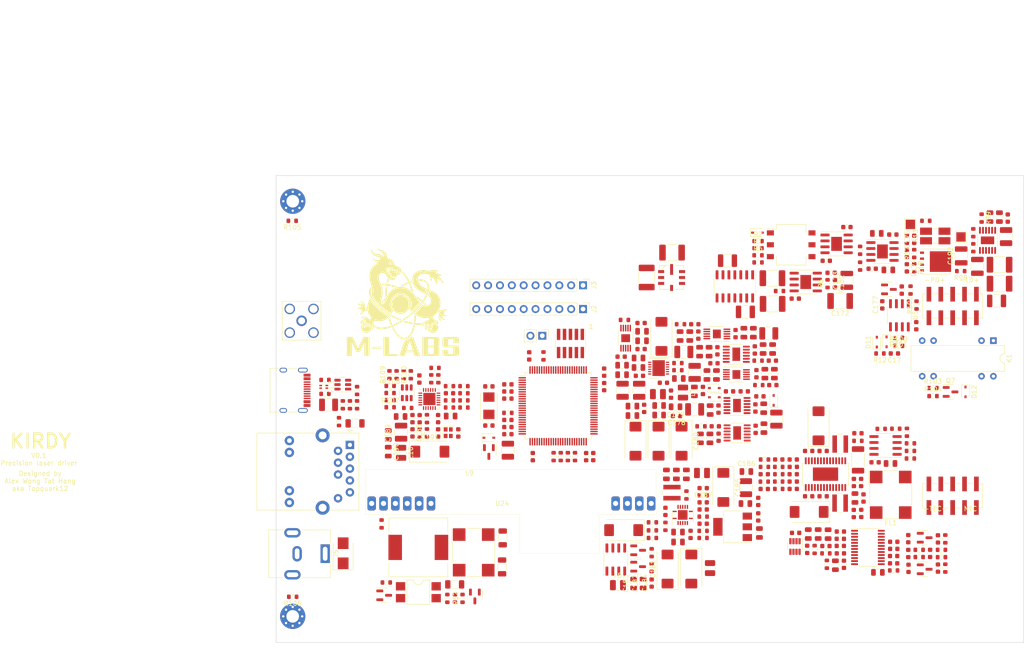
<source format=kicad_pcb>
(kicad_pcb (version 20211014) (generator pcbnew)
  (layers (0 "F.Cu" signal) (1 "In1.Cu" signal) (2 "In2.Cu" signal) (31 "B.Cu" signal) (34 "B.Paste" user) (35 "F.Paste" user) (36 "B.SilkS" user "B.Silkscreen") (37 "F.SilkS" user "F.Silkscreen") (38 "B.Mask" user) (39 "F.Mask" user) (44 "Edge.Cuts" user))
  (net 0 "")
  (net 1 "+5VA")
  (net 2 "GND")
  (net 3 "Net-(C2-Pad2)")
  (net 4 "Net-(C5-Pad1)")
  (net 5 "Net-(C14-Pad1)")
  (net 6 "Net-(C6-Pad1)")
  (net 7 "+9VA")
  (net 8 "-6V")
  (net 9 "+15V")
  (net 10 "Net-(C13-Pad1)")
  (net 11 "Net-(C13-Pad2)")
  (net 12 "/MCU/PD_MON")
  (net 13 "/driveStage/PD_A")
  (net 14 "Net-(C18-Pad1)")
  (net 15 "Net-(C19-Pad1)")
  (net 16 "+3V3")
  (net 17 "Net-(C21-Pad2)")
  (net 18 "Net-(C22-Pad1)")
  (net 19 "/MCU/VREF")
  (net 20 "+12V")
  (net 21 "Net-(C37-Pad2)")
  (net 22 "Net-(C38-Pad1)")
  (net 23 "Net-(C38-Pad2)")
  (net 24 "Net-(C40-Pad1)")
  (net 25 "Net-(C42-Pad2)")
  (net 26 "Net-(C43-Pad2)")
  (net 27 "-9V")
  (net 28 "IN")
  (net 29 "Net-(C50-Pad1)")
  (net 30 "Net-(C51-Pad1)")
  (net 31 "Net-(C52-Pad1)")
  (net 32 "Net-(C53-Pad1)")
  (net 33 "Net-(C54-Pad1)")
  (net 34 "Net-(C55-Pad1)")
  (net 35 "Net-(C69-Pad1)")
  (net 36 "Net-(C71-Pad1)")
  (net 37 "Net-(C72-Pad1)")
  (net 38 "Net-(C73-Pad1)")
  (net 39 "Net-(C74-Pad1)")
  (net 40 "+9V")
  (net 41 "+8V")
  (net 42 "+3.3VA")
  (net 43 "/thermostat/DAC_REF")
  (net 44 "/thermostat/ADC_REF")
  (net 45 "/thermostat/ADC_A3V3")
  (net 46 "/thermostat/ADC_D3V3")
  (net 47 "Net-(C102-Pad1)")
  (net 48 "Net-(C103-Pad1)")
  (net 49 "Net-(C104-Pad1)")
  (net 50 "/thermostat/MAXV")
  (net 51 "/thermostat/MAXIP")
  (net 52 "/thermostat/MAXIN")
  (net 53 "Net-(C110-Pad1)")
  (net 54 "Net-(C115-Pad1)")
  (net 55 "Net-(C117-Pad1)")
  (net 56 "/MCU/TEC_ISEN")
  (net 57 "Net-(C119-Pad1)")
  (net 58 "/MCU/TEC_VREF")
  (net 59 "Net-(C122-Pad2)")
  (net 60 "Net-(C123-Pad2)")
  (net 61 "Net-(C125-Pad1)")
  (net 62 "+5V")
  (net 63 "Net-(C132-Pad2)")
  (net 64 "Net-(C133-Pad2)")
  (net 65 "Net-(C135-Pad2)")
  (net 66 "Net-(C136-Pad2)")
  (net 67 "Net-(C141-Pad1)")
  (net 68 "Net-(C145-Pad1)")
  (net 69 "Net-(C145-Pad2)")
  (net 70 "Net-(C146-Pad1)")
  (net 71 "Net-(C147-Pad1)")
  (net 72 "Net-(C148-Pad1)")
  (net 73 "Net-(C149-Pad1)")
  (net 74 "Net-(C149-Pad2)")
  (net 75 "Net-(C150-Pad1)")
  (net 76 "Net-(C151-Pad1)")
  (net 77 "Net-(C152-Pad1)")
  (net 78 "Net-(C152-Pad2)")
  (net 79 "Net-(C158-Pad1)")
  (net 80 "Net-(C162-Pad2)")
  (net 81 "Net-(C163-Pad2)")
  (net 82 "Net-(C164-Pad1)")
  (net 83 "/Ehternet/AVDDT_PHY")
  (net 84 "/Ehternet/ETH_SHIELD")
  (net 85 "Net-(D1-Pad2)")
  (net 86 "/MCU/MCU_RSTn")
  (net 87 "/MCU/RST")
  (net 88 "Net-(FB12-Pad1)")
  (net 89 "Net-(FB12-Pad2)")
  (net 90 "/thermostat/TEC+")
  (net 91 "/thermostat/TEC-")
  (net 92 "Net-(C155-Pad1)")
  (net 93 "Net-(C174-Pad2)")
  (net 94 "/MCU/USB_DP")
  (net 95 "/MCU/USB_DN")
  (net 96 "Net-(C175-Pad1)")
  (net 97 "/MCU/SWDIO")
  (net 98 "/MCU/SWCLK")
  (net 103 "Net-(J6-Pad1)")
  (net 104 "Net-(J6-Pad2)")
  (net 105 "Net-(J6-Pad3)")
  (net 106 "Net-(J6-Pad6)")
  (net 107 "/Ehternet/POE_VC-")
  (net 108 "/Ehternet/POE_VC+")
  (net 109 "Net-(J6-Pad11)")
  (net 110 "Net-(J6-Pad13)")
  (net 111 "Net-(J7-PadA5)")
  (net 113 "Net-(J7-PadB5)")
  (net 115 "/driveStage/LD-")
  (net 116 "/thermostat/NTC+")
  (net 117 "/thermostat/NTC-")
  (net 118 "Net-(JP1-Pad1)")
  (net 119 "Net-(L2-Pad1)")
  (net 120 "Net-(L3-Pad1)")
  (net 121 "Net-(Q1-Pad1)")
  (net 122 "Net-(Q2-Pad3)")
  (net 123 "Net-(Q3-Pad1)")
  (net 124 "Net-(Q4-Pad1)")
  (net 125 "Net-(Q5-Pad4)")
  (net 126 "Net-(Q6-Pad1)")
  (net 127 "Net-(C175-Pad2)")
  (net 128 "Net-(R4-Pad2)")
  (net 129 "Net-(C178-Pad1)")
  (net 130 "Net-(R7-Pad2)")
  (net 131 "Net-(C185-Pad1)")
  (net 132 "Net-(C188-Pad1)")
  (net 133 "Net-(R14-Pad2)")
  (net 134 "Net-(R15-Pad2)")
  (net 135 "Net-(R16-Pad2)")
  (net 136 "Net-(R17-Pad2)")
  (net 137 "Net-(C192-Pad1)")
  (net 138 "Net-(D10-Pad2)")
  (net 139 "Net-(R24-Pad2)")
  (net 140 "Net-(R29-Pad2)")
  (net 141 "Net-(R30-Pad2)")
  (net 142 "/MCU/PWM_MAXV")
  (net 143 "/MCU/PWM_MAXIP")
  (net 144 "/MCU/PWM_MAXIN")
  (net 145 "Net-(R41-Pad1)")
  (net 146 "Net-(R42-Pad2)")
  (net 147 "Net-(R45-Pad1)")
  (net 148 "Net-(R46-Pad2)")
  (net 149 "/MCU/TEC_VSEN")
  (net 150 "Net-(R48-Pad2)")
  (net 151 "Net-(R56-Pad2)")
  (net 152 "Net-(R57-Pad2)")
  (net 153 "Net-(R60-Pad2)")
  (net 154 "Net-(R63-Pad1)")
  (net 155 "Net-(R65-Pad1)")
  (net 156 "Net-(D12-Pad2)")
  (net 157 "/MCU/POE_PWR_SRC")
  (net 158 "/Ehternet/RMII_RXD0")
  (net 159 "Net-(R73-Pad2)")
  (net 160 "/Ehternet/RMII_RXD1")
  (net 161 "Net-(R74-Pad2)")
  (net 162 "/Ehternet/RMII_CRS_DV")
  (net 163 "Net-(R75-Pad2)")
  (net 164 "/Ehternet/RMII_REF_CLK")
  (net 165 "Net-(R76-Pad2)")
  (net 166 "/Ehternet/RMII_MDIO")
  (net 167 "Net-(R82-Pad2)")
  (net 168 "/Ehternet/ETH_LED_1")
  (net 169 "Net-(R84-Pad1)")
  (net 170 "/Ehternet/PHY_TD_P")
  (net 171 "/Ehternet/PHY_TD_N")
  (net 172 "/Ehternet/PHY_RD_P")
  (net 173 "/Ehternet/PHY_RD_N")
  (net 174 "/Ehternet/ETH_LED_2")
  (net 175 "Net-(R94-Pad2)")
  (net 176 "Net-(R95-Pad1)")
  (net 177 "/MCU/USB_VBUS")
  (net 178 "/MCU/LDAC_LOAD")
  (net 179 "/MCU/LDAC_CLK")
  (net 180 "/MCU/LDAC_MOSI")
  (net 181 "/MCU/LDAC_CS")
  (net 182 "/MCU/TADC_SYNC")
  (net 183 "/MCU/TADC_MISO")
  (net 184 "/MCU/TDAC_MOSI")
  (net 185 "/MCU/TADC_CLK")
  (net 186 "/MCU/TDAC_CLK")
  (net 187 "/MCU/TADC_CS")
  (net 188 "/MCU/TDAC_SYNC")
  (net 189 "/MCU/TADC_MOSI")
  (net 190 "Net-(U1-Pad6)")
  (net 203 "/Ehternet/RMII_MDC")
  (net 204 "/Ehternet/PHY_NRST")
  (net 205 "/MCU/TEC_SHDN")
  (net 210 "/Ehternet/RMII_TX_EN")
  (net 211 "/Ehternet/RMII_TXD0")
  (net 212 "/Ehternet/RMII_TXD1")
  (net 213 "Net-(J2-Pad3)")
  (net 214 "Net-(J2-Pad4)")
  (net 215 "Net-(J2-Pad5)")
  (net 216 "Net-(J2-Pad6)")
  (net 217 "Net-(J2-Pad7)")
  (net 218 "Net-(J2-Pad8)")
  (net 219 "Net-(J2-Pad9)")
  (net 220 "Net-(J3-Pad2)")
  (net 221 "Net-(J3-Pad3)")
  (net 222 "Net-(J3-Pad4)")
  (net 225 "Net-(J3-Pad5)")
  (net 226 "Net-(J3-Pad6)")
  (net 227 "Net-(J3-Pad7)")
  (net 228 "Net-(J3-Pad8)")
  (net 229 "Net-(J3-Pad9)")
  (net 230 "Net-(J3-Pad10)")
  (net 242 "Net-(Q7-Pad1)")
  (net 252 "Net-(U19-Pad5)")
  (net 254 "Net-(R1-Pad2)")
  (net 255 "Net-(R7-Pad1)")
  (net 256 "Net-(R11-Pad2)")
  (net 257 "/MCU/LD_EN")
  (net 258 "Net-(R100-Pad2)")
  (net 261 "Net-(R101-Pad2)")
  (net 262 "Net-(J3-Pad1)")
  (net 263 "Net-(H1-Pad1)")
  (net 264 "Net-(H2-Pad1)")
  (net 265 "/MCU/~{LD_SHORT}")
  (net 266 "Net-(SW1-Pad4)")
  (net 274 "Net-(FL3-Pad1)")
  (net 275 "Net-(FL3-Pad4)")
  (net 276 "Net-(D9-Pad1)")
  (net 277 "Net-(C70-Pad1)")
  (net 278 "Net-(C35-Pad1)")
  (footprint "Connector_RJ:RJ45_Abracon_ARJP11A-MA_Horizontal" (layer "F.Cu") (at 15.7964 57.6926 -90)
    (fp_text reference "J6" hide)
    (fp_text value "RJ45_Abracon_ARJP11A-MASA-B-A-EMU2")
  )
  (footprint "Resistor_SMD:R_0603_1608Metric" (layer "F.Cu") (at 37.1094 45.1104 180)
    (fp_text reference "R79" hide)
    (fp_text value "10k")
  )
  (footprint "Resistor_SMD:R_0603_1608Metric" (layer "F.Cu") (at 38.2692 90.5648 90)
    (fp_text reference "R59" hide)
    (fp_text value "82k")
  )
  (footprint "Resistor_SMD:R_0603_1608Metric" (layer "F.Cu") (at 80.5302 77.6224)
    (fp_text reference "R70" hide)
    (fp_text value "33k2")
  )
  (footprint "Capacitor_SMD:C_0603_1608Metric" (layer "F.Cu") (at 37.1094 46.6344)
    (fp_text reference "C166" hide)
    (fp_text value "100n")
  )
  (footprint "Capacitor_SMD:C_0603_1608Metric" (layer "F.Cu") (at 135.2804 80.9498 90)
    (fp_text reference "C123" hide)
    (fp_text value "100n")
  )
  (footprint "Package_TO_SOT_SMD:SOT-23" (layer "F.Cu") (at 77.47 83.7692)
    (fp_text reference "Q6" hide)
    (fp_text value "BC857")
  )
  (footprint "Capacitor_SMD:C_0805_2012Metric" (layer "F.Cu") (at 103.4288 76.5556 -90)
    (fp_text reference "C161" hide)
    (fp_text value "10u")
  )
  (footprint "Inductor_SMD:L_1210_3225Metric" (layer "F.Cu") (at 49.5964 58.8288 90)
    (fp_text reference "FB1" hide)
    (fp_text value "1K@100MHz")
  )
  (footprint "Capacitor_SMD:C_0603_1608Metric" (layer "F.Cu") (at 104.4648 63.9706 180)
    (fp_text reference "C103" hide)
    (fp_text value "100n")
  )
  (footprint "Capacitor_SMD:C_0603_1608Metric" (layer "F.Cu") (at 73.8378 38.7994 180)
    (fp_text reference "C64" hide)
    (fp_text value "100n")
  )
  (footprint "Package_QFP:LQFP-100_14x14mm_P0.5mm" (layer "F.Cu") (at 60.3504 49.3268)
    (fp_text reference "U7" hide)
    (fp_text value "STM32F407VGTx")
  )
  (footprint "Capacitor_SMD:C_0603_1608Metric" (layer "F.Cu") (at 104.4648 67.1332 180)
    (fp_text reference "C104" hide)
    (fp_text value "100n")
  )
  (footprint "Resistor_SMD:R_0603_1608Metric" (layer "F.Cu") (at 40.1962 46.6344 180)
    (fp_text reference "R82" hide)
    (fp_text value "10k")
  )
  (footprint "Inductor_SMD:L_1008_2520Metric" (layer "F.Cu") (at 87.0712 46.482 -90)
    (fp_text reference "L7")
    (fp_text value "1u")
  )
  (footprint "Capacitor_SMD:C_0603_1608Metric" (layer "F.Cu") (at 110.6624 60.821)
    (fp_text reference "C107" hide)
    (fp_text value "100n")
  )
  (footprint "Capacitor_SMD:C_0805_2012Metric" (layer "F.Cu") (at 89.5096 46.2398 -90)
    (fp_text reference "C39" hide)
    (fp_text value "10u")
  )
  (footprint "Resistor_SMD:R_0603_1608Metric" (layer "F.Cu") (at 115.239 80.0856 -90)
    (fp_text reference "R31" hide)
    (fp_text value "33")
  )
  (footprint "Resistor_SMD:R_0603_1608Metric" (layer "F.Cu") (at 40.1962 45.1104 180)
    (fp_text reference "R75" hide)
    (fp_text value "33")
  )
  (footprint "Resistor_SMD:R_0603_1608Metric" (layer "F.Cu") (at 132.1554 84.5814)
    (fp_text reference "R40" hide)
    (fp_text value "33")
  )
  (footprint "Resistor_SMD:R_0603_1608Metric" (layer "F.Cu") (at 104.5042 62.3984)
    (fp_text reference "R34" hide)
    (fp_text value "10k")
  )
  (footprint "Capacitor_SMD:C_0603_1608Metric" (layer "F.Cu") (at 134.9756 19.7734 -90)
    (fp_text reference "C174")
    (fp_text value "DNP")
  )
  (footprint "Capacitor_SMD:C_0603_1608Metric" (layer "F.Cu") (at 94.6658 50.0262 90)
    (fp_text reference "C41" hide)
    (fp_text value "100n")
  )
  (footprint "Diode_SMD:D_SMB" (layer "F.Cu") (at 14.351 80.899 90)
    (fp_text reference "D9" hide)
    (fp_text value "SMBJ13A-13-F")
  )
  (footprint "Capacitor_SMD:C_0603_1608Metric" (layer "F.Cu") (at 78.105 37.1738)
    (fp_text reference "C76" hide)
    (fp_text value "100n")
  )
  (footprint "Resistor_SMD:R_0603_1608Metric" (layer "F.Cu") (at 24.4094 49.6316)
    (fp_text reference "R107")
    (fp_text value "100")
  )
  (footprint "Resistor_SMD:R_0603_1608Metric" (layer "F.Cu") (at 140.5636 45.5168)
    (fp_text reference "R103")
    (fp_text value "100")
  )
  (footprint "Inductor_SMD:L_Wuerth_WE-PD-Typ-LS" (layer "F.Cu") (at 30.4348 79.6428)
    (fp_text reference "L5" hide)
    (fp_text value "10u")
  )
  (footprint "Capacitor_SMD:C_0805_2012Metric" (layer "F.Cu") (at 77.5462 41.1138 180)
    (fp_text reference "C56" hide)
    (fp_text value "10u")
  )
  (footprint "Package_SO:SOIC-8-1EP_3.9x4.9mm_P1.27mm_EP2.29x3mm" (layer "F.Cu") (at 119.9378 14.6424)
    (fp_text reference "U3" hide)
    (fp_text value "ADA4898-1YRDZ")
  )
  (footprint "Capacitor_SMD:C_0805_2012Metric" (layer "F.Cu") (at 86.0044 76.3524 180)
    (fp_text reference "C143" hide)
    (fp_text value "10u")
  )
  (footprint "Package_TO_SOT_SMD:SOT-23-6" (layer "F.Cu") (at 27.9654 46.5328 90)
    (fp_text reference "U27" hide)
    (fp_text value "USBLC6-4SC6")
  )
  (footprint "Connector_BarrelJack:BarrelJack_CUI_PJ-063AH_Horizontal" (layer "F.Cu") (at 10.5 81 -90)
    (fp_text reference "J5")
    (fp_text value "Barrel_Jack")
  )
  (footprint "Capacitor_SMD:C_1812_4532Metric" (layer "F.Cu") (at 154.813 23.1648)
    (fp_text reference "C84" hide)
    (fp_text value "10u PP")
  )
  (footprint "Resistor_SMD:R_0603_1608Metric" (layer "F.Cu") (at 104.5172 60.821)
    (fp_text reference "R33" hide)
    (fp_text value "10k")
  )
  (footprint "Resistor_SMD:R_0603_1608Metric" (layer "F.Cu") (at 103.1494 39.647)
    (fp_text reference "R26" hide)
    (fp_text value "51k")
  )
  (footprint "Capacitor_SMD:C_0603_1608Metric" (layer "F.Cu") (at 117.6528 79.3496 180)
    (fp_text reference "C121" hide)
    (fp_text value "1u")
  )
  (footprint "Capacitor_SMD:C_0603_1608Metric" (layer "F.Cu") (at 94.4372 37.5412 -90)
    (fp_text reference "C66" hide)
    (fp_text value "100n")
  )
  (footprint "Capacitor_SMD:C_0603_1608Metric" (layer "F.Cu") (at 113.652 80.0602 -90)
    (fp_text reference "C98" hide)
    (fp_text value "100n")
  )
  (footprint "Capacitor_SMD:C_0603_1608Metric" (layer "F.Cu") (at 89.5982 31.8516)
    (fp_text reference "C72" hide)
    (fp_text value "100n")
  )
  (footprint "Capacitor_SMD:C_0805_2012Metric" (layer "F.Cu") (at 154.7876 8.9154 90)
    (fp_text reference "C58" hide)
    (fp_text value "10u")
  )
  (footprint "Resistor_SMD:R_0603_1608Metric" (layer "F.Cu") (at 17.3254 46.0556 -90)
    (fp_text reference "R97" hide)
    (fp_text value "10k")
  )
  (footprint "Capacitor_SMD:C_1210_3225Metric" (layer "F.Cu") (at 146.6088 17.2212 90)
    (fp_text reference "C192")
    (fp_text value "100n PPS")
  )
  (footprint "Resistor_SMD:R_0603_1608Metric" (layer "F.Cu") (at 107.5514 65.5454)
    (fp_text reference "R38" hide)
    (fp_text value "10k")
  )
  (footprint "Resistor_SMD:R_0603_1608Metric" (layer "F.Cu") (at 85.979 41.695 180)
    (fp_text reference "R29" hide)
    (fp_text value "33k2")
  )
  (footprint "Capacitor_SMD:C_0603_1608Metric" (layer "F.Cu") (at 97.028 46.228)
    (fp_text reference "C38" hide)
    (fp_text value "1u")
  )
  (footprint "Connector_Coaxial:SMA_Amphenol_132203-12_Horizontal" (layer "F.Cu") (at 5.461 31.115 90)
    (fp_text reference "J1" hide)
    (fp_text value "MOD_IN")
  )
  (footprint "Inductor_SMD:L_1210_3225Metric" (layer "F.Cu") (at 77.6986 45.9906 90)
    (fp_text reference "FB3" hide)
    (fp_text value "1K@100MHz")
  )
  (footprint "Resistor_SMD:R_0603_1608Metric" (layer "F.Cu") (at 87.8106 68.4254 -90)
    (fp_text reference "R60" hide)
    (fp_text value "82k")
  )
  (footprint "Capacitor_SMD:C_0805_2012Metric" (layer "F.Cu") (at 104.3432 49.8348 -90)
    (fp_text reference "C48" hide)
    (fp_text value "10u")
  )
  (footprint "Connector_USB:USB_C_Receptacle_HRO_TYPE-C-31-M-12" (layer "F.Cu") (at 2.5934 45.9926 -90)
    (fp_text reference "J7" hide)
    (fp_text value "USB_C_Receptacle_USB2.0")
  )
  (footprint "Inductor_SMD:L_1210_3225Metric" (layer "F.Cu") (at 105.4318 33.8126 180)
    (fp_text reference "FB7" hide)
    (fp_text value "1K@100MHz")
  )
  (footprint "Capacitor_SMD:C_0805_2012Metric" (layer "F.Cu") (at 104.5972 42.4332 -90)
    (fp_text reference "C88" hide)
    (fp_text value "10u")
  )
  (footprint "Capacitor_SMD:C_0603_1608Metric" (layer "F.Cu") (at 103.5304 47.2948)
    (fp_text reference "C43" hide)
    (fp_text value "1u")
  )
  (footprint "Capacitor_SMD:C_0805_2012Metric" (layer "F.Cu") (at 92.837 56.2916 -90)
    (fp_text reference "C87" hide)
    (fp_text value "10u")
  )
  (footprint "Capacitor_SMD:C_0603_1608Metric" (layer "F.Cu") (at 88.6968 76.8604 -90)
    (fp_text reference "C144" hide)
    (fp_text value "100n")
  )
  (footprint "Resistor_SMD:R_0603_1608Metric" (layer "F.Cu") (at 85.979 40.171 180)
    (fp_text reference "R30" hide)
    (fp_text value "150k")
  )
  (footprint "Package_TO_SOT_SMD:SOT-23" (layer "F.Cu") (at 144.3228 46.3464)
    (fp_text reference "Q7")
    (fp_text value "BSS138")
  )
  (footprint "Capacitor_SMD:C_0603_1608Metric" (layer "F.Cu") (at 136.9954 32.1706 -90)
    (fp_text reference "C176" hide)
    (fp_text value "100n")
  )
  (footprint "Package_SO:MSOP-12-1EP_3x4mm_P0.65mm_EP1.65x2.85mm" (layer "F.Cu") (at 98.4758 38.2754)
    (fp_text reference "U13" hide)
    (fp_text value "LT3045xMSE")
  )
  (footprint "Capacitor_SMD:C_0603_1608Metric" (layer "F.Cu") (at 102.5652 49.784 -90)
    (fp_text reference "C47" hide)
    (fp_text value "100n")
  )
  (footprint "Resistor_SMD:R_0603_1608Metric" (layer "F.Cu") (at 33.1978 43.5356 -90)
    (fp_text reference "R81" hide)
    (fp_text value "10k")
  )
  (footprint "Capacitor_SMD:C_0805_2012Metric" (layer "F.Cu") (at 88.528 34.382 -90)
    (fp_text reference "C86" hide)
    (fp_text value "10u")
  )
  (footprint "Connector_PinHeader_1.27mm:PinHeader_2x05_P1.27mm_Vertical_SMD" (layer "F.Cu") (at 62.992 35.9664 -90)
    (fp_text reference "J4" hide)
    (fp_text value "Conn_02x05_Odd_Even")
  )
  (footprint "Package_TO_SOT_SMD:SOT-223-3_TabPin2" (layer "F.Cu") (at 97.6884 75.2348 180)
    (fp_text reference "U25" hide)
    (fp_text value "AMS1117-3.3")
  )
  (footprint "Capacitor_SMD:C_0805_2012Metric" (layer "F.Cu") (at 92.6592 37.7314 -90)
    (fp_text reference "C52" hide)
    (fp_text value "10u")
  )
  (footprint "Resistor_SMD:R_0603_1608Metric" (layer "F.Cu") (at 104.4648 65.5584)
    (fp_text reference "R35" hide)
    (fp_text value "10k")
  )
  (footprint "Resistor_SMD:R_0603_1608Metric" (layer "F.Cu") (at 90.932 53.7086 180)
    (fp_text reference "R22" hide)
    (fp_text value "60k4")
  )
  (footprint "Capacitor_SMD:C_0603_1608Metric" (layer "F.Cu") (at 70.2056 45.212 -90)
    (fp_text reference "C19" hide)
    (fp_text value "2u2")
  )
  (footprint "Resistor_SMD:R_0603_1608Metric" (layer "F.Cu") (at 32.2834 52.07 90)
    (fp_text reference "R83" hide)
    (fp_text value "10k")
  )
  (footprint "Capacitor_SMD:C_0603_1608Metric" (layer "F.Cu") (at 110.6624 67.1202 180)
    (fp_text reference "C130" hide)
    (fp_text value "1u")
  )
  (footprint "Capacitor_SMD:C_0805_2012Metric" (layer "F.Cu") (at 119.6848 83.4644 -90)
    (fp_text reference "C100" hide)
    (fp_text value "10u")
  )
  (footprint "Capacitor_SMD:C_0805_2012Metric" (layer "F.Cu") (at 24.003 59.1312 -90)
    (fp_text reference "C190")
    (fp_text value "10u")
  )
  (footprint "Package_SO:MSOP-12-1EP_3x4mm_P0.65mm_EP1.65x2.85mm" (layer "F.Cu") (at 98.6536 55.131 180)
    (fp_text reference "U15" hide)
    (fp_text value "LT3094xMSE")
  )
  (footprint "Inductor_SMD:L_1008_2520Metric" (layer "F.Cu") (at 81.7118 46.8258 180)
    (fp_text reference "L1" hide)
    (fp_text value "1u")
  )
  (footprint "Package_SO:MSOP-12-1EP_3x4mm_P0.65mm_EP1.65x2.85mm" (layer "F.Cu") (at 98.6282 49.2642 180)
    (fp_text reference "U9" hide)
    (fp_text value "LTC3261")
  )
  (footprint "Crystal:Crystal_SMD_2016-4Pin_2.0x1.6mm" (layer "F.Cu") (at 36.8424 55.0802 -90)
    (fp_text reference "Y2" hide)
    (fp_text value "25MHz")
  )
  (footprint "Resistor_SMD:R_0603_1608Metric" (layer "F.Cu") (at 124.9758 16.022 -90)
    (fp_text reference "R7" hide)
    (fp_text value "300")
  )
  (footprint "Capacitor_SMD:C_0603_1608Metric" (layer "F.Cu") (at 49.5964 55.3968 180)
    (fp_text reference "C29" hide)
    (fp_text value "2u2")
  )
  (footprint "Capacitor_SMD:C_0603_1608Metric" (layer "F.Cu") (at 94.6912 56.0454 -90)
    (fp_text reference "C80" hide)
    (fp_text value "100n")
  )
  (footprint "Capacitor_SMD:C_1206_3216Metric" (layer "F.Cu") (at 48.4912 77.6108 -90)
    (fp_text reference "C146" hide)
    (fp_text value "4n7")
  )
  (footprint "Inductor_SMD:L_Wuerth_MAPI-4020" (layer "F.Cu") (at 84.7118 67.9174 90)
    (fp_text reference "L6" hide)
    (fp_text value "3u3")
  )
  (footprint "Resistor_SMD:R_0603_1608Metric" (layer "F.Cu") (at 139.0396 9.7028)
    (fp_text reference "R11" hide)
    (fp_text value "0")
  )
  (footprint "Capacitor_SMD:C_0805_2012Metric" (layer "F.Cu") (at 106.2482 37.1578 -90)
    (fp_text reference "C85" hide)
    (fp_text value "10u")
  )
  (footprint "Capacitor_SMD:C_0805_2012Metric" (layer "F.Cu") (at 86.0044 78.486 180)
    (fp_text reference "C142" hide)
    (fp_text value "10u")
  )
  (footprint "Package_SO:SOIC-14_3.9x8.7mm_P1.27mm" (layer "F.Cu") (at 98.1692 23.749 -90)
    (fp_text reference "U2" hide)
    (fp_text value "MAX5719xSD")
  )
  (footprint "Capacitor_SMD:C_0603_1608Metric" (layer "F.Cu") (at 117.0632 58.9922 180)
    (fp_text reference "C129" hide)
    (fp_text value "1u")
  )
  (footprint "Capacitor_SMD:C_0603_1608Metric" (layer "F.Cu") (at 102.4382 37.361 -90)
    (fp_text reference "C78" hide)
    (fp_text value "100n")
  )
  (footprint "Capacitor_SMD:C_0603_1608Metric" (layer "F.Cu") (at 111.0996 26.3652 180)
    (fp_text reference "C10" hide)
    (fp_text value "100n")
  )
  (footprint "Capacitor_Tantalum_SMD:CP_EIA-7343-15_Kemet-W" (layer "F.Cu") (at 83.7692 84.2772 90)
    (fp_text reference "C181")
    (fp_text value "220u")
  )
  (footprint "Resistor_SMD:R_0603_1608Metric" (layer "F.Cu") (at 32.2834 55.118 -90)
    (fp_text reference "R90" hide)
    (fp_text value "220")
  )
  (footprint "Capacitor_SMD:C_0603_1608Metric" (layer "F.Cu") (at 78.105 31.5858)
    (fp_text reference "C69" hide)
    (fp_text value "100n")
  )
  (footprint "Inductor_SMD:L_1210_3225Metric" (layer "F.Cu") (at 100.5332 66.8528 -90)
    (fp_text reference "FB10" hide)
    (fp_text value "1K@100MHz")
  )
  (footprint "Diode_SMD:D_SOD-323" (layer "F.Cu") (at 103.0102 12.2428)
    (fp_text reference "D1" hide)
    (fp_text value "AQ4020-01FTG-C")
  )
  (footprint "Resistor_SMD:R_0603_1608Metric" (layer "F.Cu") (at 57.2164 38.6328 -90)
    (fp_text reference "R20" hide)
    (fp_text value "10k")
  )
  (footprint "Resistor_SMD:R_0603_1608Metric" (layer "F.Cu") (at 143.2052 77.8256 90)
    (fp_text reference "R55" hide)
    (fp_text value "5k11 5ppm")
  )
  (footprint "Resistor_SMD:R_0603_1608Metric" (layer "F.Cu") (at 91.3922 73.0504)
    (fp_text reference "R64" hide)
    (fp_text value "4k12")
  )
  (footprint "Resistor_SMD:R_0603_1608Metric" (layer "F.Cu") (at 149.1948 12.2606 90)
    (fp_text reference "R24" hide)
    (fp_text value "470")
  )
  (footprint "Capacitor_SMD:C_0603_1608Metric" (layer "F.Cu") (at 122.1494 11.049 180)
    (fp_text reference "C7" hide)
    (fp_text value "100n")
  )
  (footprint "Capacitor_Tantalum_SMD:CP_EIA-7343-15_Kemet-W" (layer "F.Cu") (at 82.4692 34.4467 90)
    (fp_text reference "C89" hide)
    (fp_text value "220u")
  )
  (footprint "Relay_THT:Relay_StandexMeder_DIP_LowProfile" (layer "F.Cu") (at 153.4976 35.3668 -90)
    (fp_text reference "K1")
    (fp_text value "DIP12-1C90-51L")
  )
  (footprint "Capacitor_SMD:C_0603_1608Metric" (layer "F.Cu") (at 125.6992 69.0636 -90)
    (fp_text reference "C139" hide)
    (fp_text value "100n")
  )
  (footprint "Capacitor_SMD:C_0603_1608Metric" (layer "F.Cu") (at 141.6304 84.074 90)
    (fp_text reference "C132" hide)
    (fp_text value "10n")
  )
  (footprint "Capacitor_SMD:C_1206_3216Metric" (layer "F.Cu") (at 38.2184 87.5676)
    (fp_text reference "C145" hide)
    (fp_text value "4n7")
  )
  (footprint "Resistor_SMD:R_0603_1608Metric" (layer "F.Cu") (at 129.223 38.1142 180)
    (fp_text reference "R12")
    (fp_text value "1k")
  )
  (footprint "Capacitor_SMD:C_0603_1608Metric" (layer "F.Cu") (at 93.98 53.7086)
    (fp_text reference "C73" hide)
    (fp_text value "100n")
  )
  (footprint "Package_SO:TSSOP-24_4.4x7.8mm_P0.65mm" (layer "F.Cu") (at 126.6444 79.6544)
    (fp_text reference "U18" hide)
    (fp_text value "AD7172-2")
  )
  (footprint "Capacitor_SMD:C_0603_1608Metric" (layer "F.Cu") (at 139.954 80.9244 90)
    (fp_text reference "C133" hide)
    (fp_text value "100n")
  )
  (footprint "Resistor_SMD:R_0603_1608Metric" (layer "F.Cu") (at 37.1094 48.1584 180)
    (fp_text reference "R77" hide)
    (fp_text value "10k")
  )
  (footprint "Inductor_SMD:L_1210_3225Metric" (layer "F.Cu") (at 74.1426 45.9906 90)
    (fp_text reference "FB4" hide)
    (fp_text value "1K@100MHz")
  )
  (footprint "Resistor_SMD:R_0603_1608Metric" (layer "F.Cu") (at 134.9878 54.991 -90)
    (fp_text reference "R46" hide)
    (fp_text value "10k")
  )
  (footprint "Inductor_SMD:L_1008_2520Metric" (layer "F.Cu") (at 91.1352 63.7032)
    (fp_text reference "L9")
    (fp_text value "1u")
  )
  (footprint "Resistor_SMD:R_0603_1608Metric" (layer "F.Cu") (at 34.0106 41.1988 180)
    (fp_text reference "R76" hide)
    (fp_text value "33")
  )
  (footprint "Capacitor_SMD:C_0603_1608Metric" (layer "F.Cu") (at 124.5054 55.1952)
    (fp_text reference "C118" hide)
    (fp_text value "100n")
  )
  (footprint "Resistor_SMD:R_0603_1608Metric" (layer "F.Cu") (at 24.4094 48.1076 180)
    (fp_text reference "R86" hide)
    (fp_text value "33")
  )
  (footprint "Capacitor_SMD:C_1210_3225Metric" (layer "F.Cu") (at 154.178 26.8478)
    (fp_text reference "C77" hide)
    (fp_text value "100n PPS")
  )
  (footprint "Inductor_SMD:L_1210_3225Metric" (layer "F.Cu") (at 107.061 52.1716 -90)
    (fp_text reference "FB9" hide)
    (fp_text value "1K@100MHz")
  )
  (footprint "Package_TO_SOT_SMD:SOT-23" (layer "F.Cu") (at 45.5324 59.2068 -90)
    (fp_text reference "U8" hide)
    (fp_text value "STM809SWX6F")
  )
  (footprint "Resistor_SMD:R_0603_1608Metric" (layer "F.Cu") (at 118.0084 23.1648 90)
    (fp_text reference "R6")
    (fp_text value "100")
  )
  (footprint "Capacitor_SMD:C_0805_2012Metric" (layer "F.Cu") (at 92.202 42.7228 -90)
    (fp_text reference "C54" hide)
    (fp_text value "10u")
  )
  (footprint "Diode_SMD:D_SOD-323" (layer "F.Cu") (at 128.5504 35.6758 90)
    (fp_text reference "D11")
    (fp_text value "B5819")
  )
  (footprint "kirdy:PM1202" (layer "F.Cu") (at 20.4467 70.2328)
    (fp_text reference "U24")
    (fp_text value "PM1202")
  )
  (footprint "Connector_PinHeader_2.54mm:PinHeader_2x05_P2.54mm_Vertical_SMD" (layer "F.Cu") (at 144.78 27.94 -90)
    (fp_text reference "J8" hide)
    (fp_text value "Conn_02x05_Odd_Even")
  )
  (footprint "Capacitor_SMD:C_0603_1608Metric" (layer "F.Cu") (at 110.6624 63.9706)
    (fp_text reference "C109" hide)
    (fp_text value "100n")
  )
  (footprint "Capacitor_SMD:C_0603_1608Metric" (layer "F.Cu") (at 93.697 40.2134 180)
    (fp_text reference "C68" hide)
    (fp_text value "100n")
  )
  (footprint "Resistor_SMD:R_0603_1608Metric" (layer "F.Cu") (at 63.96 60.2022 90)
    (fp_text reference "R16" hide)
    (fp_text value "10k")
  )
  (footprint "Capacitor_SMD:C_1210_3225Metric" (layer "F.Cu") (at 122.1232 22.4536 90)
    (fp_text reference "C173")
    (fp_text value "100n PPS")
  )
  (footprint "Capacitor_SMD:C_0603_1608Metric" (layer "F.Cu") (at 106.1974 39.647)
    (fp_text reference "C71" hide)
    (fp_text value "100n")
  )
  (footprint "Capacitor_SMD:C_0603_1608Metric" (layer "F.Cu") (at 100.1776 46.228)
    (fp_text reference "C42" hide)
    (fp_text value "1u")
  )
  (footprint "Capacitor_SMD:C_0603_1608Metric" (layer "F.Cu") (at 156.5656 9.1186 90)
    (fp_text reference "C65" hide)
    (fp_text value "100n")
  )
  (footprint "Diode_SMD:D_SOD-323" (layer "F.Cu") (at 45.5324 56.1588)
    (fp_text reference "D3" hide)
    (fp_text value "B5819")
  )
  (footprint "Package_SO:SOIC-8-1EP_3.9x4.9mm_P1.27mm_EP2.29x3mm" (layer "F.Cu") (at 129.7528 16.268)
    (fp_text reference "U6" hide)
    (fp_text value "ADA4898-1YRDZ")
  )
  (footprint "Capacitor_SMD:C_0805_2012Metric" (layer "F.Cu") (at 102.1298 33.6602 90)
    (fp_text reference "C53" hide)
    (fp_text value "10u")
  )
  (footprint "Capacitor_SMD:C_0805_2012Metric" (layer "F.Cu") (at 26.6446 51.6128 180)
    (fp_text reference "C168" hide)
    (fp_text value "10u")
  )
  (footprint "Resistor_SMD:R_0603_1608Metric" (layer "F.Cu") (at 135.7632 24.5384 -90)
    (fp_text reference "R9" hide)
    (fp_text value "1k")
  )
  (footprint "Capacitor_SMD:C_0805_2012Metric" (layer "F.Cu") (at 74.041 42.6602 180)
    (fp_text reference "C50" hide)
    (fp_text value "10u")
  )
  (footprint "Capacitor_SMD:C_0603_1608Metric" (layer "F.Cu") (at 49.5964 53.8728 180)
    (fp_text reference "C28" hide)
    (fp_text value "100n")
  )
  (footprint "Resistor_SMD:R_0603_1608Metric" (layer "F.Cu") (at 24.4094 45.0596)
    (fp_text reference "R108")
    (fp_text value "100")
  )
  (footprint "Capacitor_SMD:C_0603_1608Metric" (layer "F.Cu") (at 127.5588 19.9644 180)
    (fp_text reference "C12" hide)
    (fp_text value "100n")
  )
  (footprint "Capacitor_SMD:C_0603_1608Metric" (layer "F.Cu") (at 85.6866 51.5112 180)
    (fp_text reference "C178")
    (fp_text value "100n")
  )
  (footprint "Capacitor_SMD:C_0603_1608Metric" (layer "F.Cu") (at 49.5964 47.7768 180)
    (fp_text reference "C30" hide)
    (fp_text value "100n")
  )
  (footprint "Resistor_SMD:R_2010_5025Metric" (layer "F.Cu") (at 124.5308 60.899 90)
    (fp_text reference "R45" hide)
    (fp_text value "50m")
  )
  (footprint "Capacitor_SMD:C_0603_1608Metric" (layer "F.Cu") (at 136.5504 13.6652 90)
    (fp_text reference "C175")
    (fp_text value "DNP")
  )
  (footprint "Resistor_SMD:R_0603_1608Metric" (layer "F.Cu") (at 14.2774 49.1036 90)
    (fp_text reference "R94" hide)
    (fp_text value "5k1")
  )
  (footprint "Connector_PinHeader_2.54mm:PinHeader_1x10_P2.54mm_Vertical" (layer "F.Cu") (at 65.6844 23.5204 -90)
    (fp_text reference "J3")
    (fp_text value "Conn_01x10")
  )
  (footprint "Resistor_SMD:R_0603_1608Metric" (layer "F.Cu") (at 91.3922 68.4784)
    (fp_text reference "R61" hide)
    (fp_text value "33k2")
  )
  (footprint "Capacitor_SMD:C_0805_2012Metric" (layer "F.Cu") (at 24.003 55.5752 90)
    (fp_text reference "C189")
    (fp_text value "10u")
  )
  (footprint "Resistor_SMD:R_0603_1608Metric" (layer "F.Cu") (at 80.5302 74.2696 180)
    (fp_text reference "R69" hide)
    (fp_text value "10k")
  )
  (footprint "Package_SO:SOIC-8_3.9x4.9mm_P1.27mm" (layer "F.Cu") (at 130.4158 57.8116 180)
    (fp_text reference "U19" hide)
    (fp_text value "RS8552")
  )
  (footprint "Resistor_SMD:R_0603_1608Metric" (layer "F.Cu") (at 107.5644 62.3958)
    (fp_text reference "R36" hide)
    (fp_text value "10k")
  )
  (footprint "kirdy:R_Shunt_VCS1625ZP" (layer "F.Cu") (at 141.054 12.954 90)
    (fp_text reference "R13")
    (fp_text value "10")
  )
  (footprint "Capacitor_SMD:C_1812_4532Metric" (layer "F.Cu") (at 84.7344 16.51)
    (fp_text reference "C2" hide)
    (fp_text value "10u PP")
  )
  (footprint "Resistor_SMD:R_0603_1608Metric" (layer "F.Cu") (at 134.9756 13.6774 90)
    (fp_text reference "R10" hide)
    (fp_text value "100")
  )
  (footprint "Resistor_SMD:R_0603_1608Metric" (layer "F.Cu") (at 24.3972 46.5836 180)
    (fp_text reference "R85" hide)
    (fp_text value "33")
  )
  (footprint "Capacitor_SMD:C_0603_1608Metric" (layer "F.Cu") (at 91.3384 46.0366 -90)
    (fp_text reference "C35" hide)
    (fp_text value "100n")
  )
  (footprint "Resistor_SMD:R_0603_1608Metric" (layer "F.Cu") (at 83.312 75.1332 -90)
    (fp_text reference "R63" hide)
    (fp_text value "82k")
  )
  (footprint "Resistor_SMD:R_0603_1608Metric" (layer "F.Cu") (at 137.6172 81.7118)
    (fp_text reference "R43" hide)
    (fp_text value "51")
  )
  (footprint "Capacitor_SMD:C_0603_1608Metric" (layer "F.Cu") (at 120.7516 80.9244 180)
    (fp_text reference "C116" hide)
    (fp_text value "100n")
  )
  (footprint "Capacitor_Tantalum_SMD:CP_EIA-7343-15_Kemet-W" (layer "F.Cu") (at 88.8492 84.2772 -90)
    (fp_text reference "C141" hide)
    (fp_text value "220u")
  )
  (footprint "Resistor_SMD:R_0603_1608Metric" (layer "F.Cu") (at 80.3656 83.9724 -90)
    (fp_text reference "R72" hide)
    (fp_text value "82k")
  )
  (footprint "Resistor_SMD:R_0603_1608Metric" (layer "F.Cu") (at 117.6528 80.9244)
    (fp_text reference "R32" hide)
    (fp_text value "33")
  )
  (footprint "Resistor_SMD:R_0603_1608Metric" (layer "F.Cu") (at 135.7366 60.6044)
    (fp_text reference "R53" hide)
    (fp_text value "20k")
  )
  (footprint "Capacitor_SMD:C_0603_1608Metric" (layer "F.Cu") (at 132.1686 79.9592)
    (fp_text reference "C111" hide)
    (fp_text value "100n")
  )
  (footprint "Inductor_SMD:L_CommonModeChoke_Wuerth_WE-SL5" (layer "F.Cu") (at 42.2824 80.7096)
    (fp_text reference "FL2" hide)
    (fp_text value "2x1m")
  )
  (footprint "Capacitor_SMD:C_0603_1608Metric" (layer "F.Cu") (at 84.5058 46.8258 90)
    (fp_text reference "C36" hide)
    (fp_text value "100n")
  )
  (footprint "Resistor_SMD:R_0603_1608Metric" (layer "F.Cu") (at 40.1962 49.6824 180)
    (fp_text reference "R74" hide)
    (fp_text value "33")
  )
  (footprint "TestPoint:TestPoint_Pad_2.0x2.0mm" (layer "F.Cu") (at 146.558 13.1572)
    (fp_text reference "TP10" hide)
    (fp_text value "TestPoint")
  )
  (footprint "Package_DFN_QFN:QFN-24-1EP_4x4mm_P0.5mm_EP2.6x2.6mm" (layer "F.Cu") (at 32.8018 47.864 90)
    (fp_text reference "U26" hide)
    (fp_text value "LAN8742A")
  )
  (footprint "Capacitor_SMD:C_0805_2012Metric" (layer "F.Cu") (at 74.041 40.6282 180)
    (fp_text reference "C57" hide)
    (fp_text value "10u")
  )
  (footprint "Resistor_SMD:R_0603_1608Metric" (layer "F.Cu") (at 36.6436 90.5648 90)
    (fp_text reference "R58" hide)
    (fp_text value "20k")
  )
  (footprint "Resistor_SMD:R_0603_1608Metric" (layer "F.Cu") (at 150.9776 9.1186 -90)
    (fp_text reference "R99")
    (fp_text value "51k")
  )
  (footprint "Capacitor_SMD:C_0603_1608Metric" (layer "F.Cu") (at 82.8802 44.3874 180)
    (fp_text reference "C75" hide)
    (fp_text value "100n")
  )
  (footprint "Capacitor_SMD:C_0805_2012Metric" (layer "F.Cu") (at 86.4452 34.382 -90)
    (fp_text reference "C93" hide)
    (fp_text value "10u")
  )
  (footprint "Capacitor_Tantalum_SMD:CP_EIA-7343-15_Kemet-W" (layer "F.Cu") (at 116.078 53.594 90)
    (fp_text reference "C157" hide)
    (fp_text value "220u")
  )
  (footprint "Resistor_SMD:R_0603_1608Metric" (layer "F.Cu") (at 25.781 42.672 90)
    (fp_text reference "R87" hide)
    (fp_text value "33")
  )
  (footprint "Inductor_SMD:L_Wuerth_MAPI-4030" (layer "F.Cu") (at 120.7208 57.5136)
    (fp_text reference "L2" hide)
    (fp_text value "6.8u")
  )
  (footprint "Capacitor_SMD:C_0805_2012Metric" (layer "F.Cu") (at 118.123 76.8096 90)
    (fp_text reference "C97" hide)
    (fp_text value "10u")
  )
  (footprint "Capacitor_SMD:C_0805_2012Metric" (layer "F.Cu") (at 113.8794 76.7836 -90)
    (fp_text reference "C113" hide)
    (fp_text value "10u")
  )
  (footprint "Capacitor_SMD:C_0603_1608Metric" (layer "F.Cu") (at 91.3922 71.5264)
    (fp_text reference "C151" hide)
    (fp_text value "39p")
  )
  (footprint "Inductor_SMD:L_Wuerth_MAPI-4030" (layer "F.Cu") (at 120.6954 70.1548)
    (fp_text reference "L3" hide)
    (fp_text value "6.8u")
  )
  (footprint "Resistor_SMD:R_0603_1608Metric" (layer "F.Cu") (at 28.829 42.672 90)
    (fp_text reference "R110")
    (fp_text value "100")
  )
  (footprint "Capacitor_SMD:C_0603_1608Metric" (layer "F.Cu") (at 132.1432 81.4944)
    (fp_text reference "C112" hide)
    (fp_text value "100n")
  )
  (footprint "Resistor_SMD:R_0603_1608Metric" (layer "F.Cu") (at 133.224 34.7614 180)
    (fp_text reference "R101")
    (fp_text value "1k")
  )
  (footprint "Capacitor_SMD:C_0603_1608Metric" (layer "F.Cu") (at 29.1846 55.118 -90)
    (fp_text reference "C188")
    (fp_text value "100n")
  )
  (footprint "Capacitor_SMD:C_0603_1608Metric" (layer "F.Cu") (at 49.5964 52.3488 180)
    (fp_text reference "C27" hide)
    (fp_text value "100n")
  )
  (footprint "Capacitor_Tantalum_SMD:CP_EIA-7343-15_Kemet-W" (layer "F.Cu") (at 76.9112 56.896 -90)
    (fp_text reference "C40" hide)
    (fp_text value "220u")
  )
  (footprint "Resistor_SMD:R_0603_1608Metric" (layer "F.Cu") (at 142.3924 81.7372)
    (fp_text reference "R50" hide)
    (fp_text value "51")
  )
  (footprint "Package_SO:MSOP-12-1EP_3x4mm_P0.65mm_EP1.65x2.85mm" (layer "F.Cu") (at 152.2428 13.8862 -90)
    (fp_text reference "U12" hide)
    (fp_text value "LT3045xMSE")
  )
  (footprint "Capacitor_SMD:C_1210_3225Metric" (layer "F.Cu") (at 96.5944 18.2372 180)
    (fp_text reference "C3" hide)
    (fp_text value "100n PPS")
  )
  (footprint "Capacitor_SMD:C_0603_1608Metric" (layer "F.Cu") (at 123.6164 72.391 -90)
    (fp_text reference "C140" hide)
    (fp_text value "100n")
  )
  (footprint "Resistor_SMD:R_0603_1608Metric" (layer "F.Cu") (at 40.1962 48.1584 180)
    (fp_text reference "R73" hide)
    (fp_text value "33")
  )
  (footprint "Capacitor_SMD:C_0603_1608Metric" (layer "F.Cu") (at 70.2056 42.1132 90)
    (fp_text reference "C31" hide)
    (fp_text value "100n")
  )
  (footprint "Capacitor_SMD:C_1210_3225Metric" (layer "F.Cu") (at 100.4298 29.21 180)
    (fp_text reference "C4" hide)
    (fp_text value "100n PPS")
  )
  (footprint "Resistor_SMD:R_0603_1608Metric" (layer "F.Cu") (at 13.462 52.705 90)
    (fp_text reference "R91" hide)
    (fp_text value "0")
  )
  (footprint "Package_DFN_QFN:DFN-12-1EP_4x4mm_P0.5mm_EP2.66x3.38mm" (layer "F.Cu") (at 81.8596 41.2539 180)
    (fp_text reference "U10" hide)
    (fp_text value "LT3081xDF")
  )
  (footprint "Capacitor_SMD:C_0603_1608Metric" (layer "F.Cu") (at 119.5832 23.1648 -90)
    (fp_text reference "C152")
    (fp_text value "1n6")
  )
  (footprint "Capacitor_SMD:C_0603_1608Metric" (layer "F.Cu") (at 78.7654 49.8738 -90)
    (fp_text reference "C46" hide)
    (fp_text value "100n")
  )
  (footprint "Diode_SMD:D_SOD-323" (layer "F.Cu") (at 147.5232 46.3464 -90)
    (fp_text reference "D12")
    (fp_text value "B5819")
  )
  (footprint "Capacitor_SMD:C_0603_1608Metric" (layer "F.Cu") (at 120.7386 77.8002 180)
    (fp_text reference "C117" hide)
    (fp_text value "100n")
  )
  (footprint "Resistor_SMD:R_0603_1608Metric" (layer "F.Cu") (at 91.377 76.0984)
    (fp_text reference "R65" hide)
    (fp_text value "52k3")
  )
  (footprint "Connector_PinHeader_2.54mm:PinHeader_1x02_P2.54mm_Vertical" (layer "F.Cu") (at 56.9624 34.3148 -90)
    (fp_text reference "JP1" hide)
    (fp_text value "DNP")
  )
  (footprint "Capacitor_SMD:C_0805_2012Metric" (layer "F.Cu") (at 131.0132 20.2184 180)
    (fp_text reference "C16" hide)
    (fp_text value "10u")
  )
  (footprint "Capacitor_SMD:C_1206_3216Metric" (layer "F.Cu") (at 16.891 53.086)
    (fp_text reference "C171" hide)
    (fp_text value "DNP")
  )
  (footprint "Capacitor_SMD:C_0603_1608Metric" (layer "F.Cu") (at 123.6418 65.7492 -90)
    (fp_text reference "C135" hide)
    (fp_text value "1u")
  )
  (footprint "Package_SO:HTSSOP-28-1EP_4.4x9.7mm_P0.65mm_EP2.85x5.4mm" (layer "F.Cu") (at 117.5712 63.9572 90)
    (fp_text reference "U20" hide)
    (fp_text value "MAX1968xUI")
  )
  (footprint "Capacitor_SMD:C_0603_1608Metric" (layer "F.Cu") (at 103.1748 73.1142 90)
    (fp_text reference "C160" hide)
    (fp_text value "100n")
  )
  (footprint "Capacitor_SMD:C_0603_1608Metric" (layer "F.Cu") (at 77.7494 42.8918 180)
    (fp_text reference "C63" hide)
    (fp_text value "100n")
  )
  (footprint "Resistor_SMD:R_0603_1608Metric" (layer "F.Cu") (at 103.1346 15.5648)
    (fp_text reference "R1")
    (fp_text value "90")
  )
  (footprint "Inductor_SMD:L_CommonModeChoke_Coilcraft_0603USB" (layer "F.Cu") (at 10.2 45.2628 90)
    (fp_text reference "FL3")
    (fp_text value "90R@100MHz")
  )
  (footprint "Resistor_SMD:R_0603_1608Metric" (layer "F.Cu") (at 133.224 36.4886)
    (fp_text reference "R100")
    (fp_text value "1k")
  )
  (footprint "Capacitor_SMD:C_0805_2012Metric" (layer "F.Cu") (at 81.9658 49.2642 180)
    (fp_text reference "C33" hide)
    (fp_text value "10u")
  )
  (footprint "Capacitor_SMD:C_0805_2012Metric" (layer "F.Cu") (at 100.4316 70.2564 180)
    (fp_text reference "C158" hide)
    (fp_text value "10u")
  )
  (footprint "Capacitor_SMD:C_0805_2012Metric" (layer "F.Cu") (at 81.9658 51.2962 180)
    (fp_text reference "C34" hide)
    (fp_text value "10u")
  )
  (footprint "Capacitor_SMD:C_0603_1608Metric" (layer "F.Cu") (at 91.3922 70.0024)
    (fp_text reference "C147" hide)
    (fp_text value "1n6")
  )
  (footprint "Resistor_SMD:R_0603_1608Metric" (layer "F.Cu") (at 146.5072 20.4724 180)
    (fp_text reference "R98")
    (fp_text value "3.3")
  )
  (footprint "Capacitor_SMD:C_0805_2012Metric" (layer "F.Cu") (at 77.558 39.0818 180)
    (fp_text reference "C49" hide)
    (fp_text value "10u")
  )
  (footprint "Capacitor_SMD:C_0805_2012Metric" (layer "F.Cu") (at 90.6272 37.7314 -90)
    (fp_text reference "C59" hide)
    (fp_text value "10u")
  )
  (footprint "Capacitor_SMD:C_0603_1608Metric" (layer "F.Cu") (at 106.2954 44.887)
    (fp_text reference "C74" hide)
    (fp_text value "100n")
  )
  (footprint "Resistor_SMD:R_0603_1608Metric" (layer "F.Cu") (at 129.4892 54.2544 180)
    (fp_text reference "R52" hide)
    (fp_text value "20k")
  )
  (footprint "Resistor_SMD:R_0603_1608Metric" (layer "F.Cu") (at 107.7346 24.7396)
    (fp_text reference "R3" hide)
    (fp_text value "2k")
  )
  (footprint "Capacitor_SMD:C_0805_2012Metric" (layer "F.Cu") (at 104.394 54.102 90)
    (fp_text reference "C55" hide)
    (fp_text value "10u")
  )
  (footprint "Capacitor_SMD:C_0603_1608Metric" (layer "F.Cu") (at 141.6304 77.8256 90)
    (fp_text reference "C134" hide)
    (fp_text value "10n")
  )
  (footprint "Resistor_SMD:R_0603_1608Metric" (layer "F.Cu") (at 137.0462 27.751 90)
    (fp_text reference "R102")
    (fp_text value "1k")
  )
  (footprint "Resistor_SMD:R_0603_1608Metric" (layer "F.Cu") (at 60.912 60.2022 90)
    (fp_text reference "R15" hide)
    (fp_text value "10k")
  )
  (footprint "Inductor_SMD:L_1210_3225Metric" (layer "F.Cu") (at 156.21 13.081 90)
    (fp_text reference "FB5" hide)
    (fp_text value "1K@100MHz")
  )
  (footprint "Capacitor_SMD:C_0603_1608Metric" (layer "F.Cu") (at 132.3096 38.1142 180)
    (fp_text reference "C17")
    (fp_text value "100n")
  )
  (footprint "Capacitor_Tantalum_SMD:CP_EIA-7343-15_Kemet-W" (layer "F.Cu") (at 95.7072 66.802 -90)
    (fp_text reference "C185")
    (fp_text value "220u")
  )
  (footprint "Capacitor_SMD:C_0805_2012Metric" (layer "F.Cu") (at 116.001 76.7836 90)
    (fp_text reference "C96" hide)
    (fp_text value "10u")
  )
  (footprint "Capacitor_SMD:C_0603_1608Metric" (layer "F.Cu") (at 90.3568 34.1788 -90)
    (fp_text reference "C79" hide)
    (fp_text value "100n")
  )
  (footprint "Resistor_SMD:R_0603_1608Metric" (layer "F.Cu") (at 28.1686 49.784 180)
    (fp_text reference "R84" hide)
    (fp_text value "12k1")
  )
  (footprint "Capacitor_SMD:C_0603_1608Metric" (layer "F.Cu") (at 102.616 54.356 90)
    (fp_text reference "C62" hide)
    (fp_text value "100n")
  )
  (footprint "Capacitor_SMD:C_0603_1608Metric" (layer "F.Cu") (at 91.3922 66.9544 180)
    (fp_text reference "C187")
    (fp_text value "100n")
  )
  (footprint "Capacitor_Tantalum_SMD:CP_EIA-7343-15_Kemet-W" (layer "F.Cu") (at 114.066 72.0478 180)
    (fp_text reference "C131" hide)
    (fp_text value "220u")
  )
  (footprint "Capacitor_SMD:C_0805_2012Metric" (layer "F.Cu") (at 104.2162 37.1578 -90)
    (fp_text reference "C92" hide)
    (fp_text value "10u")
  )
  (footprint "Capacitor_SMD:C_0603_1608Metric" (layer "F.Cu") (at 54.9304 60.2098 -90)
    (fp_text reference "C24" hide)
    (fp_text value "100n")
  )
  (footprint "Resistor_SMD:R_0603_1608Metric" (layer "F.Cu") (at 59.388 60.2022 90)
    (fp_text reference "R14" hide)
    (fp_text value "10k")
  )
  (footprint "Capacitor_SMD:C_0603_1608Metric" (layer "F.Cu") (at 102.7902 42.4486 -90)
    (fp_text reference "C81" hide)
    (fp_text value "100n")
  )
  (footprint "Resistor_SMD:R_0603_1608Metric" (layer "F.Cu") (at 117.856 83.2612 -90)
    (fp_text reference "R39" hide)
    (fp_text value "33")
  )
  (footprint "Inductor_SMD:L_CommonModeChoke_Wuerth_WE-SL5" (layer "F.Cu") (at 131.5212 68.3768)
    (fp_text reference "FL1")
    (fp_text value "5A")
  )
  (footprint "MountingHole:MountingHole_2.7mm_M2.5_Pad_Via" (layer "F.Cu") (at 3.566 5.512)
    (fp_text reference "H1" hide)
    (fp_text value "MountingHole_Pad")
  )
  (footprint "TestPoint:TestPoint_Pad_2.0x2.0mm" (layer "F.Cu") (at 135.7376 10.4648)
    (fp_text reference "TP9" hide)
    (fp_text value "TestPoint")
  )
  (footprint "Package_TO_SOT_SMD:SOT-23" (layer "F.Cu") (at 42.5364 90.1584 -90)
    (fp_text reference "Q3" hide)
    (fp_text value "BSS138")
  )
  (footprint "Capacitor_SMD:C_0603_1608Metric" (layer "F.Cu") (at 34.671 55.131 90)
    (fp_text reference "C163" hide)
    (fp_text value "18p")
  )
  (footprint "Resistor_SMD:R_0603_1608Metric" (layer "F.Cu") (at 124.5054 56.8208)
    (fp_text reference "R42" hide)
    (fp_text value "1k6")
  )
  (footprint "MountingHole:MountingHole_2.7mm_M2.5_Pad_Via" (layer "F.Cu") (at 3.556 94.412)
    (fp_text reference "H2" hide)
    (fp_text value "MountingHole_Pad")
  )
  (footprint "Capacitor_SMD:C_0603_1608Metric" (layer "F.Cu") (at 49.5964 46.2528 180)
    (fp_text reference "C25" hide)
    (fp_text value "100n")
  )
  (footprint "Capacitor_SMD:C_0805_2012Metric" (layer "F.Cu") (at 106.6292 42.4332 -90)
    (fp_text reference "C95" hide)
    (fp_text value "10u")
  )
  (footprint "Resistor_SMD:R_0603_1608Metric" (layer "F.Cu") (at 86.5502 31.8516)
    (fp_text reference "R27" hide)
    (fp_text value "33k2")
  )
  (footprint "Capacitor_Tantalum_SMD:CP_EIA-7343-15_Kemet-W" (layer "F.Cu") (at 86.7664 56.896 -90)
    (fp_text reference "C180")
    (fp_text value "220u")
  )
  (footprint "Inductor_SMD:L_1210_3225Metric" (layer "F.Cu") (at 11.2294 49.1036)
    (fp_text reference "FB12" hide)
    (fp_text value "1K@100MHz")
  )
  (footprint "Package_TO_SOT_SMD:SOT-23-8" (layer "F.Cu") (at 111.0346 79.4512 -90)
    (fp_text reference "U17" hide)
    (fp_text value "AD5680")
  )
  (footprint "Package_SO:MSOP-10-1EP_3x3mm_P0.5mm_EP1.68x1.88mm" (layer "F.Cu") (at 94.3192 33.9344 180)
    (fp_text reference "U14" hide)
    (fp_text value "LT3042xMSE")
  )
  (footprint "Package_SO:SOIC-8_3.9x4.9mm_P1.27mm" (layer "F.Cu") (at 133.3754 29.9354 -90)
    (fp_text reference "U5")
    (fp_text value "LM358")
  )
  (footprint "Inductor_SMD:L_1210_3225Metric" (layer "F.Cu") (at 89.5604 42.164 90)
    (fp_text reference "FB8" hide)
    (fp_text value "1K@100MHz")
  )
  (footprint "Resistor_SMD:R_0603_1608Metric" (layer "F.Cu") (at 135.7498 57.3532)
    (fp_text reference "R48" hide)
    (fp_text value "10k")
  )
  (footprint "Resistor_SMD:R_0603_1608Metric" (layer "F.Cu") (at 137.6172 80.1624)
    (fp_text reference "R44" hide)
    (fp_text value "51")
  )
  (footprint "Inductor_SMD:L_1210_3225Metric" (layer "F.Cu") (at 26.7462 54.9656 -90)
    (fp_text reference "FB11" hide)
    (fp_text value "1K@100MHz")
  )
  (footprint "Resistor_SMD:R_0603_1608Metric" (layer "F.Cu") (at 80.3656 80.772 -90)
    (fp_text reference "R71" hide)
    (fp_text value "1k3")
  )
  (footprint "Package_TO_SOT_SMD:SOT-23" (layer "F.Cu") (at 23.1308 89.9044)
    (fp_text reference "Q2" hide)
    (fp_text value "BSS138")
  )
  (footprint "Resistor_SMD:R_0603_1608Metric" (layer "F.Cu") (at 103.1346 14.0408)
    (fp_text reference "R2")
    (fp_text value "10")
  )
  (footprint "Capacitor_SMD:C_0805_2012Metric" (layer "F.Cu") (at 78.3082 35.3958)
    (fp_text reference "C90" hide)
    (fp_text value "10u")
  )
  (footprint "Resistor_SMD:R_0603_1608Metric" (layer "F.Cu") (at 49.5964 50.8248)
    (fp_text reference "R21" hide)
    (fp_text value "10k")
  )
  (footprint "Capacitor_SMD:C_0805_2012Metric" (layer "F.Cu") (at 100.0978 33.6602 90)
    (fp_text reference "C60" hide)
    (fp_text value "10u")
  )
  (footprint "Capacitor_SMD:C_0603_1608Metric" (layer "F.Cu") (at 128.1806 61.4172 180)
    (fp_text reference "C127" hide)
    (fp_text value "100n")
  )
  (footprint "Capacitor_SMD:C_1812_4532Metric" (layer "F.Cu") (at 154.813 19.1008)
    (fp_text reference "C91" hide)
    (fp_text value "10u PP")
  )
  (footprint "Capacitor_SMD:C_0603_1608Metric" (layer "F.Cu") (at 125.2166 72.3656 -90)
    (fp_text reference "C137" hide)
    (fp_text value "1u")
  )
  (footprint "Package_DFN_QFN:Texas_S-PVQFN-N14" (layer "F.Cu") (at 87.0204 72.6948 90)
    (fp_text reference "U22" hide)
    (fp_text value "TPS54620")
  )
  (footprint "Capacitor_SMD:C_0805_2012Metric" (layer "F.Cu") (at 100.6348 63.3984)
    (fp_text reference "C186")
    (fp_text value "10u")
  )
  (footprint "Resistor_SMD:R_0603_1608Metric" (layer "F.Cu") (at 3.556 90.2208 180)
    (fp_text reference "R106")
    (fp_text value "0")
  )
  (footprint "Capacitor_SMD:C_0603_1608Metric" (layer "F.Cu") (at 110.6754 62.3958)
    (fp_text reference "C108" hide)
    (fp_text value "100n")
  )
  (footprint "Capacitor_SMD:C_1812_4532Metric" (layer "F.Cu") (at 79.2988 21.844 -90)
    (fp_text reference "C1" hide)
    (fp_text value "2u PET")
  )
  (footprint "Capacitor_SMD:C_0603_1608Metric" (layer "F.Cu") (at 30.6578 43.5864 90)
    (fp_text reference "C169" hide)
    (fp_text value "100n")
  )
  (footprint "Inductor_SMD:L_1008_2520Metric" (layer "F.Cu") (at 92.8624 84.074 90)
    (fp_text reference "L4" hide)
    (fp_text value "1u")
  )
  (footprint "Capacitor_SMD:C_0805_2012Metric" (layer "F.Cu") (at 94.234 42.7228 -90)
    (fp_text reference "C61" hide)
    (fp_text value "10u")
  )
  (footprint "Capacitor_SMD:C_0603_1608Metric" (layer "F.Cu") (at 134.9756 16.7254 90)
    (fp_text reference "C13" hide)
    (fp_text value "10n")
  )
  (footprint "Capacitor_SMD:C_0603_1608Metric" (layer "F.Cu") (at 34.671 52.07 -90)
    (fp_text reference "C164" hide)
    (fp_text value "100n")
  )
  (footprint "Capacitor_SMD:C_0805_2012Metric" (layer "F.Cu") (at 76.2508 51.4096 180)
    (fp_text reference "C45" hide)
    (fp_text value "10u")
  )
  (footprint "Package_SO:MSOP-10-1EP_3x3mm_P0.5mm_EP1.68x1.88mm" (layer "F.Cu") (at 74.803 34.837 -90)
    (fp_text reference "U11" hide)
    (fp_text value "LT3042xMSE")
  )
  (footprint "Capacitor_SMD:C_0603_1608Metric" (layer "F.Cu") (at 38.989 55.131 -90)
    (fp_text reference "C162" hide)
    (fp_text value "18p")
  )
  (footprint "Connector_PinHeader_2.54mm:PinHeader_2x05_P2.54mm_Vertical_SMD" (layer "F.Cu") (at 144.78 68.58 90)
    (fp_text reference "J9" hide)
    (fp_text value "Conn_02x05_Odd_Even")
  )
  (footprint "Capacitor_SMD:C_0805_2012Metric" (layer "F.Cu") (at 85.4834 49.53 180)
    (fp_text reference "C179")
    (fp_text value "10u")
  )
  (footprint "Capacitor_SMD:C_0603_1608Metric" (layer "F.Cu") (at 131.9784 12.6492)
    (fp_text reference "C11" hide)
    (fp_text value "100n")
  )
  (footprint "Capacitor_SMD:C_0603_1608Metric" (layer "F.Cu") (at 132.1686 78.4352)
    (fp_text reference "C110" hide)
    (fp_text value "1u")
  )
  (footprint "Crystal:Crystal_SMD_5032-2Pin_5.0x3.2mm" (layer "F.Cu") (at 45.5324 49.3008 90)
    (fp_text reference "Y1" hide)
    (fp_text value "8MHz")
  )
  (footprint "Capacitor_SMD:C_0603_1608Metric" (layer "F.Cu") (at 49.5964 44.7288 180)
    (fp_text reference "C20" hide)
    (fp_text value "2u2")
  )
  (footprint "Capacitor_SMD:C_0603_1608Metric" (layer "F.Cu") (at 125.1912 65.7492 -90)
    (fp_text reference "C138" hide)
    (fp_text value "100n")
  )
  (footprint "Resistor_SMD:R_0603_1608Metric" (layer "F.Cu") (at 30.7086 55.118 -90)
    (fp_text reference "R89" hide)
    (fp_text value "220")
  )
  (footprint "Resistor_SMD:R_0603_1608Metric" (layer "F.Cu") (at 132.6134 54.229 180)
    (fp_text reference "R47" hide)
    (fp_text value "10k")
  )
  (footprint "Diode_SMD:D_SOD-323" (layer "F.Cu") (at 93.7768 47.498 180)
    (fp_text reference "D4" hide)
    (fp_text value "B5819")
  )
  (footprint "Capacitor_SMD:C_0603_1608Metric" (layer "F.Cu") (at 113.9644 68.695 180)
    (fp_text reference "C120" hide)
    (fp_text value "1u")
  )
  (footprint "Capacitor_SMD:C_0805_2012Metric" (layer "F.Cu") (at 128.778 84.9884 180)
    (fp_text reference "C101" hide)
    (fp_text value "10u")
  )
  (footprint "Capacitor_SMD:C_0603_1608Metric" (layer "F.Cu") (at 98.3198 33.8634 90)
    (fp_text reference "C67" hide)
    (fp_text value "100n")
  )
  (footprint "Resistor_SMD:R_0603_1608Metric" (layer "F.Cu") (at 124.9758 19.4056 90)
    (fp_text reference "R8" hide)
    (fp_text value "100")
  )
  (footprint "Capacitor_SMD:C_0603_1608Metric" (layer "F.Cu") (at 30.7206 52.0844 -90)
    (fp_text reference "C167" hide)
    (fp_text value "100n")
  )
  (footprint "Diode_SMD:D_SOD-323" (layer "F.Cu") (at 93.7768 45.5168)
    (fp_text reference "D5" hide)
    (fp_text value "B5819")
  )
  (footprint "Capacitor_SMD:C_0805_2012Metric" (layer "F.Cu") (at 86.1822 43.473)
    (fp_text reference "C82" hide)
    (fp_text value "10u")
  )
  (footprint "Package_TO_SOT_SMD:TDSON-8-1" (layer "F.Cu") (at 141.1224 18.4404)
    (fp_text reference "Q1" hide)
    (fp_text value "SQJA70EP-T1")
  )
  (footprint "Resistor_SMD:R_0603_1608Metric" (layer "F.Cu") (at 15.8014 49.1036 90)
    (fp_text reference "R95" hide)
    (fp_text value "10k")
  )
  (footprint "Button_Switch_SMD:SW_DIP_SPSTx03_Slide_Omron_A6S-310x_W8.9mm_P2.54mm" (layer "F.Cu") (at 110.2238 14.8336)
    (fp_text reference "SW1" hide)
    (fp_text value "SW_DIP_x03")
  )
  (footprint "Resistor_SMD:R_0603_1608Metric" (layer "F.Cu") (at 3.4544 9.7028 180)
    (fp_text reference "R105")
    (fp_text value "0")
  )
  (footprint "Resistor_SMD:R_0603_1608Metric" (layer "F.Cu") (at 37.1094 49.6824 180)
    (fp_text reference "R78" hide)
    (fp_text value "10k")
  )
  (footprint "Capacitor_SMD:C_0805_2012Metric" (layer "F.Cu") (at 90.805 56.2916 -90)
    (fp_text reference "C94" hide)
    (fp_text value "10u")
  )
  (footprint "Capacitor_Tantalum_SMD:CP_EIA-7343-15_Kemet-W" (layer "F.Cu") (at 32.9184 59.1312)
    (fp_text reference "C191")
    (fp_text value "220u")
  )
  (footprint "Resistor_SMD:R_0603_1608Metric" (layer "F.Cu") (at 107.5774 63.9706)
    (fp_text reference "R37" hide)
    (fp_text value "10k")
  )
  (footprint "Resistor_SMD:R_0603_1608Metric" (layer "F.Cu") (at 10.4648 46.7614)
    (fp_text reference "R93" hide)
    (fp_text value "5k1")
  )
  (footprint "Resistor_SMD:R_0603_1608Metric" (layer "F.Cu") (at 23.588 87.1612)
    (fp_text reference "R56" hide)
    (fp_text value "220")
  )
  (footprint "Capacitor_SMD:C_0805_2012Metric" (layer "F.Cu") (at 78.3082 33.3638)
    (fp_text reference "C83" hide)
    (fp_text value "10u")
  )
  (footprint "Capacitor_SMD:C_0603_1608Metric" (layer "F.Cu") (at 45.5324 53.5468 180)
    (fp_text reference "C22" hide)
    (fp_text value "12p")
  )
  (footprint "Resistor_SMD:R_0603_1608Metric" (layer "F.Cu") (at 136.5504 16.7132 90)
    (fp_text reference "R67")
    (fp_text value "DNP")
  )
  (footprint "Package_SO:MSOP-10-1EP_3x3mm_P0.5mm_EP1.68x1.88mm" (layer "F.Cu") (at 98.5012 42.6212)
    (fp_text reference "U16" hide)
    (fp_text value "LT3042xMSE")
  )
  (footprint "Capacitor_SMD:C_0805_2012Metric" (layer "F.Cu") (at 128.5448 12.3952 180)
    (fp_text reference "C15" hide)
    (fp_text value "10u")
  )
  (footprint "Capacitor_SMD:C_0603_1608Metric" (layer "F.Cu") (at 117.7298 18.2626 180)
    (fp_text reference "C9" hide)
    (fp_text value "100n")
  )
  (footprint "Resistor_SMD:R_0603_1608Metric" (layer "F.Cu") (at 34.7218 43.5356 90)
    (fp_text reference "R80" hide)
    (fp_text value "1k6")
  )
  (footprint "Resistor_SMD:R_0603_1608Metric" (layer "F.Cu") (at 27.305 42.672 90)
    (fp_text reference "R88" hide)
    (fp_text value "33")
  )
  (footprint "Capacitor_SMD:C_0603_1608Metric" (layer "F.Cu") (at 67.8716 60.2022 -90)
    (fp_text reference "C26" hide)
    (fp_text value "100n")
  )
  (footprint "Capacitor_SMD:C_0805_2012Metric" (layer "F.Cu") (at 76.2508 49.3776 180)
    (fp_text reference "C44" hide)
    (fp_text value "10u")
  )
  (footprint "Resistor_SMD:R_0603_1608Metric" (layer "F.Cu") (at 10.4674 43.7696)
    (fp_text reference "R92" hide)
    (fp_text value "5k1")
  )
  (footprint "Capacitor_SMD:C_0603_1608Metric" (layer "F.Cu") (at 45.5324 45.1648)
    (fp_text reference "C21" hide)
    (fp_text value "12p")
  )
  (footprint "Resistor_SMD:R_0603_1608Metric" (layer "F.Cu") (at 142.3924 80.1624)
    (fp_text reference "R51" hide)
    (fp_text value "51")
  )
  (footprint "Capacitor_SMD:C_0603_1608Metric" (layer "F.Cu") (at 135.2804 77.7748 90)
    (fp_text reference "C124" hide)
    (fp_text value "10n")
  )
  (footprint "Capacitor_SMD:C_0805_2012Metric" (layer "F.Cu") (at 131.4826 61.6712)
    (fp_text reference "C126" hide)
    (fp_text value "10u")
  )
  (footprint "Package_SO:SOIC-8_3.9x4.9mm_P1.27mm" (layer "F.Cu") (at 72.6948 82.2452 90)
    (fp_text reference "Q5" hide)
    (fp_text value "AOSP21321")
  )
  (footprint "Capacitor_SMD:C_0603_1608Metric" (layer "F.Cu") (at 54.1684 38.6328 90)
    (fp_text reference "C23" hide)
    (fp_text value "100n")
  )
  (footprint "Resistor_SMD:R_0603_1608Metric" (layer "F.Cu") (at 91.377 77.6224)
    (fp_text reference "R66" hide)
    (fp_text value "10k")
  )
  (footprint "Capacitor_SMD:C_0805_2012Metric" (layer "F.Cu") (at 92.8878 50.2294 90)
    (fp_text reference "C37" hide)
    (fp_text value "10u")
  )
  (footprint "Resistor_SMD:R_0603_1608Metric" (layer "F.Cu") (at 103.1346 17.0888)
    (fp_text reference "R5")
    (fp_text value "99")
  )
  (footprint "Capacitor_SMD:C_0603_1608Metric" (layer "F.Cu") (at 111.175 76.5302 180)
    (fp_text reference "C114" hide)
    (fp_text value "100n")
  )
  (footprint "Capacitor_Tantalum_SMD:CP_EIA-7343-15_Kemet-W" (layer "F.Cu") (at 74.3712 75.946 180)
    (fp_text reference "C155" hide)
    (fp_text value "220u")
  )
  (footprint "Capacitor_SMD:C_0805_2012Metric" (layer "F.Cu") (at 123.8704 69.0636 -90)
    (fp_text reference "C136" hide)
    (fp_text value "10u")
  )
  (footprint "Capacitor_SMD:C_0603_1608Metric" (layer "F.Cu") (at 80.3656 87.2744 90)
    (fp_text reference "C184")
    (fp_text value "100n")
  )
  (footprint "Resistor_SMD:R_0603_1608Metric" (layer "F.Cu") (at 62.436 60.2022 90)
    (fp_text reference "R17" hide)
    (fp_text value "10k")
  )
  (footprint "Resistor_SMD:R_0603_1608Metric" (layer "F.Cu") (at 149.1948 15.461 -90)
    (fp_text reference "R25" hide)
    (fp_text value "80k6")
  )
  (footprint "Capacitor_SMD:C_0805_2012Metric" (layer "F.Cu") (at 85.661 64.0096 90)
    (fp_text reference "C153" hide)
    (fp_text value "10u")
  )
  (footprint "Capacitor_SMD:C_0603_1608Metric" (layer "F.Cu") (at 107.5644 60.821)
    (fp_text reference "C102" hide)
    (fp_text value "100n")
  )
  (footprint "Resistor_SMD:R_0603_1608Metric" (layer "F.Cu") (at 140.5758 47.244)
    (fp_text reference "R104")
    (fp_text value "2k")
  )
  (footprint "Capacitor_SMD:C_0603_1608Metric" (layer "F.Cu") (at 66.3476 60.2098 -90)
    (fp_text reference "C18" hide)
    (fp_text value "2u2")
  )
  (footprint "Resistor_SMD:R_0603_1608Metric" (layer "F.Cu") (at 17.3254 49.1036 -90)
    (fp_text reference "R96" hide)
    (fp_text value "10k")
  )
  (footprint "Capacitor_SMD:C_0805_2012Metric" (layer "F.Cu") (at 78.5368 87.376 90)
    (fp_text reference "C182")
    (fp_text value "10u")
  )
  (footprint "Capacitor_SMD:C_0603_1608Metric" (layer "F.Cu") (at 135.3312 84.1248 90)
    (fp_text reference "C122" hide)
    (fp_text value "10n")
  )
  (footprint "Capacitor_SMD:C_0603_1608Metric" (layer "F.Cu") (at 121.5136 83.2612 -90)
    (fp_text reference "C105" hide)
    (fp_text value "100n")
  )
  (footprint "Resistor_SMD:R_0603_1608Metric" (layer "F.Cu") (at 24.257 42.672 90)
    (fp_text reference "R109")
    (fp_text value "100")
  )
  (footprint "Capacitor_SMD:C_0603_1608Metric" (layer "F.Cu") (at 133.8836 24.5384 -90)
    (fp_text reference "C14" hide)
    (fp_text value "100n")
  )
  (footprint "Capacitor_Tantalum_SMD:CP_EIA-7343-15_Kemet-W" (layer "F.Cu") (at 81.8388 56.896 -90)
    (fp_text reference "C32" hide)
    (fp_text value "220u")
  )
  (footprint "Package_TO_SOT_SMD:SOT-23" (layer "F.Cu") (at 77.47 80.264)
    (fp_text reference "Q4" hide)
    (fp_text value "BC857")
  )
  (footprint "Capacitor_SMD:C_0603_1608Metric" (layer "F.Cu") (at 113.9644 58.9922 180)
    (fp_text reference "C125" hide)
    (fp_text value "10n")
  )
  (footprint "Capacitor_SMD:C_0603_1608Metric" (layer "F.Cu") (at 120.7386 79.3242 180)
    (fp_text reference "C119" hide)
    (fp_text value "100n")
  )
  (footprint "Resistor_SMD:R_0603_1608Metric" (layer "F.Cu") (at 143.2052 84.074 90)
    (fp_text reference "R54" hide)
    (fp_text value "5k11 5ppm")
  )
  (footprint "Capacitor_SMD:C_0603_1608Metric" (layer "F.Cu") (at 129.718 27.7002 90)
    (fp_text reference "C177")
    (fp_text value "100n")
  )
  (footprint "Capacitor_SMD:C_0805_2012Metric" (layer "F.Cu") (at 87.7946 64.008 90)
    (fp_text reference "C156" hide)
    (fp_text value "10u")
  )
  (footprint "Capacitor_SMD:C_0603_1608Metric" (layer "F.Cu") (at 83.312 71.9328 90)
    (fp_text reference "C149" hide)
    (fp_text value "100n")
  )
  (footprint "Capacitor_SMD:C_0805_2012Metric" (layer "F.Cu") (at 76.5048 87.376 90)
    (fp_text reference "C183")
    (fp_text value "10u")
  )
  (footprint "Resistor_SMD:R_0603_1608Metric" (layer "F.Cu") (at 103.2982 44.887)
    (fp_text reference "R28" hide)
    (fp_text value "150k")
  )
  (footprint "Capacitor_SMD:C_0805_2012Metric" (layer "F.Cu") (at 37.3512 51.5112)
    (fp_text reference "C165" hide)
    (fp_text value "10u")
  )
  (footprint "Diode_SMD:D_SOD-323" (layer "F.Cu") (at 106.4768 48.1584 90)
    (fp_text reference "D6" hide)
    (fp_text value "B5819")
  )
  (footprint "Inductor_SMD:L_1008_2520Metric" (layer "F.Cu") (at 73.152 87.7316)
    (fp_text reference "L8")
    (fp_text value "1u")
  )
  (footprint "Resistor_SMD:R_0603_1608Metric" (layer "F.Cu") (at 136.5504 19.7612 -90)
    (fp_text reference "R19")
    (fp_text value "DNP")
  )
  (footprint "Capacitor_SMD:C_1210_3225Metric" (layer "F.Cu") (at 150.0632 19.4564 -90)
    (fp_text reference "C70" hide)
    (fp_text value "100n PPS")
  )
  (footprint "Capacitor_SMD:C_0805_2012Metric" (layer "F.Cu") (at 83.5274 64.0096 90)
    (fp_text reference "C154" hide)
    (fp_text value "10u")
  )
  (footprint "Capacitor_SMD:C_0603_1608Metric" (layer "F.Cu") (at 29.1846 52.07 -90)
    (fp_text reference "C170" hide)
    (fp_text value "100n")
  )
  (footprint "Capacitor_SMD:C_1812_4532Metric" (layer "F.Cu") (at 106.2484 27.4948 180)
    (fp_text reference "C6" hide)
    (fp_text value "2u PET")
  )
  (footprint "Capacitor_SMD:C_0603_1608Metric" (layer "F.Cu") (at 91.3922 74.5744)
    (fp_text reference "C150" hide)
    (fp_text value "22n")
  )
  (footprint "Package_TO_SOT_SMD:SOT-23" (layer "F.Cu") (at 131.1404 24.386)
    (fp_text reference "D2" hide)
    (fp_text value "BAV199")
  )
  (footprint "Resistor_SMD:R_0603_1608Metric" (layer "F.Cu") (at 39.8948 90.5648 90)
    (fp_text reference "R62")
    (fp_text value "10")
  )
  (footprint "Inductor_SMD:L_1210_3225Metric" (layer "F.Cu") (at 89.5604 50.0888 180)
    (fp_text reference "FB2" hide)
    (fp_text value "1K@100MHz")
  )
  (footprint "Capacitor_SMD:C_0603_1608Metric" (layer "F.Cu") (at 103.1748 69.7992 90)
    (fp_text reference "C159" hide)
    (fp_text value "100n")
  )
  (footprint "Capacitor_SMD:C_0603_1608Metric" (layer "F.Cu") (at 132.1432 83.0574)
    (fp_text reference "C106" hide)
    (fp_text value "100n")
  )
  (footprint "Capacitor_SMD:C_0603_1608Metric" (layer "F.Cu") (at 117.0632 68.695 180)
    (fp_text reference "C128" hide)
    (fp_text value "1u")
  )
  (footprint "Capacitor_SMD:C_0603_1608Metric" (layer "F.Cu") (at 110.6624 65.5454)
    (fp_text reference "C115" hide)
    (fp_text value "100n")
  )
  (footprint "Package_DIP:SMDIP-4_W7.62mm" (layer "F.Cu") (at 30.446 89.244)
    (fp_text reference "U21" hide)
    (fp_text value "ACPL-217-500E")
  )
  (footprint "kirdy:LCC127P500X500X155-8N" (layer "F.Cu") (at 84.6328 21.844)
    (fp_text reference "U1" hide)
    (fp_text value "LTC6655BHLS8-4.096")
  )
  (footprint "Connector_PinHeader_2.54mm:PinHeader_1x10_P2.54mm_Vertical" (layer "F.Cu") (at 65.6844 28.6004 -90)
    (fp_text reference "J2")
    (fp_text value "Conn_01x10")
  )
  (footprint "Capacitor_SMD:C_1206_3216Metric" (layer "F.Cu") (at 48.3616 83.82 90)
    (fp_text reference "C148" hide)
    (fp_text value "4n7")
  )
  (footprint "Resistor_SMD:R_0603_1608Metric" (layer "F.Cu") (at 80.5302 75.9968)
    (fp_text reference "R68" hide)
    (fp_text value "33k2")
  )
  (footprint "Inductor_SMD:L_1210_3225Metric" (layer "F.Cu") (at 87.249 37.7834)
    (fp_text reference "FB6" hide)
    (fp_text value "1K@100MHz")
  )
  (footprint "Resistor_SMD:R_0603_1608Metric" (layer "F.Cu") (at 103.1346 18.6128)
    (fp_text reference "R4" hide)
    (fp_text value "1")
  )
  (footprint "Package_SO:SOIC-8-1EP_3.9x4.9mm_P1.27mm_EP2.29x3mm" (layer "F.Cu") (at 113.3348 22.8092)
    (fp_text reference "U4" hide)
    (fp_text value "ADA4898-1YRDZ")
  )
  (footprint "Package_TO_SOT_SMD:SOT-23-6" (layer "F.Cu") (at 14.2774 44.7856)
    (fp_text reference "U28" hide)
    (fp_text value "USBLC6-4SC6")
  )
  (footprint "Resistor_SMD:R_0603_1608Metric" (layer "F.Cu") (at 135.7498 58.9788)
    (fp_text reference "R49" hide)
    (fp_text value "10k")
  )
  (footprint "Resistor_SMD:R_0603_1608Metric" (layer "F.Cu") (at 22.572 74.6136 90)
    (fp_text reference "R57" hide)
    (fp_text value "82k")
  )
  (footprint "Package_TO_SOT_SMD:SOT-23" (layer "F.Cu") (at 138.7856 84.328)
    (fp_text reference "D7" hide)
    (fp_text value "BAV199")
  )
  (footprint "Resistor_SMD:R_0603_1608Metric" (layer "F.Cu") (at 74.549 30.9254 180)
    (fp_text reference "R23" hide)
    (fp_text value "9k09")
  )
  (footprint "Capacitor_SMD:C_0603_1608Metric" (layer "F.Cu") (at 118.7704 20.828)
    (fp_text reference "C8" hide)
    (fp_text value "100n")
  )
  (footprint "Package_TO_SOT_SMD:SOT-23" (layer "F.Cu") (at 138.7856 77.5716)
    (fp_text reference "D8" hide)
    (fp_text value "BAV199")
  )
  (footprint "Inductor_SMD:L_1008_2520Metric" (layer "F.Cu") (at 26.7462 59.3852 -90)
    (fp_text reference "L10")
    (fp_text value "1u")
  )
  (footprint "Capacitor_SMD:C_0603_1608Metric" (layer "F.Cu") (at 120.7516 76.2508 180)
    (fp_text reference "C99" hide)
    (fp_text value "100n")
  )
  (footprint "Capacitor_SMD:C_0805_2012Metric" (layer "F.Cu") (at 152.7556 8.9154 90)
    (fp_text reference "C51" hide)
    (fp_text value "10u")
  )
  (footprint "Capacitor_SMD:C_1812_4532Metric" (layer "F.Cu") (at 106.2106 21.9964)
    (fp_text reference "C5" hide)
    (fp_text value "2u PET")
  )
  (footprint "Diode_SMD:D_SOD-323" (layer "F.Cu") (at 130.6332 35.625 -90)
    (fp_text reference "D10")
    (fp_text value "B5819")
  )
  (footprint "Capacitor_SMD:C_1812_4532Metric" (layer "F.Cu") (at 120.7008 26.8732 180)
    (fp_text reference "C172")
    (fp_text value "10u PP")
  )
  (footprint "Resistor_SMD:R_0603_1608Metric" (layer "F.Cu") (at 107.5644 67.1202)
    (fp_text reference "R41" hide)
    (fp_text value "1k6")
  )
  (gr_line (start 24.874527 26.707844) (end 25.029697 26.433046) (layer "F.SilkS") (width 0.00575))
  (gr_line (start 25.296805 32.213423) (end 24.734885 32.446468) (layer "F.SilkS") (width 0.00575))
  (gr_line (start 26.208982 21.375572) (end 26.19415 21.023711) (layer "F.SilkS") (width 0.00575))
  (gr_line (start 19.916495 29.843434) (end 19.753739 29.513832) (layer "F.SilkS") (width 0.00575))
  (gr_line (start 33.294004 32.107295) (end 33.372403 31.940602) (layer "F.SilkS") (width 0.00575))
  (gr_line (start 36.414566 30.108955) (end 36.288016 30.134737) (layer "F.SilkS") (width 0.00575))
  (gr_line (start 33.711069 22.021934) (end 33.586087 21.857533) (layer "F.SilkS") (width 0.00575))
  (gr_line (start 21.016092 31.91194) (end 21.049729 31.954549) (layer "F.SilkS") (width 0.00575))
  (gr_line (start 34.043289 20.562492) (end 33.987351 20.586485) (layer "F.SilkS") (width 0.00575))
  (gr_line (start 37.541526 38.262837) (end 37.682108 38.257301) (layer "F.SilkS") (width 0.00575))
  (gr_poly (pts (xy 32.970676 34.583223) (xy 34.641379 34.591572) (xy 34.74556 34.65876) (xy 34.79863 34.696211) (xy 34.840317 34.737099) (xy 34.872 34.78871) (xy 34.895023 34.858369) (xy 34.91077 34.953371) (xy 34.920597 35.081026) (xy 34.925858 35.24864) (xy 34.927921 35.463521) (xy 34.928202 35.637831) (xy 34.927957 35.864003) (xy 34.926834 36.038527) (xy 34.924253 36.169264) (xy 34.919632 36.264027) (xy 34.912393 36.330684) (xy 34.901956 36.377058) (xy 34.887741 36.411) (xy 34.869168 36.440352) (xy 34.868977 36.440623) (xy 34.868883 36.440756) (xy 34.86879 36.440889) (xy 34.799161 36.513649) (xy 34.719889 36.566664) (xy 34.630405 36.608461) (xy 34.719895 36.655891) (xy 34.802433 36.715718) (xy 34.868796 36.7873) (xy 34.887454 36.816646) (xy 34.901743 36.850441) (xy 34.912241 36.896535) (xy 34.919522 36.962758) (xy 34.924192 37.056966) (xy 34.926804 37.186995) (xy 34.927945 37.360689) (xy 34.928202 37.585878) (xy 34.928202 37.590364) (xy 34.927512 37.84106) (xy 34.924539 38.039577) (xy 34.917935 38.193239) (xy 34.906314 38.30934) (xy 34.888321 38.395186) (xy 34.862589 38.458101) (xy 34.827774 38.505379) (xy 34.782486 38.544325) (xy 34.74556 38.569435) (xy 34.641379 38.636623) (xy 31.299973 38.653328) (xy 31.299973 38.268172) (xy 32.504599 38.268172) (xy 33.108005 38.259065) (xy 33.314981 38.255299) (xy 33.471567 38.250655) (xy 33.584757 38.244563) (xy 33.661502 38.236421) (xy 33.708792 38.22563) (xy 33.733603 38.211598) (xy 33.738565 38.205348) (xy 33.748764 38.159322) (xy 33.756668 38.065736) (xy 33.762326 37.935261) (xy 33.765775 37.778548) (xy 33.767075 37.606288) (xy 33.766275 37.429134) (xy 33.763431 37.257765) (xy 33.758579 37.102852) (xy 33.751773 36.975056) (xy 33.743076 36.885048) (xy 33.732523 36.843507) (xy 33.732169 36.843117) (xy 33.698685 36.829774) (xy 33.624582 36.819771) (xy 33.505753 36.812868) (xy 33.338095 36.808827) (xy 33.117502 36.807429) (xy 33.101169 36.807423) (xy 32.504593 36.807423) (xy 32.504593 38.268172) (xy 31.299967 38.268172) (xy 31.299967 36.420772) (xy 32.504593 36.420772) (xy 33.080112 36.420772) (xy 33.2801 36.419221) (xy 33.450778 36.414815) (xy 33.584806 36.407924) (xy 33.674893 36.398878) (xy 33.711099 36.389979) (xy 33.729074 36.376875) (xy 33.742691 36.355116) (xy 33.752555 36.317128) (xy 33.759256 36.255336) (xy 33.763413 36.16216) (xy 33.76561 36.030031) (xy 33.766464 35.851369) (xy 33.76658 35.692067) (xy 33.766324 35.475758) (xy 33.765146 35.311354) (xy 33.76243 35.191292) (xy 33.757602 35.107991) (xy 33.750052 35.053877) (xy 33.739157 35.02137) (xy 33.724344 35.002901) (xy 33.711099 34.994154) (xy 33.663193 34.983601) (xy 33.565244 34.974892) (xy 33.424576 34.968385) (xy 33.248484 34.964436) (xy 33.0801 34.963362) (xy 32.504587 34.963362) (xy 32.504587 36.420772) (xy 31.299961 36.420772) (xy 31.299961 34.574867) (xy 32.970676 34.583223)) (layer "F.SilkS") (width 0.00575) (fill solid))
  (gr_line (start 29.787314 30.027626) (end 29.865061 30.080788) (layer "F.SilkS") (width 0.00575))
  (gr_line (start 33.022409 20.335335) (end 33.311051 20.282112) (layer "F.SilkS") (width 0.00575))
  (gr_line (start 33.102426 24.601747) (end 33.231424 24.657002) (layer "F.SilkS") (width 0.00575))
  (gr_line (start 28.575785 34.11028) (end 28.672983 33.971919) (layer "F.SilkS") (width 0.00575))
  (gr_line (start 34.157956 20.70323) (end 34.246585 20.739473) (layer "F.SilkS") (width 0.00575))
  (gr_line (start 31.299967 36.807423) (end 31.299967 34.963362) (layer "F.SilkS") (width 0.00575))
  (gr_line (start 34.91077 34.953371) (end 34.920597 35.081026) (layer "F.SilkS") (width 0.00575))
  (gr_line (start 22.91868 27.491597) (end 23.017948 27.403554) (layer "F.SilkS") (width 0.00575))
  (gr_line (start 27.891434 21.491762) (end 27.965512 21.604951) (layer "F.SilkS") (width 0.00575))
  (gr_line (start 26.79122 30.844166) (end 26.777036 30.863734) (layer "F.SilkS") (width 0.00575))
  (gr_line (start 17.841867 28.248561) (end 18.02739 28.208607) (layer "F.SilkS") (width 0.00575))
  (gr_line (start 25.572672 23.889528) (end 25.478397 23.913411) (layer "F.SilkS") (width 0.00575))
  (gr_line (start 20.320041 23.945534) (end 20.33934 24.021321) (layer "F.SilkS") (width 0.00575))
  (gr_line (start 17.421421 27.626247) (end 17.469016 27.586562) (layer "F.SilkS") (width 0.00575))
  (gr_line (start 24.974912 21.958839) (end 25.149967 21.994417) (layer "F.SilkS") (width 0.00575))
  (gr_line (start 24.82162 32.601124) (end 24.821775 32.600404) (layer "F.SilkS") (width 0.00575))
  (gr_poly (pts (xy 31.859555 20.267235) (xy 32.255527 20.34742) (xy 32.426956 20.401134) (xy 32.530918 20.436119) (xy 32.600345 20.452785) (xy 32.655002 20.452049) (xy 32.714633 20.434831) (xy 32.761685 20.416716) (xy 33.022409 20.335335) (xy 33.311051 20.282112) (xy 33.614157 20.257014) (xy 33.918289 20.260002) (xy 34.210007 20.291045) (xy 34.475864 20.350102) (xy 34.670066 20.421657) (xy 34.784793 20.474324) (xy 34.584024 20.477467) (xy 34.443338 20.485911) (xy 34.294712 20.505019) (xy 34.155558 20.531605) (xy 34.043296 20.562489) (xy 33.987351 20.586485) (xy 33.97573 20.60312) (xy 33.996183 20.6257) (xy 34.05488 20.65786) (xy 34.15795 20.70323) (xy 34.246579 20.739473) (xy 34.49285 20.849217) (xy 34.764902 20.988881) (xy 35.045517 21.148982) (xy 35.317502 21.320048) (xy 35.396988 21.373564) (xy 35.496573 21.443748) (xy 35.550156 21.48708) (xy 35.561161 21.506963) (xy 35.532993 21.506779) (xy 35.530509 21.506282) (xy 35.469138 21.498057) (xy 35.36481 21.48856) (xy 35.231894 21.478947) (xy 35.084745 21.470369) (xy 35.078134 21.470033) (xy 34.711808 21.451445) (xy 35.051285 21.805226) (xy 35.321958 22.111897) (xy 35.536228 22.409041) (xy 35.694272 22.696941) (xy 35.79625 22.975874) (xy 35.817661 23.06617) (xy 35.824228 23.106538) (xy 35.81948 23.123894) (xy 35.797745 23.114006) (xy 35.753318 23.072624) (xy 35.680509 22.995515) (xy 35.590464 22.896968) (xy 35.470114 22.770586) (xy 35.337827 22.641298) (xy 35.211533 22.526186) (xy 35.128549 22.457088) (xy 35.023642 22.38047) (xy 34.90112 22.299107) (xy 34.772568 22.21974) (xy 34.649588 22.149126) (xy 34.543741 22.094014) (xy 34.466635 22.06115) (xy 34.438144 22.054906) (xy 34.421006 22.072951) (xy 34.421439 22.132771) (xy 34.433292 22.211055) (xy 34.442819 22.298973) (xy 34.448471 22.424882) (xy 34.450534 22.576271) (xy 34.44932 22.740623) (xy 34.445108 22.905437) (xy 34.438193 23.058192) (xy 34.428885 23.186378) (xy 34.417484 23.277483) (xy 34.407193 23.314979) (xy 34.387625 23.338505) (xy 34.367716 23.323555) (xy 34.340586 23.262422) (xy 34.32667 23.224672) (xy 34.228537 22.976994) (xy 34.110788 22.719792) (xy 33.980545 22.466154) (xy 33.844925 22.229173) (xy 33.711063 22.021944) (xy 33.586075 21.857545) (xy 33.576816 21.846812) (xy 33.514322 21.778313) (xy 33.477805 21.750319) (xy 33.456961 21.757259) (xy 33.447269 21.776927) (xy 33.430155 21.849943) (xy 33.424417 21.910243) (xy 33.412119 21.989931) (xy 33.381668 22.107432) (xy 33.338419 22.246327) (xy 33.287766 22.390184) (xy 33.235068 22.522578) (xy 33.197092 22.605156) (xy 33.122452 22.753868) (xy 33.104111 22.456438) (xy 33.064658 22.108296) (xy 32.992221 21.807234) (xy 32.887039 21.553877) (xy 32.749326 21.348845) (xy 32.673484 21.269392) (xy 32.581412 21.193507) (xy 32.487723 21.13203) (xy 32.423398 21.102284) (xy 32.35593 21.089278) (xy 32.245279 21.076225) (xy 32.105612 21.064482) (xy 31.951102 21.055397) (xy 31.916605 21.053899) (xy 31.599308 21.053789) (xy 31.326566 21.082594) (xy 31.091757 21.142314) (xy 30.888278 21.234947) (xy 30.709525 21.362492) (xy 30.621903 21.445595) (xy 30.461301 21.648653) (xy 30.355942 21.867415) (xy 30.305881 22.101359) (xy 30.311191 22.349956) (xy 30.371921 22.612688) (xy 30.465097 22.842433) (xy 30.635605 23.133595) (xy 30.856662 23.40143) (xy 31.129038 23.646577) (xy 31.453464 23.869679) (xy 31.830704 24.071388) (xy 31.981143 24.139571) (xy 32.114163 24.199275) (xy 32.201499 24.244325) (xy 32.251493 24.28008) (xy 32.27247 24.311903) (xy 32.274692 24.328426) (xy 32.265287 24.405171) (xy 32.240293 24.521126) (xy 32.203421 24.664223) (xy 32.158383 24.82242) (xy 32.108878 24.983662) (xy 32.058597 25.135908) (xy 32.011277 25.267091) (xy 31.97059 25.365169) (xy 31.940262 25.418086) (xy 31.93984 25.418535) (xy 31.939628 25.418759) (xy 31.939414 25.418983) (xy 31.907303 25.414241) (xy 31.83414 25.385182) (xy 31.729257 25.336043) (xy 31.601932 25.271052) (xy 31.529135 25.231966) (xy 31.112296 24.995717) (xy 30.747354 24.769459) (xy 30.430387 24.549562) (xy 30.157462 24.332405) (xy 29.924643 24.114345) (xy 29.728 23.891756) (xy 29.563596 23.661) (xy 29.4275 23.418458) (xy 29.332804 23.204555) (xy 29.22316 22.861635) (xy 29.164127 22.520879) (xy 29.154587 22.187547) (xy 29.19343 21.866926) (xy 29.279557 21.564284) (xy 29.411844 21.284898) (xy 29.589182 21.034035) (xy 29.810465 20.816975) (xy 29.84108 20.79254) (xy 30.142642 20.592604) (xy 30.478055 20.437233) (xy 30.85018 20.325239) (xy 31.055515 20.284355) (xy 31.458786 20.246153) (xy 31.859555 20.267235)) (layer "F.SilkS") (width 0.00575) (fill solid))
  (gr_line (start 35.738022 30.499019) (end 35.855051 30.619246) (layer "F.SilkS") (width 0.00575))
  (gr_line (start 35.590476 22.896962) (end 35.470114 22.770583) (layer "F.SilkS") (width 0.00575))
  (gr_line (start 22.111026 28.459065) (end 21.610373 28.003541) (layer "F.SilkS") (width 0.00575))
  (gr_line (start 21.541965 31.131868) (end 21.380454 31.110255) (layer "F.SilkS") (width 0.00575))
  (gr_line (start 24.92471 20.105122) (end 24.964261 20.129994) (layer "F.SilkS") (width 0.00575))
  (gr_line (start 29.721793 31.442537) (end 29.644083 31.430604) (layer "F.SilkS") (width 0.00575))
  (gr_line (start 26.361277 21.217039) (end 26.208982 21.375569) (layer "F.SilkS") (width 0.00575))
  (gr_line (start 36.171591 28.957088) (end 36.059836 29.080836) (layer "F.SilkS") (width 0.00575))
  (gr_line (start 37.229398 36.388515) (end 37.403519 36.391872) (layer "F.SilkS") (width 0.00575))
  (gr_line (start 29.516324 31.382362) (end 29.513925 31.349586) (layer "F.SilkS") (width 0.00575))
  (gr_line (start 19.545871 27.937984) (end 19.607254 27.623769) (layer "F.SilkS") (width 0.00575))
  (gr_line (start 19.527268 30.450624) (end 19.70148 30.600935) (layer "F.SilkS") (width 0.00575))
  (gr_line (start 35.397 21.373561) (end 35.496573 21.443745) (layer "F.SilkS") (width 0.00575))
  (gr_line (start 29.644077 31.430611) (end 29.622092 31.427162) (layer "F.SilkS") (width 0.00575))
  (gr_line (start 24.228067 20.128041) (end 24.283121 20.093254) (layer "F.SilkS") (width 0.00575))
  (gr_line (start 30.4788 26.770637) (end 30.57377 26.909889) (layer "F.SilkS") (width 0.00575))
  (gr_line (start 29.513925 31.349586) (end 29.520297 31.293422) (layer "F.SilkS") (width 0.00575))
  (gr_line (start 30.404672 31.981959) (end 30.258359 31.977772) (layer "F.SilkS") (width 0.00575))
  (gr_line (start 20.273563 33.124293) (end 20.2129 33.266164) (layer "F.SilkS") (width 0.00575))
  (gr_line (start 33.739176 35.02137) (end 33.72435 35.002901) (layer "F.SilkS") (width 0.00575))
  (gr_line (start 29.619712 38.651491) (end 29.366056 37.84753) (layer "F.SilkS") (width 0.00575))
  (gr_line (start 26.645224 20.782197) (end 26.619364 20.837096) (layer "F.SilkS") (width 0.00575))
  (gr_line (start 32.807755 24.835176) (end 32.839945 24.711159) (layer "F.SilkS") (width 0.00575))
  (gr_line (start 27.315634 20.774547) (end 27.515061 20.995463) (layer "F.SilkS") (width 0.00575))
  (gr_line (start 20.032657 21.039516) (end 20.054502 20.858321) (layer "F.SilkS") (width 0.00575))
  (gr_line (start 24.766391 27.007729) (end 24.874527 26.707844) (layer "F.SilkS") (width 0.00575))
  (gr_line (start 18.795505 32.609071) (end 18.834726 32.677632) (layer "F.SilkS") (width 0.00575))
  (gr_line (start 21.072806 18.27158) (end 20.909397 18.057979) (layer "F.SilkS") (width 0.00575))
  (gr_line (start 32.99224 21.807231) (end 32.887052 21.553874) (layer "F.SilkS") (width 0.00575))
  (gr_line (start 35.078141 21.470024) (end 34.71182 21.451439) (layer "F.SilkS") (width 0.00575))
  (gr_poly (pts (xy 28.996549 22.596168) (xy 29.011936 22.636827) (xy 29.024149 22.69839) (xy 29.026236 22.709495) (xy 29.041422 22.799837) (xy 29.040543 22.849361) (xy 29.02056 22.875185) (xy 28.994596 22.887907) (xy 28.944602 22.907716) (xy 28.853708 22.9429) (xy 28.734952 22.988457) (xy 28.603897 23.038399) (xy 28.383194 23.127077) (xy 28.129361 23.237154) (xy 27.859268 23.360915) (xy 27.589804 23.490614) (xy 27.348935 23.612739) (xy 27.255643 23.659938) (xy 27.180545 23.690681) (xy 27.108316 23.7071) (xy 27.023673 23.711311) (xy 26.911283 23.705458) (xy 26.770993 23.693074) (xy 26.58729 23.675899) (xy 26.857035 23.522755) (xy 27.45969 23.198631) (xy 28.051059 22.917973) (xy 28.575217 22.700636) (xy 28.73367 22.639262) (xy 28.846555 22.597966) (xy 28.922342 22.576906) (xy 28.969516 22.576253) (xy 28.996549 22.596168)) (layer "F.SilkS") (width 0.00575) (fill solid))
  (gr_line (start 25.632578 24.03921) (end 26.012265 23.932735) (layer "F.SilkS") (width 0.00575))
  (gr_line (start 28.471311 22.506334) (end 28.480869 22.541643) (layer "F.SilkS") (width 0.00575))
  (gr_line (start 30.196793 31.635133) (end 30.552359 31.643928) (layer "F.SilkS") (width 0.00575))
  (gr_line (start 36.018869 30.901588) (end 35.916519 30.899019) (layer "F.SilkS") (width 0.00575))
  (gr_line (start 33.381681 22.107426) (end 33.338431 22.246321) (layer "F.SilkS") (width 0.00575))
  (gr_poly (pts (xy 22.767282 23.157811) (xy 22.767279 23.157962) (xy 22.767268 23.15811) (xy 22.76725 23.158257) (xy 22.767225 23.158401) (xy 22.767193 23.158543) (xy 22.767155 23.158682) (xy 22.76711 23.158818) (xy 22.76706 23.158951) (xy 22.767003 23.15908) (xy 22.766941 23.159206) (xy 22.766872 23.159329) (xy 22.766799 23.159448) (xy 22.76672 23.159562) (xy 22.766636 23.159673) (xy 22.766547 23.159779) (xy 22.766454 23.159881) (xy 22.766356 23.159978) (xy 22.766253 23.16007) (xy 22.766147 23.160156) (xy 22.766036 23.160238) (xy 22.765922 23.160314) (xy 22.765804 23.160385) (xy 22.765682 23.160449) (xy 22.765557 23.160508) (xy 22.765429 23.16056) (xy 22.765298 23.160606) (xy 22.765165 23.160645) (xy 22.765029 23.160678) (xy 22.76489 23.160704) (xy 22.76475 23.160722) (xy 22.764607 23.160734) (xy 22.764463 23.160738) (xy 22.764317 23.160734) (xy 22.764174 23.160722) (xy 22.764033 23.160704) (xy 22.763894 23.160678) (xy 22.763758 23.160645) (xy 22.763624 23.160606) (xy 22.763493 23.16056) (xy 22.763364 23.160508) (xy 22.763239 23.160449) (xy 22.763117 23.160385) (xy 22.762999 23.160314) (xy 22.762884 23.160238) (xy 22.762774 23.160156) (xy 22.762667 23.16007) (xy 22.762564 23.159978) (xy 22.762466 23.159881) (xy 22.762372 23.159779) (xy 22.762283 23.159673) (xy 22.762199 23.159562) (xy 22.76212 23.159448) (xy 22.762047 23.159329) (xy 22.761979 23.159206) (xy 22.761916 23.15908) (xy 22.761859 23.158951) (xy 22.761809 23.158818) (xy 22.761764 23.158682) (xy 22.761726 23.158543) (xy 22.761694 23.158401) (xy 22.761669 23.158257) (xy 22.761651 23.15811) (xy 22.76164 23.157962) (xy 22.761637 23.157811) (xy 22.76164 23.15766) (xy 22.761651 23.157511) (xy 22.761669 23.157365) (xy 22.761694 23.157221) (xy 22.761726 23.157079) (xy 22.761764 23.15694) (xy 22.761809 23.156804) (xy 22.761859 23.156671) (xy 22.761916 23.156542) (xy 22.761979 23.156415) (xy 22.762047 23.156293) (xy 22.76212 23.156174) (xy 22.762199 23.156059) (xy 22.762283 23.155949) (xy 22.762372 23.155843) (xy 22.762466 23.155741) (xy 22.762564 23.155644) (xy 22.762667 23.155552) (xy 22.762774 23.155465) (xy 22.762884 23.155384) (xy 22.762999 23.155308) (xy 22.763117 23.155237) (xy 22.763239 23.155173) (xy 22.763364 23.155114) (xy 22.763493 23.155062) (xy 22.763624 23.155016) (xy 22.763758 23.154976) (xy 22.763894 23.154944) (xy 22.764033 23.154918) (xy 22.764174 23.154899) (xy 22.764317 23.154888) (xy 22.764463 23.154884) (xy 22.764607 23.154888) (xy 22.76475 23.154899) (xy 22.76489 23.154918) (xy 22.765029 23.154944) (xy 22.765165 23.154976) (xy 22.765298 23.155016) (xy 22.765429 23.155062) (xy 22.765557 23.155114) (xy 22.765682 23.155173) (xy 22.765804 23.155237) (xy 22.765922 23.155308) (xy 22.766036 23.155384) (xy 22.766147 23.155465) (xy 22.766253 23.155552) (xy 22.766356 23.155644) (xy 22.766454 23.155741) (xy 22.766547 23.155843) (xy 22.766636 23.155949) (xy 22.76672 23.156059) (xy 22.766799 23.156174) (xy 22.766872 23.156293) (xy 22.766941 23.156415) (xy 22.767003 23.156542) (xy 22.76706 23.156671) (xy 22.76711 23.156804) (xy 22.767155 23.15694) (xy 22.767193 23.157079) (xy 22.767225 23.157221) (xy 22.76725 23.157365) (xy 22.767268 23.157511) (xy 22.767279 23.15766) (xy 22.767282 23.157811)) (layer "F.SilkS") (width 0) (fill solid))
  (gr_line (start 32.580649 25.524519) (end 32.617771 25.427034) (layer "F.SilkS") (width 0.00575))
  (gr_line (start 37.468582 36.791811) (end 37.270822 36.78614) (layer "F.SilkS") (width 0.00575))
  (gr_line (start 24.978427 26.229048) (end 24.806186 26.491945) (layer "F.SilkS") (width 0.00575))
  (gr_line (start 29.547238 31.409584) (end 29.516324 31.382368) (layer "F.SilkS") (width 0.00575))
  (gr_line (start 19.629685 29.151973) (end 19.55676 28.821437) (layer "F.SilkS") (width 0.00575))
  (gr_line (start 27.576334 31.119673) (end 28.01124 31.241615) (layer "F.SilkS") (width 0.00575))
  (gr_line (start 24.306137 25.008662) (end 24.614517 24.682057) (layer "F.SilkS") (width 0.00575))
  (gr_line (start 22.564572 27.210042) (end 22.559275 27.163631) (layer "F.SilkS") (width 0.00575))
  (gr_line (start 30.46511 22.842421) (end 30.635623 23.133583) (layer "F.SilkS") (width 0.00575))
  (gr_line (start 31.727835 31.775893) (end 31.651279 31.845607) (layer "F.SilkS") (width 0.00575))
  (gr_line (start 32.761685 20.416716) (end 33.022409 20.335335) (layer "F.SilkS") (width 0.00575))
  (gr_line (start 24.36279 31.515846) (end 24.289615 31.306929) (layer "F.SilkS") (width 0.00575))
  (gr_line (start 34.895023 34.858369) (end 34.91077 34.953371) (layer "F.SilkS") (width 0.00575))
  (gr_line (start 28.379911 22.319874) (end 28.436008 22.429268) (layer "F.SilkS") (width 0.00575))
  (gr_line (start 20.366947 25.767335) (end 20.481986 26.024141) (layer "F.SilkS") (width 0.00575))
  (gr_line (start 35.212973 31.089278) (end 35.174442 31.075447) (layer "F.SilkS") (width 0.00575))
  (gr_line (start 20.268015 30.797188) (end 20.331662 30.710585) (layer "F.SilkS") (width 0.00575))
  (gr_line (start 18.682657 30.245521) (end 18.920426 30.221657) (layer "F.SilkS") (width 0.00575))
  (gr_line (start 34.663156 31.584633) (end 34.681009 31.754286) (layer "F.SilkS") (width 0.00575))
  (gr_line (start 25.7504 20.465303) (end 25.866312 20.508113) (layer "F.SilkS") (width 0.00575))
  (gr_line (start 36.808048 35.920521) (end 36.811875 36.09369) (layer "F.SilkS") (width 0.00575))
  (gr_line (start 19.897269 25.187422) (end 19.893125 24.871522) (layer "F.SilkS") (width 0.00575))
  (gr_line (start 27.771897 24.072694) (end 28.065402 24.204298) (layer "F.SilkS") (width 0.00575))
  (gr_line (start 34.927921 35.463521) (end 34.928195 35.637831) (layer "F.SilkS") (width 0.00575))
  (gr_line (start 18.204544 30.545058) (end 18.249308 30.492757) (layer "F.SilkS") (width 0.00575))
  (gr_line (start 22.10582 16.857783) (end 22.310807 16.917238) (layer "F.SilkS") (width 0.00575))
  (gr_line (start 28.480875 22.541643) (end 28.451395 22.566203) (layer "F.SilkS") (width 0.00575))
  (gr_line (start 23.1418 26.863972) (end 23.083249 26.948921) (layer "F.SilkS") (width 0.00575))
  (gr_line (start 31.981156 24.139552) (end 32.114176 24.199269) (layer "F.SilkS") (width 0.00575))
  (gr_line (start 32.192191 27.725716) (end 32.127103 27.732356) (layer "F.SilkS") (width 0.00575))
  (gr_line (start 32.885385 24.546516) (end 32.891403 24.529628) (layer "F.SilkS") (width 0.00575))
  (gr_line (start 33.884555 24.972102) (end 33.929721 24.99908) (layer "F.SilkS") (width 0.00575))
  (gr_line (start 20.571762 24.473671) (end 20.538919 24.252492) (layer "F.SilkS") (width 0.00575))
  (gr_line (start 29.650662 32.322774) (end 29.617423 32.461513) (layer "F.SilkS") (width 0.00575))
  (gr_line (start 28.065402 24.204298) (end 28.079984 24.211409) (layer "F.SilkS") (width 0.00575))
  (gr_line (start 21.065103 32.382533) (end 21.052902 32.275795) (layer "F.SilkS") (width 0.00575))
  (gr_line (start 32.345139 25.668019) (end 32.107944 26.144624) (layer "F.SilkS") (width 0.00575))
  (gr_line (start 35.658591 30.380928) (end 35.738022 30.499019) (layer "F.SilkS") (width 0.00575))
  (gr_line (start 35.32197 22.111894) (end 35.53624 22.409038) (layer "F.SilkS") (width 0.00575))
  (gr_line (start 23.240073 26.657594) (end 23.190824 26.772328) (layer "F.SilkS") (width 0.00575))
  (gr_line (start 17.427524 27.653474) (end 17.421421 27.626247) (layer "F.SilkS") (width 0.00575))
  (gr_poly (pts (xy 24.316568 30.35547) (xy 24.316565 30.355621) (xy 24.316554 30.35577) (xy 24.316536 30.355916) (xy 24.316511 30.35606) (xy 24.316479 30.356202) (xy 24.316441 30.356341) (xy 24.316397 30.356477) (xy 24.316347 30.356609) (xy 24.31629 30.356739) (xy 24.316228 30.356865) (xy 24.31616 30.356987) (xy 24.316086 30.357106) (xy 24.316008 30.357221) (xy 24.315924 30.357331) (xy 24.315835 30.357437) (xy 24.315742 30.357539) (xy 24.315644 30.357635) (xy 24.315542 30.357727) (xy 24.315435 30.357814) (xy 24.315325 30.357895) (xy 24.31521 30.357971) (xy 24.315092 30.358041) (xy 24.314971 30.358106) (xy 24.314846 30.358164) (xy 24.314718 30.358217) (xy 24.314587 30.358263) (xy 24.314453 30.358302) (xy 24.314316 30.358335) (xy 24.314178 30.35836) (xy 24.314037 30.358379) (xy 24.313893 30.35839) (xy 24.313748 30.358394) (xy 24.313603 30.35839) (xy 24.31346 30.358379) (xy 24.313319 30.35836) (xy 24.31318 30.358335) (xy 24.313044 30.358302) (xy 24.31291 30.358263) (xy 24.312779 30.358217) (xy 24.31265 30.358164) (xy 24.312525 30.358106) (xy 24.312403 30.358041) (xy 24.312285 30.357971) (xy 24.31217 30.357895) (xy 24.312059 30.357814) (xy 24.311953 30.357727) (xy 24.31185 30.357635) (xy 24.311752 30.357539) (xy 24.311658 30.357437) (xy 24.311569 30.357331) (xy 24.311485 30.357221) (xy 24.311406 30.357106) (xy 24.311333 30.356987) (xy 24.311264 30.356865) (xy 24.311202 30.356739) (xy 24.311145 30.356609) (xy 24.311094 30.356477) (xy 24.31105 30.356341) (xy 24.311012 30.356202) (xy 24.31098 30.35606) (xy 24.310955 30.355916) (xy 24.310937 30.35577) (xy 24.310926 30.355621) (xy 24.310922 30.35547) (xy 24.310926 30.355319) (xy 24.310937 30.355171) (xy 24.310955 30.355024) (xy 24.31098 30.35488) (xy 24.311012 30.354738) (xy 24.31105 30.354599) (xy 24.311094 30.354463) (xy 24.311145 30.35433) (xy 24.311202 30.3542) (xy 24.311264 30.354074) (xy 24.311333 30.353951) (xy 24.311406 30.353832) (xy 24.311485 30.353718) (xy 24.311569 30.353607) (xy 24.311658 30.353501) (xy 24.311752 30.353399) (xy 24.31185 30.353302) (xy 24.311953 30.35321) (xy 24.312059 30.353123) (xy 24.31217 30.353041) (xy 24.312285 30.352965) (xy 24.312403 30.352894) (xy 24.312525 30.35283) (xy 24.31265 30.352771) (xy 24.312779 30.352718) (xy 24.31291 30.352672) (xy 24.313044 30.352633) (xy 24.31318 30.3526) (xy 24.313319 30.352574) (xy 24.31346 30.352556) (xy 24.313603 30.352544) (xy 24.313748 30.352541) (xy 24.313893 30.352544) (xy 24.314037 30.352556) (xy 24.314178 30.352574) (xy 24.314316 30.3526) (xy 24.314453 30.352633) (xy 24.314587 30.352672) (xy 24.314718 30.352718) (xy 24.314846 30.352771) (xy 24.314971 30.35283) (xy 24.315092 30.352894) (xy 24.31521 30.352965) (xy 24.315325 30.353041) (xy 24.315435 30.353123) (xy 24.315542 30.35321) (xy 24.315644 30.353302) (xy 24.315742 30.353399) (xy 24.315835 30.353501) (xy 24.315924 30.353607) (xy 24.316008 30.353718) (xy 24.316086 30.353832) (xy 24.31616 30.353951) (xy 24.316228 30.354074) (xy 24.31629 30.3542) (xy 24.316347 30.35433) (xy 24.316397 30.354463) (xy 24.316441 30.354599) (xy 24.316479 30.354738) (xy 24.316511 30.35488) (xy 24.316536 30.355024) (xy 24.316554 30.355171) (xy 24.316565 30.355319) (xy 24.316568 30.35547)) (layer "F.SilkS") (width 0) (fill solid))
  (gr_line (start 21.245084 27.149397) (end 21.582926 27.52195) (layer "F.SilkS") (width 0.00575))
  (gr_line (start 23.601316 21.409163) (end 23.508774 21.278941) (layer "F.SilkS") (width 0.00575))
  (gr_line (start 32.369901 32.608687) (end 32.363809 32.481605) (layer "F.SilkS") (width 0.00575))
  (gr_line (start 20.996213 27.600099) (end 21.335965 27.959315) (layer "F.SilkS") (width 0.00575))
  (gr_line (start 29.413681 28.80146) (end 29.247592 28.959932) (layer "F.SilkS") (width 0.00575))
  (gr_line (start 22.006388 32.542427) (end 22.211228 32.570381) (layer "F.SilkS") (width 0.00575))
  (gr_line (start 25.657895 20.453099) (end 25.7504 20.465303) (layer "F.SilkS") (width 0.00575))
  (gr_line (start 25.950205 30.833046) (end 25.238193 30.498427) (layer "F.SilkS") (width 0.00575))
  (gr_line (start 24.173313 30.115272) (end 24.211612 30.144221) (layer "F.SilkS") (width 0.00575))
  (gr_line (start 28.363748 28.584364) (end 28.179239 28.860329) (layer "F.SilkS") (width 0.00575))
  (gr_line (start 36.929605 36.372096) (end 36.998209 36.378957) (layer "F.SilkS") (width 0.00575))
  (gr_line (start 26.462052 30.700954) (end 26.595212 30.757936) (layer "F.SilkS") (width 0.00575))
  (gr_line (start 37.924362 37.878163) (end 37.925278 37.701533) (layer "F.SilkS") (width 0.00575))
  (gr_line (start 27.509207 38.651491) (end 26.92056 38.651491) (layer "F.SilkS") (width 0.00575))
  (gr_line (start 23.912473 19.914827) (end 23.79769 19.909291) (layer "F.SilkS") (width 0.00575))
  (gr_line (start 25.088999 32.494691) (end 25.118875 32.519612) (layer "F.SilkS") (width 0.00575))
  (gr_line (start 33.306381 33.051363) (end 33.378903 33.076356) (layer "F.SilkS") (width 0.00575))
  (gr_line (start 37.922092 38.008797) (end 37.924362 37.878163) (layer "F.SilkS") (width 0.00575))
  (gr_line (start 22.25184 17.881203) (end 22.26149 17.756996) (layer "F.SilkS") (width 0.00575))
  (gr_line (start 26.668534 23.869228) (end 26.967728 23.879884) (layer "F.SilkS") (width 0.00575))
  (gr_line (start 28.678513 28.250545) (end 28.717911 28.109309) (layer "F.SilkS") (width 0.00575))
  (gr_line (start 31.823209 26.632393) (end 31.492984 27.128047) (layer "F.SilkS") (width 0.00575))
  (gr_line (start 36.44827 29.999818) (end 36.50372 30.026637) (layer "F.SilkS") (width 0.00575))
  (gr_line (start 24.587747 17.985582) (end 24.759152 18.063841) (layer "F.SilkS") (width 0.00575))
  (gr_line (start 35.141593 26.835658) (end 35.149308 26.947542) (layer "F.SilkS") (width 0.00575))
  (gr_line (start 21.964505 21.81696) (end 21.966892 21.961916) (layer "F.SilkS") (width 0.00575))
  (gr_line (start 29.851505 28.581911) (end 29.951932 28.47848) (layer "F.SilkS") (width 0.00575))
  (gr_line (start 29.563242 30.903737) (end 29.576883 30.733839) (layer "F.SilkS") (width 0.00575))
  (gr_line (start 37.428592 38.64203) (end 37.14401 38.642586) (layer "F.SilkS") (width 0.00575))
  (gr_line (start 21.026688 32.028096) (end 21.015805 31.960365) (layer "F.SilkS") (width 0.00575))
  (gr_line (start 33.080112 34.963362) (end 32.504599 34.963362) (layer "F.SilkS") (width 0.00575))
  (gr_line (start 18.251303 28.010835) (end 18.175388 27.911616) (layer "F.SilkS") (width 0.00575))
  (gr_line (start 34.927933 37.360689) (end 34.928195 37.585878) (layer "F.SilkS") (width 0.00575))
  (gr_line (start 35.349259 31.12018) (end 35.304874 31.117622) (layer "F.SilkS") (width 0.00575))
  (gr_line (start 29.563608 23.660994) (end 29.427506 23.418452) (layer "F.SilkS") (width 0.00575))
  (gr_line (start 34.057028 33.575551) (end 33.838663 33.664772) (layer "F.SilkS") (width 0.00575))
  (gr_line (start 24.506192 30.968886) (end 24.574015 31.172499) (layer "F.SilkS") (width 0.00575))
  (gr_line (start 22.75325 31.124538) (end 22.417844 31.189265) (layer "F.SilkS") (width 0.00575))
  (gr_line (start 27.48815 35.519984) (end 27.53472 35.398952) (layer "F.SilkS") (width 0.00575))
  (gr_line (start 17.57042 27.530965) (end 17.605643 27.51346) (layer "F.SilkS") (width 0.00575))
  (gr_line (start 19.854849 32.051222) (end 19.907328 32.07577) (layer "F.SilkS") (width 0.00575))
  (gr_line (start 24.021854 32.342903) (end 24.593143 32.151009) (layer "F.SilkS") (width 0.00575))
  (gr_line (start 31.216526 31.733369) (end 31.200034 31.812739) (layer "F.SilkS") (width 0.00575))
  (gr_line (start 26.179898 20.81707) (end 26.154642 20.659062) (layer "F.SilkS") (width 0.00575))
  (gr_line (start 21.159683 16.71338) (end 21.25618 16.735265) (layer "F.SilkS") (width 0.00575))
  (gr_line (start 17.674393 28.322395) (end 17.841867 28.248561) (layer "F.SilkS") (width 0.00575))
  (gr_line (start 18.922132 30.221671) (end 18.923838 30.221681) (layer "F.SilkS") (width 0.00575))
  (gr_line (start 26.770304 37.460792) (end 26.873917 37.177913) (layer "F.SilkS") (width 0.00575))
  (gr_line (start 34.637845 32.83528) (end 34.54896 33.068581) (layer "F.SilkS") (width 0.00575))
  (gr_line (start 23.282981 23.518397) (end 23.110501 23.503267) (layer "F.SilkS") (width 0.00575))
  (gr_line (start 36.887882 34.991316) (end 36.865445 35.010542) (layer "F.SilkS") (width 0.00575))
  (gr_line (start 34.926798 37.186995) (end 34.927933 37.360689) (layer "F.SilkS") (width 0.00575))
  (gr_line (start 28.749973 29.60898) (end 29.3116 29.1084) (layer "F.SilkS") (width 0.00575))
  (gr_line (start 33.338431 22.246321) (end 33.287778 22.390178) (layer "F.SilkS") (width 0.00575))
  (gr_line (start 24.25015 30.369514) (end 24.294962 30.343355) (layer "F.SilkS") (width 0.00575))
  (gr_line (start 25.282511 26.124776) (end 25.537479 25.900325) (layer "F.SilkS") (width 0.00575))
  (gr_line (start 20.304624 32.973561) (end 20.273563 33.124293) (layer "F.SilkS") (width 0.00575))
  (gr_line (start 21.885221 15.698509) (end 22.007096 15.784605) (layer "F.SilkS") (width 0.00575))
  (gr_line (start 34.450547 22.576265) (end 34.44932 22.74062) (layer "F.SilkS") (width 0.00575))
  (gr_line (start 24.734885 32.446468) (end 24.186942 32.63614) (layer "F.SilkS") (width 0.00575))
  (gr_line (start 22.607895 27.020772) (end 22.660196 26.951503) (layer "F.SilkS") (width 0.00575))
  (gr_poly (pts (xy 28.01124 31.241615) (xy 28.439389 31.35677) (xy 28.826596 31.44969) (xy 29.184409 31.522188) (xy 29.52435 31.576057) (xy 29.857968 31.613112) (xy 30.196793 31.635133) (xy 30.552359 31.643928) (xy 30.590354 31.64416) (xy 30.812839 31.645955) (xy 30.982657 31.649318) (xy 31.104514 31.654536) (xy 31.183084 31.661885) (xy 31.223068 31.671645) (xy 31.23021 31.682082) (xy 31.216526 31.733369) (xy 31.200034 31.812739) (xy 31.197928 31.824165) (xy 31.171457 31.90334) (xy 31.132096 31.956428) (xy 31.126425 31.960121) (xy 31.082297 31.968855) (xy 30.992343 31.975679) (xy 30.868094 31.980507) (xy 30.72106 31.983229) (xy 30.562747 31.983748) (xy 30.404672 31.981959) (xy 30.258359 31.977772) (xy 30.135318 31.971083) (xy 30.109677 31.969014) (xy 29.636234 31.91468) (xy 29.1345 31.833644) (xy 28.625241 31.729976) (xy 28.129245 31.607722) (xy 27.837625 31.524409) (xy 27.680631 31.47718) (xy 27.53906 31.435084) (xy 27.423801 31.401338) (xy 27.345743 31.37914) (xy 27.320389 31.372475) (xy 27.270517 31.353822) (xy 27.256662 31.338686) (xy 27.279734 31.314827) (xy 27.339212 31.270869) (xy 27.416904 31.219759) (xy 27.576328 31.119673) (xy 28.01124 31.241615)) (layer "F.SilkS") (width 0.00575) (fill solid))
  (gr_line (start 33.505759 36.812868) (end 33.338095 36.808827) (layer "F.SilkS") (width 0.00575))
  (gr_line (start 19.795725 30.688484) (end 19.88096 30.762929) (layer "F.SilkS") (width 0.00575))
  (gr_line (start 28.717911 28.109309) (end 28.722745 28.089864) (layer "F.SilkS") (width 0.00575))
  (gr_line (start 37.925553 35.299629) (end 37.920957 35.169307) (layer "F.SilkS") (width 0.00575))
  (gr_line (start 20.255027 24.599629) (end 20.210678 24.846828) (layer "F.SilkS") (width 0.00575))
  (gr_line (start 32.692673 25.869783) (end 32.608347 25.805318) (layer "F.SilkS") (width 0.00575))
  (gr_line (start 33.280112 36.419221) (end 33.450791 36.414815) (layer "F.SilkS") (width 0.00575))
  (gr_line (start 34.927512 37.84106) (end 34.924539 38.039577) (layer "F.SilkS") (width 0.00575))
  (gr_line (start 33.724021 31.553438) (end 33.553714 31.596211) (layer "F.SilkS") (width 0.00575))
  (gr_line (start 32.058609 25.135902) (end 32.011283 25.267079) (layer "F.SilkS") (width 0.00575))
  (gr_line (start 28.113828 34.570479) (end 28.27316 34.438228) (layer "F.SilkS") (width 0.00575))
  (gr_line (start 27.399283 29.464632) (end 27.255857 29.520894) (layer "F.SilkS") (width 0.00575))
  (gr_line (start 28.388028 35.899745) (end 28.319052 36.105092) (layer "F.SilkS") (width 0.00575))
  (gr_line (start 34.802414 30.172957) (end 34.864109 29.978389) (layer "F.SilkS") (width 0.00575))
  (gr_line (start 38.878165 34.627492) (end 38.904599 34.638838) (layer "F.SilkS") (width 0.00575))
  (gr_line (start 28.167075 26.272279) (end 28.354318 26.553334) (layer "F.SilkS") (width 0.00575))
  (gr_line (start 29.33281 23.204542) (end 29.223166 22.861629) (layer "F.SilkS") (width 0.00575))
  (gr_line (start 24.218186 18.653279) (end 24.297489 18.753209) (layer "F.SilkS") (width 0.00575))
  (gr_line (start 24.062271 30.326527) (end 23.96724 30.420308) (layer "F.SilkS") (width 0.00575))
  (gr_line (start 37.065537 34.59164) (end 37.366135 34.591572) (layer "F.SilkS") (width 0.00575))
  (gr_line (start 34.768881 30.656941) (end 34.752652 30.526765) (layer "F.SilkS") (width 0.00575))
  (gr_line (start 21.176828 17.236418) (end 20.968204 17.135115) (layer "F.SilkS") (width 0.00575))
  (gr_line (start 27.63588 38.257399) (end 27.509214 38.651491) (layer "F.SilkS") (width 0.00575))
  (gr_line (start 19.985062 34.591572) (end 19.985062 38.636623) (layer "F.SilkS") (width 0.00575))
  (gr_line (start 20.704807 27.251094) (end 20.996219 27.600099) (layer "F.SilkS") (width 0.00575))
  (gr_line (start 23.843497 25.678334) (end 24.064957 25.322645) (layer "F.SilkS") (width 0.00575))
  (gr_line (start 28.853708 22.942903) (end 28.734952 22.988457) (layer "F.SilkS") (width 0.00575))
  (gr_line (start 27.023673 23.711311) (end 26.911283 23.705452) (layer "F.SilkS") (width 0.00575))
  (gr_line (start 18.279691 29.209773) (end 18.298068 29.040987) (layer "F.SilkS") (width 0.00575))
  (gr_line (start 21.420914 18.538255) (end 24.115219 18.538255) (layer "F.SilkS") (width 0.00575))
  (gr_line (start 24.406705 19.906309) (end 24.201267 19.913399) (layer "F.SilkS") (width 0.00575))
  (gr_line (start 38.904599 34.638838) (end 38.926041 34.651063) (layer "F.SilkS") (width 0.00575))
  (gr_line (start 30.478067 20.437227) (end 30.850199 20.325233) (layer "F.SilkS") (width 0.00575))
  (gr_line (start 39.144205 37.782466) (end 39.143296 37.971345) (layer "F.SilkS") (width 0.00575))
  (gr_line (start 32.140952 25.337025) (end 32.262674 25.024751) (layer "F.SilkS") (width 0.00575))
  (gr_line (start 29.698929 29.410512) (end 29.851328 29.263582) (layer "F.SilkS") (width 0.00575))
  (gr_line (start 33.108005 38.259065) (end 33.314975 38.255299) (layer "F.SilkS") (width 0.00575))
  (gr_line (start 18.947812 32.594777) (end 19.083585 32.376448) (layer "F.SilkS") (width 0.00575))
  (gr_line (start 26.050547 21.06085) (end 26.045688 21.177605) (layer "F.SilkS") (width 0.00575))
  (gr_line (start 32.093344 31.12256) (end 32.317972 31.065584) (layer "F.SilkS") (width 0.00575))
  (gr_line (start 29.07399 34.582899) (end 29.3249 34.591572) (layer "F.SilkS") (width 0.00575))
  (gr_line (start 29.841098 20.792531) (end 30.142655 20.592592) (layer "F.SilkS") (width 0.00575))
  (gr_line (start 18.923838 30.221681) (end 19.126871 30.246913) (layer "F.SilkS") (width 0.00575))
  (gr_line (start 22.454691 32.936781) (end 22.413004 32.932204) (layer "F.SilkS") (width 0.00575))
  (gr_line (start 23.788645 17.571092) (end 23.849308 17.655223) (layer "F.SilkS") (width 0.00575))
  (gr_line (start 31.907309 25.414235) (end 31.834146 25.385176) (layer "F.SilkS") (width 0.00575))
  (gr_line (start 30.142649 20.592595) (end 30.478067 20.437227) (layer "F.SilkS") (width 0.00575))
  (gr_line (start 34.827774 38.505379) (end 34.782486 38.544325) (layer "F.SilkS") (width 0.00575))
  (gr_line (start 28.775595 27.54568) (end 28.75585 27.256917) (layer "F.SilkS") (width 0.00575))
  (gr_line (start 22.655039 16.493254) (end 22.481931 16.378761) (layer "F.SilkS") (width 0.00575))
  (gr_line (start 29.597415 30.39781) (end 29.60549 30.250014) (layer "F.SilkS") (width 0.00575))
  (gr_line (start 34.764542 30.360591) (end 34.802414 30.172957) (layer "F.SilkS") (width 0.00575))
  (gr_line (start 21.819919 18.162929) (end 21.829801 18.163087) (layer "F.SilkS") (width 0.00575))
  (gr_line (start 35.780924 38.550764) (end 35.680472 38.427211) (layer "F.SilkS") (width 0.00575))
  (gr_line (start 30.070261 25.893831) (end 30.034366 25.83827) (layer "F.SilkS") (width 0.00575))
  (gr_line (start 34.438205 23.058186) (end 34.428903 23.186372) (layer "F.SilkS") (width 0.00575))
  (gr_line (start 22.660556 28.903584) (end 22.111026 28.459065) (layer "F.SilkS") (width 0.00575))
  (gr_line (start 29.870218 30.950825) (end 29.854129 31.109614) (layer "F.SilkS") (width 0.00575))
  (gr_line (start 36.132096 30.135738) (end 35.968766 30.113716) (layer "F.SilkS") (width 0.00575))
  (gr_line (start 28.225675 22.040333) (end 28.308109 22.187208) (layer "F.SilkS") (width 0.00575))
  (gr_line (start 23.148905 32.876118) (end 22.854245 32.909859) (layer "F.SilkS") (width 0.00575))
  (gr_line (start 32.190348 27.674538) (end 32.216959 27.710268) (layer "F.SilkS") (width 0.00575))
  (gr_line (start 21.420914 18.538255) (end 21.283213 18.455379) (layer "F.SilkS") (width 0.00575))
  (gr_line (start 27.196311 35.091579) (end 26.991678 35.044667) (layer "F.SilkS") (width 0.00575))
  (gr_line (start 24.458652 23.370113) (end 24.882114 23.465071) (layer "F.SilkS") (width 0.00575))
  (gr_line (start 33.006552 27.387178) (end 33.079868 27.217635) (layer "F.SilkS") (width 0.00575))
  (gr_line (start 26.365903 38.562721) (end 26.39805 38.475502) (layer "F.SilkS") (width 0.00575))
  (gr_line (start 22.661038 23.467696) (end 22.606577 23.31898) (layer "F.SilkS") (width 0.00575))
  (gr_line (start 20.405643 15.741228) (end 20.500467 15.985097) (layer "F.SilkS") (width 0.00575))
  (gr_line (start 20.885184 32.253078) (end 20.884775 32.432832) (layer "F.SilkS") (width 0.00575))
  (gr_line (start 32.640177 32.028493) (end 32.621952 31.905507) (layer "F.SilkS") (width 0.00575))
  (gr_line (start 39.085257 38.431837) (end 39.016959 38.511244) (layer "F.SilkS") (width 0.00575))
  (gr_line (start 21.046872 31.163093) (end 20.922971 31.26628) (layer "F.SilkS") (width 0.00575))
  (gr_line (start 34.379215 31.87961) (end 34.525162 32.037434) (layer "F.SilkS") (width 0.00575))
  (gr_line (start 24.785446 21.434428) (end 24.763675 21.33455) (layer "F.SilkS") (width 0.00575))
  (gr_line (start 24.936515 24.412514) (end 25.27493 24.198683) (layer "F.SilkS") (width 0.00575))
  (gr_line (start 23.449582 29.084389) (end 23.908866 29.38315) (layer "F.SilkS") (width 0.00575))
  (gr_line (start 17.773709 27.454756) (end 17.950656 27.433711) (layer "F.SilkS") (width 0.00575))
  (gr_line (start 24.364511 21.136406) (end 24.22305 20.996074) (layer "F.SilkS") (width 0.00575))
  (gr_line (start 30.270786 38.651466) (end 30.216049 38.651491) (layer "F.SilkS") (width 0.00575))
  (gr_line (start 17.3676 36.671535) (end 17.43685 36.823134) (layer "F.SilkS") (width 0.00575))
  (gr_line (start 28.826596 31.44969) (end 29.184409 31.522188) (layer "F.SilkS") (width 0.00575))
  (gr_line (start 28.59141 27.953731) (end 28.502707 28.280336) (layer "F.SilkS") (width 0.00575))
  (gr_line (start 34.246591 20.739479) (end 34.492862 20.849217) (layer "F.SilkS") (width 0.00575))
  (gr_poly (pts (xy 22.497531 37.075111) (xy 22.497528 37.075262) (xy 22.497517 37.075411) (xy 22.497499 37.075557) (xy 22.497474 37.075702) (xy 22.497443 37.075843) (xy 22.497404 37.075982) (xy 22.49736 37.076118) (xy 22.49731 37.076251) (xy 22.497253 37.076381) (xy 22.497191 37.076508) (xy 22.497123 37.07663) (xy 22.497049 37.076749) (xy 22.49697 37.076864) (xy 22.496887 37.076975) (xy 22.496798 37.077081) (xy 22.496704 37.077183) (xy 22.496606 37.07728) (xy 22.496504 37.077372) (xy 22.496397 37.077459) (xy 22.496286 37.07754) (xy 22.496172 37.077617) (xy 22.496053 37.077687) (xy 22.495931 37.077752) (xy 22.495806 37.077811) (xy 22.495678 37.077863) (xy 22.495546 37.077909) (xy 22.495412 37.077949) (xy 22.495275 37.077981) (xy 22.495136 37.078007) (xy 22.494995 37.078026) (xy 22.494851 37.078037) (xy 22.494705 37.078041) (xy 22.49456 37.078037) (xy 22.494416 37.078026) (xy 22.494275 37.078007) (xy 22.494136 37.077981) (xy 22.493999 37.077949) (xy 22.493865 37.077909) (xy 22.493734 37.077863) (xy 22.493606 37.077811) (xy 22.493481 37.077752) (xy 22.493359 37.077687) (xy 22.493241 37.077617) (xy 22.493127 37.07754) (xy 22.493016 37.077459) (xy 22.49291 37.077372) (xy 22.492807 37.07728) (xy 22.49271 37.077183) (xy 22.492616 37.077081) (xy 22.492528 37.076975) (xy 22.492444 37.076864) (xy 22.492366 37.076749) (xy 22.492293 37.07663) (xy 22.492225 37.076508) (xy 22.492163 37.076381) (xy 22.492107 37.076251) (xy 22.492056 37.076118) (xy 22.492012 37.075982) (xy 22.491974 37.075843) (xy 22.491943 37.075702) (xy 22.491918 37.075557) (xy 22.4919 37.075411) (xy 22.491889 37.075262) (xy 22.491886 37.075111) (xy 22.491889 37.074961) (xy 22.4919 37.074813) (xy 22.491918 37.074667) (xy 22.491943 37.074523) (xy 22.491974 37.074382) (xy 22.492012 37.074243) (xy 22.492056 37.074107) (xy 22.492107 37.073975) (xy 22.492163 37.073845) (xy 22.492225 37.073719) (xy 22.492293 37.073597) (xy 22.492366 37.073478) (xy 22.492444 37.073364) (xy 22.492528 37.073253) (xy 22.492616 37.073147) (xy 22.49271 37.073045) (xy 22.492807 37.072948) (xy 22.49291 37.072856) (xy 22.493016 37.07277) (xy 22.493127 37.072688) (xy 22.493241 37.072612) (xy 22.493359 37.072541) (xy 22.493481 37.072477) (xy 22.493606 37.072418) (xy 22.493734 37.072366) (xy 22.493865 37.072319) (xy 22.493999 37.07228) (xy 22.494136 37.072247) (xy 22.494275 37.072221) (xy 22.494416 37.072203) (xy 22.49456 37.072192) (xy 22.494705 37.072188) (xy 22.494851 37.072192) (xy 22.494995 37.072203) (xy 22.495136 37.072221) (xy 22.495275 37.072247) (xy 22.495412 37.07228) (xy 22.495546 37.072319) (xy 22.495678 37.072366) (xy 22.495806 37.072418) (xy 22.495931 37.072477) (xy 22.496053 37.072541) (xy 22.496172 37.072612) (xy 22.496286 37.072688) (xy 22.496397 37.07277) (xy 22.496504 37.072856) (xy 22.496606 37.072948) (xy 22.496704 37.073045) (xy 22.496798 37.073147) (xy 22.496887 37.073253) (xy 22.49697 37.073364) (xy 22.497049 37.073478) (xy 22.497123 37.073597) (xy 22.497191 37.073719) (xy 22.497253 37.073845) (xy 22.49731 37.073975) (xy 22.49736 37.074107) (xy 22.497404 37.074243) (xy 22.497443 37.074382) (xy 22.497474 37.074523) (xy 22.497499 37.074667) (xy 22.497517 37.074813) (xy 22.497528 37.074961) (xy 22.497531 37.075111)) (layer "F.SilkS") (width 0) (fill solid))
  (gr_line (start 32.78461 32.468715) (end 32.747299 32.403249) (layer "F.SilkS") (width 0.00575))
  (gr_line (start 18.32233 30.560463) (end 18.247525 30.574037) (layer "F.SilkS") (width 0.00575))
  (gr_line (start 30.884909 27.414467) (end 31.271866 26.893245) (layer "F.SilkS") (width 0.00575))
  (gr_line (start 20.459366 32.559944) (end 20.436594 32.473866) (layer "F.SilkS") (width 0.00575))
  (gr_line (start 30.470011 22.415837) (end 30.468595 22.330025) (layer "F.SilkS") (width 0.00575))
  (gr_poly (pts (xy 18.454825 27.015492) (xy 18.61879 27.077211) (xy 18.753824 27.17549) (xy 18.775632 27.198836) (xy 18.861991 27.326918) (xy 18.924777 27.489479) (xy 18.966751 27.695113) (xy 18.983615 27.84911) (xy 18.998593 27.974892) (xy 19.020261 28.090321) (xy 19.044083 28.171663) (xy 19.045658 28.175331) (xy 19.110416 28.278462) (xy 19.194535 28.354384) (xy 19.281906 28.389296) (xy 19.296341 28.390163) (xy 19.327939 28.394624) (xy 19.348477 28.415889) (xy 19.361942 28.465761) (xy 19.372275 28.55605) (xy 19.378714 28.635542) (xy 19.389615 28.758949) (xy 19.4017 28.866237) (xy 19.412741 28.938081) (xy 19.414969 28.947841) (xy 19.421042 28.983424) (xy 19.408115 29.003462) (xy 19.364621 29.012398) (xy 19.278989 29.014705) (xy 19.241257 29.014766) (xy 19.088755 29.024751) (xy 18.972904 29.06111) (xy 18.875315 29.133455) (xy 18.777597 29.251399) (xy 18.771006 29.260597) (xy 18.650931 29.411525) (xy 18.522873 29.542458) (xy 18.399503 29.641469) (xy 18.319278 29.686873) (xy 18.258432 29.704079) (xy 18.172055 29.718025) (xy 18.076877 29.727455) (xy 17.989633 29.731154) (xy 17.927054 29.72784) (xy 17.905637 29.717683) (xy 17.927298 29.696419) (xy 17.982309 29.654738) (xy 18.018778 29.629121) (xy 18.137754 29.516933) (xy 18.225485 29.372792) (xy 18.279685 29.209779) (xy 18.298062 29.040993) (xy 18.278324 28.879518) (xy 18.218198 28.738441) (xy 18.182718 28.691115) (xy 18.057468 28.589998) (xy 17.902091 28.530043) (xy 17.730472 28.514223) (xy 17.556461 28.545485) (xy 17.535977 28.552583) (xy 17.463828 28.577425) (xy 17.434305 28.580269) (xy 17.436392 28.560243) (xy 17.443857 28.545149) (xy 17.537528 28.423476) (xy 17.674387 28.322401) (xy 17.841861 28.248573) (xy 18.027384 28.208626) (xy 18.089255 28.204048) (xy 18.190177 28.198976) (xy 18.246671 28.189497) (xy 18.27164 28.169594) (xy 18.278012 28.13326) (xy 18.278232 28.116078) (xy 18.251303 28.010847) (xy 18.175376 27.911623) (xy 18.058823 27.823738) (xy 17.910019 27.752534) (xy 17.737314 27.703316) (xy 17.600424 27.684303) (xy 17.487229 27.671681) (xy 17.427518 27.65348) (xy 17.421414 27.626253) (xy 17.46901 27.586568) (xy 17.570413 27.530971) (xy 17.605643 27.513466) (xy 17.773703 27.454762) (xy 17.950656 27.433711) (xy 18.123966 27.448292) (xy 18.281125 27.496455) (xy 18.409622 27.576173) (xy 18.479886 27.655818) (xy 18.541312 27.750691) (xy 18.525107 27.6089) (xy 18.483329 27.424593) (xy 18.401419 27.278828) (xy 18.273947 27.163966) (xy 18.163779 27.102095) (xy 18.089499 27.065358) (xy 18.061991 27.044069) (xy 18.075424 27.029848) (xy 18.106406 27.019514) (xy 18.278488 26.994783) (xy 18.454825 27.015492)) (layer "F.SilkS") (width 0.00575) (fill solid))
  (gr_line (start 25.422537 33.063637) (end 25.528928 33.236806) (layer "F.SilkS") (width 0.00575))
  (gr_line (start 22.331955 16.288652) (end 22.210703 16.212376) (layer "F.SilkS") (width 0.00575))
  (gr_poly (pts (xy 28.760898 23.159679) (xy 28.783451 23.201359) (xy 28.820621 23.290666) (xy 28.869309 23.418666) (xy 28.926413 23.576411) (xy 28.988816 23.754958) (xy 29.053427 23.945363) (xy 29.117136 24.138686) (xy 29.176847 24.325984) (xy 29.229441 24.498311) (xy 29.249845 24.568184) (xy 29.289969 24.707631) (xy 29.324771 24.827852) (xy 29.350656 24.916487) (xy 29.364041 24.96122) (xy 29.364215 24.961748) (xy 29.364389 24.962282) (xy 29.371726 24.995515) (xy 29.370236 24.998085) (xy 29.348148 24.97845) (xy 29.293326 24.926448) (xy 29.214682 24.850618) (xy 29.144644 24.782442) (xy 29.044254 24.682307) (xy 28.975833 24.605067) (xy 28.928647 24.533882) (xy 28.891941 24.451936) (xy 28.85499 24.342403) (xy 28.846518 24.31537) (xy 28.804874 24.186696) (xy 28.749814 24.023482) (xy 28.688523 23.846724) (xy 28.628452 23.678163) (xy 28.577829 23.537025) (xy 28.535422 23.416109) (xy 28.504935 23.326173) (xy 28.490055 23.277934) (xy 28.489182 23.273244) (xy 28.513193 23.252605) (xy 28.571903 23.222398) (xy 28.645279 23.190996) (xy 28.713327 23.166749) (xy 28.756046 23.158028) (xy 28.760898 23.159679)) (layer "F.SilkS") (width 0.00575) (fill solid))
  (gr_line (start 28.50289 35.571706) (end 28.450022 35.719874) (layer "F.SilkS") (width 0.00575))
  (gr_line (start 24.392319 30.606679) (end 24.436283 30.748573) (layer "F.SilkS") (width 0.00575))
  (gr_line (start 38.329599 36.402248) (end 38.497202 36.40544) (layer "F.SilkS") (width 0.00575))
  (gr_line (start 30.798862 22.560533) (end 30.657572 22.559306) (layer "F.SilkS") (width 0.00575))
  (gr_line (start 29.662845 29.964802) (end 29.726132 29.990706) (layer "F.SilkS") (width 0.00575))
  (gr_line (start 17.556467 28.545479) (end 17.53599 28.552571) (layer "F.SilkS") (width 0.00575))
  (gr_line (start 31.529154 25.231959) (end 31.112308 24.995711) (layer "F.SilkS") (width 0.00575))
  (gr_line (start 26.376438 34.717085) (end 26.081912 34.467415) (layer "F.SilkS") (width 0.00575))
  (gr_line (start 20.763578 32.822999) (end 20.689664 32.914113) (layer "F.SilkS") (width 0.00575))
  (gr_line (start 17.53599 28.552577) (end 17.463834 28.577418) (layer "F.SilkS") (width 0.00575))
  (gr_line (start 18.727921 30.539595) (end 18.574808 30.533742) (layer "F.SilkS") (width 0.00575))
  (gr_line (start 36.340409 28.641939) (end 36.470163 28.687373) (layer "F.SilkS") (width 0.00575))
  (gr_line (start 24.964475 29.111305) (end 24.911008 29.193684) (layer "F.SilkS") (width 0.00575))
  (gr_line (start 18.710581 32.037721) (end 18.706613 32.240224) (layer "F.SilkS") (width 0.00575))
  (gr_line (start 23.36008 26.197957) (end 23.370511 25.500081) (layer "F.SilkS") (width 0.00575))
  (gr_line (start 22.371317 28.262361) (end 22.813761 28.621931) (layer "F.SilkS") (width 0.00575))
  (gr_line (start 28.743387 35.869264) (end 28.689224 35.698817) (layer "F.SilkS") (width 0.00575))
  (gr_line (start 25.775443 31.62469) (end 26.377317 31.295906) (layer "F.SilkS") (width 0.00575))
  (gr_line (start 28.842429 24.727766) (end 29.096884 24.968886) (layer "F.SilkS") (width 0.00575))
  (gr_line (start 21.772788 15.683382) (end 21.75026 15.623625) (layer "F.SilkS") (width 0.00575))
  (gr_line (start 33.290402 32.645467) (end 33.264487 32.536732) (layer "F.SilkS") (width 0.00575))
  (gr_line (start 29.020554 22.875188) (end 28.994596 22.887913) (layer "F.SilkS") (width 0.00575))
  (gr_line (start 30.135324 31.971083) (end 30.109683 31.969014) (layer "F.SilkS") (width 0.00575))
  (gr_line (start 24.396677 18.906077) (end 24.48956 19.03192) (layer "F.SilkS") (width 0.00575))
  (gr_line (start 30.623728 28.457222) (end 30.803672 28.258119) (layer "F.SilkS") (width 0.00575))
  (gr_line (start 35.643259 34.84258) (end 35.66995 34.776375) (layer "F.SilkS") (width 0.00575))
  (gr_line (start 32.504599 36.420772) (end 33.080112 36.420772) (layer "F.SilkS") (width 0.00575))
  (gr_line (start 23.486024 23.776075) (end 23.486118 23.775618) (layer "F.SilkS") (width 0.00575))
  (gr_line (start 38.196659 34.592824) (end 38.3819 34.594301) (layer "F.SilkS") (width 0.00575))
  (gr_line (start 28.752909 37.461031) (end 28.921579 37.458961) (layer "F.SilkS") (width 0.00575))
  (gr_line (start 33.732797 30.753834) (end 33.930002 30.876881) (layer "F.SilkS") (width 0.00575))
  (gr_line (start 24.219364 31.100661) (end 24.158896 30.916798) (layer "F.SilkS") (width 0.00575))
  (gr_line (start 34.917929 38.193239) (end 34.906308 38.30934) (layer "F.SilkS") (width 0.00575))
  (gr_line (start 23.69249 21.547185) (end 23.601316 21.409166) (layer "F.SilkS") (width 0.00575))
  (gr_line (start 39.127237 36.751198) (end 39.134537 36.819429) (layer "F.SilkS") (width 0.00575))
  (gr_line (start 36.810648 35.300014) (end 36.807822 35.452614) (layer "F.SilkS") (width 0.00575))
  (gr_line (start 25.669425 19.333974) (end 25.942411 19.453822) (layer "F.SilkS") (width 0.00575))
  (gr_line (start 22.50253 32.935591) (end 22.456784 32.936946) (layer "F.SilkS") (width 0.00575))
  (gr_line (start 25.226255 20.516746) (end 25.255783 20.521483) (layer "F.SilkS") (width 0.00575))
  (gr_line (start 37.693735 34.591652) (end 37.968918 34.592) (layer "F.SilkS") (width 0.00575))
  (gr_line (start 31.028055 22.568632) (end 30.798862 22.560533) (layer "F.SilkS") (width 0.00575))
  (gr_line (start 35.26583 28.879994) (end 35.377048 28.892244) (layer "F.SilkS") (width 0.00575))
  (gr_line (start 25.029697 26.433046) (end 25.236563 26.173579) (layer "F.SilkS") (width 0.00575))
  (gr_line (start 24.267136 18.552382) (end 24.115219 18.538255) (layer "F.SilkS") (width 0.00575))
  (gr_line (start 34.925846 35.24864) (end 34.927921 35.463521) (layer "F.SilkS") (width 0.00575))
  (gr_line (start 24.506394 31.900667) (end 24.490445 31.862654) (layer "F.SilkS") (width 0.00575))
  (gr_line (start 33.210007 33.008882) (end 33.306381 33.051363) (layer "F.SilkS") (width 0.00575))
  (gr_line (start 22.455738 32.936868) (end 22.454697 32.936781) (layer "F.SilkS") (width 0.00575))
  (gr_line (start 32.655002 20.452049) (end 32.714633 20.434831) (layer "F.SilkS") (width 0.00575))
  (gr_line (start 22.485953 16.995064) (end 22.640341 17.095772) (layer "F.SilkS") (width 0.00575))
  (gr_line (start 21.829801 18.163087) (end 21.980594 18.142128) (layer "F.SilkS") (width 0.00575))
  (gr_line (start 23.531436 23.70685) (end 23.595157 23.708125) (layer "F.SilkS") (width 0.00575))
  (gr_line (start 33.624582 36.819771) (end 33.505753 36.812868) (layer "F.SilkS") (width 0.00575))
  (gr_line (start 28.611753 27.308339) (end 28.627817 27.624898) (layer "F.SilkS") (width 0.00575))
  (gr_line (start 20.47822 32.979396) (end 20.473056 32.868635) (layer "F.SilkS") (width 0.00575))
  (gr_line (start 26.19415 21.023711) (end 26.179898 20.81707) (layer "F.SilkS") (width 0.00575))
  (gr_line (start 32.174759 33.189076) (end 32.086167 33.08426) (layer "F.SilkS") (width 0.00575))
  (gr_line (start 36.154215 30.819044) (end 36.19805 30.851198) (layer "F.SilkS") (width 0.00575))
  (gr_line (start 33.107212 32.792293) (end 32.994992 32.710426) (layer "F.SilkS") (width 0.00575))
  (gr_line (start 39.1374 38.221669) (end 39.131455 38.297676) (layer "F.SilkS") (width 0.00575))
  (gr_line (start 21.05076 32.251253) (end 21.039218 32.132442) (layer "F.SilkS") (width 0.00575))
  (gr_line (start 28.928629 24.533882) (end 28.891928 24.451936) (layer "F.SilkS") (width 0.00575))
  (gr_line (start 24.129758 30.824129) (end 24.050803 30.566365) (layer "F.SilkS") (width 0.00575))
  (gr_line (start 23.626749 19.977199) (end 23.69335 20.243388) (layer "F.SilkS") (width 0.00575))
  (gr_line (start 20.471683 25.515535) (end 20.485477 25.41999) (layer "F.SilkS") (width 0.00575))
  (gr_line (start 30.888291 21.234941) (end 30.709543 21.362486) (layer "F.SilkS") (width 0.00575))
  (gr_line (start 18.947617 33.628242) (end 18.7194 33.512257) (layer "F.SilkS") (width 0.00575))
  (gr_line (start 31.496897 22.31458) (end 31.678348 22.370051) (layer "F.SilkS") (width 0.00575))
  (gr_line (start 25.778751 23.712642) (end 25.950846 23.767958) (layer "F.SilkS") (width 0.00575))
  (gr_line (start 30.734354 27.354304) (end 30.585678 27.536568) (layer "F.SilkS") (width 0.00575))
  (gr_line (start 24.740866 31.640834) (end 24.780631 31.752785) (layer "F.SilkS") (width 0.00575))
  (gr_line (start 36.939286 38.245216) (end 37.033982 38.254475) (layer "F.SilkS") (width 0.00575))
  (gr_line (start 18.774869 31.270668) (end 18.618943 31.343709) (layer "F.SilkS") (width 0.00575))
  (gr_line (start 35.628299 30.012813) (end 35.606906 30.057313) (layer "F.SilkS") (width 0.00575))
  (gr_line (start 22.105271 18.082402) (end 22.197727 17.992552) (layer "F.SilkS") (width 0.00575))
  (gr_line (start 28.592813 28.495241) (end 28.633896 28.388289) (layer "F.SilkS") (width 0.00575))
  (gr_line (start 25.154434 22.327147) (end 25.079752 22.350954) (layer "F.SilkS") (width 0.00575))
  (gr_line (start 23.082468 31.015572) (end 22.75325 31.124538) (layer "F.SilkS") (width 0.00575))
  (gr_line (start 29.291226 32.45099) (end 29.329282 32.314821) (layer "F.SilkS") (width 0.00575))
  (gr_line (start 29.234891 37.443666) (end 29.226328 37.41288) (layer "F.SilkS") (width 0.00575))
  (gr_line (start 31.834146 25.385176) (end 31.729264 25.336031) (layer "F.SilkS") (width 0.00575))
  (gr_line (start 36.884659 36.363417) (end 36.929599 36.372096) (layer "F.SilkS") (width 0.00575))
  (gr_line (start 17.521598 37.004713) (end 17.531735 37.023958) (layer "F.SilkS") (width 0.00575))
  (gr_line (start 25.021707 21.799821) (end 24.973648 21.788264) (layer "F.SilkS") (width 0.00575))
  (gr_line (start 18.171714 32.49908) (end 18.191922 32.261006) (layer "F.SilkS") (width 0.00575))
  (gr_line (start 33.929495 31.547572) (end 33.724021 31.553438) (layer "F.SilkS") (width 0.00575))
  (gr_line (start 32.251499 24.280067) (end 32.272483 24.311891) (layer "F.SilkS") (width 0.00575))
  (gr_line (start 31.628586 27.821468) (end 31.855081 27.868587) (layer "F.SilkS") (width 0.00575))
  (gr_line (start 24.623734 18.868773) (end 24.620249 18.856114) (layer "F.SilkS") (width 0.00575))
  (gr_line (start 37.853409 36.810597) (end 37.76666 36.804298) (layer "F.SilkS") (width 0.00575))
  (gr_line (start 38.117203 36.399574) (end 38.329599 36.402248) (layer "F.SilkS") (width 0.00575))
  (gr_line (start 20.613352 32.992854) (end 20.546482 33.045558) (layer "F.SilkS") (width 0.00575))
  (gr_line (start 31.200034 31.812739) (end 31.197928 31.824165) (layer "F.SilkS") (width 0.00575))
  (gr_line (start 28.591427 27.953612) (end 28.591421 27.953652) (layer "F.SilkS") (width 0.00575))
  (gr_line (start 33.456967 21.757252) (end 33.447281 21.776921) (layer "F.SilkS") (width 0.00575))
  (gr_line (start 32.203433 24.664217) (end 32.158402 24.822414) (layer "F.SilkS") (width 0.00575))
  (gr_line (start 19.103849 31.547493) (end 19.126828 31.521626) (layer "F.SilkS") (width 0.00575))
  (gr_line (start 32.922812 24.533723) (end 32.996353 24.559212) (layer "F.SilkS") (width 0.00575))
  (gr_line (start 23.116159 27.273518) (end 23.21619 27.097609) (layer "F.SilkS") (width 0.00575))
  (gr_line (start 35.817673 23.066167) (end 35.824228 23.106532) (layer "F.SilkS") (width 0.00575))
  (gr_line (start 35.61193 37.994868) (end 35.607395 37.840993) (layer "F.SilkS") (width 0.00575))
  (gr_line (start 26.57609 30.987794) (end 26.507047 31.02148) (layer "F.SilkS") (width 0.00575))
  (gr_line (start 34.387631 23.338499) (end 34.367728 23.323552) (layer "F.SilkS") (width 0.00575))
  (gr_line (start 33.12197 32.345979) (end 33.124222 32.482423) (layer "F.SilkS") (width 0.00575))
  (gr_line (start 28.996945 29.177858) (end 28.523386 28.652504) (layer "F.SilkS") (width 0.00575))
  (gr_line (start 21.07529 31.14745) (end 21.046866 31.163093) (layer "F.SilkS") (width 0.00575))
  (gr_line (start 30.597629 38.054848) (end 30.672129 38.258327) (layer "F.SilkS") (width 0.00575))
  (gr_line (start 39.139426 36.914052) (end 39.142374 37.042525) (layer "F.SilkS") (width 0.00575))
  (gr_line (start 17.082547 36.039943) (end 17.187931 36.274409) (layer "F.SilkS") (width 0.00575))
  (gr_line (start 31.599332 21.053783) (end 31.326578 21.082588) (layer "F.SilkS") (width 0.00575))
  (gr_line (start 19.642209 33.645424) (end 19.447873 33.676753) (layer "F.SilkS") (width 0.00575))
  (gr_line (start 35.602213 35.670247) (end 35.602896 35.414522) (layer "F.SilkS") (width 0.00575))
  (gr_line (start 34.869168 36.440352) (end 34.869072 36.440488) (layer "F.SilkS") (width 0.00575))
  (gr_line (start 17.469016 27.586562) (end 17.57042 27.530965) (layer "F.SilkS") (width 0.00575))
  (gr_line (start 35.087528 28.029079) (end 35.000778 28.370991) (layer "F.SilkS") (width 0.00575))
  (gr_line (start 37.14401 38.642586) (end 36.874869 38.642128) (layer "F.SilkS") (width 0.00575))
  (gr_line (start 20.307224 23.910835) (end 20.320041 23.945534) (layer "F.SilkS") (width 0.00575))
  (gr_line (start 34.919626 36.264027) (end 34.912393 36.330684) (layer "F.SilkS") (width 0.00575))
  (gr_line (start 32.418692 32.240041) (end 32.483658 32.093159) (layer "F.SilkS") (width 0.00575))
  (gr_line (start 20.800809 17.008131) (end 20.746573 16.952162) (layer "F.SilkS") (width 0.00575))
  (gr_line (start 33.763425 37.257765) (end 33.758573 37.102852) (layer "F.SilkS") (width 0.00575))
  (gr_line (start 32.891403 24.529628) (end 32.922818 24.533723) (layer "F.SilkS") (width 0.00575))
  (gr_line (start 18.278232 28.116072) (end 18.251303 28.010835) (layer "F.SilkS") (width 0.00575))
  (gr_line (start 23.908866 29.38315) (end 24.409195 29.682649) (layer "F.SilkS") (width 0.00575))
  (gr_line (start 21.64415 18.139741) (end 21.819919 18.162929) (layer "F.SilkS") (width 0.00575))
  (gr_line (start 28.734952 22.988457) (end 28.603897 23.038399) (layer "F.SilkS") (width 0.00575))
  (gr_line (start 32.614231 30.477797) (end 32.563224 30.473592) (layer "F.SilkS") (width 0.00575))
  (gr_line (start 29.614713 30.122536) (end 29.624015 30.027803) (layer "F.SilkS") (width 0.00575))
  (gr_line (start 24.049631 20.692668) (end 24.048227 20.611433) (layer "F.SilkS") (width 0.00575))
  (gr_line (start 33.75762 35.107991) (end 33.750058 35.053877) (layer "F.SilkS") (width 0.00575))
  (gr_line (start 20.611704 25.929268) (end 20.544156 25.787318) (layer "F.SilkS") (width 0.00575))
  (gr_line (start 21.197232 19.078691) (end 21.528922 18.873997) (layer "F.SilkS") (width 0.00575))
  (gr_line (start 33.711112 34.994154) (end 33.663205 34.983601) (layer "F.SilkS") (width 0.00575))
  (gr_line (start 37.85372 36.396999) (end 38.117203 36.399574) (layer "F.SilkS") (width 0.00575))
  (gr_line (start 23.928794 23.056557) (end 23.920279 23.079158) (layer "F.SilkS") (width 0.00575))
  (gr_line (start 25.179203 31.910664) (end 25.775443 31.62469) (layer "F.SilkS") (width 0.00575))
  (gr_line (start 29.226328 37.41288) (end 29.202256 37.333321) (layer "F.SilkS") (width 0.00575))
  (gr_line (start 22.456784 32.936946) (end 22.455738 32.936868) (layer "F.SilkS") (width 0.00575))
  (gr_line (start 20.076798 30.856819) (end 20.195072 30.838887) (layer "F.SilkS") (width 0.00575))
  (gr_line (start 31.104514 31.654536) (end 31.183084 31.661885) (layer "F.SilkS") (width 0.00575))
  (gr_line (start 25.45242 19.216957) (end 25.546012 19.276536) (layer "F.SilkS") (width 0.00575))
  (gr_line (start 22.982297 34.576698) (end 24.186923 34.576698) (layer "F.SilkS") (width 0.00575))
  (gr_line (start 23.847281 21.778551) (end 23.702799 21.56339) (layer "F.SilkS") (width 0.00575))
  (gr_line (start 33.929721 24.99908) (end 34.250559 25.236647) (layer "F.SilkS") (width 0.00575))
  (gr_line (start 32.190268 32.760091) (end 32.174759 33.189076) (layer "F.SilkS") (width 0.00575))
  (gr_line (start 29.578586 32.613447) (end 29.536869 32.767647) (layer "F.SilkS") (width 0.00575))
  (gr_line (start 26.916196 20.426146) (end 26.946414 20.447441) (layer "F.SilkS") (width 0.00575))
  (gr_line (start 28.513181 23.252605) (end 28.571884 23.222398) (layer "F.SilkS") (width 0.00575))
  (gr_line (start 32.216959 27.710268) (end 32.217777 27.712916) (layer "F.SilkS") (width 0.00575))
  (gr_line (start 33.35759 33.69568) (end 33.222336 33.666475) (layer "F.SilkS") (width 0.00575))
  (gr_line (start 23.840872 22.163075) (end 23.87247 22.077916) (layer "F.SilkS") (width 0.00575))
  (gr_line (start 25.232999 33.373091) (end 24.990616 32.94676) (layer "F.SilkS") (width 0.00575))
  (gr_line (start 29.019773 33.268745) (end 29.176053 32.829945) (layer "F.SilkS") (width 0.00575))
  (gr_line (start 24.494406 29.55356) (end 24.389658 29.490883) (layer "F.SilkS") (width 0.00575))
  (gr_line (start 20.485477 25.41999) (end 20.515543 25.293819) (layer "F.SilkS") (width 0.00575))
  (gr_line (start 20.856833 32.658278) (end 20.823252 32.733168) (layer "F.SilkS") (width 0.00575))
  (gr_line (start 29.096884 24.968886) (end 29.357309 25.250496) (layer "F.SilkS") (width 0.00575))
  (gr_line (start 26.777036 30.863734) (end 26.726303 30.900087) (layer "F.SilkS") (width 0.00575))
  (gr_line (start 35.75333 23.072621) (end 35.680515 22.995509) (layer "F.SilkS") (width 0.00575))
  (gr_poly (pts (xy 23.993845 22.192815) (xy 24.115219 22.307722) (xy 24.022 22.662462) (xy 23.986124 22.802052) (xy 23.956644 22.922533) (xy 23.936551 23.011345) (xy 23.9288 23.055907) (xy 23.928787 23.05656) (xy 23.920279 23.079161) (xy 23.88757 23.089091) (xy 23.819882 23.087208) (xy 23.70651 23.074397) (xy 23.643021 23.056081) (xy 23.613541 23.027577) (xy 23.613417 23.026159) (xy 23.613285 23.024739) (xy 23.620786 22.981383) (xy 23.641013 22.894005) (xy 23.670481 22.77567) (xy 23.705765 22.639439) (xy 23.743424 22.498369) (xy 23.779978 22.36552) (xy 23.812009 22.25395) (xy 23.836051 22.176726) (xy 23.840872 22.163081) (xy 23.872458 22.077922) (xy 23.993845 22.192815)) (layer "F.SilkS") (width 0.00575) (fill solid))
  (gr_line (start 35.304483 30.553633) (end 35.240952 30.39781) (layer "F.SilkS") (width 0.00575))
  (gr_line (start 34.110794 22.719786) (end 33.980558 22.466148) (layer "F.SilkS") (width 0.00575))
  (gr_line (start 32.598245 31.854683) (end 32.546176 31.871046) (layer "F.SilkS") (width 0.00575))
  (gr_line (start 29.244358 32.609975) (end 29.291233 32.45099) (layer "F.SilkS") (width 0.00575))
  (gr_line (start 34.764902 20.988881) (end 35.045523 21.148982) (layer "F.SilkS") (width 0.00575))
  (gr_line (start 22.590085 27.317097) (end 22.568692 27.233852) (layer "F.SilkS") (width 0.00575))
  (gr_line (start 20.351023 26.75226) (end 20.448142 26.894954) (layer "F.SilkS") (width 0.00575))
  (gr_line (start 20.342923 24.385652) (end 20.255027 24.599629) (layer "F.SilkS") (width 0.00575))
  (gr_line (start 31.870291 27.718031) (end 31.830576 27.706972) (layer "F.SilkS") (width 0.00575))
  (gr_line (start 33.122464 22.753865) (end 33.104129 22.456432) (layer "F.SilkS") (width 0.00575))
  (gr_line (start 29.165122 37.212733) (end 29.117337 37.058839) (layer "F.SilkS") (width 0.00575))
  (gr_line (start 22.14509 17.541072) (end 22.033841 17.468275) (layer "F.SilkS") (width 0.00575))
  (gr_line (start 33.311051 20.282112) (end 33.614157 20.257014) (layer "F.SilkS") (width 0.00575))
  (gr_line (start 20.017978 21.65208) (end 20.017594 21.504658) (layer "F.SilkS") (width 0.00575))
  (gr_line (start 30.585678 27.536562) (end 30.410111 27.741426) (layer "F.SilkS") (width 0.00575))
  (gr_line (start 37.624338 36.394722) (end 37.853726 36.396999) (layer "F.SilkS") (width 0.00575))
  (gr_line (start 21.739731 32.467683) (end 22.006388 32.542427) (layer "F.SilkS") (width 0.00575))
  (gr_poly (pts (xy 29.531504 32.066786) (xy 29.616898 32.079402) (xy 29.675058 32.090492) (xy 29.689493 32.095198) (xy 29.68942 32.128676) (xy 29.675571 32.20818) (xy 29.650662 32.322774) (xy 29.617435 32.461513) (xy 29.578598 32.613447) (xy 29.536875 32.767647) (xy 29.494998 32.913161) (xy 29.455704 33.039046) (xy 29.450736 33.053963) (xy 29.279685 33.505641) (xy 29.088547 33.902876) (xy 28.877579 34.245375) (xy 28.647025 34.532832) (xy 28.397116 34.764937) (xy 28.128122 34.941389) (xy 27.840268 35.061885) (xy 27.831461 35.064595) (xy 27.63909 35.10218) (xy 27.419748 35.110963) (xy 27.196317 35.091579) (xy 26.991684 35.044667) (xy 26.980045 35.04084) (xy 26.675974 34.908388) (xy 26.37645 34.717085) (xy 26.081925 34.467415) (xy 25.792868 34.159865) (xy 25.509745 33.794936) (xy 25.233011 33.373091) (xy 24.990628 32.94676) (xy 24.924411 32.820467) (xy 24.870883 32.71421) (xy 24.834952 32.63799) (xy 24.821475 32.601845) (xy 24.821787 32.600404) (xy 24.859958 32.578639) (xy 24.92952 32.548201) (xy 25.00712 32.518324) (xy 25.069443 32.498231) (xy 25.089005 32.494691) (xy 25.118888 32.519612) (xy 25.160245 32.584041) (xy 25.193064 32.650087) (xy 25.246604 32.757191) (xy 25.325772 32.899397) (xy 25.422556 33.063631) (xy 25.528934 33.236806) (xy 25.636917 33.405836) (xy 25.738468 33.557649) (xy 25.812021 33.661018) (xy 26.069388 33.9795) (xy 26.330185 34.246339) (xy 26.592484 34.460622) (xy 26.854337 34.621455) (xy 27.113803 34.727937) (xy 27.368961 34.77917) (xy 27.617856 34.774251) (xy 27.85856 34.71227) (xy 27.967514 34.663582) (xy 28.11384 34.570473) (xy 28.273172 34.438228) (xy 28.431735 34.280336) (xy 28.575797 34.110274) (xy 28.672995 33.971913) (xy 28.852109 33.649361) (xy 29.019773 33.268745) (xy 29.176065 32.829945) (xy 29.19227 32.779048) (xy 29.244364 32.609975) (xy 29.291239 32.45099) (xy 29.329282 32.314809) (xy 29.354917 32.214168) (xy 29.36315 32.174287) (xy 29.383567 32.047212) (xy 29.531504 32.066786)) (layer "F.SilkS") (width 0.00575) (fill solid))
  (gr_line (start 20.486991 36.688454) (end 22.494705 36.688454) (layer "F.SilkS") (width 0.00575))
  (gr_line (start 34.719895 36.655891) (end 34.80242 36.715718) (layer "F.SilkS") (width 0.00575))
  (gr_line (start 31.0444 22.241673) (end 31.277567 22.267619) (layer "F.SilkS") (width 0.00575))
  (gr_line (start 24.834946 32.63799) (end 24.821469 32.601845) (layer "F.SilkS") (width 0.00575))
  (gr_line (start 36.580374 28.792732) (end 36.514725 28.809962) (layer "F.SilkS") (width 0.00575))
  (gr_line (start 34.525162 32.037434) (end 34.610123 32.179719) (layer "F.SilkS") (width 0.00575))
  (gr_line (start 33.130838 32.607484) (end 33.140622 32.701448) (layer "F.SilkS") (width 0.00575))
  (gr_line (start 33.507773 30.481435) (end 33.592014 30.621974) (layer "F.SilkS") (width 0.00575))
  (gr_line (start 36.78588 34.591957) (end 37.065537 34.59164) (layer "F.SilkS") (width 0.00575))
  (gr_line (start 24.831656 22.36693) (end 24.700211 22.364964) (layer "F.SilkS") (width 0.00575))
  (gr_line (start 22.663669 27.408113) (end 22.663603 27.408123) (layer "F.SilkS") (width 0.00575))
  (gr_line (start 31.183084 31.661885) (end 31.223068 31.671645) (layer "F.SilkS") (width 0.00575))
  (gr_line (start 21.966257 21.62903) (end 21.964511 21.766038) (layer "F.SilkS") (width 0.00575))
  (gr_line (start 32.608347 25.805318) (end 32.544321 25.755952) (layer "F.SilkS") (width 0.00575))
  (gr_line (start 21.98577 21.457631) (end 21.972531 21.531389) (layer "F.SilkS") (width 0.00575))
  (gr_line (start 18.962509 31.448158) (end 18.923343 31.514351) (layer "F.SilkS") (width 0.00575))
  (gr_line (start 23.96724 30.420308) (end 23.86547 30.515993) (layer "F.SilkS") (width 0.00575))
  (gr_line (start 37.741922 38.640797) (end 37.428592 38.64203) (layer "F.SilkS") (width 0.00575))
  (gr_line (start 26.700223 30.803303) (end 26.768436 30.833339) (layer "F.SilkS") (width 0.00575))
  (gr_line (start 20.236991 20.272899) (end 20.41008 19.930998) (layer "F.SilkS") (width 0.00575))
  (gr_line (start 24.597965 31.982185) (end 24.563559 31.989064) (layer "F.SilkS") (width 0.00575))
  (gr_line (start 30.982657 31.649318) (end 31.104514 31.654536) (layer "F.SilkS") (width 0.00575))
  (gr_line (start 19.32891 31.957417) (end 19.235514 32.016273) (layer "F.SilkS") (width 0.00575))
  (gr_line (start 25.112473 21.810023) (end 25.021707 21.799824) (layer "F.SilkS") (width 0.00575))
  (gr_line (start 24.717105 27.930916) (end 24.68566 27.610371) (layer "F.SilkS") (width 0.00575))
  (gr_line (start 32.559598 32.36266) (end 32.641721 32.527803) (layer "F.SilkS") (width 0.00575))
  (gr_line (start 22.132981 28.685103) (end 22.576456 29.040041) (layer "F.SilkS") (width 0.00575))
  (gr_line (start 31.355466 22.613945) (end 31.028055 22.568632) (layer "F.SilkS") (width 0.00575))
  (gr_line (start 23.070114 17.578584) (end 23.05261 17.370384) (layer "F.SilkS") (width 0.00575))
  (gr_line (start 21.039218 32.132442) (end 21.026688 32.028096) (layer "F.SilkS") (width 0.00575))
  (gr_line (start 26.446799 38.342897) (end 26.510269 38.170003) (layer "F.SilkS") (width 0.00575))
  (gr_line (start 35.979477 29.226662) (end 35.936887 29.383943) (layer "F.SilkS") (width 0.00575))
  (gr_line (start 26.654245 30.94438) (end 26.57609 30.987794) (layer "F.SilkS") (width 0.00575))
  (gr_line (start 28.245182 36.329671) (end 28.16854 36.567268) (layer "F.SilkS") (width 0.00575))
  (gr_line (start 27.316532 25.478798) (end 26.987546 25.397096) (layer "F.SilkS") (width 0.00575))
  (gr_line (start 38.01575 38.639455) (end 37.741922 38.640797) (layer "F.SilkS") (width 0.00575))
  (gr_line (start 18.409629 27.576167) (end 18.479892 27.655812) (layer "F.SilkS") (width 0.00575))
  (gr_line (start 31.132096 31.956428) (end 31.126425 31.960121) (layer "F.SilkS") (width 0.00575))
  (gr_line (start 36.922739 34.978169) (end 36.887882 34.991316) (layer "F.SilkS") (width 0.00575))
  (gr_line (start 31.543924 31.461476) (end 31.687821 31.321455) (layer "F.SilkS") (width 0.00575))
  (gr_line (start 29.689414 32.128676) (end 29.675565 32.20818) (layer "F.SilkS") (width 0.00575))
  (gr_line (start 23.503031 28.921541) (end 22.962223 28.531654) (layer "F.SilkS") (width 0.00575))
  (gr_line (start 30.812839 31.645955) (end 30.982657 31.649318) (layer "F.SilkS") (width 0.00575))
  (gr_line (start 36.111496 30.895637) (end 36.018869 30.901588) (layer "F.SilkS") (width 0.00575))
  (gr_poly (pts (xy 29.726132 29.990706) (xy 29.787314 30.027626) (xy 29.865061 30.080788) (xy 29.905527 30.124489) (xy 29.920877 30.179457) (xy 29.923252 30.259853) (xy 29.920322 30.341017) (xy 29.912345 30.463686) (xy 29.900528 30.614876) (xy 29.886087 30.781581) (xy 29.870212 30.950825) (xy 29.854129 31.109614) (xy 29.839029 31.244954) (xy 29.826126 31.343855) (xy 29.818515 31.386708) (xy 29.793827 31.437068) (xy 29.769559 31.44947) (xy 29.721787 31.442543) (xy 29.644071 31.430611) (xy 29.622092 31.427162) (xy 29.547232 31.409584) (xy 29.516318 31.382368) (xy 29.513919 31.349586) (xy 29.520291 31.293422) (xy 29.531479 31.196291) (xy 29.545407 31.076277) (xy 29.549936 31.037288) (xy 29.563236 30.903737) (xy 29.576877 30.733839) (xy 29.589145 30.550679) (xy 29.597415 30.39781) (xy 29.60549 30.250014) (xy 29.614707 30.122536) (xy 29.624008 30.027803) (xy 29.632321 29.978255) (xy 29.632856 29.976887) (xy 29.633396 29.97552) (xy 29.662845 29.964796) (xy 29.726132 29.990706)) (layer "F.SilkS") (width 0.00575) (fill solid))
  (gr_line (start 31.651273 31.845607) (end 31.588724 31.926002) (layer "F.SilkS") (width 0.00575))
  (gr_line (start 35.602469 35.852895) (end 35.602213 35.670247) (layer "F.SilkS") (width 0.00575))
  (gr_line (start 33.78483 24.918367) (end 33.884555 24.972102) (layer "F.SilkS") (width 0.00575))
  (gr_line (start 32.737882 30.877052) (end 32.772245 30.769026) (layer "F.SilkS") (width 0.00575))
  (gr_line (start 22.182364 32.908675) (end 21.914853 32.865004) (layer "F.SilkS") (width 0.00575))
  (gr_line (start 20.746573 16.952162) (end 20.61973 16.779201) (layer "F.SilkS") (width 0.00575))
  (gr_line (start 29.040543 22.849361) (end 29.02056 22.875185) (layer "F.SilkS") (width 0.00575))
  (gr_line (start 24.475363 20.064766) (end 24.634391 20.06248) (layer "F.SilkS") (width 0.00575))
  (gr_line (start 33.145597 32.727815) (end 33.159348 32.79286) (layer "F.SilkS") (width 0.00575))
  (gr_line (start 20.841086 17.932072) (end 20.794522 17.829295) (layer "F.SilkS") (width 0.00575))
  (gr_line (start 29.865061 30.080788) (end 29.905527 30.124489) (layer "F.SilkS") (width 0.00575))
  (gr_line (start 19.327939 28.394624) (end 19.348477 28.415889) (layer "F.SilkS") (width 0.00575))
  (gr_line (start 23.253488 29.333443) (end 22.660556 28.903584) (layer "F.SilkS") (width 0.00575))
  (gr_line (start 32.040073 27.733107) (end 31.948618 27.728249) (layer "F.SilkS") (width 0.00575))
  (gr_line (start 31.906443 31.841829) (end 31.991281 31.715889) (layer "F.SilkS") (width 0.00575))
  (gr_line (start 20.473062 32.868635) (end 20.47255 32.799562) (layer "F.SilkS") (width 0.00575))
  (gr_line (start 19.835984 26.915211) (end 19.903794 26.745491) (layer "F.SilkS") (width 0.00575))
  (gr_line (start 18.175388 27.911616) (end 18.058829 27.823738) (layer "F.SilkS") (width 0.00575))
  (gr_line (start 25.814939 21.563881) (end 25.639182 21.699977) (layer "F.SilkS") (width 0.00575))
  (gr_line (start 20.41008 19.930998) (end 20.631815 19.613673) (layer "F.SilkS") (width 0.00575))
  (gr_line (start 26.459513 31.036751) (end 26.417728 31.025313) (layer "F.SilkS") (width 0.00575))
  (gr_line (start 34.448471 22.424879) (end 34.450547 22.576265) (layer "F.SilkS") (width 0.00575))
  (gr_line (start 22.748557 27.326656) (end 22.691098 27.384883) (layer "F.SilkS") (width 0.00575))
  (gr_line (start 21.771237 31.175032) (end 21.748984 31.170656) (layer "F.SilkS") (width 0.00575))
  (gr_line (start 17.94437 37.744325) (end 17.149491 37.744325) (layer "F.SilkS") (width 0.00575))
  (gr_line (start 24.717819 28.472865) (end 24.84758 28.727937) (layer "F.SilkS") (width 0.00575))
  (gr_line (start 32.686667 23.399165) (end 32.723056 23.534614) (layer "F.SilkS") (width 0.00575))
  (gr_line (start 18.278336 28.879512) (end 18.218204 28.738435) (layer "F.SilkS") (width 0.00575))
  (gr_line (start 18.541312 27.750685) (end 18.525119 27.608894) (layer "F.SilkS") (width 0.00575))
  (gr_line (start 31.937979 31.653108) (end 31.832987 31.704616) (layer "F.SilkS") (width 0.00575))
  (gr_line (start 24.60499 29.603432) (end 24.595926 29.609389) (layer "F.SilkS") (width 0.00575))
  (gr_line (start 36.546646 28.728609) (end 36.595938 28.762776) (layer "F.SilkS") (width 0.00575))
  (gr_line (start 27.967502 34.663588) (end 28.113828 34.570479) (layer "F.SilkS") (width 0.00575))
  (gr_line (start 22.964487 20.861235) (end 22.754764 20.826454) (layer "F.SilkS") (width 0.00575))
  (gr_line (start 33.335141 32.788411) (end 33.290402 32.645467) (layer "F.SilkS") (width 0.00575))
  (gr_line (start 17.531735 37.023958) (end 17.547739 37.002772) (layer "F.SilkS") (width 0.00575))
  (gr_line (start 24.990628 22.362907) (end 24.867942 22.366783) (layer "F.SilkS") (width 0.00575))
  (gr_line (start 35.694278 22.696937) (end 35.796262 22.975868) (layer "F.SilkS") (width 0.00575))
  (gr_line (start 31.212656 26.701784) (end 31.122385 26.832136) (layer "F.SilkS") (width 0.00575))
  (gr_line (start 34.928195 37.590364) (end 34.927512 37.84106) (layer "F.SilkS") (width 0.00575))
  (gr_line (start 34.498416 31.256068) (end 34.600363 31.414101) (layer "F.SilkS") (width 0.00575))
  (gr_line (start 18.880051 31.959291) (end 18.963907 31.747414) (layer "F.SilkS") (width 0.00575))
  (gr_line (start 24.604569 22.355608) (end 24.523239 22.33419) (layer "F.SilkS") (width 0.00575))
  (gr_line (start 32.391318 32.307368) (end 32.418686 32.240041) (layer "F.SilkS") (width 0.00575))
  (gr_line (start 35.364817 21.48856) (end 35.2319 21.478947) (layer "F.SilkS") (width 0.00575))
  (gr_line (start 22.086936 31.207008) (end 21.771237 31.175032) (layer "F.SilkS") (width 0.00575))
  (gr_line (start 28.383194 23.127077) (end 28.129361 23.237154) (layer "F.SilkS") (width 0.00575))
  (gr_line (start 29.60549 30.250014) (end 29.614713 30.122536) (layer "F.SilkS") (width 0.00575))
  (gr_line (start 33.471561 38.250655) (end 33.584745 38.244563) (layer "F.SilkS") (width 0.00575))
  (gr_line (start 18.869589 32.345979) (end 18.860001 32.319081) (layer "F.SilkS") (width 0.00575))
  (gr_line (start 22.663536 27.408133) (end 22.663404 27.408157) (layer "F.SilkS") (width 0.00575))
  (gr_line (start 26.443418 25.550795) (end 26.753934 25.542659) (layer "F.SilkS") (width 0.00575))
  (gr_line (start 20.576401 25.041225) (end 20.59534 24.905318) (layer "F.SilkS") (width 0.00575))
  (gr_line (start 33.765152 35.311354) (end 33.762442 35.191292) (layer "F.SilkS") (width 0.00575))
  (gr_line (start 35.581156 30.801918) (end 35.419712 30.692342) (layer "F.SilkS") (width 0.00575))
  (gr_line (start 19.467331 31.906862) (end 19.32891 31.957417) (layer "F.SilkS") (width 0.00575))
  (gr_line (start 21.610373 28.003541) (end 21.374887 27.767409) (layer "F.SilkS") (width 0.00575))
  (gr_line (start 33.424423 21.91024) (end 33.412131 21.989921) (layer "F.SilkS") (width 0.00575))
  (gr_line (start 34.553348 29.261385) (end 34.360636 29.496278) (layer "F.SilkS") (width 0.00575))
  (gr_line (start 27.993027 35.185945) (end 28.239871 35.068361) (layer "F.SilkS") (width 0.00575))
  (gr_line (start 19.789774 31.874385) (end 19.629734 31.877943) (layer "F.SilkS") (width 0.00575))
  (gr_line (start 33.248496 34.964436) (end 33.080112 34.963362) (layer "F.SilkS") (width 0.00575))
  (gr_line (start 36.082627 30.778603) (end 36.154209 30.819044) (layer "F.SilkS") (width 0.00575))
  (gr_line (start 33.647818 31.734077) (end 33.803238 31.70088) (layer "F.SilkS") (width 0.00575))
  (gr_line (start 18.966751 27.695113) (end 18.983615 27.84911) (layer "F.SilkS") (width 0.00575))
  (gr_line (start 17.434305 28.580263) (end 17.436392 28.560237) (layer "F.SilkS") (width 0.00575))
  (gr_line (start 35.965171 38.62729) (end 35.911313 38.622371) (layer "F.SilkS") (width 0.00575))
  (gr_line (start 19.044089 28.171657) (end 19.045664 28.175331) (layer "F.SilkS") (width 0.00575))
  (gr_line (start 22.310807 16.917238) (end 22.485953 16.995061) (layer "F.SilkS") (width 0.00575))
  (gr_line (start 21.734641 17.369124) (end 21.430899 17.313829) (layer "F.SilkS") (width 0.00575))
  (gr_line (start 26.967728 23.879884) (end 27.240036 23.914607) (layer "F.SilkS") (width 0.00575))
  (gr_line (start 25.16127 18.594517) (end 25.20781 18.734892) (layer "F.SilkS") (width 0.00575))
  (gr_line (start 28.921579 37.458961) (end 29.061637 37.455775) (layer "F.SilkS") (width 0.00575))
  (gr_line (start 19.281906 28.389296) (end 19.296347 28.390156) (layer "F.SilkS") (width 0.00575))
  (gr_line (start 23.222965 23.187773) (end 23.384165 23.201518) (layer "F.SilkS") (width 0.00575))
  (gr_line (start 18.106418 27.019514) (end 18.278495 26.994771) (layer "F.SilkS") (width 0.00575))
  (gr_line (start 22.805033 25.168568) (end 22.796018 25.369624) (layer "F.SilkS") (width 0.00575))
  (gr_line (start 28.663297 34.734938) (end 28.823075 34.574226) (layer "F.SilkS") (width 0.00575))
  (gr_line (start 23.360105 21.096599) (end 23.353903 21.090617) (layer "F.SilkS") (width 0.00575))
  (gr_line (start 32.486167 27.824074) (end 32.704331 27.713954) (layer "F.SilkS") (width 0.00575))
  (gr_poly (pts (xy 31.952371 27.413014) (xy 31.952368 27.413165) (xy 31.952357 27.413314) (xy 31.952339 27.41346) (xy 31.952314 27.413604) (xy 31.952282 27.413746) (xy 31.952244 27.413885) (xy 31.952199 27.414021) (xy 31.952149 27.414154) (xy 31.952092 27.414284) (xy 31.952029 27.41441) (xy 31.951961 27.414533) (xy 31.951887 27.414652) (xy 31.951808 27.414767) (xy 31.951724 27.414877) (xy 31.951635 27.414984) (xy 31.951541 27.415086) (xy 31.951443 27.415183) (xy 31.95134 27.415275) (xy 31.951233 27.415362) (xy 31.951122 27.415443) (xy 31.951007 27.41552) (xy 31.950889 27.41559) (xy 31.950767 27.415655) (xy 31.950641 27.415714) (xy 31.950513 27.415766) (xy 31.950381 27.415812) (xy 31.950247 27.415852) (xy 31.95011 27.415884) (xy 31.94997 27.41591) (xy 31.949829 27.415929) (xy 31.949685 27.41594) (xy 31.949539 27.415944) (xy 31.949394 27.41594) (xy 31.949251 27.415929) (xy 31.94911 27.41591) (xy 31.948971 27.415884) (xy 31.948835 27.415852) (xy 31.948701 27.415812) (xy 31.94857 27.415766) (xy 31.948442 27.415714) (xy 31.948317 27.415655) (xy 31.948196 27.41559) (xy 31.948078 27.41552) (xy 31.947963 27.415443) (xy 31.947853 27.415362) (xy 31.947746 27.415275) (xy 31.947644 27.415183) (xy 31.947546 27.415086) (xy 31.947452 27.414984) (xy 31.947364 27.414877) (xy 31.94728 27.414767) (xy 31.947201 27.414652) (xy 31.947128 27.414533) (xy 31.94706 27.41441) (xy 31.946998 27.414284) (xy 31.946941 27.414154) (xy 31.946891 27.414021) (xy 31.946846 27.413885) (xy 31.946808 27.413746) (xy 31.946777 27.413604) (xy 31.946752 27.41346) (xy 31.946734 27.413314) (xy 31.946723 27.413165) (xy 31.94672 27.413014) (xy 31.946723 27.412864) (xy 31.946734 27.412716) (xy 31.946752 27.41257) (xy 31.946777 27.412426) (xy 31.946808 27.412285) (xy 31.946846 27.412146) (xy 31.946891 27.41201) (xy 31.946941 27.411878) (xy 31.946998 27.411748) (xy 31.94706 27.411622) (xy 31.947128 27.4115) (xy 31.947201 27.411381) (xy 31.94728 27.411266) (xy 31.947364 27.411156) (xy 31.947452 27.41105) (xy 31.947546 27.410948) (xy 31.947644 27.410851) (xy 31.947746 27.410759) (xy 31.947853 27.410672) (xy 31.947963 27.410591) (xy 31.948078 27.410515) (xy 31.948196 27.410444) (xy 31.948317 27.410379) (xy 31.948442 27.410321) (xy 31.94857 27.410268) (xy 31.948701 27.410222) (xy 31.948835 27.410183) (xy 31.948971 27.41015) (xy 31.94911 27.410124) (xy 31.949251 27.410106) (xy 31.949394 27.410094) (xy 31.949539 27.410091) (xy 31.949685 27.410094) (xy 31.949829 27.410106) (xy 31.94997 27.410124) (xy 31.95011 27.41015) (xy 31.950247 27.410183) (xy 31.950381 27.410222) (xy 31.950513 27.410268) (xy 31.950641 27.410321) (xy 31.950767 27.410379) (xy 31.950889 27.410444) (xy 31.951007 27.410515) (xy 31.951122 27.410591) (xy 31.951233 27.410672) (xy 31.95134 27.410759) (xy 31.951443 27.410851) (xy 31.951541 27.410948) (xy 31.951635 27.41105) (xy 31.951724 27.411156) (xy 31.951808 27.411266) (xy 31.951887 27.411381) (xy 31.951961 27.4115) (xy 31.952029 27.411622) (xy 31.952092 27.411748) (xy 31.952149 27.411878) (xy 31.952199 27.41201) (xy 31.952244 27.412146) (xy 31.952282 27.412285) (xy 31.952314 27.412426) (xy 31.952339 27.41257) (xy 31.952357 27.412716) (xy 31.952368 27.412864) (xy 31.952371 27.413014)) (layer "F.SilkS") (width 0) (fill solid))
  (gr_line (start 26.32399 25.400563) (end 26.002567 25.48152) (layer "F.SilkS") (width 0.00575))
  (gr_line (start 26.333054 30.993941) (end 26.215152 30.94651) (layer "F.SilkS") (width 0.00575))
  (gr_line (start 31.855081 27.868587) (end 32.084531 27.885591) (layer "F.SilkS") (width 0.00575))
  (gr_line (start 17.950656 27.433705) (end 18.123984 27.448292) (layer "F.SilkS") (width 0.00575))
  (gr_line (start 17.585691 36.932967) (end 17.6431 36.819734) (layer "F.SilkS") (width 0.00575))
  (gr_line (start 34.924539 38.039577) (end 34.917929 38.193239) (layer "F.SilkS") (width 0.00575))
  (gr_line (start 27.180545 23.690681) (end 27.108316 23.707094) (layer "F.SilkS") (width 0.00575))
  (gr_line (start 37.901297 38.199568) (end 37.911142 38.162007) (layer "F.SilkS") (width 0.00575))
  (gr_line (start 31.78162 27.673329) (end 31.709964 27.610017) (layer "F.SilkS") (width 0.00575))
  (gr_line (start 27.320395 31.372475) (end 27.270517 31.353822) (layer "F.SilkS") (width 0.00575))
  (gr_line (start 26.768436 30.833339) (end 26.79122 30.844166) (layer "F.SilkS") (width 0.00575))
  (gr_line (start 35.650528 36.536757) (end 35.630808 36.463173) (layer "F.SilkS") (width 0.00575))
  (gr_line (start 34.228549 22.976985) (end 34.110794 22.719786) (layer "F.SilkS") (width 0.00575))
  (gr_line (start 36.308371 28.866084) (end 36.171598 28.957088) (layer "F.SilkS") (width 0.00575))
  (gr_line (start 39.103446 36.663966) (end 39.117026 36.701863) (layer "F.SilkS") (width 0.00575))
  (gr_line (start 18.193265 30.571663) (end 18.204544 30.545058) (layer "F.SilkS") (width 0.00575))
  (gr_line (start 29.632857 29.976887) (end 29.633402 29.97552) (layer "F.SilkS") (width 0.00575))
  (gr_line (start 32.105637 21.064476) (end 31.951126 21.055394) (layer "F.SilkS") (width 0.00575))
  (gr_line (start 27.53472 35.398952) (end 27.564426 35.32447) (layer "F.SilkS") (width 0.00575))
  (gr_line (start 35.146213 28.835121) (end 35.26583 28.879994) (layer "F.SilkS") (width 0.00575))
  (gr_line (start 30.992356 31.975679) (end 30.8681 31.980507) (layer "F.SilkS") (width 0.00575))
  (gr_line (start 26.479685 19.758278) (end 26.58093 19.85702) (layer "F.SilkS") (width 0.00575))
  (gr_line (start 20.288523 23.921089) (end 20.307224 23.910835) (layer "F.SilkS") (width 0.00575))
  (gr_line (start 30.265738 26.456868) (end 30.373477 26.615761) (layer "F.SilkS") (width 0.00575))
  (gr_line (start 39.130057 35.386732) (end 39.130057 35.855647) (layer "F.SilkS") (width 0.00575))
  (gr_line (start 36.60607 28.776265) (end 36.580374 28.792732) (layer "F.SilkS") (width 0.00575))
  (gr_line (start 38.926041 34.651063) (end 38.996475 34.700996) (layer "F.SilkS") (width 0.00575))
  (gr_line (start 27.419736 35.110963) (end 27.196311 35.091579) (layer "F.SilkS") (width 0.00575))
  (gr_line (start 16.227768 35.732326) (end 16.212888 38.651491) (layer "F.SilkS") (width 0.00575))
  (gr_line (start 26.946414 20.447435) (end 27.009201 20.497557) (layer "F.SilkS") (width 0.00575))
  (gr_line (start 36.204532 30.860921) (end 36.178647 30.88185) (layer "F.SilkS") (width 0.00575))
  (gr_line (start 24.641812 31.368574) (end 24.692417 31.508675) (layer "F.SilkS") (width 0.00575))
  (gr_line (start 29.249832 24.56819) (end 29.289957 24.707637) (layer "F.SilkS") (width 0.00575))
  (gr_poly (pts (xy 36.343228 28.641939) (xy 36.343225 28.64209) (xy 36.343214 28.642239) (xy 36.343196 28.642386) (xy 36.343171 28.642531) (xy 36.34314 28.642673) (xy 36.343102 28.642813) (xy 36.343057 28.642949) (xy 36.343007 28.643082) (xy 36.34295 28.643212) (xy 36.342888 28.643339) (xy 36.34282 28.643462) (xy 36.342747 28.643581) (xy 36.342668 28.643696) (xy 36.342584 28.643807) (xy 36.342496 28.643914) (xy 36.342402 28.644015) (xy 36.342304 28.644113) (xy 36.342202 28.644205) (xy 36.342095 28.644292) (xy 36.341985 28.644374) (xy 36.34187 28.64445) (xy 36.341752 28.644521) (xy 36.341631 28.644585) (xy 36.341506 28.644644) (xy 36.341378 28.644697) (xy 36.341247 28.644743) (xy 36.341113 28.644782) (xy 36.340977 28.644815) (xy 36.340838 28.644841) (xy 36.340697 28.644859) (xy 36.340554 28.644871) (xy 36.340409 28.644874) (xy 36.340264 28.644871) (xy 36.34012 28.644859) (xy 36.339979 28.644841) (xy 36.33984 28.644815) (xy 36.339704 28.644782) (xy 36.33957 28.644743) (xy 36.339439 28.644697) (xy 36.33931 28.644644) (xy 36.339185 28.644585) (xy 36.339063 28.644521) (xy 36.338945 28.64445) (xy 36.33883 28.644374) (xy 36.33872 28.644292) (xy 36.338613 28.644205) (xy 36.33851 28.644113) (xy 36.338412 28.644015) (xy 36.338318 28.643914) (xy 36.338229 28.643807) (xy 36.338145 28.643696) (xy 36.338066 28.643581) (xy 36.337993 28.643462) (xy 36.337925 28.643339) (xy 36.337862 28.643212) (xy 36.337805 28.643082) (xy 36.337755 28.642949) (xy 36.33771 28.642813) (xy 36.337672 28.642673) (xy 36.33764 28.642531) (xy 36.337615 28.642386) (xy 36.337597 28.642239) (xy 36.337586 28.64209) (xy 36.337583 28.641939) (xy 36.337586 28.641789) (xy 36.337597 28.64164) (xy 36.337615 28.641494) (xy 36.33764 28.64135) (xy 36.337672 28.641209) (xy 36.33771 28.641071) (xy 36.337755 28.640935) (xy 36.337805 28.640802) (xy 36.337862 28.640673) (xy 36.337925 28.640547) (xy 36.337993 28.640424) (xy 36.338066 28.640306) (xy 36.338145 28.640191) (xy 36.338229 28.64008) (xy 36.338318 28.639974) (xy 36.338412 28.639873) (xy 36.33851 28.639776) (xy 36.338613 28.639684) (xy 36.33872 28.639597) (xy 36.33883 28.639515) (xy 36.338945 28.639439) (xy 36.339063 28.639369) (xy 36.339185 28.639304) (xy 36.33931 28.639245) (xy 36.339439 28.639193) (xy 36.33957 28.639147) (xy 36.339704 28.639107) (xy 36.33984 28.639075) (xy 36.339979 28.639049) (xy 36.34012 28.63903) (xy 36.340264 28.639019) (xy 36.340409 28.639015) (xy 36.340554 28.639019) (xy 36.340697 28.63903) (xy 36.340838 28.639049) (xy 36.340977 28.639075) (xy 36.341113 28.639107) (xy 36.341247 28.639147) (xy 36.341378 28.639193) (xy 36.341506 28.639245) (xy 36.341631 28.639304) (xy 36.341752 28.639369) (xy 36.34187 28.639439) (xy 36.341985 28.639515) (xy 36.342095 28.639597) (xy 36.342202 28.639684) (xy 36.342304 28.639776) (xy 36.342402 28.639873) (xy 36.342496 28.639974) (xy 36.342584 28.64008) (xy 36.342668 28.640191) (xy 36.342747 28.640306) (xy 36.34282 28.640424) (xy 36.342888 28.640547) (xy 36.34295 28.640673) (xy 36.343007 28.640802) (xy 36.343057 28.640935) (xy 36.343102 28.641071) (xy 36.34314 28.641209) (xy 36.343171 28.64135) (xy 36.343196 28.641494) (xy 36.343214 28.64164) (xy 36.343225 28.641789) (xy 36.343228 28.641939)) (layer "F.SilkS") (width 0) (fill solid))
  (gr_line (start 36.470163 28.687373) (end 36.546646 28.728609) (layer "F.SilkS") (width 0.00575))
  (gr_line (start 33.406046 31.679823) (end 33.345993 31.729646) (layer "F.SilkS") (width 0.00575))
  (gr_line (start 25.193051 32.650087) (end 25.246591 32.757191) (layer "F.SilkS") (width 0.00575))
  (gr_line (start 18.008078 31.76982) (end 18.000717 31.770393) (layer "F.SilkS") (width 0.00575))
  (gr_line (start 31.939854 25.418529) (end 31.939645 25.418753) (layer "F.SilkS") (width 0.00575))
  (gr_line (start 19.235507 32.016261) (end 19.128696 32.101021) (layer "F.SilkS") (width 0.00575))
  (gr_line (start 18.881351 32.710536) (end 18.908481 32.67206) (layer "F.SilkS") (width 0.00575))
  (gr_line (start 17.906797 36.271205) (end 18.016806 36.036031) (layer "F.SilkS") (width 0.00575))
  (gr_line (start 19.230826 31.279311) (end 19.15286 31.250252) (layer "F.SilkS") (width 0.00575))
  (gr_line (start 29.38356 32.047218) (end 29.531504 32.066786) (layer "F.SilkS") (width 0.00575))
  (gr_poly (pts (xy 18.949729 31.39883) (xy 18.970127 31.413106) (xy 18.962509 31.448158) (xy 18.923343 31.514351) (xy 18.896665 31.553871) (xy 18.830387 31.664992) (xy 18.771933 31.78755) (xy 18.74935 31.847853) (xy 18.710581 32.037721) (xy 18.70662 32.240224) (xy 18.735562 32.436848) (xy 18.795505 32.609071) (xy 18.834726 32.677626) (xy 18.860135 32.709932) (xy 18.881351 32.710536) (xy 18.908481 32.672053) (xy 18.947812 32.594777) (xy 19.083585 32.376448) (xy 19.251816 32.206923) (xy 19.402225 32.11006) (xy 19.570304 32.040993) (xy 19.717844 32.021602) (xy 19.854849 32.051216) (xy 19.907328 32.07577) (xy 20.032871 32.164455) (xy 20.151346 32.285182) (xy 20.243711 32.417018) (xy 20.272653 32.476814) (xy 20.307492 32.617006) (xy 20.318155 32.789735) (xy 20.304611 32.973561) (xy 20.273563 33.124293) (xy 20.2129 33.266157) (xy 20.112833 33.389619) (xy 19.96702 33.50099) (xy 19.806729 33.588753) (xy 19.642209 33.645424) (xy 19.447873 33.676753) (xy 19.24545 33.681734) (xy 19.056668 33.659395) (xy 18.947617 33.628242) (xy 18.7194 33.512251) (xy 18.528641 33.357625) (xy 18.376902 33.171681) (xy 18.265781 32.961739) (xy 18.19686 32.735091) (xy 18.171714 32.49908) (xy 18.191922 32.261) (xy 18.259073 32.028181) (xy 18.374747 31.807924) (xy 18.516043 31.632259) (xy 18.62385 31.536586) (xy 18.73942 31.46028) (xy 18.848325 31.411104) (xy 18.936142 31.396846) (xy 18.949729 31.39883)) (layer "F.SilkS") (width 0.00575) (fill solid))
  (gr_line (start 22.800742 24.954842) (end 22.805033 25.168568) (layer "F.SilkS") (width 0.00575))
  (gr_line (start 37.565964 34.963289) (end 37.376309 34.963362) (layer "F.SilkS") (width 0.00575))
  (gr_line (start 24.064957 25.322645) (end 24.306137 25.008662) (layer "F.SilkS") (width 0.00575))
  (gr_line (start 25.079752 22.350954) (end 24.990628 22.36291) (layer "F.SilkS") (width 0.00575))
  (gr_line (start 26.022556 38.651491) (end 22.982297 38.651491) (layer "F.SilkS") (width 0.00575))
  (gr_line (start 20.071103 22.297304) (end 20.046591 22.139549) (layer "F.SilkS") (width 0.00575))
  (gr_line (start 22.903183 23.165263) (end 23.059329 23.175471) (layer "F.SilkS") (width 0.00575))
  (gr_line (start 25.255783 20.521489) (end 25.325492 20.511696) (layer "F.SilkS") (width 0.00575))
  (gr_line (start 32.723056 23.534614) (end 32.750174 23.7196) (layer "F.SilkS") (width 0.00575))
  (gr_line (start 24.116696 20.328606) (end 24.145456 20.260133) (layer "F.SilkS") (width 0.00575))
  (gr_line (start 33.711112 36.389979) (end 33.729087 36.376875) (layer "F.SilkS") (width 0.00575))
  (gr_line (start 18.000717 31.770393) (end 17.996714 31.729188) (layer "F.SilkS") (width 0.00575))
  (gr_line (start 24.889713 18.145091) (end 24.987546 18.233955) (layer "F.SilkS") (width 0.00575))
  (gr_line (start 31.421732 27.745479) (end 31.628586 27.821468) (layer "F.SilkS") (width 0.00575))
  (gr_line (start 33.006888 26.223781) (end 32.858353 26.02079) (layer "F.SilkS") (width 0.00575))
  (gr_line (start 37.924594 37.287379) (end 37.921921 37.106807) (layer "F.SilkS") (width 0.00575))
  (gr_line (start 23.485752 23.777443) (end 23.485932 23.77653) (layer "F.SilkS") (width 0.00575))
  (gr_line (start 26.90405 20.439976) (end 26.916196 20.426146) (layer "F.SilkS") (width 0.00575))
  (gr_line (start 34.681009 31.754286) (end 34.671048 31.835689) (layer "F.SilkS") (width 0.00575))
  (gr_line (start 22.647324 27.553273) (end 22.705649 27.557356) (layer "F.SilkS") (width 0.00575))
  (gr_line (start 21.263919 26.934865) (end 20.965079 26.535585) (layer "F.SilkS") (width 0.00575))
  (gr_line (start 23.836057 22.176723) (end 23.840872 22.163075) (layer "F.SilkS") (width 0.00575))
  (gr_line (start 26.866886 29.593404) (end 26.641617 29.602998) (layer "F.SilkS") (width 0.00575))
  (gr_line (start 24.634391 20.06248) (end 24.648752 20.062453) (layer "F.SilkS") (width 0.00575))
  (gr_line (start 26.406375 21.166737) (end 26.361277 21.217039) (layer "F.SilkS") (width 0.00575))
  (gr_line (start 21.24877 32.178383) (end 21.47504 32.343526) (layer "F.SilkS") (width 0.00575))
  (gr_poly (pts (xy 28.999375 22.596168) (xy 28.999371 22.596319) (xy 28.99936 22.596468) (xy 28.999342 22.596614) (xy 28.999317 22.596759) (xy 28.999285 22.5969) (xy 28.999247 22.597039) (xy 28.999203 22.597176) (xy 28.999152 22.597309) (xy 28.999095 22.597438) (xy 28.999033 22.597565) (xy 28.998965 22.597687) (xy 28.998891 22.597806) (xy 28.998812 22.597921) (xy 28.998728 22.598032) (xy 28.998639 22.598138) (xy 28.998545 22.59824) (xy 28.998447 22.598337) (xy 28.998344 22.598429) (xy 28.998238 22.598516) (xy 28.998127 22.598598) (xy 28.998012 22.598674) (xy 28.997894 22.598744) (xy 28.997772 22.598809) (xy 28.997647 22.598868) (xy 28.997519 22.59892) (xy 28.997387 22.598966) (xy 28.997254 22.599006) (xy 28.997117 22.599039) (xy 28.996978 22.599064) (xy 28.996837 22.599083) (xy 28.996694 22.599094) (xy 28.996549 22.599098) (xy 28.996404 22.599094) (xy 28.996261 22.599083) (xy 28.99612 22.599064) (xy 28.995981 22.599039) (xy 28.995844 22.599006) (xy 28.995711 22.598966) (xy 28.99558 22.59892) (xy 28.995452 22.598868) (xy 28.995327 22.598809) (xy 28.995205 22.598744) (xy 28.995087 22.598674) (xy 28.994973 22.598598) (xy 28.994862 22.598516) (xy 28.994755 22.598429) (xy 28.994653 22.598337) (xy 28.994555 22.59824) (xy 28.994462 22.598138) (xy 28.994373 22.598032) (xy 28.994289 22.597921) (xy 28.994211 22.597806) (xy 28.994137 22.597687) (xy 28.994069 22.597565) (xy 28.994007 22.597438) (xy 28.993951 22.597309) (xy 28.9939 22.597176) (xy 28.993856 22.597039) (xy 28.993818 22.5969) (xy 28.993786 22.596759) (xy 28.993761 22.596614) (xy 28.993743 22.596468) (xy 28.993733 22.596319) (xy 28.993729 22.596168) (xy 28.993733 22.596018) (xy 28.993743 22.59587) (xy 28.993761 22.595723) (xy 28.993786 22.595579) (xy 28.993818 22.595438) (xy 28.993856 22.595299) (xy 28.9939 22.595163) (xy 28.993951 22.595031) (xy 28.994007 22.594901) (xy 28.994069 22.594775) (xy 28.994137 22.594653) (xy 28.994211 22.594534) (xy 28.994289 22.594419) (xy 28.994373 22.594309) (xy 28.994462 22.594203) (xy 28.994555 22.594101) (xy 28.994653 22.594004) (xy 28.994755 22.593913) (xy 28.994862 22.593826) (xy 28.994973 22.593744) (xy 28.995087 22.593668) (xy 28.995205 22.593598) (xy 28.995327 22.593533) (xy 28.995452 22.593475) (xy 28.99558 22.593422) (xy 28.995711 22.593376) (xy 28.995844 22.593337) (xy 28.995981 22.593304) (xy 28.99612 22.593279) (xy 28.996261 22.59326) (xy 28.996404 22.593249) (xy 28.996549 22.593245) (xy 28.996694 22.593249) (xy 28.996837 22.59326) (xy 28.996978 22.593279) (xy 28.997117 22.593304) (xy 28.997254 22.593337) (xy 28.997387 22.593376) (xy 28.997519 22.593422) (xy 28.997647 22.593475) (xy 28.997772 22.593533) (xy 28.997894 22.593598) (xy 28.998012 22.593668) (xy 28.998127 22.593744) (xy 28.998238 22.593826) (xy 28.998344 22.593913) (xy 28.998447 22.594004) (xy 28.998545 22.594101) (xy 28.998639 22.594203) (xy 28.998728 22.594309) (xy 28.998812 22.594419) (xy 28.998891 22.594534) (xy 28.998965 22.594653) (xy 28.999033 22.594775) (xy 28.999095 22.594901) (xy 28.999152 22.595031) (xy 28.999203 22.595163) (xy 28.999247 22.595299) (xy 28.999285 22.595438) (xy 28.999317 22.595579) (xy 28.999342 22.595723) (xy 28.99936 22.59587) (xy 28.999371 22.596018) (xy 28.999375 22.596168)) (layer "F.SilkS") (width 0) (fill solid))
  (gr_line (start 18.420249 30.54352) (end 18.32233 30.560463) (layer "F.SilkS") (width 0.00575))
  (gr_line (start 24.84758 28.727937) (end 24.924466 28.847847) (layer "F.SilkS") (width 0.00575))
  (gr_line (start 24.843711 29.291511) (end 24.771018 29.39308) (layer "F.SilkS") (width 0.00575))
  (gr_line (start 28.922342 22.576906) (end 28.96951 22.576253) (layer "F.SilkS") (width 0.00575))
  (gr_poly (pts (xy 32.922812 24.533723) (xy 32.996353 24.559212) (xy 33.102426 24.601747) (xy 33.231424 24.657002) (xy 33.373758 24.720631) (xy 33.51984 24.788289) (xy 33.660062 24.855653) (xy 33.784836 24.918373) (xy 33.884568 24.972102) (xy 33.929727 24.99908) (xy 34.250571 25.236653) (xy 34.526303 25.510957) (xy 34.756699 25.821699) (xy 34.941544 26.168562) (xy 35.076505 26.537276) (xy 35.106778 26.645424) (xy 35.127945 26.739912) (xy 35.141605 26.835658) (xy 35.149326 26.947542) (xy 35.152677 27.090456) (xy 35.153293 27.259932) (xy 35.137253 27.663136) (xy 35.087534 28.029085) (xy 35.000785 28.370991) (xy 34.873673 28.702089) (xy 34.705741 29.030537) (xy 34.553354 29.261385) (xy 34.360636 29.496284) (xy 34.141648 29.720308) (xy 33.910434 29.91855) (xy 33.780942 30.012678) (xy 33.65632 30.097749) (xy 33.572043 30.159041) (xy 33.520206 30.204964) (xy 33.492887 30.243922) (xy 33.482187 30.284328) (xy 33.480216 30.332374) (xy 33.507773 30.481441) (xy 33.592014 30.621974) (xy 33.732797 30.753841) (xy 33.930002 30.876887) (xy 33.981699 30.903133) (xy 34.109561 30.969343) (xy 34.232822 31.039278) (xy 34.331906 31.101588) (xy 34.363114 31.123915) (xy 34.498416 31.256074) (xy 34.600363 31.414113) (xy 34.663156 31.584639) (xy 34.681009 31.754292) (xy 34.671048 31.835695) (xy 34.651981 31.925746) (xy 34.537485 31.810524) (xy 34.380698 31.679896) (xy 34.211301 31.596657) (xy 34.014243 31.554292) (xy 33.929495 31.547578) (xy 33.724021 31.553444) (xy 33.553714 31.596217) (xy 33.406046 31.679829) (xy 33.345993 31.729658) (xy 33.245999 31.836464) (xy 33.179111 31.951112) (xy 33.140024 32.088173) (xy 33.123465 32.262208) (xy 33.121964 32.345985) (xy 33.12421 32.482436) (xy 33.130838 32.607497) (xy 33.140622 32.70146) (xy 33.145597 32.727827) (xy 33.159348 32.792873) (xy 33.151078 32.811861) (xy 33.114066 32.796083) (xy 33.107205 32.792299) (xy 32.994986 32.710438) (xy 32.880765 32.595351) (xy 32.78461 32.468721) (xy 32.747299 32.403255) (xy 32.708927 32.303029) (xy 32.671195 32.169557) (xy 32.640177 32.028499) (xy 32.621952 31.905519) (xy 32.619547 31.863399) (xy 32.598245 31.854695) (xy 32.546176 31.871059) (xy 32.480368 31.904695) (xy 32.417881 31.947798) (xy 32.399356 31.964241) (xy 32.327237 32.052376) (xy 32.272666 32.163905) (xy 32.233377 32.307411) (xy 32.20712 32.491475) (xy 32.191654 32.724678) (xy 32.190287 32.760097) (xy 32.174765 33.189082) (xy 32.086173 33.084273) (xy 31.979172 32.926314) (xy 31.891526 32.736385) (xy 31.829184 32.533192) (xy 31.798081 32.335463) (xy 31.800791 32.184407) (xy 31.840177 32.004665) (xy 31.906443 31.841835) (xy 31.991294 31.715895) (xy 31.999527 31.707088) (xy 32.042752 31.657362) (xy 32.044968 31.636031) (xy 32.022885 31.632814) (xy 31.937985 31.65312) (xy 31.832993 31.704628) (xy 31.727848 31.775905) (xy 31.651291 31.845619) (xy 31.588736 31.926021) (xy 31.517771 32.035115) (xy 31.459757 32.138112) (xy 31.409061 32.234749) (xy 31.378067 32.284871) (xy 31.359922 32.294722) (xy 31.347782 32.270509) (xy 31.341342 32.245631) (xy 31.327152 32.105031) (xy 31.340055 31.939088) (xy 31.376413 31.772688) (xy 31.430875 31.633949) (xy 31.543936 31.461488) (xy 31.687833 31.321461) (xy 31.868875 31.20984) (xy 32.09335 31.122572) (xy 32.317978 31.065596) (xy 32.444583 31.035866) (xy 32.556443 31.003651) (xy 32.636893 30.973994) (xy 32.66044 30.961513) (xy 32.737894 30.877064) (xy 32.772251 30.769038) (xy 32.762461 30.654329) (xy 32.707474 30.549837) (xy 32.687442 30.528163) (xy 32.650711 30.495479) (xy 32.614243 30.477809) (xy 32.56323 30.473604) (xy 32.482883 30.481312) (xy 32.380539 30.496071) (xy 32.107889 30.523952) (xy 31.824893 30.529756) (xy 31.552359 30.51393) (xy 31.311075 30.476918) (xy 31.293375 30.472963) (xy 30.9194 30.370283) (xy 30.553318 30.237416) (xy 30.208078 30.080116) (xy 29.896585 29.904134) (xy 29.684604 29.757027) (xy 29.488974 29.606843) (xy 29.698941 29.41053) (xy 29.85134 29.2636) (xy 30.030796 29.083375) (xy 30.226523 28.881288) (xy 30.427762 28.66877) (xy 30.62374 28.45724) (xy 30.803684 28.258131) (xy 30.956827 28.082881) (xy 31.011783 28.017671) (xy 31.108914 27.902058) (xy 31.192862 27.804707) (xy 31.256601 27.733565) (xy 31.293112 27.696559) (xy 31.298599 27.693104) (xy 31.33234 27.705513) (xy 31.397452 27.734212) (xy 31.421744 27.745491) (xy 31.628592 27.821486) (xy 31.855088 27.868599) (xy 32.084543 27.885603) (xy 32.300247 27.87126) (xy 32.485526 27.824348) (xy 32.486173 27.824092) (xy 32.704343 27.713972) (xy 32.876798 27.569368) (xy 33.006565 27.38719) (xy 33.079886 27.217647) (xy 33.14271 26.952016) (xy 33.150528 26.694459) (xy 33.10477 26.450032) (xy 33.0069 26.223799) (xy 32.858371 26.020808) (xy 32.692685 25.869801) (xy 32.608365 25.80533) (xy 32.544345 25.755971) (xy 32.512601 25.730958) (xy 32.511947 25.730382) (xy 32.511289 25.729805) (xy 32.518143 25.700905) (xy 32.542636 25.628596) (xy 32.580673 25.524531) (xy 32.617795 25.427052) (xy 32.677939 25.260567) (xy 32.739633 25.071614) (xy 32.792496 24.89261) (xy 32.807779 24.835194) (xy 32.839975 24.711177) (xy 32.866995 24.610799) (xy 32.885416 24.546529) (xy 32.891434 24.52964) (xy 32.922812 24.533723)) (layer "F.SilkS") (width 0.00575) (fill solid))
  (gr_line (start 19.88096 30.762929) (end 19.943949 30.812886) (layer "F.SilkS") (width 0.00575))
  (gr_line (start 30.15748 24.332399) (end 29.924655 24.114339) (layer "F.SilkS") (width 0.00575))
  (gr_line (start 20.346866 30.596828) (end 20.314426 30.459291) (layer "F.SilkS") (width 0.00575))
  (gr_line (start 24.973654 19.95179) (end 24.924533 19.929942) (layer "F.SilkS") (width 0.00575))
  (gr_line (start 20.500467 15.985097) (end 20.616886 16.2339) (layer "F.SilkS") (width 0.00575))
  (gr_line (start 23.385636 25.008858) (end 23.398386 24.752046) (layer "F.SilkS") (width 0.00575))
  (gr_line (start 31.122379 26.832136) (end 31.071671 26.904268) (layer "F.SilkS") (width 0.00575))
  (gr_line (start 24.832834 21.876005) (end 24.974912 21.958839) (layer "F.SilkS") (width 0.00575))
  (gr_line (start 25.224344 20.511412) (end 25.226261 20.516746) (layer "F.SilkS") (width 0.00575))
  (gr_line (start 21.411069 32.691518) (end 21.205912 32.572957) (layer "F.SilkS") (width 0.00575))
  (gr_line (start 25.024436 19.980965) (end 24.973654 19.95179) (layer "F.SilkS") (width 0.00575))
  (gr_line (start 24.995658 29.05605) (end 24.964475 29.111305) (layer "F.SilkS") (width 0.00575))
  (gr_line (start 30.57377 26.909889) (end 30.650455 27.02187) (layer "F.SilkS") (width 0.00575))
  (gr_line (start 20.020615 26.464784) (end 20.054489 26.389717) (layer "F.SilkS") (width 0.00575))
  (gr_line (start 20.59534 24.905318) (end 20.598654 24.766988) (layer "F.SilkS") (width 0.00575))
  (gr_line (start 35.076505 26.537276) (end 35.106778 26.645418) (layer "F.SilkS") (width 0.00575))
  (gr_line (start 26.165244 19.561363) (end 26.342728 19.66129) (layer "F.SilkS") (width 0.00575))
  (gr_line (start 17.927054 29.727833) (end 17.905643 29.717677) (layer "F.SilkS") (width 0.00575))
  (gr_line (start 20.105918 22.470091) (end 20.071103 22.297304) (layer "F.SilkS") (width 0.00575))
  (gr_line (start 25.160233 32.584041) (end 25.193051 32.650087) (layer "F.SilkS") (width 0.00575))
  (gr_line (start 21.823728 15.654051) (end 21.885221 15.698509) (layer "F.SilkS") (width 0.00575))
  (gr_line (start 34.421451 22.132771) (end 34.433304 22.211055) (layer "F.SilkS") (width 0.00575))
  (gr_line (start 20.720334 26.139961) (end 20.61171 25.929268) (layer "F.SilkS") (width 0.00575))
  (gr_line (start 21.753141 17.371889) (end 21.734641 17.369124) (layer "F.SilkS") (width 0.00575))
  (gr_line (start 25.321421 19.047063) (end 25.380442 19.144194) (layer "F.SilkS") (width 0.00575))
  (gr_line (start 25.441739 21.784694) (end 25.228769 21.814427) (layer "F.SilkS") (width 0.00575))
  (gr_line (start 25.524399 21.949165) (end 25.577304 21.946876) (layer "F.SilkS") (width 0.00575))
  (gr_line (start 25.978891 21.354359) (end 25.962857 21.38) (layer "F.SilkS") (width 0.00575))
  (gr_line (start 29.455692 33.039046) (end 29.45073 33.053963) (layer "F.SilkS") (width 0.00575))
  (gr_line (start 33.411325 33.04593) (end 33.391831 32.971107) (layer "F.SilkS") (width 0.00575))
  (gr_line (start 34.906308 38.30934) (end 34.888321 38.395186) (layer "F.SilkS") (width 0.00575))
  (gr_line (start 30.803678 28.258119) (end 30.956827 28.082863) (layer "F.SilkS") (width 0.00575))
  (gr_line (start 19.048587 30.67242) (end 18.9616 30.611427) (layer "F.SilkS") (width 0.00575))
  (gr_line (start 19.414975 28.947841) (end 19.421042 28.983424) (layer "F.SilkS") (width 0.00575))
  (gr_line (start 28.051059 22.91797) (end 28.575217 22.700633) (layer "F.SilkS") (width 0.00575))
  (gr_line (start 34.928195 35.637831) (end 34.927951 35.864003) (layer "F.SilkS") (width 0.00575))
  (gr_line (start 34.77258 22.219734) (end 34.649594 22.149123) (layer "F.SilkS") (width 0.00575))
  (gr_line (start 32.243125 23.182268) (end 32.085861 22.983317) (layer "F.SilkS") (width 0.00575))
  (gr_line (start 32.355942 21.089271) (end 32.245297 21.076222) (layer "F.SilkS") (width 0.00575))
  (gr_line (start 34.011014 31.707033) (end 34.205411 31.76805) (layer "F.SilkS") (width 0.00575))
  (gr_line (start 33.159348 32.79286) (end 33.151078 32.811848) (layer "F.SilkS") (width 0.00575))
  (gr_line (start 22.813761 28.621931) (end 23.282968 28.968874) (layer "F.SilkS") (width 0.00575))
  (gr_line (start 24.821775 32.600404) (end 24.859952 32.578639) (layer "F.SilkS") (width 0.00575))
  (gr_line (start 19.389621 28.758949) (end 19.401706 28.866237) (layer "F.SilkS") (width 0.00575))
  (gr_line (start 30.337906 26.278999) (end 30.252848 26.154939) (layer "F.SilkS") (width 0.00575))
  (gr_line (start 32.660428 30.9615) (end 32.737882 30.877052) (layer "F.SilkS") (width 0.00575))
  (gr_poly (pts (xy 37.693735 34.591652) (xy 37.968918 34.592) (xy 38.196659 34.592824) (xy 38.3819 34.594301) (xy 38.529581 34.596614) (xy 38.644669 34.599971) (xy 38.73212 34.604549) (xy 38.796891 34.61053) (xy 38.843918 34.618111) (xy 38.878171 34.627492) (xy 38.904599 34.638838) (xy 38.926047 34.651063) (xy 38.996482 34.700996) (xy 39.048886 34.758589) (xy 39.085825 34.833052) (xy 39.109824 34.933589) (xy 39.123453 35.069411) (xy 39.129264 35.249721) (xy 39.130063 35.386732) (xy 39.130063 35.855647) (xy 37.925437 35.855647) (xy 37.925437 35.475612) (xy 37.925565 35.299629) (xy 37.920969 35.169307) (xy 37.90419 35.077809) (xy 37.867758 35.018288) (xy 37.804227 34.983919) (xy 37.706125 34.967866) (xy 37.565976 34.963289) (xy 37.376316 34.963362) (xy 37.366141 34.963362) (xy 37.191715 34.96371) (xy 37.065671 34.965523) (xy 36.979007 34.96996) (xy 36.922739 34.978169) (xy 36.887882 34.991316) (xy 36.865445 35.010542) (xy 36.851493 35.029469) (xy 36.83577 35.062245) (xy 36.824076 35.112892) (xy 36.815885 35.189461) (xy 36.810648 35.300014) (xy 36.807822 35.452614) (xy 36.806858 35.655342) (xy 36.806845 35.693001) (xy 36.808048 35.920521) (xy 36.811875 36.09369) (xy 36.818595 36.217616) (xy 36.828488 36.297365) (xy 36.841849 36.338051) (xy 36.842063 36.338353) (xy 36.842275 36.338656) (xy 36.842697 36.339265) (xy 36.857608 36.352583) (xy 36.884665 36.363417) (xy 36.929611 36.372096) (xy 36.998209 36.378957) (xy 37.096219 36.384322) (xy 37.229404 36.388515) (xy 37.403531 36.391872) (xy 37.624344 36.394722) (xy 37.853733 36.396999) (xy 38.117215 36.399574) (xy 38.329611 36.402248) (xy 38.497214 36.40544) (xy 38.626309 36.409541) (xy 38.723166 36.414973) (xy 38.794077 36.422133) (xy 38.845322 36.431416) (xy 38.8832 36.443251) (xy 38.913962 36.458034) (xy 38.928287 36.466432) (xy 39.011502 36.535237) (xy 39.081174 36.621797) (xy 39.086038 36.630025) (xy 39.10347 36.663966) (xy 39.11705 36.701863) (xy 39.127256 36.751198) (xy 39.134549 36.819429) (xy 39.139438 36.914052) (xy 39.142386 37.042525) (xy 39.143869 37.212331) (xy 39.144376 37.43094) (xy 39.144406 37.541383) (xy 39.144217 37.782466) (xy 39.143308 37.971345) (xy 39.141208 38.115321) (xy 39.137418 38.221669) (xy 39.131467 38.297676) (xy 39.122867 38.35063) (xy 39.111142 38.387825) (xy 39.095792 38.41653) (xy 39.085282 38.431837) (xy 39.016977 38.511244) (xy 38.94697 38.575294) (xy 38.927628 38.589119) (xy 38.905063 38.600716) (xy 38.87432 38.61031) (xy 38.83049 38.618111) (xy 38.768601 38.624342) (xy 38.68375 38.629207) (xy 38.570981 38.632936) (xy 38.425339 38.635744) (xy 38.241922 38.637843) (xy 38.015769 38.639455) (xy 37.741953 38.640797) (xy 37.428617 38.64203) (xy 37.144028 38.642586) (xy 36.874893 38.642128) (xy 36.62703 38.640724) (xy 36.40629 38.63846) (xy 36.218515 38.635414) (xy 36.069535 38.63166) (xy 35.965195 38.62729) (xy 35.911338 38.622371) (xy 35.907486 38.621443) (xy 35.780954 38.550764) (xy 35.680496 38.427211) (xy 35.664859 38.398744) (xy 35.645346 38.34576) (xy 35.630637 38.266713) (xy 35.619809 38.152718) (xy 35.611954 37.994868) (xy 35.607431 37.840993) (xy 35.596231 37.372548) (xy 36.835556 37.372548) (xy 36.835556 37.787898) (xy 36.836161 37.953865) (xy 36.838816 38.070192) (xy 36.844724 38.146699) (xy 36.85513 38.193257) (xy 36.871231 38.219673) (xy 36.891031 38.234041) (xy 36.939316 38.245216) (xy 37.034012 38.254475) (xy 37.164194 38.261153) (xy 37.318912 38.264546) (xy 37.380503 38.264833) (xy 37.541568 38.262837) (xy 37.682151 38.257301) (xy 37.791312 38.248915) (xy 37.858133 38.238374) (xy 37.869974 38.234041) (xy 37.887796 38.221083) (xy 37.901322 38.199568) (xy 37.911173 38.162007) (xy 37.917911 38.100911) (xy 37.922122 38.008797) (xy 37.924399 37.878163) (xy 37.925308 37.701533) (xy 37.925461 37.521968) (xy 37.924631 37.287379) (xy 37.921958 37.106807) (xy 37.917166 36.974782) (xy 37.909976 36.885854) (xy 37.900107 36.83456) (xy 37.889609 36.816615) (xy 37.85344 36.810597) (xy 37.76669 36.804298) (xy 37.636161 36.797945) (xy 37.468619 36.791811) (xy 37.270853 36.78614) (xy 37.049649 36.781184) (xy 36.844992 36.777687) (xy 35.836215 36.762813) (xy 35.75856 36.688454) (xy 35.713266 36.641859) (xy 35.677652 36.593806) (xy 35.650559 36.536757) (xy 35.630844 36.463173) (xy 35.617331 36.365535) (xy 35.608884 36.236293) (xy 35.604318 36.067934) (xy 35.602506 35.852895) (xy 35.602249 35.670247) (xy 35.602927 35.414522) (xy 35.605936 35.211085) (xy 35.612705 35.052742) (xy 35.624674 34.932301) (xy 35.643289 34.84258) (xy 35.669974 34.776375) (xy 35.706198 34.726503) (xy 35.753372 34.685768) (xy 35.806259 34.651063) (xy 35.829868 34.637739) (xy 35.85679 34.626576) (xy 35.891977 34.617366) (xy 35.94039 34.609932) (xy 36.006974 34.604079) (xy 36.096689 34.599623) (xy 36.214487 34.59637) (xy 36.365311 34.59413) (xy 36.554135 34.592726) (xy 36.785898 34.591957) (xy 37.065561 34.59164) (xy 37.366153 34.591572) (xy 37.693735 34.591652)) (layer "F.SilkS") (width 0.00575) (fill solid))
  (gr_line (start 33.586087 21.857533) (end 33.576828 21.8468) (layer "F.SilkS") (width 0.00575))
  (gr_line (start 31.891519 32.736372) (end 31.829178 32.533186) (layer "F.SilkS") (width 0.00575))
  (gr_line (start 33.480216 30.332368) (end 33.507773 30.481435) (layer "F.SilkS") (width 0.00575))
  (gr_line (start 25.222983 23.887215) (end 25.147763 23.865938) (layer "F.SilkS") (width 0.00575))
  (gr_line (start 19.943949 30.812886) (end 19.961667 30.82444) (layer "F.SilkS") (width 0.00575))
  (gr_line (start 32.085861 22.983317) (end 31.88505 22.821883) (layer "F.SilkS") (width 0.00575))
  (gr_line (start 20.318161 32.789735) (end 20.30463 32.973561) (layer "F.SilkS") (width 0.00575))
  (gr_line (start 35.938449 29.542012) (end 35.968564 29.645894) (layer "F.SilkS") (width 0.00575))
  (gr_line (start 22.56182 27.120698) (end 22.576566 27.075124) (layer "F.SilkS") (width 0.00575))
  (gr_line (start 30.776523 22.233586) (end 31.0444 22.241673) (layer "F.SilkS") (width 0.00575))
  (gr_line (start 18.618943 31.343709) (end 18.451096 31.442549) (layer "F.SilkS") (width 0.00575))
  (gr_line (start 35.045523 21.148982) (end 35.317502 21.320048) (layer "F.SilkS") (width 0.00575))
  (gr_line (start 22.007096 15.784605) (end 22.125424 15.852959) (layer "F.SilkS") (width 0.00575))
  (gr_line (start 24.086539 29.304011) (end 23.503031 28.921541) (layer "F.SilkS") (width 0.00575))
  (gr_line (start 24.574015 31.172499) (end 24.641812 31.368574) (layer "F.SilkS") (width 0.00575))
  (gr_line (start 31.517758 32.035109) (end 31.459751 32.138106) (layer "F.SilkS") (width 0.00575))
  (gr_line (start 34.670066 20.421657) (end 34.784793 20.474324) (layer "F.SilkS") (width 0.00575))
  (gr_line (start 20.749607 17.702107) (end 20.750559 17.69688) (layer "F.SilkS") (width 0.00575))
  (gr_poly (pts (xy 23.597977 23.708125) (xy 23.597973 23.708276) (xy 23.597962 23.708425) (xy 23.597944 23.708571) (xy 23.597919 23.708715) (xy 23.597888 23.708857) (xy 23.59785 23.708996) (xy 23.597805 23.709132) (xy 23.597754 23.709265) (xy 23.597698 23.709395) (xy 23.597635 23.709521) (xy 23.597567 23.709644) (xy 23.597493 23.709763) (xy 23.597415 23.709878) (xy 23.597331 23.709989) (xy 23.597242 23.710095) (xy 23.597148 23.710197) (xy 23.59705 23.710294) (xy 23.596948 23.710386) (xy 23.596841 23.710473) (xy 23.596731 23.710554) (xy 23.596616 23.710631) (xy 23.596498 23.710701) (xy 23.596377 23.710766) (xy 23.596252 23.710825) (xy 23.596124 23.710877) (xy 23.595993 23.710923) (xy 23.595859 23.710963) (xy 23.595723 23.710995) (xy 23.595585 23.711021) (xy 23.595444 23.71104) (xy 23.595302 23.711051) (xy 23.595157 23.711055) (xy 23.595012 23.711051) (xy 23.594869 23.71104) (xy 23.594728 23.711021) (xy 23.594589 23.710995) (xy 23.594452 23.710963) (xy 23.594318 23.710923) (xy 23.594187 23.710877) (xy 23.594059 23.710825) (xy 23.593934 23.710766) (xy 23.593812 23.710701) (xy 23.593694 23.710631) (xy 23.593579 23.710554) (xy 23.593468 23.710473) (xy 23.593361 23.710386) (xy 23.593259 23.710294) (xy 23.593161 23.710197) (xy 23.593067 23.710095) (xy 23.592978 23.709989) (xy 23.592894 23.709878) (xy 23.592815 23.709763) (xy 23.592741 23.709644) (xy 23.592673 23.709521) (xy 23.592611 23.709395) (xy 23.592554 23.709265) (xy 23.592503 23.709132) (xy 23.592459 23.708996) (xy 23.59242 23.708857) (xy 23.592389 23.708715) (xy 23.592364 23.708571) (xy 23.592346 23.708425) (xy 23.592335 23.708276) (xy 23.592331 23.708125) (xy 23.592335 23.707975) (xy 23.592346 23.707826) (xy 23.592364 23.707679) (xy 23.592389 23.707535) (xy 23.59242 23.707393) (xy 23.592459 23.707254) (xy 23.592503 23.707118) (xy 23.592554 23.706985) (xy 23.592611 23.706855) (xy 23.592673 23.706729) (xy 23.592741 23.706606) (xy 23.592815 23.706487) (xy 23.592894 23.706373) (xy 23.592978 23.706262) (xy 23.593067 23.706156) (xy 23.593161 23.706054) (xy 23.593259 23.705957) (xy 23.593361 23.705865) (xy 23.593468 23.705778) (xy 23.593579 23.705696) (xy 23.593694 23.70562) (xy 23.593812 23.705549) (xy 23.593934 23.705485) (xy 23.594059 23.705426) (xy 23.594187 23.705373) (xy 23.594318 23.705327) (xy 23.594452 23.705288) (xy 23.594589 23.705255) (xy 23.594728 23.705229) (xy 23.594869 23.705211) (xy 23.595012 23.705199) (xy 23.595157 23.705196) (xy 23.595302 23.705199) (xy 23.595444 23.705211) (xy 23.595585 23.705229) (xy 23.595723 23.705255) (xy 23.595859 23.705288) (xy 23.595993 23.705327) (xy 23.596124 23.705373) (xy 23.596252 23.705426) (xy 23.596377 23.705485) (xy 23.596498 23.705549) (xy 23.596616 23.70562) (xy 23.596731 23.705696) (xy 23.596841 23.705778) (xy 23.596948 23.705865) (xy 23.59705 23.705957) (xy 23.597148 23.706054) (xy 23.597242 23.706156) (xy 23.597331 23.706262) (xy 23.597415 23.706373) (xy 23.597493 23.706487) (xy 23.597567 23.706606) (xy 23.597635 23.706729) (xy 23.597698 23.706855) (xy 23.597754 23.706985) (xy 23.597805 23.707118) (xy 23.59785 23.707254) (xy 23.597888 23.707393) (xy 23.597919 23.707535) (xy 23.597944 23.707679) (xy 23.597962 23.707826) (xy 23.597973 23.707975) (xy 23.597977 23.708125)) (layer "F.SilkS") (width 0) (fill solid))
  (gr_line (start 25.559822 29.264475) (end 25.559207 29.264046) (layer "F.SilkS") (width 0.00575))
  (gr_line (start 28.706455 26.987538) (end 28.677878 26.888136) (layer "F.SilkS") (width 0.00575))
  (gr_line (start 37.91713 36.974782) (end 37.90994 36.885854) (layer "F.SilkS") (width 0.00575))
  (gr_line (start 37.049619 36.781184) (end 36.84495 36.777687) (layer "F.SilkS") (width 0.00575))
  (gr_line (start 36.554111 34.592726) (end 36.78588 34.591957) (layer "F.SilkS") (width 0.00575))
  (gr_line (start 34.630399 36.608461) (end 34.719895 36.655891) (layer "F.SilkS") (width 0.00575))
  (gr_line (start 32.485836 27.824204) (end 32.485999 27.82414) (layer "F.SilkS") (width 0.00575))
  (gr_line (start 32.668766 24.761519) (end 32.532761 25.205885) (layer "F.SilkS") (width 0.00575))
  (gr_line (start 25.026114 18.281853) (end 25.063285 18.349455) (layer "F.SilkS") (width 0.00575))
  (gr_line (start 18.923343 31.514351) (end 18.896665 31.553871) (layer "F.SilkS") (width 0.00575))
  (gr_line (start 31.916623 21.053892) (end 31.599332 21.053783) (layer "F.SilkS") (width 0.00575))
  (gr_line (start 39.085807 34.833052) (end 39.109812 34.933589) (layer "F.SilkS") (width 0.00575))
  (gr_poly (pts (xy 27.085733 25.586732) (xy 27.08573 25.586884) (xy 27.085719 25.587033) (xy 27.085701 25.58718) (xy 27.085676 25.587324) (xy 27.085644 25.587466) (xy 27.085606 25.587606) (xy 27.085561 25.587742) (xy 27.085511 25.587875) (xy 27.085454 25.588005) (xy 27.085392 25.588131) (xy 27.085323 25.588254) (xy 27.08525 25.588373) (xy 27.085171 25.588488) (xy 27.085087 25.588598) (xy 27.084998 25.588704) (xy 27.084905 25.588806) (xy 27.084807 25.588903) (xy 27.084704 25.588995) (xy 27.084598 25.589082) (xy 27.084487 25.589163) (xy 27.084373 25.589239) (xy 27.084254 25.58931) (xy 27.084133 25.589374) (xy 27.084008 25.589433) (xy 27.08388 25.589485) (xy 27.083749 25.589531) (xy 27.083616 25.58957) (xy 27.08348 25.589603) (xy 27.083341 25.589628) (xy 27.083201 25.589647) (xy 27.083058 25.589658) (xy 27.082913 25.589662) (xy 27.082768 25.589658) (xy 27.082625 25.589647) (xy 27.082484 25.589628) (xy 27.082345 25.589603) (xy 27.082209 25.58957) (xy 27.082075 25.589531) (xy 27.081944 25.589485) (xy 27.081815 25.589433) (xy 27.08169 25.589374) (xy 27.081568 25.58931) (xy 27.08145 25.589239) (xy 27.081335 25.589163) (xy 27.081225 25.589082) (xy 27.081118 25.588995) (xy 27.081015 25.588903) (xy 27.080917 25.588806) (xy 27.080823 25.588704) (xy 27.080734 25.588598) (xy 27.08065 25.588488) (xy 27.080571 25.588373) (xy 27.080498 25.588254) (xy 27.080429 25.588131) (xy 27.080367 25.588005) (xy 27.08031 25.587875) (xy 27.080259 25.587742) (xy 27.080215 25.587606) (xy 27.080177 25.587466) (xy 27.080145 25.587324) (xy 27.08012 25.58718) (xy 27.080102 25.587033) (xy 27.080091 25.586884) (xy 27.080088 25.586732) (xy 27.080091 25.586582) (xy 27.080102 25.586434) (xy 27.08012 25.586288) (xy 27.080145 25.586144) (xy 27.080177 25.586003) (xy 27.080215 25.585864) (xy 27.080259 25.585729) (xy 27.08031 25.585596) (xy 27.080367 25.585466) (xy 27.080429 25.58534) (xy 27.080498 25.585218) (xy 27.080571 25.585099) (xy 27.08065 25.584985) (xy 27.080734 25.584874) (xy 27.080823 25.584768) (xy 27.080917 25.584666) (xy 27.081015 25.584569) (xy 27.081118 25.584477) (xy 27.081225 25.584391) (xy 27.081335 25.584309) (xy 27.08145 25.584233) (xy 27.081568 25.584162) (xy 27.08169 25.584098) (xy 27.081815 25.584039) (xy 27.081944 25.583987) (xy 27.082075 25.583941) (xy 27.082209 25.583901) (xy 27.082345 25.583868) (xy 27.082484 25.583843) (xy 27.082625 25.583824) (xy 27.082768 25.583813) (xy 27.082913 25.583809) (xy 27.083058 25.583813) (xy 27.083201 25.583824) (xy 27.083341 25.583843) (xy 27.08348 25.583868) (xy 27.083616 25.583901) (xy 27.083749 25.583941) (xy 27.08388 25.583987) (xy 27.084008 25.584039) (xy 27.084133 25.584098) (xy 27.084254 25.584162) (xy 27.084373 25.584233) (xy 27.084487 25.584309) (xy 27.084598 25.584391) (xy 27.084704 25.584477) (xy 27.084807 25.584569) (xy 27.084905 25.584666) (xy 27.084998 25.584768) (xy 27.085087 25.584874) (xy 27.085171 25.584985) (xy 27.08525 25.585099) (xy 27.085323 25.585218) (xy 27.085392 25.58534) (xy 27.085454 25.585466) (xy 27.085511 25.585596) (xy 27.085561 25.585729) (xy 27.085606 25.585864) (xy 27.085644 25.586003) (xy 27.085676 25.586144) (xy 27.085701 25.586288) (xy 27.085719 25.586434) (xy 27.08573 25.586582) (xy 27.085733 25.586732)) (layer "F.SilkS") (width 0) (fill solid))
  (gr_line (start 23.005429 27.043568) (end 22.921286 27.138905) (layer "F.SilkS") (width 0.00575))
  (gr_line (start 17.489023 36.936043) (end 17.521598 37.004713) (layer "F.SilkS") (width 0.00575))
  (gr_line (start 39.123441 35.069411) (end 39.129251 35.249721) (layer "F.SilkS") (width 0.00575))
  (gr_line (start 37.925424 35.475612) (end 37.925553 35.299629) (layer "F.SilkS") (width 0.00575))
  (gr_line (start 28.934458 36.47469) (end 28.868436 36.264937) (layer "F.SilkS") (width 0.00575))
  (gr_line (start 20.909397 18.057979) (end 20.841086 17.932072) (layer "F.SilkS") (width 0.00575))
  (gr_line (start 20.876956 17.774589) (end 21.044657 17.892992) (layer "F.SilkS") (width 0.00575))
  (gr_line (start 18.904489 31.231496) (end 18.774869 31.270668) (layer "F.SilkS") (width 0.00575))
  (gr_line (start 28.450022 35.719874) (end 28.38804 35.899745) (layer "F.SilkS") (width 0.00575))
  (gr_line (start 38.84531 36.431416) (end 38.883188 36.443251) (layer "F.SilkS") (width 0.00575))
  (gr_line (start 26.726303 30.900087) (end 26.654245 30.94438) (layer "F.SilkS") (width 0.00575))
  (gr_line (start 23.485932 23.77653) (end 23.486024 23.776075) (layer "F.SilkS") (width 0.00575))
  (gr_line (start 23.613291 23.024736) (end 23.620798 22.98138) (layer "F.SilkS") (width 0.00575))
  (gr_line (start 22.579569 26.326833) (end 22.490445 26.641572) (layer "F.SilkS") (width 0.00575))
  (gr_line (start 31.948618 27.728249) (end 31.870291 27.718031) (layer "F.SilkS") (width 0.00575))
  (gr_line (start 36.807822 35.452614) (end 36.806858 35.655342) (layer "F.SilkS") (width 0.00575))
  (gr_line (start 28.591464 27.953419) (end 28.591435 27.953573) (layer "F.SilkS") (width 0.00575))
  (gr_line (start 30.51055 37.817299) (end 30.597629 38.054848) (layer "F.SilkS") (width 0.00575))
  (gr_line (start 27.339212 31.270869) (end 27.41691 31.219759) (layer "F.SilkS") (width 0.00575))
  (gr_line (start 31.299967 36.807423) (end 32.504599 36.807423) (layer "F.SilkS") (width 0.00575))
  (gr_line (start 36.19805 30.851198) (end 36.204532 30.860921) (layer "F.SilkS") (width 0.00575))
  (gr_line (start 34.210007 20.291045) (end 34.475864 20.350102) (layer "F.SilkS") (width 0.00575))
  (gr_line (start 27.009201 20.497557) (end 27.09307 20.567256) (layer "F.SilkS") (width 0.00575))
  (gr_line (start 16.428543 34.577107) (end 16.970151 35.788936) (layer "F.SilkS") (width 0.00575))
  (gr_line (start 21.966892 21.961916) (end 21.97562 22.089384) (layer "F.SilkS") (width 0.00575))
  (gr_line (start 28.647013 34.532832) (end 28.39711 34.764937) (layer "F.SilkS") (width 0.00575))
  (gr_line (start 27.840256 35.061885) (end 27.831455 35.064595) (layer "F.SilkS") (width 0.00575))
  (gr_line (start 32.839548 32.790584) (end 32.904538 32.839778) (layer "F.SilkS") (width 0.00575))
  (gr_line (start 24.664133 31.957832) (end 24.597965 31.982191) (layer "F.SilkS") (width 0.00575))
  (gr_line (start 32.107877 30.523939) (end 31.824881 30.529744) (layer "F.SilkS") (width 0.00575))
  (gr_line (start 20.02125 21.249962) (end 20.032657 21.039516) (layer "F.SilkS") (width 0.00575))
  (gr_line (start 19.270365 31.320027) (end 19.269919 31.314247) (layer "F.SilkS") (width 0.00575))
  (gr_line (start 20.24545 23.968593) (end 20.288523 23.921089) (layer "F.SilkS") (width 0.00575))
  (gr_line (start 23.698831 24.980727) (end 23.697068 25.014333) (layer "F.SilkS") (width 0.00575))
  (gr_line (start 34.888321 38.395186) (end 34.862589 38.458101) (layer "F.SilkS") (width 0.00575))
  (gr_line (start 23.956644 22.92253) (end 23.936551 23.011342) (layer "F.SilkS") (width 0.00575))
  (gr_line (start 29.247592 28.959932) (end 29.129178 29.065492) (layer "F.SilkS") (width 0.00575))
  (gr_line (start 27.255643 23.659938) (end 27.180545 23.690681) (layer "F.SilkS") (width 0.00575))
  (gr_line (start 29.279679 33.505641) (end 29.088541 33.902876) (layer "F.SilkS") (width 0.00575))
  (gr_line (start 38.83046 38.618111) (end 38.768589 38.624342) (layer "F.SilkS") (width 0.00575))
  (gr_line (start 24.097122 30.064674) (end 24.173313 30.115272) (layer "F.SilkS") (width 0.00575))
  (gr_line (start 18.278495 26.994771) (end 18.454825 27.015492) (layer "F.SilkS") (width 0.00575))
  (gr_line (start 37.096213 36.384322) (end 37.229398 36.388515) (layer "F.SilkS") (width 0.00575))
  (gr_line (start 25.228769 21.814427) (end 25.219461 21.814421) (layer "F.SilkS") (width 0.00575))
  (gr_line (start 34.912393 36.330684) (end 34.901956 36.377058) (layer "F.SilkS") (width 0.00575))
  (gr_line (start 20.261362 26.61692) (end 20.351023 26.75226) (layer "F.SilkS") (width 0.00575))
  (gr_line (start 24.817916 31.869639) (end 24.817916 31.869671) (layer "F.SilkS") (width 0.00575))
  (gr_line (start 22.590287 16.014531) (end 22.732791 16.055287) (layer "F.SilkS") (width 0.00575))
  (gr_line (start 33.758573 37.102852) (end 33.751773 36.975056) (layer "F.SilkS") (width 0.00575))
  (gr_line (start 33.766269 37.429134) (end 33.763425 37.257765) (layer "F.SilkS") (width 0.00575))
  (gr_line (start 31.729264 25.336031) (end 31.601944 25.27104) (layer "F.SilkS") (width 0.00575))
  (gr_line (start 27.171121 36.368697) (end 27.26622 36.111909) (layer "F.SilkS") (width 0.00575))
  (gr_line (start 26.960575 36.941267) (end 27.068607 36.646834) (layer "F.SilkS") (width 0.00575))
  (gr_line (start 17.806162 36.483668) (end 17.906797 36.271205) (layer "F.SilkS") (width 0.00575))
  (gr_line (start 24.858219 20.07856) (end 24.92471 20.105122) (layer "F.SilkS") (width 0.00575))
  (gr_line (start 24.759152 18.063841) (end 24.889719 18.145091) (layer "F.SilkS") (width 0.00575))
  (gr_line (start 31.271866 26.893245) (end 31.608396 26.375661) (layer "F.SilkS") (width 0.00575))
  (gr_line (start 18.771006 29.260591) (end 18.650937 29.411519) (layer "F.SilkS") (width 0.00575))
  (gr_line (start 22.559275 27.163631) (end 22.56182 27.120698) (layer "F.SilkS") (width 0.00575))
  (gr_line (start 35.608841 36.236293) (end 35.604288 36.067934) (layer "F.SilkS") (width 0.00575))
  (gr_line (start 22.410636 27.127962) (end 22.420133 27.301393) (layer "F.SilkS") (width 0.00575))
  (gr_line (start 27.078446 29.565834) (end 26.866886 29.593404) (layer "F.SilkS") (width 0.00575))
  (gr_line (start 32.839945 24.711159) (end 32.866959 24.61078) (layer "F.SilkS") (width 0.00575))
  (gr_line (start 23.656961 32.780128) (end 23.148905 32.876118) (layer "F.SilkS") (width 0.00575))
  (gr_line (start 19.985062 38.636623) (end 19.433219 38.644697) (layer "F.SilkS") (width 0.00575))
  (gr_line (start 18.650937 29.411519) (end 18.522879 29.542451) (layer "F.SilkS") (width 0.00575))
  (gr_line (start 31.709964 27.610017) (end 31.636753 27.53658) (layer "F.SilkS") (width 0.00575))
  (gr_line (start 34.934873 30.908906) (end 34.836234 30.790675) (layer "F.SilkS") (width 0.00575))
  (gr_line (start 17.730478 28.51421) (end 17.556467 28.545479) (layer "F.SilkS") (width 0.00575))
  (gr_line (start 29.164133 22.520866) (end 29.154599 22.187541) (layer "F.SilkS") (width 0.00575))
  (gr_line (start 33.482187 30.284322) (end 33.480216 30.332368) (layer "F.SilkS") (width 0.00575))
  (gr_line (start 31.108902 27.90204) (end 31.19285 27.804695) (layer "F.SilkS") (width 0.00575))
  (gr_line (start 36.818595 36.217616) (end 36.828488 36.297365) (layer "F.SilkS") (width 0.00575))
  (gr_line (start 32.191654 32.724666) (end 32.190287 32.760091) (layer "F.SilkS") (width 0.00575))
  (gr_line (start 38.88317 36.443251) (end 38.913944 36.458034) (layer "F.SilkS") (width 0.00575))
  (gr_line (start 19.402225 32.110066) (end 19.570304 32.040993) (layer "F.SilkS") (width 0.00575))
  (gr_line (start 36.824076 35.112892) (end 36.815885 35.189461) (layer "F.SilkS") (width 0.00575))
  (gr_line (start 25.982334 20.376112) (end 25.937918 20.347697) (layer "F.SilkS") (width 0.00575))
  (gr_line (start 32.107944 26.144624) (end 31.823209 26.632393) (layer "F.SilkS") (width 0.00575))
  (gr_line (start 24.821469 32.601845) (end 24.82162 32.601124) (layer "F.SilkS") (width 0.00575))
  (gr_line (start 31.970603 25.365163) (end 31.940274 25.41808) (layer "F.SilkS") (width 0.00575))
  (gr_line (start 19.038022 32.186873) (end 18.963297 32.263344) (layer "F.SilkS") (width 0.00575))
  (gr_line (start 19.570304 32.040993) (end 19.717844 32.021602) (layer "F.SilkS") (width 0.00575))
  (gr_line (start 34.836234 30.790675) (end 34.773575 30.671718) (layer "F.SilkS") (width 0.00575))
  (gr_line (start 25.20781 18.734892) (end 25.266751 18.91436) (layer "F.SilkS") (width 0.00575))
  (gr_line (start 27.515061 20.995463) (end 27.717527 21.249153) (layer "F.SilkS") (width 0.00575))
  (gr_line (start 22.466001 28.136201) (end 22.016281 27.737019) (layer "F.SilkS") (width 0.00575))
  (gr_line (start 29.854129 31.109614) (end 29.839029 31.244954) (layer "F.SilkS") (width 0.00575))
  (gr_line (start 33.762442 35.191292) (end 33.75762 35.107991) (layer "F.SilkS") (width 0.00575))
  (gr_line (start 34.862589 38.458101) (end 34.827762 38.505379) (layer "F.SilkS") (width 0.00575))
  (gr_line (start 27.564426 35.32447) (end 27.57482 35.301729) (layer "F.SilkS") (width 0.00575))
  (gr_line (start 22.420133 27.301393) (end 22.462686 27.429494) (layer "F.SilkS") (width 0.00575))
  (gr_line (start 22.547098 20.847996) (end 22.377817 20.919173) (layer "F.SilkS") (width 0.00575))
  (gr_line (start 30.592142 38.649818) (end 30.443302 38.650923) (layer "F.SilkS") (width 0.00575))
  (gr_line (start 18.120767 35.811385) (end 18.689817 34.575612) (layer "F.SilkS") (width 0.00575))
  (gr_line (start 19.806729 33.588753) (end 19.642209 33.645424) (layer "F.SilkS") (width 0.00575))
  (gr_line (start 38.529581 34.596614) (end 38.644669 34.599971) (layer "F.SilkS") (width 0.00575))
  (gr_line (start 34.326682 23.224666) (end 34.228549 22.976985) (layer "F.SilkS") (width 0.00575))
  (gr_line (start 24.380057 22.268745) (end 24.237021 22.184328) (layer "F.SilkS") (width 0.00575))
  (gr_line (start 34.800473 29.188362) (end 34.848075 29.100276) (layer "F.SilkS") (width 0.00575))
  (gr_line (start 20.112833 33.389619) (end 19.96702 33.50099) (layer "F.SilkS") (width 0.00575))
  (gr_line (start 30.489231 26.482478) (end 30.361148 26.312721) (layer "F.SilkS") (width 0.00575))
  (gr_line (start 24.807663 31.832899) (end 24.817911 31.869545) (layer "F.SilkS") (width 0.00575))
  (gr_line (start 20.089444 20.691374) (end 20.140171 20.523671) (layer "F.SilkS") (width 0.00575))
  (gr_line (start 33.140024 32.088167) (end 33.123465 32.262202) (layer "F.SilkS") (width 0.00575))
  (gr_line (start 25.509732 33.794936) (end 25.232993 33.373091) (layer "F.SilkS") (width 0.00575))
  (gr_line (start 31.681302 27.136006) (end 31.949539 27.413014) (layer "F.SilkS") (width 0.00575))
  (gr_line (start 25.007114 32.518324) (end 25.069437 32.498238) (layer "F.SilkS") (width 0.00575))
  (gr_line (start 20.04379 24.291005) (end 20.189102 24.043074) (layer "F.SilkS") (width 0.00575))
  (gr_line (start 31.798075 32.335451) (end 31.800785 32.184395) (layer "F.SilkS") (width 0.00575))
  (gr_line (start 25.420481 20.489497) (end 25.423606 20.488649) (layer "F.SilkS") (width 0.00575))
  (gr_line (start 34.683286 32.436018) (end 34.680173 32.553029) (layer "F.SilkS") (width 0.00575))
  (gr_line (start 19.24545 33.68174) (end 19.056668 33.659395) (layer "F.SilkS") (width 0.00575))
  (gr_line (start 24.927652 28.541969) (end 24.798966 28.244099) (layer "F.SilkS") (width 0.00575))
  (gr_line (start 35.819974 30.070442) (end 35.793228 30.05909) (layer "F.SilkS") (width 0.00575))
  (gr_line (start 36.365451 29.973109) (end 36.448276 29.999818) (layer "F.SilkS") (width 0.00575))
  (gr_line (start 27.717527 21.24915) (end 27.891434 21.491762) (layer "F.SilkS") (width 0.00575))
  (gr_line (start 29.818088 29.066536) (end 29.287534 29.562923) (layer "F.SilkS") (width 0.00575))
  (gr_line (start 32.98848 33.572114) (end 32.783536 33.431093) (layer "F.SilkS") (width 0.00575))
  (gr_line (start 23.167545 20.950737) (end 22.964487 20.861235) (layer "F.SilkS") (width 0.00575))
  (gr_line (start 34.864109 29.978389) (end 34.872476 29.95663) (layer "F.SilkS") (width 0.00575))
  (gr_line (start 34.44932 22.74062) (end 34.445114 22.905431) (layer "F.SilkS") (width 0.00575))
  (gr_line (start 25.528928 33.236806) (end 25.636899 33.405836) (layer "F.SilkS") (width 0.00575))
  (gr_line (start 26.350156 38.621474) (end 26.350144 38.605421) (layer "F.SilkS") (width 0.00575))
  (gr_line (start 33.114066 32.796077) (end 33.107205 32.792293) (layer "F.SilkS") (width 0.00575))
  (gr_line (start 17.902097 28.530037) (end 17.730478 28.51421) (layer "F.SilkS") (width 0.00575))
  (gr_line (start 34.294705 20.505022) (end 34.155551 20.531605) (layer "F.SilkS") (width 0.00575))
  (gr_line (start 32.504599 38.268172) (end 33.108005 38.259065) (layer "F.SilkS") (width 0.00575))
  (gr_poly (pts (xy 34.013834 31.707033) (xy 34.01383 31.707184) (xy 34.013819 31.707333) (xy 34.013801 31.70748) (xy 34.013777 31.707625) (xy 34.013745 31.707767) (xy 34.013707 31.707907) (xy 34.013663 31.708043) (xy 34.013612 31.708176) (xy 34.013556 31.708306) (xy 34.013493 31.708433) (xy 34.013425 31.708556) (xy 34.013352 31.708675) (xy 34.013273 31.70879) (xy 34.01319 31.708901) (xy 34.013101 31.709008) (xy 34.013008 31.709109) (xy 34.01291 31.709207) (xy 34.012807 31.709299) (xy 34.012701 31.709386) (xy 34.01259 31.709468) (xy 34.012476 31.709544) (xy 34.012358 31.709615) (xy 34.012236 31.709679) (xy 34.012111 31.709738) (xy 34.011983 31.709791) (xy 34.011852 31.709837) (xy 34.011718 31.709876) (xy 34.011582 31.709909) (xy 34.011443 31.709935) (xy 34.011302 31.709953) (xy 34.011159 31.709965) (xy 34.011014 31.709968) (xy 34.010869 31.709965) (xy 34.010726 31.709953) (xy 34.010585 31.709935) (xy 34.010446 31.709909) (xy 34.010309 31.709876) (xy 34.010175 31.709837) (xy 34.010044 31.709791) (xy 34.009916 31.709738) (xy 34.009791 31.709679) (xy 34.009669 31.709615) (xy 34.009551 31.709544) (xy 34.009436 31.709468) (xy 34.009325 31.709386) (xy 34.009218 31.709299) (xy 34.009116 31.709207) (xy 34.009017 31.709109) (xy 34.008924 31.709008) (xy 34.008835 31.708901) (xy 34.008751 31.70879) (xy 34.008672 31.708675) (xy 34.008598 31.708556) (xy 34.00853 31.708433) (xy 34.008468 31.708306) (xy 34.008411 31.708176) (xy 34.00836 31.708043) (xy 34.008316 31.707907) (xy 34.008277 31.707767) (xy 34.008246 31.707625) (xy 34.008221 31.70748) (xy 34.008203 31.707333) (xy 34.008192 31.707184) (xy 34.008188 31.707033) (xy 34.008192 31.706883) (xy 34.008203 31.706734) (xy 34.008221 31.706588) (xy 34.008246 31.706444) (xy 34.008277 31.706303) (xy 34.008316 31.706165) (xy 34.00836 31.706029) (xy 34.008411 31.705896) (xy 34.008468 31.705767) (xy 34.00853 31.705641) (xy 34.008598 31.705518) (xy 34.008672 31.7054) (xy 34.008751 31.705285) (xy 34.008835 31.705174) (xy 34.008924 31.705068) (xy 34.009017 31.704967) (xy 34.009116 31.70487) (xy 34.009218 31.704778) (xy 34.009325 31.704691) (xy 34.009436 31.704609) (xy 34.009551 31.704533) (xy 34.009669 31.704463) (xy 34.009791 31.704398) (xy 34.009916 31.704339) (xy 34.010044 31.704287) (xy 34.010175 31.704241) (xy 34.010309 31.704201) (xy 34.010446 31.704169) (xy 34.010585 31.704143) (xy 34.010726 31.704124) (xy 34.010869 31.704113) (xy 34.011014 31.704109) (xy 34.011159 31.704113) (xy 34.011302 31.704124) (xy 34.011443 31.704143) (xy 34.011582 31.704169) (xy 34.011718 31.704201) (xy 34.011852 31.704241) (xy 34.011983 31.704287) (xy 34.012111 31.704339) (xy 34.012236 31.704398) (xy 34.012358 31.704463) (xy 34.012476 31.704533) (xy 34.01259 31.704609) (xy 34.012701 31.704691) (xy 34.012807 31.704778) (xy 34.01291 31.70487) (xy 34.013008 31.704967) (xy 34.013101 31.705068) (xy 34.01319 31.705174) (xy 34.013273 31.705285) (xy 34.013352 31.7054) (xy 34.013425 31.705518) (xy 34.013493 31.705641) (xy 34.013556 31.705767) (xy 34.013612 31.705896) (xy 34.013663 31.706029) (xy 34.013707 31.706165) (xy 34.013745 31.706303) (xy 34.013777 31.706444) (xy 34.013801 31.706588) (xy 34.013819 31.706734) (xy 34.01383 31.706883) (xy 34.013834 31.707033)) (layer "F.SilkS") (width 0) (fill solid))
  (gr_line (start 27.348935 23.612739) (end 27.255643 23.659938) (layer "F.SilkS") (width 0.00575))
  (gr_line (start 31.939645 25.418753) (end 31.939438 25.418977) (layer "F.SilkS") (width 0.00575))
  (gr_line (start 29.549948 31.037288) (end 29.563242 30.903737) (layer "F.SilkS") (width 0.00575))
  (gr_line (start 30.216049 38.651491) (end 29.619712 38.651491) (layer "F.SilkS") (width 0.00575))
  (gr_line (start 32.762448 30.654317) (end 32.707462 30.549818) (layer "F.SilkS") (width 0.00575))
  (gr_line (start 20.100009 26.344148) (end 20.104642 26.355641) (layer "F.SilkS") (width 0.00575))
  (gr_line (start 35.710294 28.773164) (end 35.938803 28.673134) (layer "F.SilkS") (width 0.00575))
  (gr_line (start 39.143296 37.971345) (end 39.14119 38.115321) (layer "F.SilkS") (width 0.00575))
  (gr_line (start 31.800785 32.184395) (end 31.840164 32.004652) (layer "F.SilkS") (width 0.00575))
  (gr_line (start 21.335977 27.959315) (end 21.717191 28.322926) (layer "F.SilkS") (width 0.00575))
  (gr_line (start 30.510129 26.14991) (end 30.660678 26.263045) (layer "F.SilkS") (width 0.00575))
  (gr_line (start 24.817913 31.869577) (end 24.817915 31.869608) (layer "F.SilkS") (width 0.00575))
  (gr_line (start 26.770118 37.461284) (end 26.770209 37.461039) (layer "F.SilkS") (width 0.00575))
  (gr_line (start 21.25618 16.735265) (end 21.382859 16.754512) (layer "F.SilkS") (width 0.00575))
  (gr_line (start 22.865494 16.09749) (end 22.972336 16.135786) (layer "F.SilkS") (width 0.00575))
  (gr_line (start 22.131778 22.633629) (end 22.215592 22.830595) (layer "F.SilkS") (width 0.00575))
  (gr_line (start 30.650455 27.02187) (end 30.695127 27.086623) (layer "F.SilkS") (width 0.00575))
  (gr_line (start 22.998703 16.976497) (end 22.952048 16.83231) (layer "F.SilkS") (width 0.00575))
  (gr_line (start 20.950223 26.780806) (end 21.245084 27.149397) (layer "F.SilkS") (width 0.00575))
  (gr_line (start 26.675968 34.908388) (end 26.376438 34.717085) (layer "F.SilkS") (width 0.00575))
  (gr_line (start 26.619358 20.837096) (end 26.522367 21.008818) (layer "F.SilkS") (width 0.00575))
  (gr_line (start 30.804141 38.620546) (end 30.812375 38.644057) (layer "F.SilkS") (width 0.00575))
  (gr_line (start 17.717429 36.668239) (end 17.806162 36.483668) (layer "F.SilkS") (width 0.00575))
  (gr_line (start 22.576462 29.040041) (end 23.040732 29.381905) (layer "F.SilkS") (width 0.00575))
  (gr_line (start 21.748984 15.614) (end 21.76976 15.61996) (layer "F.SilkS") (width 0.00575))
  (gr_line (start 18.186466 31.258723) (end 18.340811 31.051277) (layer "F.SilkS") (width 0.00575))
  (gr_line (start 39.122855 38.35063) (end 39.111124 38.387825) (layer "F.SilkS") (width 0.00575))
  (gr_line (start 31.112308 24.995711) (end 30.747367 24.769453) (layer "F.SilkS") (width 0.00575))
  (gr_line (start 30.226505 28.88127) (end 30.42775 28.668751) (layer "F.SilkS") (width 0.00575))
  (gr_line (start 32.233377 32.307399) (end 32.20712 32.491463) (layer "F.SilkS") (width 0.00575))
  (gr_line (start 23.469889 32.483522) (end 24.021854 32.342903) (layer "F.SilkS") (width 0.00575))
  (gr_line (start 21.552695 16.774016) (end 21.569815 16.775807) (layer "F.SilkS") (width 0.00575))
  (gr_line (start 31.459751 32.138106) (end 31.409055 32.234737) (layer "F.SilkS") (width 0.00575))
  (gr_line (start 30.311203 22.34995) (end 30.371927 22.612675) (layer "F.SilkS") (width 0.00575))
  (gr_line (start 24.513999 21.222545) (end 24.364511 21.136406) (layer "F.SilkS") (width 0.00575))
  (gr_line (start 36.828488 36.297365) (end 36.841849 36.338051) (layer "F.SilkS") (width 0.00575))
  (gr_line (start 33.743076 36.885048) (end 33.732523 36.843507) (layer "F.SilkS") (width 0.00575))
  (gr_line (start 18.150131 31.321992) (end 18.186466 31.258723) (layer "F.SilkS") (width 0.00575))
  (gr_line (start 24.569589 28.008546) (end 24.593778 28.115163) (layer "F.SilkS") (width 0.00575))
  (gr_line (start 32.792472 24.892598) (end 32.807755 24.835176) (layer "F.SilkS") (width 0.00575))
  (gr_line (start 28.539981 26.553041) (end 28.356485 26.251082) (layer "F.SilkS") (width 0.00575))
  (gr_line (start 24.072776 20.765333) (end 24.049631 20.692668) (layer "F.SilkS") (width 0.00575))
  (gr_line (start 34.475864 20.350102) (end 34.670053 20.421657) (layer "F.SilkS") (width 0.00575))
  (gr_line (start 17.996714 31.729188) (end 18.014762 31.649672) (layer "F.SilkS") (width 0.00575))
  (gr_line (start 23.320871 26.871913) (end 23.43306 26.592531) (layer "F.SilkS") (width 0.00575))
  (gr_line (start 20.637863 27.162221) (end 20.704807 27.251094) (layer "F.SilkS") (width 0.00575))
  (gr_line (start 31.830576 27.706972) (end 31.78162 27.673323) (layer "F.SilkS") (width 0.00575))
  (gr_line (start 30.776987 38.545558) (end 30.804141 38.620546) (layer "F.SilkS") (width 0.00575))
  (gr_line (start 25.537985 22.036674) (end 25.470218 22.105778) (layer "F.SilkS") (width 0.00575))
  (gr_line (start 27.989261 37.142036) (end 27.892197 37.461775) (layer "F.SilkS") (width 0.00575))
  (gr_line (start 28.688504 23.846724) (end 28.628433 23.678163) (layer "F.SilkS") (width 0.00575))
  (gr_line (start 19.971549 26.581111) (end 20.020609 26.464784) (layer "F.SilkS") (width 0.00575))
  (gr_line (start 29.545413 31.076277) (end 29.549948 31.037288) (layer "F.SilkS") (width 0.00575))
  (gr_line (start 30.552365 31.643928) (end 30.59036 31.64416) (layer "F.SilkS") (width 0.00575))
  (gr_line (start 29.1345 31.833644) (end 28.625241 31.729976) (layer "F.SilkS") (width 0.00575))
  (gr_line (start 29.851328 29.263582) (end 30.030771 29.083357) (layer "F.SilkS") (width 0.00575))
  (gr_line (start 31.071671 26.904268) (end 31.036923 26.951601) (layer "F.SilkS") (width 0.00575))
  (gr_line (start 24.964261 20.129994) (end 25.030924 20.194365) (layer "F.SilkS") (width 0.00575))
  (gr_line (start 23.288852 32.517152) (end 23.469889 32.483522) (layer "F.SilkS") (width 0.00575))
  (gr_line (start 38.796891 34.61053) (end 38.843912 34.618111) (layer "F.SilkS") (width 0.00575))
  (gr_line (start 24.548557 23.715987) (end 23.920066 23.598909) (layer "F.SilkS") (width 0.00575))
  (gr_line (start 24.158896 30.916798) (end 24.129758 30.824129) (layer "F.SilkS") (width 0.00575))
  (gr_line (start 34.252335 33.443355) (end 34.057028 33.575551) (layer "F.SilkS") (width 0.00575))
  (gr_line (start 20.434958 26.594478) (end 20.223123 26.223561) (layer "F.SilkS") (width 0.00575))
  (gr_line (start 39.14437 37.43094) (end 39.1444 37.541383) (layer "F.SilkS") (width 0.00575))
  (gr_line (start 20.437357 23.757936) (end 20.363852 23.462697) (layer "F.SilkS") (width 0.00575))
  (gr_line (start 29.165134 37.45168) (end 29.224131 37.446895) (layer "F.SilkS") (width 0.00575))
  (gr_line (start 24.648752 20.062453) (end 24.772556 20.065687) (layer "F.SilkS") (width 0.00575))
  (gr_line (start 29.224131 37.446895) (end 29.234891 37.443666) (layer "F.SilkS") (width 0.00575))
  (gr_poly (pts (xy 20.322861 23.945534) (xy 20.322857 23.945684) (xy 20.322846 23.945833) (xy 20.322828 23.94598) (xy 20.322804 23.946124) (xy 20.322772 23.946266) (xy 20.322734 23.946405) (xy 20.32269 23.946541) (xy 20.322639 23.946674) (xy 20.322583 23.946804) (xy 20.32252 23.94693) (xy 20.322453 23.947053) (xy 20.322379 23.947171) (xy 20.3223 23.947286) (xy 20.322217 23.947397) (xy 20.322128 23.947503) (xy 20.322035 23.947605) (xy 20.321937 23.947702) (xy 20.321834 23.947794) (xy 20.321728 23.947881) (xy 20.321617 23.947963) (xy 20.321503 23.948039) (xy 20.321385 23.94811) (xy 20.321263 23.948174) (xy 20.321138 23.948233) (xy 20.32101 23.948286) (xy 20.320879 23.948332) (xy 20.320746 23.948371) (xy 20.320609 23.948404) (xy 20.32047 23.94843) (xy 20.320329 23.948448) (xy 20.320186 23.94846) (xy 20.320041 23.948463) (xy 20.319896 23.94846) (xy 20.319752 23.948448) (xy 20.31961 23.94843) (xy 20.319471 23.948404) (xy 20.319334 23.948371) (xy 20.3192 23.948332) (xy 20.319069 23.948286) (xy 20.31894 23.948233) (xy 20.318815 23.948174) (xy 20.318693 23.94811) (xy 20.318575 23.948039) (xy 20.31846 23.947963) (xy 20.31835 23.947881) (xy 20.318243 23.947794) (xy 20.31814 23.947702) (xy 20.318042 23.947605) (xy 20.317949 23.947503) (xy 20.31786 23.947397) (xy 20.317776 23.947286) (xy 20.317697 23.947171) (xy 20.317624 23.947053) (xy 20.317556 23.94693) (xy 20.317494 23.946804) (xy 20.317437 23.946674) (xy 20.317386 23.946541) (xy 20.317342 23.946405) (xy 20.317304 23.946266) (xy 20.317273 23.946124) (xy 20.317248 23.94598) (xy 20.31723 23.945833) (xy 20.317219 23.945684) (xy 20.317215 23.945534) (xy 20.317219 23.945383) (xy 20.31723 23.945234) (xy 20.317248 23.945088) (xy 20.317273 23.944944) (xy 20.317304 23.944802) (xy 20.317342 23.944663) (xy 20.317386 23.944527) (xy 20.317437 23.944395) (xy 20.317494 23.944265) (xy 20.317556 23.944139) (xy 20.317624 23.944016) (xy 20.317697 23.943898) (xy 20.317776 23.943783) (xy 20.31786 23.943673) (xy 20.317949 23.943567) (xy 20.318042 23.943465) (xy 20.31814 23.943369) (xy 20.318243 23.943277) (xy 20.31835 23.94319) (xy 20.31846 23.943109) (xy 20.318575 23.943033) (xy 20.318693 23.942962) (xy 20.318815 23.942898) (xy 20.31894 23.942839) (xy 20.319069 23.942787) (xy 20.3192 23.942741) (xy 20.319334 23.942702) (xy 20.319471 23.942669) (xy 20.31961 23.942644) (xy 20.319752 23.942625) (xy 20.319896 23.942614) (xy 20.320041 23.94261) (xy 20.320186 23.942614) (xy 20.320329 23.942625) (xy 20.32047 23.942644) (xy 20.320609 23.942669) (xy 20.320746 23.942702) (xy 20.320879 23.942741) (xy 20.32101 23.942787) (xy 20.321138 23.942839) (xy 20.321263 23.942898) (xy 20.321385 23.942962) (xy 20.321503 23.943033) (xy 20.321617 23.943109) (xy 20.321728 23.94319) (xy 20.321834 23.943277) (xy 20.321937 23.943369) (xy 20.322035 23.943465) (xy 20.322128 23.943567) (xy 20.322217 23.943673) (xy 20.3223 23.943783) (xy 20.322379 23.943898) (xy 20.322453 23.944016) (xy 20.32252 23.944139) (xy 20.322583 23.944265) (xy 20.322639 23.944395) (xy 20.32269 23.944527) (xy 20.322734 23.944663) (xy 20.322772 23.944802) (xy 20.322804 23.944944) (xy 20.322828 23.945088) (xy 20.322846 23.945234) (xy 20.322857 23.945383) (xy 20.322861 23.945534)) (layer "F.SilkS") (width 0) (fill solid))
  (gr_line (start 20.289096 23.183061) (end 20.21323 22.902531) (layer "F.SilkS") (width 0.00575))
  (gr_line (start 31.23021 31.682082) (end 31.216526 31.733369) (layer "F.SilkS") (width 0.00575))
  (gr_line (start 29.088535 33.902876) (end 28.877567 34.245375) (layer "F.SilkS") (width 0.00575))
  (gr_line (start 27.240036 23.914607) (end 27.502439 23.977498) (layer "F.SilkS") (width 0.00575))
  (gr_line (start 26.002567 25.48152) (end 25.696787 25.612483) (layer "F.SilkS") (width 0.00575))
  (gr_line (start 35.624637 34.932301) (end 35.643259 34.84258) (layer "F.SilkS") (width 0.00575))
  (gr_line (start 20.2129 33.266164) (end 20.112833 33.389619) (layer "F.SilkS") (width 0.00575))
  (gr_line (start 20.631815 19.613673) (end 20.896207 19.327412) (layer "F.SilkS") (width 0.00575))
  (gr_line (start 32.255527 20.34742) (end 32.426956 20.401134) (layer "F.SilkS") (width 0.00575))
  (gr_line (start 24.700211 22.364964) (end 24.604569 22.355608) (layer "F.SilkS") (width 0.00575))
  (gr_line (start 23.936551 23.011342) (end 23.9288 23.0559) (layer "F.SilkS") (width 0.00575))
  (gr_line (start 19.194535 28.354384) (end 19.281906 28.389296) (layer "F.SilkS") (width 0.00575))
  (gr_line (start 26.352225 38.599446) (end 26.365903 38.562721) (layer "F.SilkS") (width 0.00575))
  (gr_line (start 26.462351 31.036604) (end 26.459513 31.036751) (layer "F.SilkS") (width 0.00575))
  (gr_line (start 36.815885 35.189461) (end 36.810648 35.300014) (layer "F.SilkS") (width 0.00575))
  (gr_line (start 30.660678 26.263045) (end 30.802433 26.372005) (layer "F.SilkS") (width 0.00575))
  (gr_line (start 23.743424 22.498366) (end 23.77999 22.365517) (layer "F.SilkS") (width 0.00575))
  (gr_line (start 32.084531 27.885591) (end 32.300241 27.871248) (layer "F.SilkS") (width 0.00575))
  (gr_line (start 25.147763 23.865938) (end 24.548557 23.715987) (layer "F.SilkS") (width 0.00575))
  (gr_line (start 24.555722 27.333418) (end 24.546073 27.587099) (layer "F.SilkS") (width 0.00575))
  (gr_line (start 27.113791 34.727943) (end 27.368949 34.77917) (layer "F.SilkS") (width 0.00575))
  (gr_line (start 32.480368 31.904689) (end 32.417881 31.947786) (layer "F.SilkS") (width 0.00575))
  (gr_line (start 23.017942 27.403554) (end 23.116159 27.273518) (layer "F.SilkS") (width 0.00575))
  (gr_line (start 22.413004 32.932204) (end 22.329795 32.923579) (layer "F.SilkS") (width 0.00575))
  (gr_line (start 28.627829 27.624898) (end 28.591464 27.953419) (layer "F.SilkS") (width 0.00575))
  (gr_line (start 31.011765 28.017653) (end 31.108902 27.90204) (layer "F.SilkS") (width 0.00575))
  (gr_line (start 23.87247 22.077916) (end 23.993845 22.192815) (layer "F.SilkS") (width 0.00575))
  (gr_line (start 27.426621 35.682509) (end 27.48815 35.519984) (layer "F.SilkS") (width 0.00575))
  (gr_line (start 18.998599 27.974892) (end 19.020261 28.090315) (layer "F.SilkS") (width 0.00575))
  (gr_line (start 25.322354 23.911659) (end 25.222977 23.887215) (layer "F.SilkS") (width 0.00575))
  (gr_line (start 22.796018 25.369624) (end 22.771585 25.571217) (layer "F.SilkS") (width 0.00575))
  (gr_line (start 18.908481 32.67206) (end 18.947812 32.594777) (layer "F.SilkS") (width 0.00575))
  (gr_line (start 29.633402 29.97552) (end 29.662845 29.964796) (layer "F.SilkS") (width 0.00575))
  (gr_line (start 28.53541 23.416109) (end 28.504923 23.326173) (layer "F.SilkS") (width 0.00575))
  (gr_line (start 20.030686 21.986388) (end 20.021714 21.827376) (layer "F.SilkS") (width 0.00575))
  (gr_line (start 23.849308 17.655229) (end 23.935703 17.725743) (layer "F.SilkS") (width 0.00575))
  (gr_line (start 27.692307 29.305971) (end 27.399283 29.464632) (layer "F.SilkS") (width 0.00575))
  (gr_line (start 31.378061 32.284859) (end 31.359915 32.29471) (layer "F.SilkS") (width 0.00575))
  (gr_line (start 19.961576 31.914162) (end 19.923874 31.898524) (layer "F.SilkS") (width 0.00575))
  (gr_line (start 25.004416 28.99612) (end 25.000962 29.042732) (layer "F.SilkS") (width 0.00575))
  (gr_line (start 17.982315 29.654726) (end 18.01879 29.629115) (layer "F.SilkS") (width 0.00575))
  (gr_line (start 24.817917 31.869801) (end 24.79415 31.892238) (layer "F.SilkS") (width 0.00575))
  (gr_line (start 31.830716 24.071382) (end 31.981156 24.139552) (layer "F.SilkS") (width 0.00575))
  (gr_line (start 35.215409 30.908437) (end 35.309696 31.044716) (layer "F.SilkS") (width 0.00575))
  (gr_line (start 24.911008 29.193684) (end 24.843711 29.291511) (layer "F.SilkS") (width 0.00575))
  (gr_line (start 21.007163 31.914284) (end 21.016086 31.91194) (layer "F.SilkS") (width 0.00575))
  (gr_line (start 20.494913 24.017555) (end 20.437357 23.757936) (layer "F.SilkS") (width 0.00575))
  (gr_line (start 21.816349 15.770528) (end 21.772788 15.683382) (layer "F.SilkS") (width 0.00575))
  (gr_line (start 32.417881 31.947786) (end 32.399356 31.964229) (layer "F.SilkS") (width 0.00575))
  (gr_line (start 32.747306 32.403249) (end 32.708933 32.303023) (layer "F.SilkS") (width 0.00575))
  (gr_line (start 35.614463 30.238454) (end 35.640274 30.336891) (layer "F.SilkS") (width 0.00575))
  (gr_line (start 18.706613 32.240224) (end 18.735556 32.436854) (layer "F.SilkS") (width 0.00575))
  (gr_line (start 38.644669 34.599971) (end 38.73212 34.604549) (layer "F.SilkS") (width 0.00575))
  (gr_line (start 24.294962 30.343355) (end 24.313748 30.35547) (layer "F.SilkS") (width 0.00575))
  (gr_line (start 23.670658 23.232188) (end 24.048325 23.291005) (layer "F.SilkS") (width 0.00575))
  (gr_line (start 18.014762 31.649672) (end 18.049753 31.545912) (layer "F.SilkS") (width 0.00575))
  (gr_line (start 21.748984 31.170656) (end 21.541965 31.131868) (layer "F.SilkS") (width 0.00575))
  (gr_line (start 35.602817 30.138893) (end 35.614456 30.238454) (layer "F.SilkS") (width 0.00575))
  (gr_line (start 32.570481 23.119179) (end 32.686667 23.399165) (layer "F.SilkS") (width 0.00575))
  (gr_line (start 23.694412 17.250624) (end 23.712064 17.333617) (layer "F.SilkS") (width 0.00575))
  (gr_line (start 24.487863 21.388377) (end 24.54791 21.400279) (layer "F.SilkS") (width 0.00575))
  (gr_line (start 18.924777 27.489479) (end 18.966751 27.695113) (layer "F.SilkS") (width 0.00575))
  (gr_line (start 32.613211 33.250471) (end 32.483194 33.037324) (layer "F.SilkS") (width 0.00575))
  (gr_line (start 31.376407 31.772682) (end 31.430869 31.633937) (layer "F.SilkS") (width 0.00575))
  (gr_line (start 30.861075 26.830312) (end 30.776639 26.761732) (layer "F.SilkS") (width 0.00575))
  (gr_line (start 33.373758 24.720631) (end 33.519834 24.788289) (layer "F.SilkS") (width 0.00575))
  (gr_line (start 18.852628 30.561049) (end 18.727921 30.539595) (layer "F.SilkS") (width 0.00575))
  (gr_line (start 35.2319 21.478947) (end 35.084751 21.470366) (layer "F.SilkS") (width 0.00575))
  (gr_line (start 25.380442 19.1442) (end 25.45242 19.216957) (layer "F.SilkS") (width 0.00575))
  (gr_line (start 32.708933 32.303023) (end 32.671201 32.169551) (layer "F.SilkS") (width 0.00575))
  (gr_line (start 25.15419 20.088472) (end 25.051944 19.999156) (layer "F.SilkS") (width 0.00575))
  (gr_line (start 23.05261 17.370384) (end 23.030039 17.152589) (layer "F.SilkS") (width 0.00575))
  (gr_line (start 35.596201 37.372548) (end 36.835526 37.372548) (layer "F.SilkS") (width 0.00575))
  (gr_line (start 26.873917 37.177913) (end 26.960575 36.941267) (layer "F.SilkS") (width 0.00575))
  (gr_line (start 18.920426 30.221657) (end 18.922132 30.221671) (layer "F.SilkS") (width 0.00575))
  (gr_line (start 24.367411 17.905681) (end 24.587747 17.985582) (layer "F.SilkS") (width 0.00575))
  (gr_line (start 20.844132 31.400758) (end 20.809769 31.568794) (layer "F.SilkS") (width 0.00575))
  (gr_line (start 25.553739 20.459425) (end 25.657895 20.453099) (layer "F.SilkS") (width 0.00575))
  (gr_line (start 29.223166 22.861629) (end 29.164133 22.520866) (layer "F.SilkS") (width 0.00575))
  (gr_line (start 21.972531 21.531389) (end 21.966257 21.62903) (layer "F.SilkS") (width 0.00575))
  (gr_line (start 22.09816 21.219804) (end 22.042917 21.319862) (layer "F.SilkS") (width 0.00575))
  (gr_line (start 28.577811 23.537025) (end 28.53541 23.416115) (layer "F.SilkS") (width 0.00575))
  (gr_line (start 35.469144 21.498054) (end 35.364817 21.48856) (layer "F.SilkS") (width 0.00575))
  (gr_line (start 27.57482 35.301729) (end 27.616611 35.278908) (layer "F.SilkS") (width 0.00575))
  (gr_line (start 23.79769 19.909291) (end 23.732248 19.901619) (layer "F.SilkS") (width 0.00575))
  (gr_line (start 34.942539 29.646132) (end 34.935489 29.556099) (layer "F.SilkS") (width 0.00575))
  (gr_line (start 28.542093 26.995296) (end 28.611753 27.308345) (layer "F.SilkS") (width 0.00575))
  (gr_line (start 22.220633 32.912508) (end 22.182364 32.908675) (layer "F.SilkS") (width 0.00575))
  (gr_line (start 29.857968 31.613112) (end 30.196793 31.635133) (layer "F.SilkS") (width 0.00575))
  (gr_line (start 37.920957 35.169307) (end 37.904178 35.077809) (layer "F.SilkS") (width 0.00575))
  (gr_line (start 25.470499 30.249922) (end 26.000235 30.500746) (layer "F.SilkS") (width 0.00575))
  (gr_line (start 24.797287 19.905458) (end 24.702207 19.90143) (layer "F.SilkS") (width 0.00575))
  (gr_line (start 29.129178 29.065492) (end 28.996945 29.177858) (layer "F.SilkS") (width 0.00575))
  (gr_line (start 20.021714 21.827376) (end 20.017978 21.65208) (layer "F.SilkS") (width 0.00575))
  (gr_poly (pts (xy 29.534336 32.066786) (xy 29.534332 32.066937) (xy 29.534321 32.067085) (xy 29.534303 32.067232) (xy 29.534278 32.067376) (xy 29.534246 32.067518) (xy 29.534208 32.067657) (xy 29.534164 32.067792) (xy 29.534113 32.067925) (xy 29.534056 32.068055) (xy 29.533993 32.068181) (xy 29.533925 32.068303) (xy 29.533851 32.068422) (xy 29.533772 32.068537) (xy 29.533688 32.068647) (xy 29.533599 32.068753) (xy 29.533506 32.068854) (xy 29.533407 32.068951) (xy 29.533304 32.069043) (xy 29.533197 32.06913) (xy 29.533086 32.069211) (xy 29.532971 32.069287) (xy 29.532853 32.069357) (xy 29.532731 32.069422) (xy 29.532605 32.06948) (xy 29.532477 32.069533) (xy 29.532345 32.069579) (xy 29.532211 32.069618) (xy 29.532074 32.06965) (xy 29.531934 32.069676) (xy 29.531793 32.069695) (xy 29.531649 32.069706) (xy 29.531504 32.06971) (xy 29.531359 32.069706) (xy 29.531216 32.069695) (xy 29.531076 32.069676) (xy 29.530938 32.06965) (xy 29.530802 32.069618) (xy 29.530668 32.069579) (xy 29.530538 32.069533) (xy 29.53041 32.06948) (xy 29.530285 32.069422) (xy 29.530164 32.069357) (xy 29.530046 32.069287) (xy 29.529932 32.069211) (xy 29.529822 32.06913) (xy 29.529715 32.069043) (xy 29.529613 32.068951) (xy 29.529515 32.068854) (xy 29.529422 32.068753) (xy 29.529334 32.068647) (xy 29.52925 32.068537) (xy 29.529171 32.068422) (xy 29.529098 32.068303) (xy 29.52903 32.068181) (xy 29.528968 32.068055) (xy 29.528911 32.067925) (xy 29.528861 32.067792) (xy 29.528817 32.067657) (xy 29.528779 32.067518) (xy 29.528747 32.067376) (xy 29.528722 32.067232) (xy 29.528704 32.067085) (xy 29.528694 32.066937) (xy 29.52869 32.066786) (xy 29.528694 32.066635) (xy 29.528704 32.066487) (xy 29.528722 32.06634) (xy 29.528747 32.066196) (xy 29.528779 32.066054) (xy 29.528817 32.065915) (xy 29.528861 32.065779) (xy 29.528911 32.065646) (xy 29.528968 32.065516) (xy 29.52903 32.06539) (xy 29.529098 32.065267) (xy 29.529171 32.065148) (xy 29.52925 32.065033) (xy 29.529334 32.064923) (xy 29.529422 32.064816) (xy 29.529515 32.064715) (xy 29.529613 32.064618) (xy 29.529715 32.064526) (xy 29.529822 32.064439) (xy 29.529932 32.064357) (xy 29.530046 32.064281) (xy 29.530164 32.06421) (xy 29.530285 32.064145) (xy 29.53041 32.064087) (xy 29.530538 32.064034) (xy 29.530668 32.063988) (xy 29.530802 32.063949) (xy 29.530938 32.063916) (xy 29.531076 32.06389) (xy 29.531216 32.063872) (xy 29.531359 32.06386) (xy 29.531504 32.063856) (xy 29.531649 32.06386) (xy 29.531793 32.063872) (xy 29.531934 32.06389) (xy 29.532074 32.063916) (xy 29.532211 32.063949) (xy 29.532345 32.063988) (xy 29.532477 32.064034) (xy 29.532605 32.064087) (xy 29.532731 32.064145) (xy 29.532853 32.06421) (xy 29.532971 32.064281) (xy 29.533086 32.064357) (xy 29.533197 32.064439) (xy 29.533304 32.064526) (xy 29.533407 32.064618) (xy 29.533506 32.064715) (xy 29.533599 32.064816) (xy 29.533688 32.064923) (xy 29.533772 32.065033) (xy 29.533851 32.065148) (xy 29.533925 32.065267) (xy 29.533993 32.06539) (xy 29.534056 32.065516) (xy 29.534113 32.065646) (xy 29.534164 32.065779) (xy 29.534208 32.065915) (xy 29.534246 32.066054) (xy 29.534278 32.066196) (xy 29.534303 32.06634) (xy 29.534321 32.066487) (xy 29.534332 32.066635) (xy 29.534336 32.066786)) (layer "F.SilkS") (width 0) (fill solid))
  (gr_line (start 27.082913 25.586732) (end 27.393894 25.685268) (layer "F.SilkS") (width 0.00575))
  (gr_line (start 18.479892 27.655812) (end 18.541312 27.750685) (layer "F.SilkS") (width 0.00575))
  (gr_line (start 21.052902 32.275795) (end 21.05076 32.251253) (layer "F.SilkS") (width 0.00575))
  (gr_line (start 23.353903 21.090617) (end 23.167551 20.950737) (layer "F.SilkS") (width 0.00575))
  (gr_line (start 35.6306 38.266713) (end 35.619773 38.152718) (layer "F.SilkS") (width 0.00575))
  (gr_line (start 35.936893 29.383943) (end 35.938449 29.542012) (layer "F.SilkS") (width 0.00575))
  (gr_line (start 28.129251 31.607722) (end 27.837625 31.524409) (layer "F.SilkS") (width 0.00575))
  (gr_line (start 22.016281 27.737019) (end 21.614951 27.335957) (layer "F.SilkS") (width 0.00575))
  (gr_line (start 30.109683 31.969014) (end 29.636246 31.914693) (layer "F.SilkS") (width 0.00575))
  (gr_line (start 32.512256 25.730657) (end 32.511925 25.730366) (layer "F.SilkS") (width 0.00575))
  (gr_line (start 22.827988 27.241853) (end 22.748563 27.326656) (layer "F.SilkS") (width 0.00575))
  (gr_line (start 28.722739 28.089864) (end 28.764853 27.830952) (layer "F.SilkS") (width 0.00575))
  (gr_line (start 22.21528 17.619014) (end 22.14509 17.541072) (layer "F.SilkS") (width 0.00575))
  (gr_line (start 28.62844 23.678163) (end 28.577817 23.537025) (layer "F.SilkS") (width 0.00575))
  (gr_line (start 23.712064 17.333617) (end 23.745603 17.466252) (layer "F.SilkS") (width 0.00575))
  (gr_line (start 26.575321 38.649855) (end 26.471323 38.646864) (layer "F.SilkS") (width 0.00575))
  (gr_line (start 34.74556 38.569435) (end 34.641379 38.636623) (layer "F.SilkS") (width 0.00575))
  (gr_line (start 35.211545 22.526182) (end 35.128562 22.457085) (layer "F.SilkS") (width 0.00575))
  (gr_line (start 33.430161 21.849934) (end 33.424423 21.91024) (layer "F.SilkS") (width 0.00575))
  (gr_line (start 20.508493 33.05981) (end 20.489713 33.04084) (layer "F.SilkS") (width 0.00575))
  (gr_line (start 29.026236 22.709495) (end 29.041422 22.799837) (layer "F.SilkS") (width 0.00575))
  (gr_line (start 26.854325 34.621461) (end 27.113791 34.727943) (layer "F.SilkS") (width 0.00575))
  (gr_line (start 25.234458 20.18936) (end 25.154184 20.088472) (layer "F.SilkS") (width 0.00575))
  (gr_line (start 29.024149 22.69839) (end 29.026236 22.709495) (layer "F.SilkS") (width 0.00575))
  (gr_line (start 23.384165 23.201518) (end 23.533017 23.21606) (layer "F.SilkS") (width 0.00575))
  (gr_line (start 23.486118 23.775618) (end 23.501096 23.726503) (layer "F.SilkS") (width 0.00575))
  (gr_line (start 24.702207 19.90143) (end 24.574839 19.901942) (layer "F.SilkS") (width 0.00575))
  (gr_line (start 18.298068 29.040987) (end 18.278336 28.879512) (layer "F.SilkS") (width 0.00575))
  (gr_line (start 24.565763 29.594618) (end 24.494406 29.55356) (layer "F.SilkS") (width 0.00575))
  (gr_line (start 18.278018 28.133247) (end 18.278232 28.116072) (layer "F.SilkS") (width 0.00575))
  (gr_line (start 15.123526 38.651491) (end 15.123526 34.576698) (layer "F.SilkS") (width 0.00575))
  (gr_line (start 28.926401 23.576411) (end 28.988809 23.754958) (layer "F.SilkS") (width 0.00575))
  (gr_line (start 23.642386 26.077504) (end 23.843497 25.678334) (layer "F.SilkS") (width 0.00575))
  (gr_line (start 35.64838 30.011177) (end 35.628299 30.012813) (layer "F.SilkS") (width 0.00575))
  (gr_line (start 32.482877 30.481294) (end 32.380527 30.496059) (layer "F.SilkS") (width 0.00575))
  (gr_line (start 29.11713 24.138686) (end 29.17684 24.325984) (layer "F.SilkS") (width 0.00575))
  (gr_line (start 20.896201 19.327412) (end 21.197232 19.078691) (layer "F.SilkS") (width 0.00575))
  (gr_line (start 18.866483 35.75442) (end 18.405429 36.749379) (layer "F.SilkS") (width 0.00575))
  (gr_line (start 33.732169 36.843117) (end 33.698685 36.829774) (layer "F.SilkS") (width 0.00575))
  (gr_line (start 33.844937 22.229167) (end 33.711075 22.021934) (layer "F.SilkS") (width 0.00575))
  (gr_line (start 29.37172 24.995515) (end 29.370224 24.998085) (layer "F.SilkS") (width 0.00575))
  (gr_line (start 32.546164 31.871046) (end 32.480368 31.904689) (layer "F.SilkS") (width 0.00575))
  (gr_line (start 20.080295 31.990712) (end 19.961576 31.914162) (layer "F.SilkS") (width 0.00575))
  (gr_line (start 28.48917 23.273244) (end 28.513181 23.252605) (layer "F.SilkS") (width 0.00575))
  (gr_line (start 34.74556 34.65876) (end 34.798624 34.696211) (layer "F.SilkS") (width 0.00575))
  (gr_line (start 29.520304 31.293422) (end 29.531491 31.196291) (layer "F.SilkS") (width 0.00575))
  (gr_line (start 31.2931 27.696547) (end 31.298587 27.693086) (layer "F.SilkS") (width 0.00575))
  (gr_line (start 34.652335 32.272981) (end 34.675363 32.350545) (layer "F.SilkS") (width 0.00575))
  (gr_line (start 29.366056 37.84753) (end 28.564298 37.855415) (layer "F.SilkS") (width 0.00575))
  (gr_line (start 27.270517 31.353822) (end 27.256668 31.338686) (layer "F.SilkS") (width 0.00575))
  (gr_line (start 23.884391 29.744966) (end 23.253488 29.333443) (layer "F.SilkS") (width 0.00575))
  (gr_line (start 33.080112 36.420772) (end 33.280112 36.419221) (layer "F.SilkS") (width 0.00575))
  (gr_line (start 35.664829 38.398744) (end 35.64531 38.34576) (layer "F.SilkS") (width 0.00575))
  (gr_line (start 32.741641 32.680263) (end 32.839548 32.790584) (layer "F.SilkS") (width 0.00575))
  (gr_line (start 34.927951 35.864003) (end 34.926828 36.038527) (layer "F.SilkS") (width 0.00575))
  (gr_line (start 34.141648 29.720302) (end 33.910434 29.918544) (layer "F.SilkS") (width 0.00575))
  (gr_line (start 33.65632 30.097743) (end 33.572043 30.159035) (layer "F.SilkS") (width 0.00575))
  (gr_line (start 18.881369 38.652772) (end 18.873923 37.203596) (layer "F.SilkS") (width 0.00575))
  (gr_line (start 38.928269 36.466432) (end 39.011484 36.535237) (layer "F.SilkS") (width 0.00575))
  (gr_line (start 17.600431 27.684297) (end 17.487235 27.671675) (layer "F.SilkS") (width 0.00575))
  (gr_line (start 18.963297 32.263344) (end 18.904093 32.31971) (layer "F.SilkS") (width 0.00575))
  (gr_line (start 18.476688 30.318623) (end 18.682663 30.245521) (layer "F.SilkS") (width 0.00575))
  (gr_line (start 26.770993 23.693074) (end 26.58729 23.675899) (layer "F.SilkS") (width 0.00575))
  (gr_line (start 38.425327 38.635744) (end 38.241904 38.637843) (layer "F.SilkS") (width 0.00575))
  (gr_line (start 31.119297 27.628279) (end 30.70419 28.129799) (layer "F.SilkS") (width 0.00575))
  (gr_line (start 22.58093 23.737471) (end 22.675919 24.066768) (layer "F.SilkS") (width 0.00575))
  (gr_line (start 32.504599 36.807423) (end 31.299967 36.807423) (layer "F.SilkS") (width 0.00575))
  (gr_poly (pts (xy 30.776523 22.233586) (xy 31.0444 22.241673) (xy 31.277567 22.267619) (xy 31.496897 22.31458) (xy 31.678348 22.370051) (xy 31.959372 22.49489) (xy 32.203781 22.663631) (xy 32.408506 22.872859) (xy 32.570487 23.119179) (xy 32.686673 23.399171) (xy 32.723056 23.534621) (xy 32.75018 23.7196) (xy 32.759574 23.943404) (xy 32.752017 24.188527) (xy 32.728287 24.437483) (xy 32.689151 24.67278) (xy 32.668766 24.761519) (xy 32.532761 25.205891) (xy 32.345139 25.668019) (xy 32.10795 26.144624) (xy 31.823215 26.632393) (xy 31.49299 27.128047) (xy 31.119297 27.628285) (xy 30.70419 28.129805) (xy 30.326828 28.547694) (xy 29.818094 29.066542) (xy 29.28754 29.562923) (xy 28.739133 30.034511) (xy 28.176871 30.478993) (xy 27.604721 30.894032) (xy 27.026663 31.277321) (xy 26.446677 31.626527) (xy 25.868735 31.939345) (xy 25.296805 32.213429) (xy 24.734885 32.446474) (xy 24.186942 32.636146) (xy 23.656961 32.780135) (xy 23.148905 32.876118) (xy 22.854245 32.909865) (xy 22.713175 32.921242) (xy 22.591959 32.930086) (xy 22.50253 32.935591) (xy 22.45679 32.936958) (xy 22.454697 32.936787) (xy 22.413004 32.932216) (xy 22.329801 32.923585) (xy 22.220645 32.912514) (xy 22.182364 32.908675) (xy 21.914853 32.86501) (xy 21.652579 32.790755) (xy 21.411081 32.691524) (xy 21.205924 32.572963) (xy 21.158213 32.537929) (xy 21.11127 32.496291) (xy 21.082401 32.45027) (xy 21.065116 32.382545) (xy 21.052915 32.275801) (xy 21.050766 32.251259) (xy 21.039231 32.132448) (xy 21.026694 32.028102) (xy 21.015824 31.960371) (xy 21.015705 31.959849) (xy 21.015648 31.959589) (xy 21.015592 31.959328) (xy 21.007169 31.914296) (xy 21.016092 31.911946) (xy 21.049741 31.954555) (xy 21.064121 31.974196) (xy 21.248783 32.178389) (xy 21.475046 32.343532) (xy 21.739737 32.467689) (xy 22.006394 32.542433) (xy 22.21124 32.570387) (xy 22.456369 32.581258) (xy 22.727347 32.575624) (xy 23.009665 32.55406) (xy 23.288858 32.517158) (xy 23.469889 32.483528) (xy 24.02186 32.342909) (xy 24.593149 32.151015) (xy 25.179209 31.91067) (xy 25.775449 31.624702) (xy 26.377329 31.295912) (xy 26.980289 30.927125) (xy 27.579752 30.521168) (xy 28.171176 30.080849) (xy 28.749979 29.60898) (xy 29.311612 29.1084) (xy 29.851517 28.581917) (xy 29.951944 28.478487) (xy 30.445584 27.941994) (xy 30.884915 27.414473) (xy 31.271872 26.893251) (xy 31.608402 26.375661) (xy 31.896439 25.859041) (xy 31.983469 25.683552) (xy 32.140964 25.337031) (xy 32.26268 25.024757) (xy 32.351334 24.736854) (xy 32.409622 24.463466) (xy 32.440274 24.194728) (xy 32.446744 23.998286) (xy 32.424253 23.690352) (xy 32.35615 23.418147) (xy 32.243137 23.182274) (xy 32.085874 22.983324) (xy 31.885056 22.821892) (xy 31.641361 22.698567) (xy 31.355466 22.613948) (xy 31.028067 22.568635) (xy 30.798874 22.560539) (xy 30.657572 22.559312) (xy 30.563852 22.55107) (xy 30.507883 22.528969) (xy 30.479874 22.486174) (xy 30.470023 22.415843) (xy 30.468607 22.330031) (xy 30.468216 22.233366) (xy 30.776523 22.233586)) (layer "F.SilkS") (width 0.00575) (fill solid))
  (gr_line (start 25.738455 33.557649) (end 25.812015 33.661024) (layer "F.SilkS") (width 0.00575))
  (gr_line (start 32.04274 31.65735) (end 32.04495 31.636012) (layer "F.SilkS") (width 0.00575))
  (gr_line (start 22.454532 23.388234) (end 22.58093 23.737471) (layer "F.SilkS") (width 0.00575))
  (gr_line (start 24.743155 21.279805) (end 24.715213 21.256728) (layer "F.SilkS") (width 0.00575))
  (gr_line (start 28.609781 35.451375) (end 28.589371 35.389839) (layer "F.SilkS") (width 0.00575))
  (gr_line (start 22.591959 32.93008) (end 22.50253 32.935591) (layer "F.SilkS") (width 0.00575))
  (gr_line (start 18.061997 27.044063) (end 18.075431 27.029842) (layer "F.SilkS") (width 0.00575))
  (gr_line (start 23.785453 23.762862) (end 23.786716 23.83874) (layer "F.SilkS") (width 0.00575))
  (gr_line (start 33.51984 24.788289) (end 33.660062 24.855653) (layer "F.SilkS") (width 0.00575))
  (gr_line (start 29.531504 32.066786) (end 29.616898 32.079402) (layer "F.SilkS") (width 0.00575))
  (gr_line (start 20.152738 22.668355) (end 20.105918 22.470091) (layer "F.SilkS") (width 0.00575))
  (gr_line (start 22.490445 26.641572) (end 22.43411 26.908314) (layer "F.SilkS") (width 0.00575))
  (gr_line (start 35.014896 28.783729) (end 35.041391 28.790181) (layer "F.SilkS") (width 0.00575))
  (gr_line (start 24.980722 28.936409) (end 25.004416 28.99612) (layer "F.SilkS") (width 0.00575))
  (gr_line (start 28.891928 24.451936) (end 28.854978 24.342403) (layer "F.SilkS") (width 0.00575))
  (gr_line (start 35.607395 37.840993) (end 35.596201 37.372548) (layer "F.SilkS") (width 0.00575))
  (gr_line (start 36.979001 34.96996) (end 36.922739 34.978169) (layer "F.SilkS") (width 0.00575))
  (gr_line (start 20.209342 20.340218) (end 20.236991 20.272899) (layer "F.SilkS") (width 0.00575))
  (gr_line (start 30.355954 21.867409) (end 30.305893 22.101353) (layer "F.SilkS") (width 0.00575))
  (gr_line (start 39.095774 38.41653) (end 39.085257 38.431837) (layer "F.SilkS") (width 0.00575))
  (gr_line (start 29.905533 30.124489) (end 29.920883 30.179457) (layer "F.SilkS") (width 0.00575))
  (gr_line (start 37.887754 38.221083) (end 37.901297 38.199568) (layer "F.SilkS") (width 0.00575))
  (gr_line (start 35.677616 36.593806) (end 35.650528 36.536757) (layer "F.SilkS") (width 0.00575))
  (gr_line (start 32.217777 27.712916) (end 32.192191 27.725716) (layer "F.SilkS") (width 0.00575))
  (gr_line (start 30.226236 25.943227) (end 30.361673 26.040639) (layer "F.SilkS") (width 0.00575))
  (gr_line (start 38.241904 38.637843) (end 38.015756 38.639455) (layer "F.SilkS") (width 0.00575))
  (gr_line (start 32.272483 24.311891) (end 32.274698 24.328419) (layer "F.SilkS") (width 0.00575))
  (gr_line (start 32.42341 21.102281) (end 32.355942 21.089271) (layer "F.SilkS") (width 0.00575))
  (gr_line (start 24.68566 27.610371) (end 24.700638 27.342445) (layer "F.SilkS") (width 0.00575))
  (gr_line (start 30.73245 38.423354) (end 30.776987 38.545558) (layer "F.SilkS") (width 0.00575))
  (gr_line (start 20.546482 33.045558) (end 20.508493 33.05981) (layer "F.SilkS") (width 0.00575))
  (gr_line (start 27.859268 23.360915) (end 27.589804 23.490614) (layer "F.SilkS") (width 0.00575))
  (gr_line (start 34.868976 36.440623) (end 34.868784 36.440889) (layer "F.SilkS") (width 0.00575))
  (gr_line (start 29.494992 32.913161) (end 29.455692 33.039046) (layer "F.SilkS") (width 0.00575))
  (gr_line (start 24.186942 32.63614) (end 23.656961 32.780128) (layer "F.SilkS") (width 0.00575))
  (gr_line (start 25.962851 21.38) (end 25.814939 21.563881) (layer "F.SilkS") (width 0.00575))
  (gr_line (start 36.06951 38.63166) (end 35.965171 38.62729) (layer "F.SilkS") (width 0.00575))
  (gr_line (start 34.340604 23.262413) (end 34.326682 23.224666) (layer "F.SilkS") (width 0.00575))
  (gr_line (start 25.559207 29.264052) (end 25.311331 29.059914) (layer "F.SilkS") (width 0.00575))
  (gr_line (start 34.906424 29.487099) (end 34.843527 29.411793) (layer "F.SilkS") (width 0.00575))
  (gr_line (start 22.377817 20.919173) (end 22.229367 21.042262) (layer "F.SilkS") (width 0.00575))
  (gr_line (start 24.924405 32.820467) (end 24.870871 32.71421) (layer "F.SilkS") (width 0.00575))
  (gr_line (start 34.869072 36.440488) (end 34.868976 36.440623) (layer "F.SilkS") (width 0.00575))
  (gr_line (start 22.456369 32.581251) (end 22.727335 32.575618) (layer "F.SilkS") (width 0.00575))
  (gr_line (start 31.409049 32.234737) (end 31.378061 32.284859) (layer "F.SilkS") (width 0.00575))
  (gr_line (start 30.946036 26.898769) (end 30.861075 26.830312) (layer "F.SilkS") (width 0.00575))
  (gr_line (start 23.702799 21.56339) (end 23.69249 21.547185) (layer "F.SilkS") (width 0.00575))
  (gr_line (start 33.142697 26.952003) (end 33.150516 26.694441) (layer "F.SilkS") (width 0.00575))
  (gr_line (start 25.000962 29.042732) (end 24.995658 29.056056) (layer "F.SilkS") (width 0.00575))
  (gr_line (start 16.212888 38.651491) (end 15.123526 38.651491) (layer "F.SilkS") (width 0.00575))
  (gr_line (start 29.675559 32.20818) (end 29.650656 32.322774) (layer "F.SilkS") (width 0.00575))
  (gr_line (start 33.910428 29.918544) (end 33.780924 30.012672) (layer "F.SilkS") (width 0.00575))
  (gr_line (start 19.088755 29.024751) (end 18.972904 29.061104) (layer "F.SilkS") (width 0.00575))
  (gr_line (start 25.274924 24.198683) (end 25.632578 24.03921) (layer "F.SilkS") (width 0.00575))
  (gr_line (start 23.43306 26.592531) (end 23.457535 26.527486) (layer "F.SilkS") (width 0.00575))
  (gr_line (start 31.453476 23.869673) (end 31.830716 24.071382) (layer "F.SilkS") (width 0.00575))
  (gr_line (start 27.279734 31.314821) (end 27.339212 31.270869) (layer "F.SilkS") (width 0.00575))
  (gr_line (start 35.680472 38.427211) (end 35.664835 38.398744) (layer "F.SilkS") (width 0.00575))
  (gr_line (start 23.86547 30.515993) (end 23.766226 30.604451) (layer "F.SilkS") (width 0.00575))
  (gr_line (start 23.659574 23.230736) (end 23.670658 23.232188) (layer "F.SilkS") (width 0.00575))
  (gr_line (start 20.61973 16.779198) (end 20.514255 16.576201) (layer "F.SilkS") (width 0.00575))
  (gr_line (start 30.215799 27.960225) (end 30.010868 28.184303) (layer "F.SilkS") (width 0.00575))
  (gr_poly (pts (xy 31.862387 20.267235) (xy 31.862384 20.267385) (xy 31.862373 20.267534) (xy 31.862355 20.267681) (xy 31.86233 20.267825) (xy 31.862298 20.267967) (xy 31.86226 20.268106) (xy 31.862215 20.268242) (xy 31.862165 20.268375) (xy 31.862108 20.268505) (xy 31.862045 20.268631) (xy 31.861977 20.268754) (xy 31.861903 20.268872) (xy 31.861824 20.268987) (xy 31.86174 20.269098) (xy 31.861651 20.269204) (xy 31.861557 20.269306) (xy 31.861459 20.269403) (xy 31.861356 20.269495) (xy 31.861249 20.269582) (xy 31.861138 20.269664) (xy 31.861023 20.26974) (xy 31.860905 20.269811) (xy 31.860782 20.269875) (xy 31.860657 20.269934) (xy 31.860528 20.269987) (xy 31.860397 20.270033) (xy 31.860263 20.270072) (xy 31.860126 20.270105) (xy 31.859986 20.270131) (xy 31.859845 20.270149) (xy 31.859701 20.270161) (xy 31.859555 20.270164) (xy 31.85941 20.270161) (xy 31.859267 20.270149) (xy 31.859126 20.270131) (xy 31.858988 20.270105) (xy 31.858851 20.270072) (xy 31.858718 20.270033) (xy 31.858587 20.269987) (xy 31.858459 20.269934) (xy 31.858334 20.269875) (xy 31.858213 20.269811) (xy 31.858095 20.26974) (xy 31.857981 20.269664) (xy 31.857871 20.269582) (xy 31.857765 20.269495) (xy 31.857662 20.269403) (xy 31.857565 20.269306) (xy 31.857472 20.269204) (xy 31.857383 20.269098) (xy 31.8573 20.268987) (xy 31.857221 20.268872) (xy 31.857148 20.268754) (xy 31.857081 20.268631) (xy 31.857019 20.268505) (xy 31.856962 20.268375) (xy 31.856912 20.268242) (xy 31.856868 20.268106) (xy 31.85683 20.267967) (xy 31.856799 20.267825) (xy 31.856774 20.267681) (xy 31.856756 20.267534) (xy 31.856745 20.267385) (xy 31.856742 20.267235) (xy 31.856745 20.267084) (xy 31.856756 20.266936) (xy 31.856774 20.266789) (xy 31.856799 20.266645) (xy 31.85683 20.266504) (xy 31.856868 20.266365) (xy 31.856912 20.266229) (xy 31.856962 20.266096) (xy 31.857019 20.265967) (xy 31.857081 20.265841) (xy 31.857148 20.265718) (xy 31.857221 20.265599) (xy 31.8573 20.265485) (xy 31.857383 20.265374) (xy 31.857472 20.265268) (xy 31.857565 20.265166) (xy 31.857662 20.265069) (xy 31.857765 20.264977) (xy 31.857871 20.26489) (xy 31.857981 20.264808) (xy 31.858095 20.264732) (xy 31.858213 20.264662) (xy 31.858334 20.264597) (xy 31.858459 20.264538) (xy 31.858587 20.264486) (xy 31.858718 20.26444) (xy 31.858851 20.2644) (xy 31.858988 20.264368) (xy 31.859126 20.264342) (xy 31.859267 20.264323) (xy 31.85941 20.264312) (xy 31.859555 20.264308) (xy 31.859701 20.264312) (xy 31.859845 20.264323) (xy 31.859986 20.264342) (xy 31.860126 20.264368) (xy 31.860263 20.2644) (xy 31.860397 20.26444) (xy 31.860528 20.264486) (xy 31.860657 20.264538) (xy 31.860782 20.264597) (xy 31.860905 20.264662) (xy 31.861023 20.264732) (xy 31.861138 20.264808) (xy 31.861249 20.26489) (xy 31.861356 20.264977) (xy 31.861459 20.265069) (xy 31.861557 20.265166) (xy 31.861651 20.265268) (xy 31.86174 20.265374) (xy 31.861824 20.265485) (xy 31.861903 20.265599) (xy 31.861977 20.265718) (xy 31.862045 20.265841) (xy 31.862108 20.265967) (xy 31.862165 20.266096) (xy 31.862215 20.266229) (xy 31.86226 20.266365) (xy 31.862298 20.266504) (xy 31.86233 20.266645) (xy 31.862355 20.266789) (xy 31.862373 20.266936) (xy 31.862384 20.267084) (xy 31.862387 20.267235)) (layer "F.SilkS") (width 0) (fill solid))
  (gr_line (start 36.516501 30.039729) (end 36.497238 30.066469) (layer "F.SilkS") (width 0.00575))
  (gr_line (start 35.605899 35.211085) (end 35.612668 35.052742) (layer "F.SilkS") (width 0.00575))
  (gr_line (start 28.820621 23.290666) (end 28.869297 23.418666) (layer "F.SilkS") (width 0.00575))
  (gr_line (start 18.454825 27.015492) (end 18.61879 27.077211) (layer "F.SilkS") (width 0.00575))
  (gr_line (start 38.946945 38.575294) (end 38.927603 38.589119) (layer "F.SilkS") (width 0.00575))
  (gr_line (start 25.712265 29.36313) (end 25.56044 29.2649) (layer "F.SilkS") (width 0.00575))
  (gr_line (start 28.591435 27.953573) (end 28.591427 27.953612) (layer "F.SilkS") (width 0.00575))
  (gr_line (start 33.179111 31.951106) (end 33.140024 32.088167) (layer "F.SilkS") (width 0.00575))
  (gr_line (start 37.968918 34.592) (end 38.196659 34.592824) (layer "F.SilkS") (width 0.00575))
  (gr_line (start 29.622092 31.427162) (end 29.547238 31.409584) (layer "F.SilkS") (width 0.00575))
  (gr_line (start 32.399185 32.79872) (end 32.369901 32.608687) (layer "F.SilkS") (width 0.00575))
  (gr_line (start 20.884775 32.432832) (end 20.870615 32.589741) (layer "F.SilkS") (width 0.00575))
  (gr_line (start 31.588724 31.926002) (end 31.517758 32.035097) (layer "F.SilkS") (width 0.00575))
  (gr_line (start 34.205417 31.76805) (end 34.379215 31.87961) (layer "F.SilkS") (width 0.00575))
  (gr_line (start 28.179239 28.860329) (end 27.953855 29.102705) (layer "F.SilkS") (width 0.00575))
  (gr_line (start 29.951932 28.47848) (end 30.445578 27.941988) (layer "F.SilkS") (width 0.00575))
  (gr_line (start 32.904538 32.839778) (end 32.99639 32.896779) (layer "F.SilkS") (width 0.00575))
  (gr_line (start 32.641721 32.527803) (end 32.741641 32.680263) (layer "F.SilkS") (width 0.00575))
  (gr_line (start 34.600363 31.414101) (end 34.663156 31.584633) (layer "F.SilkS") (width 0.00575))
  (gr_line (start 32.858353 26.02079) (end 32.692673 25.869783) (layer "F.SilkS") (width 0.00575))
  (gr_line (start 25.85054 29.436592) (end 25.712265 29.36313) (layer "F.SilkS") (width 0.00575))
  (gr_line (start 24.237021 22.184328) (end 24.106095 22.080299) (layer "F.SilkS") (width 0.00575))
  (gr_line (start 33.708786 38.22563) (end 33.733603 38.211598) (layer "F.SilkS") (width 0.00575))
  (gr_line (start 19.717844 32.021602) (end 19.854849 32.051222) (layer "F.SilkS") (width 0.00575))
  (gr_line (start 22.713175 32.921242) (end 22.591959 32.93008) (layer "F.SilkS") (width 0.00575))
  (gr_line (start 27.41691 31.219759) (end 27.576334 31.119673) (layer "F.SilkS") (width 0.00575))
  (gr_line (start 35.856766 34.626576) (end 35.891953 34.617366) (layer "F.SilkS") (width 0.00575))
  (gr_line (start 32.532761 25.205885) (end 32.345139 25.668019) (layer "F.SilkS") (width 0.00575))
  (gr_line (start 32.487741 21.132024) (end 32.42341 21.102281) (layer "F.SilkS") (width 0.00575))
  (gr_line (start 26.446671 31.626527) (end 25.868723 31.939339) (layer "F.SilkS") (width 0.00575))
  (gr_line (start 24.666214 18.976829) (end 24.623734 18.868773) (layer "F.SilkS") (width 0.00575))
  (gr_line (start 33.490842 31.815633) (end 33.647818 31.734077) (layer "F.SilkS") (width 0.00575))
  (gr_line (start 30.553305 30.237398) (end 30.20806 30.080098) (layer "F.SilkS") (width 0.00575))
  (gr_line (start 18.87059 32.345696) (end 18.869589 32.345979) (layer "F.SilkS") (width 0.00575))
  (gr_line (start 30.171994 26.038112) (end 30.105649 25.943367) (layer "F.SilkS") (width 0.00575))
  (gr_line (start 34.901731 36.850441) (end 34.912235 36.896535) (layer "F.SilkS") (width 0.00575))
  (gr_line (start 32.671201 32.169551) (end 32.640183 32.028493) (layer "F.SilkS") (width 0.00575))
  (gr_line (start 26.231693 29.565822) (end 26.180301 29.55287) (layer "F.SilkS") (width 0.00575))
  (gr_line (start 27.748404 35.248048) (end 27.993027 35.185945) (layer "F.SilkS") (width 0.00575))
  (gr_line (start 22.883579 16.710234) (end 22.786753 16.600481) (layer "F.SilkS") (width 0.00575))
  (gr_line (start 18.249308 30.492757) (end 18.301761 30.441249) (layer "F.SilkS") (width 0.00575))
  (gr_poly (pts (xy 36.340409 28.641939) (xy 36.470163 28.687373) (xy 36.546646 28.728609) (xy 36.595951 28.762776) (xy 36.606076 28.776265) (xy 36.580387 28.792732) (xy 36.514725 28.809962) (xy 36.463791 28.818471) (xy 36.308371 28.86609) (xy 36.171598 28.957088) (xy 36.059836 29.080836) (xy 35.979477 29.226674) (xy 35.936893 29.383943) (xy 35.938449 29.542012) (xy 35.968564 29.645894) (xy 36.062247 29.79449) (xy 36.198947 29.905354) (xy 36.365451 29.973115) (xy 36.448276 29.999824) (xy 36.503726 30.026643) (xy 36.516501 30.039729) (xy 36.497238 30.066469) (xy 36.439731 30.098775) (xy 36.414566 30.108961) (xy 36.288022 30.134743) (xy 36.132108 30.135738) (xy 35.968766 30.113716) (xy 35.81998 30.070442) (xy 35.793228 30.05909) (xy 35.71044 30.026521) (xy 35.64838 30.011177) (xy 35.628311 30.012813) (xy 35.606912 30.057313) (xy 35.602823 30.138893) (xy 35.614463 30.238454) (xy 35.64028 30.336897) (xy 35.658597 30.380928) (xy 35.738022 30.499019) (xy 35.855063 30.619252) (xy 35.992685 30.725667) (xy 36.082633 30.778609) (xy 36.154215 30.819044) (xy 36.19805 30.851198) (xy 36.204532 30.860921) (xy 36.178647 30.88185) (xy 36.111508 30.895637) (xy 36.018875 30.901588) (xy 35.916532 30.899019) (xy 35.820224 30.887221) (xy 35.785483 30.879384) (xy 35.581162 30.801918) (xy 35.419712 30.692342) (xy 35.304495 30.553633) (xy 35.240958 30.39781) (xy 35.2194 30.308583) (xy 35.182657 30.39781) (xy 35.143497 30.565169) (xy 35.155313 30.739918) (xy 35.215421 30.908437) (xy 35.309708 31.044716) (xy 35.349692 31.09615) (xy 35.349271 31.12018) (xy 35.30488 31.117622) (xy 35.212979 31.089278) (xy 35.174448 31.075447) (xy 35.053092 31.009474) (xy 34.934885 30.908906) (xy 34.836246 30.790675) (xy 34.773581 30.671718) (xy 34.768894 30.656941) (xy 34.752664 30.526765) (xy 34.764554 30.360591) (xy 34.80242 30.172957) (xy 34.864115 29.978389) (xy 34.872483 29.95663) (xy 34.910605 29.83802) (xy 34.936051 29.717964) (xy 34.942545 29.646132) (xy 34.935489 29.556099) (xy 34.90643 29.487099) (xy 34.843534 29.411787) (xy 34.839011 29.407082) (xy 34.778787 29.339687) (xy 34.755545 29.294697) (xy 34.76254 29.255995) (xy 34.770053 29.242317) (xy 34.800479 29.188362) (xy 34.848081 29.100276) (xy 34.902976 28.996382) (xy 34.907187 28.988301) (xy 34.957016 28.893013) (xy 34.995005 28.820808) (xy 35.014054 28.785176) (xy 35.014475 28.78445) (xy 35.014896 28.783729) (xy 35.041397 28.790175) (xy 35.103171 28.815486) (xy 35.146213 28.835121) (xy 35.26583 28.879988) (xy 35.377048 28.892244) (xy 35.494968 28.870222) (xy 35.634702 28.812263) (xy 35.710294 28.773164) (xy 35.938803 28.673134) (xy 36.148825 28.62939) (xy 36.340409 28.641939)) (layer "F.SilkS") (width 0.00575) (fill solid))
  (gr_line (start 32.245297 21.076222) (end 32.105631 21.064476) (layer "F.SilkS") (width 0.00575))
  (gr_line (start 22.494705 36.688454) (end 22.494705 37.075111) (layer "F.SilkS") (width 0.00575))
  (gr_line (start 22.783078 17.223921) (end 22.923288 17.384022) (layer "F.SilkS") (width 0.00575))
  (gr_line (start 35.014475 28.784454) (end 35.014896 28.783729) (layer "F.SilkS") (width 0.00575))
  (gr_line (start 26.330179 34.246339) (end 26.592472 34.460622) (layer "F.SilkS") (width 0.00575))
  (gr_line (start 19.629734 31.877943) (end 19.467331 31.906862) (layer "F.SilkS") (width 0.00575))
  (gr_line (start 28.590464 24.523543) (end 28.842429 24.727766) (layer "F.SilkS") (width 0.00575))
  (gr_line (start 20.922971 31.26628) (end 20.844132 31.400758) (layer "F.SilkS") (width 0.00575))
  (gr_line (start 24.186923 38.264833) (end 26.022556 38.264833) (layer "F.SilkS") (width 0.00575))
  (gr_line (start 24.115219 18.538255) (end 24.218186 18.653279) (layer "F.SilkS") (width 0.00575))
  (gr_line (start 31.19285 27.804695) (end 31.256589 27.733546) (layer "F.SilkS") (width 0.00575))
  (gr_line (start 39.117032 36.701863) (end 39.127237 36.751198) (layer "F.SilkS") (width 0.00575))
  (gr_line (start 21.049729 31.954549) (end 21.064115 31.97419) (layer "F.SilkS") (width 0.00575))
  (gr_line (start 34.762534 29.255995) (end 34.770047 29.242317) (layer "F.SilkS") (width 0.00575))
  (gr_line (start 34.641379 34.591572) (end 34.74556 34.65876) (layer "F.SilkS") (width 0.00575))
  (gr_line (start 37.318881 38.264546) (end 37.380478 38.264833) (layer "F.SilkS") (width 0.00575))
  (gr_line (start 34.492862 20.849217) (end 34.764914 20.988881) (layer "F.SilkS") (width 0.00575))
  (gr_line (start 32.866959 24.61078) (end 32.885385 24.546516) (layer "F.SilkS") (width 0.00575))
  (gr_line (start 21.382859 16.754512) (end 21.552695 16.774019) (layer "F.SilkS") (width 0.00575))
  (gr_line (start 27.571775 25.584663) (end 27.316532 25.478798) (layer "F.SilkS") (width 0.00575))
  (gr_line (start 27.837625 31.524409) (end 27.680637 31.47718) (layer "F.SilkS") (width 0.00575))
  (gr_line (start 31.299967 38.653328) (end 31.299967 36.807423) (layer "F.SilkS") (width 0.00575))
  (gr_line (start 39.109812 34.933589) (end 39.123441 35.069411) (layer "F.SilkS") (width 0.00575))
  (gr_line (start 28.96951 22.57625) (end 28.996549 22.596168) (layer "F.SilkS") (width 0.00575))
  (gr_line (start 32.996353 24.559212) (end 33.102426 24.601747) (layer "F.SilkS") (width 0.00575))
  (gr_line (start 35.377048 28.892244) (end 35.494962 28.870229) (layer "F.SilkS") (width 0.00575))
  (gr_line (start 36.835764 35.062245) (end 36.824076 35.112892) (layer "F.SilkS") (width 0.00575))
  (gr_line (start 35.785483 30.879384) (end 35.581156 30.801918) (layer "F.SilkS") (width 0.00575))
  (gr_poly (pts (xy 37.696561 34.591652) (xy 37.696557 34.591802) (xy 37.696546 34.59195) (xy 37.696528 34.592096) (xy 37.696503 34.59224) (xy 37.696472 34.592381) (xy 37.696434 34.59252) (xy 37.696389 34.592656) (xy 37.696338 34.592788) (xy 37.696282 34.592918) (xy 37.696219 34.593044) (xy 37.696151 34.593166) (xy 37.696077 34.593285) (xy 37.695998 34.5934) (xy 37.695914 34.59351) (xy 37.695825 34.593616) (xy 37.695732 34.593718) (xy 37.695633 34.593815) (xy 37.695531 34.593907) (xy 37.695424 34.593994) (xy 37.695313 34.594075) (xy 37.695198 34.594151) (xy 37.69508 34.594222) (xy 37.694958 34.594287) (xy 37.694833 34.594345) (xy 37.694705 34.594398) (xy 37.694574 34.594444) (xy 37.69444 34.594483) (xy 37.694303 34.594516) (xy 37.694164 34.594542) (xy 37.694023 34.59456) (xy 37.69388 34.594572) (xy 37.693735 34.594575) (xy 37.693589 34.594572) (xy 37.693446 34.59456) (xy 37.693304 34.594542) (xy 37.693165 34.594516) (xy 37.693028 34.594483) (xy 37.692894 34.594444) (xy 37.692763 34.594398) (xy 37.692634 34.594345) (xy 37.692509 34.594287) (xy 37.692387 34.594222) (xy 37.692269 34.594151) (xy 37.692154 34.594075) (xy 37.692043 34.593994) (xy 37.691937 34.593907) (xy 37.691834 34.593815) (xy 37.691736 34.593718) (xy 37.691643 34.593616) (xy 37.691554 34.59351) (xy 37.69147 34.5934) (xy 37.691391 34.593285) (xy 37.691318 34.593166) (xy 37.69125 34.593044) (xy 37.691187 34.592918) (xy 37.691131 34.592788) (xy 37.69108 34.592656) (xy 37.691036 34.59252) (xy 37.690998 34.592381) (xy 37.690966 34.59224) (xy 37.690942 34.592096) (xy 37.690924 34.59195) (xy 37.690913 34.591802) (xy 37.690909 34.591652) (xy 37.690913 34.591501) (xy 37.690924 34.591351) (xy 37.690942 34.591204) (xy 37.690966 34.59106) (xy 37.690998 34.590917) (xy 37.691036 34.590778) (xy 37.69108 34.590642) (xy 37.691131 34.590508) (xy 37.691187 34.590378) (xy 37.69125 34.590252) (xy 37.691318 34.590129) (xy 37.691391 34.590009) (xy 37.69147 34.589894) (xy 37.691554 34.589784) (xy 37.691643 34.589677) (xy 37.691736 34.589575) (xy 37.691834 34.589478) (xy 37.691937 34.589386) (xy 37.692043 34.589299) (xy 37.692154 34.589217) (xy 37.692269 34.589141) (xy 37.692387 34.58907) (xy 37.692509 34.589005) (xy 37.692634 34.588946) (xy 37.692763 34.588894) (xy 37.692894 34.588848) (xy 37.693028 34.588808) (xy 37.693165 34.588776) (xy 37.693304 34.58875) (xy 37.693446 34.588731) (xy 37.693589 34.58872) (xy 37.693735 34.588716) (xy 37.69388 34.58872) (xy 37.694023 34.588731) (xy 37.694164 34.58875) (xy 37.694303 34.588776) (xy 37.69444 34.588808) (xy 37.694574 34.588848) (xy 37.694705 34.588894) (xy 37.694833 34.588946) (xy 37.694958 34.589005) (xy 37.69508 34.58907) (xy 37.695198 34.589141) (xy 37.695313 34.589217) (xy 37.695424 34.589299) (xy 37.695531 34.589386) (xy 37.695633 34.589478) (xy 37.695732 34.589575) (xy 37.695825 34.589677) (xy 37.695914 34.589784) (xy 37.695998 34.589894) (xy 37.696077 34.590009) (xy 37.696151 34.590129) (xy 37.696219 34.590252) (xy 37.696282 34.590378) (xy 37.696338 34.590508) (xy 37.696389 34.590642) (xy 37.696434 34.590778) (xy 37.696472 34.590917) (xy 37.696503 34.59106) (xy 37.696528 34.591204) (xy 37.696546 34.591351) (xy 37.696557 34.591501) (xy 37.696561 34.591652)) (layer "F.SilkS") (width 0) (fill solid))
  (gr_line (start 35.561161 21.506963) (end 35.533005 21.506779) (layer "F.SilkS") (width 0.00575))
  (gr_line (start 24.211612 30.144221) (end 24.214402 30.148018) (layer "F.SilkS") (width 0.00575))
  (gr_line (start 32.783536 33.431093) (end 32.613211 33.250471) (layer "F.SilkS") (width 0.00575))
  (gr_line (start 25.388004 22.178444) (end 25.302115 22.24438) (layer "F.SilkS") (width 0.00575))
  (gr_line (start 24.434702 22.296043) (end 24.380057 22.268745) (layer "F.SilkS") (width 0.00575))
  (gr_line (start 21.897788 17.409065) (end 21.753134 17.371883) (layer "F.SilkS") (width 0.00575))
  (gr_line (start 24.048227 20.611436) (end 24.052518 20.567689) (layer "F.SilkS") (width 0.00575))
  (gr_line (start 23.430735 24.268709) (end 23.448911 24.063246) (layer "F.SilkS") (width 0.00575))
  (gr_line (start 29.192258 32.779054) (end 29.244351 32.609975) (layer "F.SilkS") (width 0.00575))
  (gr_line (start 31.293363 30.472951) (end 30.919382 30.370265) (layer "F.SilkS") (width 0.00575))
  (gr_line (start 32.440268 24.194722) (end 32.446738 23.99828) (layer "F.SilkS") (width 0.00575))
  (gr_line (start 19.953903 25.518849) (end 19.897269 25.187422) (layer "F.SilkS") (width 0.00575))
  (gr_line (start 17.98964 29.731142) (end 17.927054 29.727833) (layer "F.SilkS") (width 0.00575))
  (gr_line (start 36.497238 30.066469) (end 36.439731 30.098775) (layer "F.SilkS") (width 0.00575))
  (gr_line (start 28.591415 27.953692) (end 28.59141 27.953731) (layer "F.SilkS") (width 0.00575))
  (gr_line (start 23.903336 20.773802) (end 24.030606 20.998994) (layer "F.SilkS") (width 0.00575))
  (gr_line (start 22.854245 32.909859) (end 22.713175 32.921242) (layer "F.SilkS") (width 0.00575))
  (gr_line (start 20.689664 32.914113) (end 20.613352 32.992854) (layer "F.SilkS") (width 0.00575))
  (gr_line (start 30.305106 37.257539) (end 30.412509 37.550075) (layer "F.SilkS") (width 0.00575))
  (gr_line (start 20.794522 17.829295) (end 20.762308 17.748176) (layer "F.SilkS") (width 0.00575))
  (gr_line (start 35.127945 26.739912) (end 35.141605 26.835658) (layer "F.SilkS") (width 0.00575))
  (gr_line (start 36.627005 38.640724) (end 36.406272 38.63846) (layer "F.SilkS") (width 0.00575))
  (gr_line (start 24.272269 21.262266) (end 24.385086 21.339397) (layer "F.SilkS") (width 0.00575))
  (gr_line (start 35.530509 21.506279) (end 35.469144 21.498054) (layer "F.SilkS") (width 0.00575))
  (gr_line (start 26.722855 20.493758) (end 26.712473 20.591612) (layer "F.SilkS") (width 0.00575))
  (gr_line (start 35.706168 34.726503) (end 35.753342 34.685768) (layer "F.SilkS") (width 0.00575))
  (gr_line (start 31.859555 20.267235) (end 32.255527 20.34742) (layer "F.SilkS") (width 0.00575))
  (gr_line (start 29.427506 23.418452) (end 29.33281 23.204542) (layer "F.SilkS") (width 0.00575))
  (gr_line (start 21.011215 27.367586) (end 20.697782 26.976216) (layer "F.SilkS") (width 0.00575))
  (gr_line (start 24.585587 21.411671) (end 24.615256 21.453654) (layer "F.SilkS") (width 0.00575))
  (gr_line (start 17.927304 29.696406) (end 17.982315 29.654726) (layer "F.SilkS") (width 0.00575))
  (gr_line (start 18.123984 27.448292) (end 18.281137 27.496455) (layer "F.SilkS") (width 0.00575))
  (gr_line (start 20.223123 26.223561) (end 20.062644 25.864625) (layer "F.SilkS") (width 0.00575))
  (gr_line (start 33.117502 36.807429) (end 33.101175 36.807423) (layer "F.SilkS") (width 0.00575))
  (gr_line (start 24.563559 31.989064) (end 24.539633 31.964027) (layer "F.SilkS") (width 0.00575))
  (gr_poly (pts (xy 24.186923 38.264833) (xy 26.022556 38.264833) (xy 26.022556 38.651491) (xy 22.982297 38.651491) (xy 22.982297 34.576698) (xy 24.186923 34.576698) (xy 24.186923 38.264833)) (layer "F.SilkS") (width 0.00575) (fill solid))
  (gr_line (start 24.924466 28.847847) (end 24.980722 28.936409) (layer "F.SilkS") (width 0.00575))
  (gr_line (start 33.762314 37.935261) (end 33.765769 37.778548) (layer "F.SilkS") (width 0.00575))
  (gr_line (start 36.198947 29.905348) (end 36.365451 29.973109) (layer "F.SilkS") (width 0.00575))
  (gr_line (start 25.312754 20.317699) (end 25.234458 20.18936) (layer "F.SilkS") (width 0.00575))
  (gr_line (start 17.43685 36.823134) (end 17.489023 36.936043) (layer "F.SilkS") (width 0.00575))
  (gr_poly (pts (xy 29.728952 29.990706) (xy 29.728949 29.990857) (xy 29.728938 29.991005) (xy 29.72892 29.991152) (xy 29.728895 29.991296) (xy 29.728863 29.991438) (xy 29.728825 29.991577) (xy 29.728781 29.991713) (xy 29.728731 29.991846) (xy 29.728674 29.991976) (xy 29.728612 29.992102) (xy 29.728544 29.992225) (xy 29.72847 29.992344) (xy 29.728392 29.992458) (xy 29.728308 29.992569) (xy 29.728219 29.992675) (xy 29.728126 29.992777) (xy 29.728028 29.992874) (xy 29.727926 29.992966) (xy 29.727819 29.993053) (xy 29.727709 29.993135) (xy 29.727594 29.993211) (xy 29.727476 29.993282) (xy 29.727355 29.993346) (xy 29.72723 29.993405) (xy 29.727102 29.993458) (xy 29.726971 29.993504) (xy 29.726837 29.993543) (xy 29.7267 29.993576) (xy 29.726562 29.993602) (xy 29.726421 29.99362) (xy 29.726277 29.993632) (xy 29.726132 29.993635) (xy 29.725987 29.993632) (xy 29.725843 29.99362) (xy 29.725702 29.993602) (xy 29.725562 29.993576) (xy 29.725425 29.993543) (xy 29.725291 29.993504) (xy 29.725159 29.993458) (xy 29.725031 29.993405) (xy 29.724905 29.993346) (xy 29.724783 29.993282) (xy 29.724665 29.993211) (xy 29.72455 29.993135) (xy 29.724439 29.993053) (xy 29.724332 29.992966) (xy 29.724229 29.992874) (xy 29.724131 29.992777) (xy 29.724037 29.992675) (xy 29.723948 29.992569) (xy 29.723864 29.992458) (xy 29.723785 29.992344) (xy 29.723711 29.992225) (xy 29.723643 29.992102) (xy 29.72358 29.991976) (xy 29.723523 29.991846) (xy 29.723472 29.991713) (xy 29.723428 29.991577) (xy 29.72339 29.991438) (xy 29.723358 29.991296) (xy 29.723333 29.991152) (xy 29.723315 29.991005) (xy 29.723304 29.990857) (xy 29.7233 29.990706) (xy 29.723304 29.990555) (xy 29.723315 29.990405) (xy 29.723333 29.990258) (xy 29.723358 29.990114) (xy 29.72339 29.989972) (xy 29.723428 29.989833) (xy 29.723472 29.989696) (xy 29.723523 29.989563) (xy 29.72358 29.989433) (xy 29.723643 29.989307) (xy 29.723711 29.989184) (xy 29.723785 29.989065) (xy 29.723864 29.988951) (xy 29.723948 29.98884) (xy 29.724037 29.988734) (xy 29.724131 29.988632) (xy 29.724229 29.988535) (xy 29.724332 29.988443) (xy 29.724439 29.988357) (xy 29.72455 29.988275) (xy 29.724665 29.988199) (xy 29.724783 29.988129) (xy 29.724905 29.988064) (xy 29.725031 29.988006) (xy 29.725159 29.987953) (xy 29.725291 29.987907) (xy 29.725425 29.987868) (xy 29.725562 29.987835) (xy 29.725702 29.98781) (xy 29.725843 29.987791) (xy 29.725987 29.98778) (xy 29.726132 29.987776) (xy 29.726277 29.98778) (xy 29.726421 29.987791) (xy 29.726562 29.98781) (xy 29.7267 29.987835) (xy 29.726837 29.987868) (xy 29.726971 29.987907) (xy 29.727102 29.987953) (xy 29.72723 29.988006) (xy 29.727355 29.988064) (xy 29.727476 29.988129) (xy 29.727594 29.988199) (xy 29.727709 29.988275) (xy 29.727819 29.988357) (xy 29.727926 29.988443) (xy 29.728028 29.988535) (xy 29.728126 29.988632) (xy 29.728219 29.988734) (xy 29.728308 29.98884) (xy 29.728392 29.988951) (xy 29.72847 29.989065) (xy 29.728544 29.989184) (xy 29.728612 29.989307) (xy 29.728674 29.989433) (xy 29.728731 29.989563) (xy 29.728781 29.989696) (xy 29.728825 29.989833) (xy 29.728863 29.989972) (xy 29.728895 29.990114) (xy 29.72892 29.990258) (xy 29.728938 29.990405) (xy 29.728949 29.990555) (xy 29.728952 29.990706)) (layer "F.SilkS") (width 0) (fill solid))
  (gr_line (start 29.176053 32.829945) (end 29.192258 32.779054) (layer "F.SilkS") (width 0.00575))
  (gr_line (start 29.324765 24.827852) (end 29.350656 24.916493) (layer "F.SilkS") (width 0.00575))
  (gr_line (start 33.287772 22.390178) (end 33.235074 22.522575) (layer "F.SilkS") (width 0.00575))
  (gr_line (start 24.798966 28.244099) (end 24.717105 27.930916) (layer "F.SilkS") (width 0.00575))
  (gr_line (start 24.030606 20.998994) (end 24.076175 21.065858) (layer "F.SilkS") (width 0.00575))
  (gr_poly (pts (xy 26.946414 20.447435) (xy 27.009201 20.497557) (xy 27.09307 20.567256) (xy 27.128714 20.597499) (xy 27.315634 20.774547) (xy 27.515061 20.995463) (xy 27.717527 21.249153) (xy 27.891434 21.491765) (xy 27.965512 21.604954) (xy 28.049301 21.74015) (xy 28.137717 21.888295) (xy 28.225681 22.040337) (xy 28.308109 22.187215) (xy 28.379917 22.319878) (xy 28.436008 22.429271) (xy 28.471311 22.50634) (xy 28.480881 22.541649) (xy 28.451401 22.566212) (xy 28.385355 22.600328) (xy 28.338394 22.620213) (xy 28.204148 22.673057) (xy 28.057266 22.386293) (xy 27.825064 21.971394) (xy 27.56879 21.583617) (xy 27.296408 21.234114) (xy 27.044596 20.962071) (xy 26.835752 20.756349) (xy 26.865598 20.58737) (xy 26.884818 20.498161) (xy 26.90405 20.439983) (xy 26.916196 20.426155) (xy 26.946414 20.447435)) (layer "F.SilkS") (width 0.00575) (fill solid))
  (gr_line (start 23.595157 23.708125) (end 23.622092 23.711146) (layer "F.SilkS") (width 0.00575))
  (gr_line (start 28.544547 35.461482) (end 28.50289 35.571706) (layer "F.SilkS") (width 0.00575))
  (gr_line (start 32.55643 31.003639) (end 32.636881 30.973982) (layer "F.SilkS") (width 0.00575))
  (gr_line (start 18.049753 31.545912) (end 18.096585 31.431996) (layer "F.SilkS") (width 0.00575))
  (gr_line (start 32.086167 33.08426) (end 31.97916 32.926301) (layer "F.SilkS") (width 0.00575))
  (gr_line (start 28.756015 23.158028) (end 28.760898 23.159679) (layer "F.SilkS") (width 0.00575))
  (gr_line (start 32.272666 32.163899) (end 32.233377 32.307399) (layer "F.SilkS") (width 0.00575))
  (gr_line (start 21.582926 27.52195) (end 21.959683 27.894319) (layer "F.SilkS") (width 0.00575))
  (gr_line (start 35.2194 30.308583) (end 35.182657 30.39781) (layer "F.SilkS") (width 0.00575))
  (gr_line (start 33.102451 32.955244) (end 33.210007 33.008882) (layer "F.SilkS") (width 0.00575))
  (gr_line (start 33.996183 20.6257) (end 34.05488 20.65786) (layer "F.SilkS") (width 0.00575))
  (gr_line (start 25.423606 20.488649) (end 25.553739 20.459425) (layer "F.SilkS") (width 0.00575))
  (gr_line (start 35.907462 38.621443) (end 35.780924 38.550764) (layer "F.SilkS") (width 0.00575))
  (gr_line (start 22.986679 26.59283) (end 23.061826 26.513301) (layer "F.SilkS") (width 0.00575))
  (gr_line (start 20.753305 16.435698) (end 20.906449 16.58615) (layer "F.SilkS") (width 0.00575))
  (gr_line (start 20.587247 24.60547) (end 20.571762 24.473671) (layer "F.SilkS") (width 0.00575))
  (gr_poly (pts (xy 20.102835 26.344148) (xy 20.102832 26.344299) (xy 20.102821 26.344449) (xy 20.102803 26.344596) (xy 20.102778 26.34474) (xy 20.102746 26.344882) (xy 20.102708 26.345021) (xy 20.102663 26.345158) (xy 20.102613 26.345291) (xy 20.102556 26.345421) (xy 20.102493 26.345547) (xy 20.102425 26.34567) (xy 20.102352 26.345789) (xy 20.102273 26.345903) (xy 20.102189 26.346014) (xy 20.1021 26.34612) (xy 20.102006 26.346222) (xy 20.101908 26.346319) (xy 20.101805 26.346411) (xy 20.101698 26.346497) (xy 20.101588 26.346579) (xy 20.101473 26.346655) (xy 20.101355 26.346725) (xy 20.101233 26.34679) (xy 20.101108 26.346848) (xy 20.100979 26.346901) (xy 20.100848 26.346947) (xy 20.100714 26.346986) (xy 20.100578 26.347019) (xy 20.100439 26.347044) (xy 20.100298 26.347063) (xy 20.100154 26.347074) (xy 20.100009 26.347078) (xy 20.099864 26.347074) (xy 20.09972 26.347063) (xy 20.099579 26.347044) (xy 20.099439 26.347019) (xy 20.099303 26.346986) (xy 20.099168 26.346947) (xy 20.099037 26.346901) (xy 20.098909 26.346848) (xy 20.098783 26.34679) (xy 20.098662 26.346725) (xy 20.098543 26.346655) (xy 20.098429 26.346579) (xy 20.098318 26.346497) (xy 20.098211 26.346411) (xy 20.098109 26.346319) (xy 20.098011 26.346222) (xy 20.097917 26.34612) (xy 20.097828 26.346014) (xy 20.097744 26.345903) (xy 20.097666 26.345789) (xy 20.097592 26.34567) (xy 20.097524 26.345547) (xy 20.097462 26.345421) (xy 20.097405 26.345291) (xy 20.097355 26.345158) (xy 20.09731 26.345021) (xy 20.097272 26.344882) (xy 20.097241 26.34474) (xy 20.097216 26.344596) (xy 20.097198 26.344449) (xy 20.097187 26.344299) (xy 20.097183 26.344148) (xy 20.097187 26.343997) (xy 20.097198 26.343849) (xy 20.097216 26.343702) (xy 20.097241 26.343558) (xy 20.097272 26.343416) (xy 20.09731 26.343277) (xy 20.097355 26.343141) (xy 20.097405 26.343008) (xy 20.097462 26.342878) (xy 20.097524 26.342752) (xy 20.097592 26.342629) (xy 20.097666 26.34251) (xy 20.097744 26.342396) (xy 20.097828 26.342285) (xy 20.097917 26.342179) (xy 20.098011 26.342077) (xy 20.098109 26.34198) (xy 20.098211 26.341888) (xy 20.098318 26.341801) (xy 20.098429 26.341719) (xy 20.098543 26.341643) (xy 20.098662 26.341572) (xy 20.098783 26.341507) (xy 20.098909 26.341449) (xy 20.099037 26.341396) (xy 20.099168 26.34135) (xy 20.099303 26.341311) (xy 20.099439 26.341278) (xy 20.099579 26.341252) (xy 20.09972 26.341234) (xy 20.099864 26.341222) (xy 20.100009 26.341218) (xy 20.100154 26.341222) (xy 20.100298 26.341234) (xy 20.100439 26.341252) (xy 20.100578 26.341278) (xy 20.100714 26.341311) (xy 20.100848 26.34135) (xy 20.100979 26.341396) (xy 20.101108 26.341449) (xy 20.101233 26.341507) (xy 20.101355 26.341572) (xy 20.101473 26.341643) (xy 20.101588 26.341719) (xy 20.101698 26.341801) (xy 20.101805 26.341888) (xy 20.101908 26.34198) (xy 20.102006 26.342077) (xy 20.1021 26.342179) (xy 20.102189 26.342285) (xy 20.102273 26.342396) (xy 20.102352 26.34251) (xy 20.102425 26.342629) (xy 20.102493 26.342752) (xy 20.102556 26.342878) (xy 20.102613 26.343008) (xy 20.102663 26.343141) (xy 20.102708 26.343277) (xy 20.102746 26.343416) (xy 20.102778 26.343558) (xy 20.102803 26.343702) (xy 20.102821 26.343849) (xy 20.102832 26.343997) (xy 20.102835 26.344148)) (layer "F.SilkS") (width 0) (fill solid))
  (gr_line (start 32.20712 32.491463) (end 32.191654 32.724666) (layer "F.SilkS") (width 0.00575))
  (gr_line (start 23.745603 17.466249) (end 23.788645 17.571092) (layer "F.SilkS") (width 0.00575))
  (gr_line (start 26.081912 34.467415) (end 25.792856 34.159865) (layer "F.SilkS") (width 0.00575))
  (gr_line (start 29.3116 29.1084) (end 29.851505 28.581911) (layer "F.SilkS") (width 0.00575))
  (gr_poly (pts (xy 30.040799 25.816115) (xy 30.040796 25.816265) (xy 30.040785 25.816414) (xy 30.040767 25.816561) (xy 30.040742 25.816705) (xy 30.04071 25.816847) (xy 30.040672 25.816986) (xy 30.040628 25.817122) (xy 30.040577 25.817255) (xy 30.040521 25.817385) (xy 30.040459 25.817511) (xy 30.040391 25.817634) (xy 30.040317 25.817752) (xy 30.040239 25.817867) (xy 30.040155 25.817978) (xy 30.040066 25.818084) (xy 30.039973 25.818186) (xy 30.039875 25.818283) (xy 30.039773 25.818375) (xy 30.039666 25.818462) (xy 30.039556 25.818544) (xy 30.039441 25.81862) (xy 30.039323 25.818691) (xy 30.039201 25.818755) (xy 30.039077 25.818814) (xy 30.038949 25.818867) (xy 30.038818 25.818913) (xy 30.038684 25.818952) (xy 30.038547 25.818985) (xy 30.038409 25.819011) (xy 30.038268 25.819029) (xy 30.038124 25.819041) (xy 30.037979 25.819044) (xy 30.037834 25.819041) (xy 30.03769 25.819029) (xy 30.037549 25.819011) (xy 30.037409 25.818985) (xy 30.037273 25.818952) (xy 30.037138 25.818913) (xy 30.037007 25.818867) (xy 30.036879 25.818814) (xy 30.036753 25.818755) (xy 30.036632 25.818691) (xy 30.036513 25.81862) (xy 30.036399 25.818544) (xy 30.036288 25.818462) (xy 30.036181 25.818375) (xy 30.036079 25.818283) (xy 30.03598 25.818186) (xy 30.035887 25.818084) (xy 30.035798 25.817978) (xy 30.035714 25.817867) (xy 30.035636 25.817752) (xy 30.035562 25.817634) (xy 30.035494 25.817511) (xy 30.035432 25.817385) (xy 30.035375 25.817255) (xy 30.035325 25.817122) (xy 30.03528 25.816986) (xy 30.035242 25.816847) (xy 30.035211 25.816705) (xy 30.035186 25.816561) (xy 30.035168 25.816414) (xy 30.035157 25.816265) (xy 30.035153 25.816115) (xy 30.035157 25.815964) (xy 30.035168 25.815815) (xy 30.035186 25.815669) (xy 30.035211 25.815524) (xy 30.035242 25.815383) (xy 30.03528 25.815244) (xy 30.035325 25.815108) (xy 30.035375 25.814975) (xy 30.035432 25.814845) (xy 30.035494 25.814719) (xy 30.035562 25.814596) (xy 30.035636 25.814477) (xy 30.035714 25.814362) (xy 30.035798 25.814251) (xy 30.035887 25.814145) (xy 30.03598 25.814043) (xy 30.036079 25.813946) (xy 30.036181 25.813854) (xy 30.036288 25.813767) (xy 30.036399 25.813686) (xy 30.036513 25.813609) (xy 30.036632 25.813539) (xy 30.036753 25.813474) (xy 30.036879 25.813415) (xy 30.037007 25.813363) (xy 30.037138 25.813317) (xy 30.037273 25.813277) (xy 30.037409 25.813245) (xy 30.037549 25.813219) (xy 30.03769 25.8132) (xy 30.037834 25.813189) (xy 30.037979 25.813185) (xy 30.038124 25.813189) (xy 30.038268 25.8132) (xy 30.038409 25.813219) (xy 30.038547 25.813245) (xy 30.038684 25.813277) (xy 30.038818 25.813317) (xy 30.038949 25.813363) (xy 30.039077 25.813415) (xy 30.039201 25.813474) (xy 30.039323 25.813539) (xy 30.039441 25.813609) (xy 30.039556 25.813686) (xy 30.039666 25.813767) (xy 30.039773 25.813854) (xy 30.039875 25.813946) (xy 30.039973 25.814043) (xy 30.040066 25.814145) (xy 30.040155 25.814251) (xy 30.040239 25.814362) (xy 30.040317 25.814477) (xy 30.040391 25.814596) (xy 30.040459 25.814719) (xy 30.040521 25.814845) (xy 30.040577 25.814975) (xy 30.040628 25.815108) (xy 30.040672 25.815244) (xy 30.04071 25.815383) (xy 30.040742 25.815524) (xy 30.040767 25.815669) (xy 30.040785 25.815815) (xy 30.040796 25.815964) (xy 30.040799 25.816115)) (layer "F.SilkS") (width 0) (fill solid))
  (gr_line (start 29.293314 24.926454) (end 29.21467 24.850618) (layer "F.SilkS") (width 0.00575))
  (gr_line (start 30.034366 25.83827) (end 30.02811 25.813466) (layer "F.SilkS") (width 0.00575))
  (gr_line (start 32.58143 21.193501) (end 32.487741 21.132024) (layer "F.SilkS") (width 0.00575))
  (gr_line (start 26.725058 20.361208) (end 26.722855 20.493758) (layer "F.SilkS") (width 0.00575))
  (gr_line (start 25.063285 18.349455) (end 25.110385 18.458794) (layer "F.SilkS") (width 0.00575))
  (gr_line (start 26.215152 30.94651) (end 26.073715 30.886885) (layer "F.SilkS") (width 0.00575))
  (gr_line (start 17.605643 27.51346) (end 17.773709 27.454756) (layer "F.SilkS") (width 0.00575))
  (gr_line (start 21.76976 15.619963) (end 21.823728 15.654051) (layer "F.SilkS") (width 0.00575))
  (gr_line (start 32.426956 20.401134) (end 32.530918 20.436119) (layer "F.SilkS") (width 0.00575))
  (gr_line (start 25.302115 22.24438) (end 25.233805 22.287709) (layer "F.SilkS") (width 0.00575))
  (gr_line (start 28.239871 35.068361) (end 28.482889 34.898659) (layer "F.SilkS") (width 0.00575))
  (gr_line (start 33.614157 20.257014) (end 33.918289 20.260002) (layer "F.SilkS") (width 0.00575))
  (gr_line (start 20.201511 32.102052) (end 20.080295 31.990712) (layer "F.SilkS") (width 0.00575))
  (gr_line (start 27.502439 23.977498) (end 27.771897 24.072694) (layer "F.SilkS") (width 0.00575))
  (gr_line (start 22.210703 16.212376) (end 22.099112 16.133183) (layer "F.SilkS") (width 0.00575))
  (gr_line (start 18.401432 27.278822) (end 18.27396 27.16396) (layer "F.SilkS") (width 0.00575))
  (gr_line (start 25.546012 19.276536) (end 25.669419 19.333974) (layer "F.SilkS") (width 0.00575))
  (gr_line (start 34.868784 36.440889) (end 34.799155 36.513649) (layer "F.SilkS") (width 0.00575))
  (gr_line (start 34.232822 31.039271) (end 34.331906 31.101582) (layer "F.SilkS") (width 0.00575))
  (gr_line (start 27.423807 31.401338) (end 27.345743 31.37914) (layer "F.SilkS") (width 0.00575))
  (gr_line (start 21.959683 27.894319) (end 22.371317 28.262361) (layer "F.SilkS") (width 0.00575))
  (gr_line (start 17.910025 27.752522) (end 17.73732 27.70331) (layer "F.SilkS") (width 0.00575))
  (gr_line (start 18.949729 31.39883) (end 18.970127 31.413106) (layer "F.SilkS") (width 0.00575))
  (gr_line (start 33.930002 30.876881) (end 33.981699 30.903126) (layer "F.SilkS") (width 0.00575))
  (gr_line (start 21.75026 15.623625) (end 21.748984 15.614) (layer "F.SilkS") (width 0.00575))
  (gr_line (start 26.651267 19.962199) (end 26.695523 20.078493) (layer "F.SilkS") (width 0.00575))
  (gr_line (start 18.225498 29.372786) (end 18.279691 29.209773) (layer "F.SilkS") (width 0.00575))
  (gr_line (start 24.72164 19.073167) (end 24.666214 18.976829) (layer "F.SilkS") (width 0.00575))
  (gr_line (start 33.592014 30.621974) (end 33.732797 30.753834) (layer "F.SilkS") (width 0.00575))
  (gr_line (start 22.255667 15.910487) (end 22.413272 15.964125) (layer "F.SilkS") (width 0.00575))
  (gr_line (start 29.689481 32.095198) (end 29.689408 32.128676) (layer "F.SilkS") (width 0.00575))
  (gr_line (start 18.451102 31.442549) (end 18.285739 31.559151) (layer "F.SilkS") (width 0.00575))
  (gr_line (start 33.231424 24.657002) (end 33.373758 24.720631) (layer "F.SilkS") (width 0.00575))
  (gr_line (start 29.589194 21.034029) (end 29.810471 20.816969) (layer "F.SilkS") (width 0.00575))
  (gr_line (start 26.180301 29.55287) (end 25.998734 29.496199) (layer "F.SilkS") (width 0.00575))
  (gr_line (start 24.436283 30.748573) (end 24.447385 30.784468) (layer "F.SilkS") (width 0.00575))
  (gr_line (start 24.106089 22.080299) (end 23.978946 21.947948) (layer "F.SilkS") (width 0.00575))
  (gr_line (start 34.155551 20.531605) (end 34.043289 20.562492) (layer "F.SilkS") (width 0.00575))
  (gr_line (start 24.218216 17.854277) (end 24.367411 17.905681) (layer "F.SilkS") (width 0.00575))
  (gr_line (start 34.649588 22.149123) (end 34.543741 22.094011) (layer "F.SilkS") (width 0.00575))
  (gr_line (start 23.867014 29.921919) (end 23.99202 29.998268) (layer "F.SilkS") (width 0.00575))
  (gr_line (start 19.020261 28.090315) (end 19.044083 28.171657) (layer "F.SilkS") (width 0.00575))
  (gr_line (start 27.762546 37.863301) (end 27.63588 38.257399) (layer "F.SilkS") (width 0.00575))
  (gr_line (start 29.154599 22.187541) (end 29.193448 21.86692) (layer "F.SilkS") (width 0.00575))
  (gr_line (start 19.412747 28.938075) (end 19.414975 28.947841) (layer "F.SilkS") (width 0.00575))
  (gr_line (start 23.928794 23.05623) (end 23.928794 23.056557) (layer "F.SilkS") (width 0.00575))
  (gr_line (start 20.210678 24.846834) (end 20.208847 25.087703) (layer "F.SilkS") (width 0.00575))
  (gr_line (start 32.363809 32.481605) (end 32.369882 32.389198) (layer "F.SilkS") (width 0.00575))
  (gr_line (start 29.920328 30.341017) (end 29.912351 30.463686) (layer "F.SilkS") (width 0.00575))
  (gr_line (start 20.307492 32.617012) (end 20.318161 32.789735) (layer "F.SilkS") (width 0.00575))
  (gr_line (start 25.266751 18.914363) (end 25.321421 19.047066) (layer "F.SilkS") (width 0.00575))
  (gr_line (start 22.578995 23.153776) (end 22.653086 23.153764) (layer "F.SilkS") (width 0.00575))
  (gr_line (start 30.747367 24.769453) (end 30.430399 24.549556) (layer "F.SilkS") (width 0.00575))
  (gr_line (start 18.853665 32.249751) (end 18.85214 32.18351) (layer "F.SilkS") (width 0.00575))
  (gr_line (start 25.219461 21.814421) (end 25.112473 21.810023) (layer "F.SilkS") (width 0.00575))
  (gr_line (start 21.015805 31.960365) (end 21.015579 31.959315) (layer "F.SilkS") (width 0.00575))
  (gr_line (start 31.999515 31.707082) (end 32.04274 31.65735) (layer "F.SilkS") (width 0.00575))
  (gr_line (start 29.364377 24.962282) (end 29.37172 24.995515) (layer "F.SilkS") (width 0.00575))
  (gr_line (start 39.134537 36.819429) (end 39.139426 36.914052) (layer "F.SilkS") (width 0.00575))
  (gr_line (start 29.589157 30.550679) (end 29.597415 30.39781) (layer "F.SilkS") (width 0.00575))
  (gr_line (start 27.09307 20.567256) (end 27.128714 20.597499) (layer "F.SilkS") (width 0.00575))
  (gr_line (start 33.698685 36.829774) (end 33.624582 36.819771) (layer "F.SilkS") (width 0.00575))
  (gr_line (start 27.892197 37.461775) (end 28.563547 37.461775) (layer "F.SilkS") (width 0.00575))
  (gr_line (start 20.076688 26.349123) (end 20.090689 26.336195) (layer "F.SilkS") (width 0.00575))
  (gr_line (start 23.697068 25.014333) (end 23.663272 25.668672) (layer "F.SilkS") (width 0.00575))
  (gr_line (start 39.086014 36.630025) (end 39.103446 36.663966) (layer "F.SilkS") (width 0.00575))
  (gr_line (start 26.000235 30.500746) (end 26.30936 30.636098) (layer "F.SilkS") (width 0.00575))
  (gr_line (start 20.835984 17.742467) (end 20.876956 17.774589) (layer "F.SilkS") (width 0.00575))
  (gr_line (start 19.433219 38.644697) (end 18.881369 38.652772) (layer "F.SilkS") (width 0.00575))
  (gr_line (start 37.889572 36.816615) (end 37.853397 36.810597) (layer "F.SilkS") (width 0.00575))
  (gr_line (start 23.561099 16.735023) (end 23.589926 16.816896) (layer "F.SilkS") (width 0.00575))
  (gr_line (start 23.190824 26.772328) (end 23.1418 26.863972) (layer "F.SilkS") (width 0.00575))
  (gr_line (start 24.052518 20.567689) (end 24.075687 20.455556) (layer "F.SilkS") (width 0.00575))
  (gr_line (start 23.448911 24.063246) (end 23.467484 23.895985) (layer "F.SilkS") (width 0.00575))
  (gr_line (start 31.171457 31.90334) (end 31.132096 31.956428) (layer "F.SilkS") (width 0.00575))
  (gr_line (start 27.459683 23.198628) (end 28.051053 22.91797) (layer "F.SilkS") (width 0.00575))
  (gr_line (start 34.641379 38.636623) (end 31.299967 38.653328) (layer "F.SilkS") (width 0.00575))
  (gr_line (start 27.694461 35.257411) (end 27.748404 35.248048) (layer "F.SilkS") (width 0.00575))
  (gr_line (start 32.485999 27.82414) (end 32.48608 27.824108) (layer "F.SilkS") (width 0.00575))
  (gr_line (start 28.625241 31.729976) (end 28.129245 31.607722) (layer "F.SilkS") (width 0.00575))
  (gr_line (start 19.15286 31.250252) (end 19.054465 31.231251) (layer "F.SilkS") (width 0.00575))
  (gr_line (start 30.412509 37.550075) (end 30.51055 37.817299) (layer "F.SilkS") (width 0.00575))
  (gr_line (start 38.626291 36.409541) (end 38.723148 36.414973) (layer "F.SilkS") (width 0.00575))
  (gr_line (start 33.079868 27.217635) (end 33.142697 26.952003) (layer "F.SilkS") (width 0.00575))
  (gr_line (start 37.403519 36.391872) (end 37.624338 36.394722) (layer "F.SilkS") (width 0.00575))
  (gr_line (start 26.417728 31.025313) (end 26.333054 30.993941) (layer "F.SilkS") (width 0.00575))
  (gr_line (start 34.90195 36.377058) (end 34.887741 36.411) (layer "F.SilkS") (width 0.00575))
  (gr_line (start 23.613547 23.027574) (end 23.613421 23.026154) (layer "F.SilkS") (width 0.00575))
  (gr_line (start 22.740824 20.826186) (end 22.547098 20.847996) (layer "F.SilkS") (width 0.00575))
  (gr_line (start 23.424985 21.170195) (end 23.360105 21.096599) (layer "F.SilkS") (width 0.00575))
  (gr_line (start 27.128714 20.597499) (end 27.315634 20.774547) (layer "F.SilkS") (width 0.00575))
  (gr_line (start 24.79415 31.892238) (end 24.736209 31.924715) (layer "F.SilkS") (width 0.00575))
  (gr_line (start 30.326828 28.547688) (end 29.818094 29.066536) (layer "F.SilkS") (width 0.00575))
  (gr_line (start 36.84495 36.777687) (end 35.836185 36.762813) (layer "F.SilkS") (width 0.00575))
  (gr_line (start 24.145456 20.260133) (end 24.185819 20.182237) (layer "F.SilkS") (width 0.00575))
  (gr_line (start 20.054502 20.858321) (end 20.089444 20.691377) (layer "F.SilkS") (width 0.00575))
  (gr_line (start 36.096665 34.599623) (end 36.214456 34.59637) (layer "F.SilkS") (width 0.00575))
  (gr_line (start 20.505637 26.072127) (end 20.70239 26.420332) (layer "F.SilkS") (width 0.00575))
  (gr_line (start 21.283213 18.455379) (end 21.072806 18.27158) (layer "F.SilkS") (width 0.00575))
  (gr_line (start 39.081162 36.621797) (end 39.086014 36.630025) (layer "F.SilkS") (width 0.00575))
  (gr_line (start 35.612668 35.052742) (end 35.624637 34.932301) (layer "F.SilkS") (width 0.00575))
  (gr_line (start 29.202256 37.333321) (end 29.165122 37.212733) (layer "F.SilkS") (width 0.00575))
  (gr_line (start 18.73942 31.46028) (end 18.848325 31.411104) (layer "F.SilkS") (width 0.00575))
  (gr_line (start 24.075687 20.455556) (end 24.116696 20.328606) (layer "F.SilkS") (width 0.00575))
  (gr_line (start 24.771012 29.39308) (end 24.70137 29.486714) (layer "F.SilkS") (width 0.00575))
  (gr_line (start 18.775632 27.198836) (end 18.861991 27.326918) (layer "F.SilkS") (width 0.00575))
  (gr_line (start 26.835752 20.756343) (end 26.865598 20.587364) (layer "F.SilkS") (width 0.00575))
  (gr_line (start 33.415048 33.077357) (end 33.411319 33.04593) (layer "F.SilkS") (width 0.00575))
  (gr_line (start 22.972336 16.135786) (end 23.031601 16.161668) (layer "F.SilkS") (width 0.00575))
  (gr_line (start 20.819254 31.772694) (end 20.846085 31.914705) (layer "F.SilkS") (width 0.00575))
  (gr_line (start 36.842063 36.338353) (end 36.842275 36.338656) (layer "F.SilkS") (width 0.00575))
  (gr_line (start 30.361673 26.040633) (end 30.510129 26.14991) (layer "F.SilkS") (width 0.00575))
  (gr_line (start 35.797751 23.114) (end 35.753324 23.072621) (layer "F.SilkS") (width 0.00575))
  (gr_line (start 32.485507 27.82433) (end 32.485836 27.824204) (layer "F.SilkS") (width 0.00575))
  (gr_line (start 24.547916 21.400279) (end 24.585587 21.411671) (layer "F.SilkS") (width 0.00575))
  (gr_line (start 23.76323 23.732368) (end 23.772861 23.734767) (layer "F.SilkS") (width 0.00575))
  (gr_line (start 29.17684 24.325984) (end 29.229428 24.498311) (layer "F.SilkS") (width 0.00575))
  (gr_line (start 31.88505 22.821883) (end 31.641355 22.698564) (layer "F.SilkS") (width 0.00575))
  (gr_line (start 30.802433 26.372005) (end 30.919309 26.464583) (layer "F.SilkS") (width 0.00575))
  (gr_line (start 30.445578 27.941988) (end 30.884909 27.414467) (layer "F.SilkS") (width 0.00575))
  (gr_line (start 28.356485 26.251082) (end 28.131339 25.986317) (layer "F.SilkS") (width 0.00575))
  (gr_line (start 28.739133 30.034511) (end 28.176871 30.478987) (layer "F.SilkS") (width 0.00575))
  (gr_line (start 23.711283 24.764418) (end 23.698831 24.980727) (layer "F.SilkS") (width 0.00575))
  (gr_line (start 28.338388 22.620207) (end 28.204141 22.673051) (layer "F.SilkS") (width 0.00575))
  (gr_line (start 18.972904 29.061104) (end 18.875315 29.133449) (layer "F.SilkS") (width 0.00575))
  (gr_line (start 33.253989 32.441579) (end 33.255527 32.339357) (layer "F.SilkS") (width 0.00575))
  (gr_line (start 18.075431 27.029842) (end 18.106418 27.019514) (layer "F.SilkS") (width 0.00575))
  (gr_line (start 34.920584 35.081026) (end 34.925846 35.24864) (layer "F.SilkS") (width 0.00575))
  (gr_line (start 24.115219 18.538255) (end 21.420914 18.538255) (layer "F.SilkS") (width 0.00575))
  (gr_line (start 29.576883 30.733839) (end 29.589157 30.550679) (layer "F.SilkS") (width 0.00575))
  (gr_line (start 35.680515 22.995509) (end 35.590476 22.896962) (layer "F.SilkS") (width 0.00575))
  (gr_line (start 18.868741 30.566304) (end 18.852628 30.561049) (layer "F.SilkS") (width 0.00575))
  (gr_line (start 29.011936 22.636827) (end 29.024149 22.69839) (layer "F.SilkS") (width 0.00575))
  (gr_line (start 18.896665 31.553871) (end 18.830387 31.664992) (layer "F.SilkS") (width 0.00575))
  (gr_line (start 30.672129 38.258327) (end 30.73245 38.423354) (layer "F.SilkS") (width 0.00575))
  (gr_line (start 30.361148 26.312721) (end 30.337906 26.278999) (layer "F.SilkS") (width 0.00575))
  (gr_line (start 26.753934 25.542659) (end 27.082913 25.586732) (layer "F.SilkS") (width 0.00575))
  (gr_line (start 20.475772 25.597346) (end 20.471683 25.515535) (layer "F.SilkS") (width 0.00575))
  (gr_line (start 34.250559 25.236647) (end 34.526297 25.510951) (layer "F.SilkS") (width 0.00575))
  (gr_line (start 36.835526 37.787898) (end 36.83613 37.953865) (layer "F.SilkS") (width 0.00575))
  (gr_line (start 34.799155 36.513649) (end 34.719882 36.566664) (layer "F.SilkS") (width 0.00575))
  (gr_line (start 20.377152 24.214296) (end 20.380435 24.283479) (layer "F.SilkS") (width 0.00575))
  (gr_line (start 23.663272 25.668672) (end 23.550205 25.902711) (layer "F.SilkS") (width 0.00575))
  (gr_line (start 24.620249 18.856114) (end 24.558084 18.713319) (layer "F.SilkS") (width 0.00575))
  (gr_line (start 29.329282 32.314821) (end 29.354917 32.214174) (layer "F.SilkS") (width 0.00575))
  (gr_line (start 18.27396 27.16396) (end 18.163779 27.102089) (layer "F.SilkS") (width 0.00575))
  (gr_line (start 33.104752 26.45002) (end 33.006888 26.223781) (layer "F.SilkS") (width 0.00575))
  (gr_line (start 32.750174 23.7196) (end 32.759568 23.943404) (layer "F.SilkS") (width 0.00575))
  (gr_line (start 32.114176 24.199269) (end 32.201511 24.244319) (layer "F.SilkS") (width 0.00575))
  (gr_line (start 33.738559 38.205348) (end 33.748758 38.159322) (layer "F.SilkS") (width 0.00575))
  (gr_line (start 32.356143 23.418141) (end 32.243125 23.182268) (layer "F.SilkS") (width 0.00575))
  (gr_line (start 22.329795 32.923579) (end 22.220633 32.912508) (layer "F.SilkS") (width 0.00575))
  (gr_line (start 22.229367 21.042262) (end 22.09816 21.219804) (layer "F.SilkS") (width 0.00575))
  (gr_line (start 34.360636 29.496278) (end 34.141641 29.720302) (layer "F.SilkS") (width 0.00575))
  (gr_line (start 33.414871 33.077541) (end 33.415048 33.077357) (layer "F.SilkS") (width 0.00575))
  (gr_line (start 28.571884 23.222398) (end 28.645267 23.190996) (layer "F.SilkS") (width 0.00575))
  (gr_line (start 25.950846 23.767958) (end 25.702854 23.848335) (layer "F.SilkS") (width 0.00575))
  (gr_line (start 35.710434 30.026515) (end 35.64838 30.011177) (layer "F.SilkS") (width 0.00575))
  (gr_line (start 25.233805 22.287709) (end 25.154434 22.327138) (layer "F.SilkS") (width 0.00575))
  (gr_line (start 32.880765 32.595344) (end 32.78461 32.468715) (layer "F.SilkS") (width 0.00575))
  (gr_line (start 27.26622 36.111909) (end 27.352017 35.881502) (layer "F.SilkS") (width 0.00575))
  (gr_line (start 38.996475 34.700996) (end 39.04888 34.758589) (layer "F.SilkS") (width 0.00575))
  (gr_line (start 29.886093 30.781581) (end 29.870218 30.950825) (layer "F.SilkS") (width 0.00575))
  (gr_line (start 31.991281 31.715889) (end 31.999515 31.707082) (layer "F.SilkS") (width 0.00575))
  (gr_line (start 39.14119 38.115321) (end 39.137406 38.221669) (layer "F.SilkS") (width 0.00575))
  (gr_line (start 34.872476 29.95663) (end 34.910593 29.838026) (layer "F.SilkS") (width 0.00575))
  (gr_line (start 30.704178 28.129799) (end 30.326822 28.547688) (layer "F.SilkS") (width 0.00575))
  (gr_line (start 31.983463 25.683546) (end 32.140952 25.337025) (layer "F.SilkS") (width 0.00575))
  (gr_line (start 22.923288 17.384022) (end 23.004697 17.490141) (layer "F.SilkS") (width 0.00575))
  (gr_line (start 24.539633 31.964027) (end 24.506394 31.900667) (layer "F.SilkS") (width 0.00575))
  (gr_line (start 20.185935 26.499007) (end 20.261362 26.616926) (layer "F.SilkS") (width 0.00575))
  (gr_line (start 33.97573 20.60312) (end 33.996183 20.6257) (layer "F.SilkS") (width 0.00575))
  (gr_line (start 22.013071 16.062785) (end 21.980558 16.029903) (layer "F.SilkS") (width 0.00575))
  (gr_line (start 27.044583 20.962065) (end 26.835752 20.756343) (layer "F.SilkS") (width 0.00575))
  (gr_line (start 23.533011 23.21606) (end 23.659574 23.230736) (layer "F.SilkS") (width 0.00575))
  (gr_line (start 35.602896 35.414522) (end 35.605899 35.211085) (layer "F.SilkS") (width 0.00575))
  (gr_line (start 29.354911 32.214174) (end 29.363144 32.174293) (layer "F.SilkS") (width 0.00575))
  (gr_line (start 33.76633 35.475758) (end 33.765152 35.311354) (layer "F.SilkS") (width 0.00575))
  (gr_line (start 32.600345 20.452785) (end 32.655002 20.452049) (layer "F.SilkS") (width 0.00575))
  (gr_line (start 28.877573 34.245375) (end 28.647013 34.532832) (layer "F.SilkS") (width 0.00575))
  (gr_line (start 16.970151 35.788936) (end 17.082547 36.039943) (layer "F.SilkS") (width 0.00575))
  (gr_line (start 23.530301 16.667873) (end 23.561093 16.735023) (layer "F.SilkS") (width 0.00575))
  (gr_line (start 24.61525 21.453654) (end 24.644528 21.538563) (layer "F.SilkS") (width 0.00575))
  (gr_line (start 28.869297 23.418666) (end 28.926401 23.576411) (layer "F.SilkS") (width 0.00575))
  (gr_line (start 32.994986 32.710426) (end 32.880765 32.595344) (layer "F.SilkS") (width 0.00575))
  (gr_line (start 20.397544 32.380769) (end 20.392331 32.369697) (layer "F.SilkS") (width 0.00575))
  (gr_line (start 32.131851 27.607417) (end 32.190348 27.674538) (layer "F.SilkS") (width 0.00575))
  (gr_line (start 24.870871 32.71421) (end 24.834946 32.63799) (layer "F.SilkS") (width 0.00575))
  (gr_line (start 25.937918 20.347697) (end 25.884708 20.329713) (layer "F.SilkS") (width 0.00575))
  (gr_line (start 30.785099 38.646272) (end 30.70889 38.648231) (layer "F.SilkS") (width 0.00575))
  (gr_line (start 20.310453 32.233333) (end 20.201511 32.102052) (layer "F.SilkS") (width 0.00575))
  (gr_line (start 38.927603 38.589119) (end 38.905033 38.600716) (layer "F.SilkS") (width 0.00575))
  (gr_line (start 22.742704 24.388496) (end 22.784519 24.715034) (layer "F.SilkS") (width 0.00575))
  (gr_line (start 18.058829 27.823738) (end 17.910019 27.752522) (layer "F.SilkS") (width 0.00575))
  (gr_line (start 27.941147 26.031569) (end 28.167075 26.272279) (layer "F.SilkS") (width 0.00575))
  (gr_line (start 25.702854 23.848335) (end 25.572672 23.889528) (layer "F.SilkS") (width 0.00575))
  (gr_line (start 21.380454 31.110255) (end 21.255094 31.105708) (layer "F.SilkS") (width 0.00575))
  (gr_line (start 35.084751 21.470366) (end 35.078141 21.470024) (layer "F.SilkS") (width 0.00575))
  (gr_line (start 20.33934 24.021321) (end 20.35828 24.108925) (layer "F.SilkS") (width 0.00575))
  (gr_line (start 19.126871 30.246913) (end 19.326108 30.322298) (layer "F.SilkS") (width 0.00575))
  (gr_line (start 18.137766 29.516926) (end 18.225498 29.372786) (layer "F.SilkS") (width 0.00575))
  (gr_line (start 24.929508 32.548207) (end 25.007114 32.518324) (layer "F.SilkS") (width 0.00575))
  (gr_line (start 27.108316 23.707094) (end 27.023673 23.711311) (layer "F.SilkS") (width 0.00575))
  (gr_line (start 37.706113 34.967866) (end 37.565964 34.963289) (layer "F.SilkS") (width 0.00575))
  (gr_line (start 18.246683 28.189485) (end 18.271652 28.169582) (layer "F.SilkS") (width 0.00575))
  (gr_line (start 31.500284 27.391255) (end 31.681302 27.136006) (layer "F.SilkS") (width 0.00575))
  (gr_line (start 37.925424 37.521968) (end 37.924594 37.287379) (layer "F.SilkS") (width 0.00575))
  (gr_line (start 20.032871 32.164455) (end 20.151346 32.285188) (layer "F.SilkS") (width 0.00575))
  (gr_line (start 28.944596 22.907716) (end 28.853708 22.9429) (layer "F.SilkS") (width 0.00575))
  (gr_line (start 34.873667 28.702083) (end 34.705741 29.030537) (layer "F.SilkS") (width 0.00575))
  (gr_line (start 25.580533 21.981422) (end 25.537985 22.036674) (layer "F.SilkS") (width 0.00575))
  (gr_line (start 24.973648 21.788264) (end 24.897098 21.728465) (layer "F.SilkS") (width 0.00575))
  (gr_line (start 22.197721 17.992552) (end 22.25184 17.881203) (layer "F.SilkS") (width 0.00575))
  (gr_line (start 33.492887 30.243916) (end 33.482187 30.284322) (layer "F.SilkS") (width 0.00575))
  (gr_line (start 23.607413 19.877406) (end 23.626749 19.977199) (layer "F.SilkS") (width 0.00575))
  (gr_line (start 24.201267 19.913393) (end 24.052695 19.916338) (layer "F.SilkS") (width 0.00575))
  (gr_line (start 26.92056 38.651491) (end 26.722745 38.651186) (layer "F.SilkS") (width 0.00575))
  (gr_line (start 33.752561 36.317128) (end 33.759268 36.255336) (layer "F.SilkS") (width 0.00575))
  (gr_line (start 26.115006 20.539369) (end 26.05762 20.447664) (layer "F.SilkS") (width 0.00575))
  (gr_line (start 30.410111 27.741426) (end 30.215799 27.960225) (layer "F.SilkS") (width 0.00575))
  (gr_line (start 28.713309 23.166749) (end 28.756015 23.158028) (layer "F.SilkS") (width 0.00575))
  (gr_line (start 32.512589 25.730946) (end 32.512256 25.730657) (layer "F.SilkS") (width 0.00575))
  (gr_line (start 36.059836 29.080836) (end 35.979477 29.226662) (layer "F.SilkS") (width 0.00575))
  (gr_line (start 30.562747 31.983748) (end 30.404672 31.981959) (layer "F.SilkS") (width 0.00575))
  (gr_line (start 28.564298 37.855415) (end 27.76254 37.863301) (layer "F.SilkS") (width 0.00575))
  (gr_line (start 35.137247 27.66313) (end 35.087528 28.029079) (layer "F.SilkS") (width 0.00575))
  (gr_line (start 29.636246 31.91468) (end 29.1345 31.833644) (layer "F.SilkS") (width 0.00575))
  (gr_line (start 24.763675 21.33455) (end 24.743155 21.279805) (layer "F.SilkS") (width 0.00575))
  (gr_line (start 31.332328 27.705495) (end 31.397446 27.734199) (layer "F.SilkS") (width 0.00575))
  (gr_line (start 34.380698 31.67989) (end 34.211301 31.596651) (layer "F.SilkS") (width 0.00575))
  (gr_line (start 29.896573 29.904121) (end 29.684592 29.757008) (layer "F.SilkS") (width 0.00575))
  (gr_line (start 23.767118 24.052058) (end 23.754392 24.177791) (layer "F.SilkS") (width 0.00575))
  (gr_line (start 26.342728 19.66129) (end 26.479685 19.758281) (layer "F.SilkS") (width 0.00575))
  (gr_line (start 27.953855 29.102705) (end 27.692307 29.305971) (layer "F.SilkS") (width 0.00575))
  (gr_line (start 24.124546 20.857078) (end 24.072776 20.765333) (layer "F.SilkS") (width 0.00575))
  (gr_line (start 36.842697 36.339265) (end 36.857608 36.352583) (layer "F.SilkS") (width 0.00575))
  (gr_line (start 19.753739 29.513832) (end 19.629685 29.151973) (layer "F.SilkS") (width 0.00575))
  (gr_line (start 37.366135 34.591572) (end 37.693735 34.591652) (layer "F.SilkS") (width 0.00575))
  (gr_line (start 33.780924 30.012672) (end 33.65632 30.097743) (layer "F.SilkS") (width 0.00575))
  (gr_line (start 35.317502 21.320048) (end 35.397 21.373564) (layer "F.SilkS") (width 0.00575))
  (gr_line (start 29.924655 24.114339) (end 29.728012 23.891749) (layer "F.SilkS") (width 0.00575))
  (gr_line (start 25.445529 21.963917) (end 25.524399 21.949168) (layer "F.SilkS") (width 0.00575))
  (gr_line (start 34.902964 28.996388) (end 34.907181 28.988301) (layer "F.SilkS") (width 0.00575))
  (gr_line (start 20.846085 31.914705) (end 20.872177 32.072896) (layer "F.SilkS") (width 0.00575))
  (gr_line (start 28.994596 22.887907) (end 28.944596 22.907716) (layer "F.SilkS") (width 0.00575))
  (gr_line (start 33.733603 38.211598) (end 33.738559 38.205348) (layer "F.SilkS") (width 0.00575))
  (gr_line (start 25.942411 19.453822) (end 26.165244 19.561363) (layer "F.SilkS") (width 0.00575))
  (gr_line (start 28.804862 24.186696) (end 28.749796 24.023488) (layer "F.SilkS") (width 0.00575))
  (gr_line (start 24.593149 32.151009) (end 25.179203 31.910664) (layer "F.SilkS") (width 0.00575))
  (gr_line (start 18.190183 28.19897) (end 18.246683 28.189485) (layer "F.SilkS") (width 0.00575))
  (gr_line (start 26.857035 23.522749) (end 27.45969 23.198628) (layer "F.SilkS") (width 0.00575))
  (gr_line (start 33.222336 33.666475) (end 32.98848 33.572114) (layer "F.SilkS") (width 0.00575))
  (gr_line (start 35.155313 30.739925) (end 35.215415 30.908437) (layer "F.SilkS") (width 0.00575))
  (gr_line (start 37.191709 34.96371) (end 37.065665 34.965523) (layer "F.SilkS") (width 0.00575))
  (gr_line (start 20.823252 32.733168) (end 20.763578 32.822999) (layer "F.SilkS") (width 0.00575))
  (gr_line (start 25.174887 20.40562) (end 25.224344 20.511412) (layer "F.SilkS") (width 0.00575))
  (gr_line (start 24.987546 18.233955) (end 25.026114 18.281853) (layer "F.SilkS") (width 0.00575))
  (gr_line (start 33.255527 32.339357) (end 33.257126 32.314052) (layer "F.SilkS") (width 0.00575))
  (gr_line (start 34.418387 33.272816) (end 34.252335 33.443355) (layer "F.SilkS") (width 0.00575))
  (gr_line (start 39.129251 35.249721) (end 39.130057 35.386732) (layer "F.SilkS") (width 0.00575))
  (gr_line (start 22.552091 23.158507) (end 22.578989 23.153776) (layer "F.SilkS") (width 0.00575))
  (gr_line (start 31.959372 22.49489) (end 32.203781 22.663628) (layer "F.SilkS") (width 0.00575))
  (gr_line (start 23.501096 23.726503) (end 23.531436 23.70685) (layer "F.SilkS") (width 0.00575))
  (gr_line (start 23.282968 28.968874) (end 23.449582 29.084389) (layer "F.SilkS") (width 0.00575))
  (gr_line (start 33.6749 36.398878) (end 33.711112 36.389979) (layer "F.SilkS") (width 0.00575))
  (gr_line (start 36.998209 36.378957) (end 37.096213 36.384322) (layer "F.SilkS") (width 0.00575))
  (gr_line (start 24.736203 31.924715) (end 24.664127 31.957832) (layer "F.SilkS") (width 0.00575))
  (gr_line (start 18.830387 31.664992) (end 18.771933 31.78755) (layer "F.SilkS") (width 0.00575))
  (gr_line (start 27.255857 29.520894) (end 27.078446 29.565834) (layer "F.SilkS") (width 0.00575))
  (gr_line (start 31.082303 31.968855) (end 30.992356 31.975679) (layer "F.SilkS") (width 0.00575))
  (gr_line (start 22.568692 27.233852) (end 22.56456 27.210042) (layer "F.SilkS") (width 0.00575))
  (gr_line (start 24.31929 18.559889) (end 24.267136 18.552382) (layer "F.SilkS") (width 0.00575))
  (gr_line (start 32.970676 34.583223) (end 34.641379 34.591572) (layer "F.SilkS") (width 0.00575))
  (gr_line (start 24.185819 20.182237) (end 24.228061 20.128041) (layer "F.SilkS") (width 0.00575))
  (gr_line (start 28.417704 26.677296) (end 28.542093 26.995296) (layer "F.SilkS") (width 0.00575))
  (gr_line (start 31.492984 27.128047) (end 31.119297 27.628279) (layer "F.SilkS") (width 0.00575))
  (gr_line (start 17.487235 27.671675) (end 17.427536 27.653474) (layer "F.SilkS") (width 0.00575))
  (gr_line (start 20.514255 16.576201) (end 20.435434 16.358836) (layer "F.SilkS") (width 0.00575))
  (gr_line (start 35.630802 36.463173) (end 35.617288 36.365535) (layer "F.SilkS") (width 0.00575))
  (gr_line (start 29.826126 31.343855) (end 29.818515 31.386708) (layer "F.SilkS") (width 0.00575))
  (gr_line (start 32.317972 31.065584) (end 32.444577 31.035854) (layer "F.SilkS") (width 0.00575))
  (gr_line (start 34.848075 29.100276) (end 34.902964 28.996388) (layer "F.SilkS") (width 0.00575))
  (gr_line (start 31.277567 22.267619) (end 31.496897 22.31458) (layer "F.SilkS") (width 0.00575))
  (gr_line (start 30.030777 29.083357) (end 30.226505 28.88127) (layer "F.SilkS") (width 0.00575))
  (gr_line (start 24.523239 22.33419) (end 24.434702 22.296043) (layer "F.SilkS") (width 0.00575))
  (gr_line (start 28.451395 22.566203) (end 28.385355 22.600325) (layer "F.SilkS") (width 0.00575))
  (gr_line (start 34.95701 28.893013) (end 34.994998 28.820814) (layer "F.SilkS") (width 0.00575))
  (gr_line (start 37.917874 38.100911) (end 37.922092 38.008797) (layer "F.SilkS") (width 0.00575))
  (gr_line (start 38.497202 36.40544) (end 38.626291 36.409541) (layer "F.SilkS") (width 0.00575))
  (gr_line (start 20.243711 32.417018) (end 20.272653 32.476814) (layer "F.SilkS") (width 0.00575))
  (gr_line (start 24.558084 18.713319) (end 24.457059 18.613969) (layer "F.SilkS") (width 0.00575))
  (gr_line (start 35.014054 28.785182) (end 35.014475 28.784454) (layer "F.SilkS") (width 0.00575))
  (gr_line (start 36.288016 30.134737) (end 36.132096 30.135738) (layer "F.SilkS") (width 0.00575))
  (gr_line (start 18.376908 33.171681) (end 18.265793 32.961739) (layer "F.SilkS") (width 0.00575))
  (gr_line (start 34.433304 22.211055) (end 34.442826 22.29897) (layer "F.SilkS") (width 0.00575))
  (gr_line (start 24.990616 32.94676) (end 24.924405 32.820467) (layer "F.SilkS") (width 0.00575))
  (gr_line (start 22.538382 27.513161) (end 22.647318 27.553273) (layer "F.SilkS") (width 0.00575))
  (gr_line (start 20.436594 32.473866) (end 20.397544 32.380769) (layer "F.SilkS") (width 0.00575))
  (gr_line (start 22.663144 27.408205) (end 22.631565 27.388759) (layer "F.SilkS") (width 0.00575))
  (gr_line (start 37.682114 38.257301) (end 37.791287 38.248915) (layer "F.SilkS") (width 0.00575))
  (gr_line (start 30.105649 25.943367) (end 30.070243 25.893831) (layer "F.SilkS") (width 0.00575))
  (gr_line (start 18.163779 27.102089) (end 18.089511 27.065352) (layer "F.SilkS") (width 0.00575))
  (gr_line (start 28.996549 22.596168) (end 29.011936 22.636827) (layer "F.SilkS") (width 0.00575))
  (gr_line (start 23.508774 21.278941) (end 23.424985 21.170192) (layer "F.SilkS") (width 0.00575))
  (gr_line (start 35.806229 34.651063) (end 35.829837 34.637739) (layer "F.SilkS") (width 0.00575))
  (gr_line (start 26.991678 35.044667) (end 26.980039 35.04084) (layer "F.SilkS") (width 0.00575))
  (gr_line (start 30.507865 22.528963) (end 30.479856 22.486168) (layer "F.SilkS") (width 0.00575))
  (gr_line (start 25.537479 25.900325) (end 25.817063 25.729396) (layer "F.SilkS") (width 0.00575))
  (gr_line (start 24.64321 29.560725) (end 24.60499 29.603432) (layer "F.SilkS") (width 0.00575))
  (gr_line (start 28.436008 22.429268) (end 28.471311 22.506334) (layer "F.SilkS") (width 0.00575))
  (gr_line (start 29.920883 30.179457) (end 29.923252 30.259853) (layer "F.SilkS") (width 0.00575))
  (gr_line (start 32.617771 25.427034) (end 32.677915 25.260554) (layer "F.SilkS") (width 0.00575))
  (gr_line (start 37.636124 36.797945) (end 37.468582 36.791811) (layer "F.SilkS") (width 0.00575))
  (gr_line (start 27.604721 30.894032) (end 27.026663 31.277321) (layer "F.SilkS") (width 0.00575))
  (gr_line (start 26.522367 21.008815) (end 26.406375 21.166737) (layer "F.SilkS") (width 0.00575))
  (gr_line (start 36.865445 35.010542) (end 36.851493 35.029469) (layer "F.SilkS") (width 0.00575))
  (gr_line (start 37.033982 38.254475) (end 37.164157 38.261153) (layer "F.SilkS") (width 0.00575))
  (gr_line (start 29.36315 32.174293) (end 29.38356 32.047218) (layer "F.SilkS") (width 0.00575))
  (gr_line (start 32.530918 20.436119) (end 32.600345 20.452785) (layer "F.SilkS") (width 0.00575))
  (gr_line (start 35.041391 28.790181) (end 35.103165 28.815492) (layer "F.SilkS") (width 0.00575))
  (gr_line (start 30.305893 22.10135) (end 30.311203 22.34995) (layer "F.SilkS") (width 0.00575))
  (gr_line (start 38.768582 38.624342) (end 38.683725 38.629207) (layer "F.SilkS") (width 0.00575))
  (gr_line (start 24.715213 21.256724) (end 24.671176 21.251851) (layer "F.SilkS") (width 0.00575))
  (gr_line (start 35.836185 36.762813) (end 35.758524 36.688454) (layer "F.SilkS") (width 0.00575))
  (gr_line (start 26.865598 20.587367) (end 26.884812 20.498152) (layer "F.SilkS") (width 0.00575))
  (gr_line (start 32.689151 24.672774) (end 32.668759 24.761519) (layer "F.SilkS") (width 0.00575))
  (gr_line (start 34.442826 22.29897) (end 34.448471 22.424879) (layer "F.SilkS") (width 0.00575))
  (gr_line (start 34.756699 25.821693) (end 34.941532 26.168562) (layer "F.SilkS") (width 0.00575))
  (gr_line (start 21.430899 17.313829) (end 21.176828 17.236418) (layer "F.SilkS") (width 0.00575))
  (gr_line (start 22.556394 23.174794) (end 22.552091 23.158507) (layer "F.SilkS") (width 0.00575))
  (gr_line (start 31.949539 27.413014) (end 32.049051 27.517421) (layer "F.SilkS") (width 0.00575))
  (gr_line (start 22.663603 27.408123) (end 22.663536 27.408133) (layer "F.SilkS") (width 0.00575))
  (gr_line (start 18.285739 31.559151) (end 18.211313 31.619197) (layer "F.SilkS") (width 0.00575))
  (gr_line (start 24.175217 30.439748) (end 24.25015 30.369514) (layer "F.SilkS") (width 0.00575))
  (gr_line (start 23.173361 16.256563) (end 23.317465 16.386281) (layer "F.SilkS") (width 0.00575))
  (gr_line (start 19.703488 27.28564) (end 19.835984 26.915211) (layer "F.SilkS") (width 0.00575))
  (gr_poly (pts (xy 32.973502 34.583223) (xy 32.973498 34.583374) (xy 32.973487 34.583522) (xy 32.973469 34.583669) (xy 32.973445 34.583813) (xy 32.973413 34.583954) (xy 32.973375 34.584093) (xy 32.973331 34.584229) (xy 32.97328 34.584362) (xy 32.973223 34.584492) (xy 32.973161 34.584618) (xy 32.973093 34.58474) (xy 32.97302 34.584859) (xy 32.972941 34.584973) (xy 32.972857 34.585084) (xy 32.972768 34.58519) (xy 32.972675 34.585291) (xy 32.972577 34.585388) (xy 32.972474 34.58548) (xy 32.972367 34.585566) (xy 32.972257 34.585648) (xy 32.972142 34.585724) (xy 32.972024 34.585794) (xy 32.971902 34.585859) (xy 32.971777 34.585917) (xy 32.971648 34.585969) (xy 32.971517 34.586015) (xy 32.971383 34.586055) (xy 32.971246 34.586087) (xy 32.971107 34.586113) (xy 32.970965 34.586131) (xy 32.970821 34.586143) (xy 32.970676 34.586146) (xy 32.970531 34.586143) (xy 32.970388 34.586131) (xy 32.970247 34.586113) (xy 32.970108 34.586087) (xy 32.969972 34.586055) (xy 32.969838 34.586015) (xy 32.969707 34.585969) (xy 32.969579 34.585917) (xy 32.969454 34.585859) (xy 32.969332 34.585794) (xy 32.969214 34.585724) (xy 32.9691 34.585648) (xy 32.968989 34.585566) (xy 32.968883 34.58548) (xy 32.96878 34.585388) (xy 32.968682 34.585291) (xy 32.968589 34.58519) (xy 32.9685 34.585084) (xy 32.968417 34.584973) (xy 32.968338 34.584859) (xy 32.968265 34.58474) (xy 32.968197 34.584618) (xy 32.968134 34.584492) (xy 32.968078 34.584362) (xy 32.968027 34.584229) (xy 32.967983 34.584093) (xy 32.967945 34.583954) (xy 32.967913 34.583813) (xy 32.967889 34.583669) (xy 32.967871 34.583522) (xy 32.96786 34.583374) (xy 32.967856 34.583223) (xy 32.96786 34.583072) (xy 32.967871 34.582922) (xy 32.967889 34.582775) (xy 32.967913 34.582631) (xy 32.967945 34.582489) (xy 32.967983 34.58235) (xy 32.968027 34.582213) (xy 32.968078 34.58208) (xy 32.968134 34.58195) (xy 32.968197 34.581824) (xy 32.968265 34.581701) (xy 32.968338 34.581582) (xy 32.968417 34.581468) (xy 32.9685 34.581357) (xy 32.968589 34.581251) (xy 32.968682 34.581149) (xy 32.96878 34.581052) (xy 32.968883 34.58096) (xy 32.968989 34.580874) (xy 32.9691 34.580792) (xy 32.969214 34.580716) (xy 32.969332 34.580646) (xy 32.969454 34.580581) (xy 32.969579 34.580523) (xy 32.969707 34.58047) (xy 32.969838 34.580424) (xy 32.969972 34.580385) (xy 32.970108 34.580352) (xy 32.970247 34.580327) (xy 32.970388 34.580308) (xy 32.970531 34.580297) (xy 32.970676 34.580293) (xy 32.970821 34.580297) (xy 32.970965 34.580308) (xy 32.971107 34.580327) (xy 32.971246 34.580352) (xy 32.971383 34.580385) (xy 32.971517 34.580424) (xy 32.971648 34.58047) (xy 32.971777 34.580523) (xy 32.971902 34.580581) (xy 32.972024 34.580646) (xy 32.972142 34.580716) (xy 32.972257 34.580792) (xy 32.972367 34.580874) (xy 32.972474 34.58096) (xy 32.972577 34.581052) (xy 32.972675 34.581149) (xy 32.972768 34.581251) (xy 32.972857 34.581357) (xy 32.972941 34.581468) (xy 32.97302 34.581582) (xy 32.973093 34.581701) (xy 32.973161 34.581824) (xy 32.973223 34.58195) (xy 32.97328 34.58208) (xy 32.973331 34.582213) (xy 32.973375 34.58235) (xy 32.973413 34.582489) (xy 32.973445 34.582631) (xy 32.973469 34.582775) (xy 32.973487 34.582922) (xy 32.973498 34.583072) (xy 32.973502 34.583223)) (layer "F.SilkS") (width 0) (fill solid))
  (gr_line (start 29.289963 24.707637) (end 29.324765 24.827852) (layer "F.SilkS") (width 0.00575))
  (gr_line (start 24.283121 20.093257) (end 24.361917 20.073595) (layer "F.SilkS") (width 0.00575))
  (gr_line (start 19.941837 24.572322) (end 20.04379 24.291005) (layer "F.SilkS") (width 0.00575))
  (gr_line (start 35.820224 30.887221) (end 35.785483 30.879384) (layer "F.SilkS") (width 0.00575))
  (gr_line (start 20.906449 16.58615) (end 21.005313 16.650148) (layer "F.SilkS") (width 0.00575))
  (gr_line (start 23.44335 16.531111) (end 23.494553 16.605455) (layer "F.SilkS") (width 0.00575))
  (gr_line (start 24.385086 21.339397) (end 24.487863 21.388377) (layer "F.SilkS") (width 0.00575))
  (gr_line (start 37.904178 35.077809) (end 37.867758 35.018288) (layer "F.SilkS") (width 0.00575))
  (gr_line (start 34.887741 36.411) (end 34.869168 36.440352) (layer "F.SilkS") (width 0.00575))
  (gr_line (start 18.528641 33.357625) (end 18.376908 33.171681) (layer "F.SilkS") (width 0.00575))
  (gr_line (start 33.766477 35.851369) (end 33.766593 35.692067) (layer "F.SilkS") (width 0.00575))
  (gr_line (start 23.986124 22.802052) (end 23.956644 22.92253) (layer "F.SilkS") (width 0.00575))
  (gr_line (start 34.543741 22.094011) (end 34.466635 22.061146) (layer "F.SilkS") (width 0.00575))
  (gr_line (start 32.511925 25.730366) (end 32.51127 25.729787) (layer "F.SilkS") (width 0.00575))
  (gr_line (start 26.350144 38.605421) (end 26.352225 38.599446) (layer "F.SilkS") (width 0.00575))
  (gr_line (start 20.286124 25.53578) (end 20.366953 25.767335) (layer "F.SilkS") (width 0.00575))
  (gr_line (start 24.554935 27.897121) (end 24.569589 28.008546) (layer "F.SilkS") (width 0.00575))
  (gr_line (start 29.229428 24.498311) (end 29.249832 24.56819) (layer "F.SilkS") (width 0.00575))
  (gr_line (start 26.58729 23.675899) (end 26.857035 23.522749) (layer "F.SilkS") (width 0.00575))
  (gr_line (start 29.053427 23.945363) (end 29.11713 24.138686) (layer "F.SilkS") (width 0.00575))
  (gr_line (start 20.35828 24.108925) (end 20.377152 24.214296) (layer "F.SilkS") (width 0.00575))
  (gr_line (start 33.981699 30.903126) (end 34.109561 30.969337) (layer "F.SilkS") (width 0.00575))
  (gr_line (start 34.924185 37.056966) (end 34.926798 37.186995) (layer "F.SilkS") (width 0.00575))
  (gr_line (start 29.214676 24.850618) (end 29.144638 24.782442) (layer "F.SilkS") (width 0.00575))
  (gr_line (start 21.158206 32.537923) (end 21.111264 32.496291) (layer "F.SilkS") (width 0.00575))
  (gr_line (start 27.352017 35.881502) (end 27.426621 35.682509) (layer "F.SilkS") (width 0.00575))
  (gr_line (start 21.980558 16.029903) (end 21.929489 15.960426) (layer "F.SilkS") (width 0.00575))
  (gr_line (start 26.416818 23.877901) (end 26.668534 23.869228) (layer "F.SilkS") (width 0.00575))
  (gr_line (start 39.04888 34.758589) (end 39.085807 34.833052) (layer "F.SilkS") (width 0.00575))
  (gr_poly (pts (xy 19.337448 34.583589) (xy 19.985062 34.591572) (xy 19.985062 38.636623) (xy 19.433219 38.644697) (xy 18.881369 38.652772) (xy 18.873923 37.203596) (xy 18.866483 35.75442) (xy 18.405429 36.749379) (xy 17.94437 37.744325) (xy 17.149491 37.744325) (xy 16.227768 35.732326) (xy 16.212888 38.651491) (xy 15.123526 38.651491) (xy 15.123526 34.576698) (xy 16.428543 34.577107) (xy 16.970151 35.788936) (xy 17.082547 36.039943) (xy 17.187931 36.274409) (xy 17.283786 36.486781) (xy 17.367606 36.671535) (xy 17.43685 36.823134) (xy 17.489023 36.936043) (xy 17.52161 37.004713) (xy 17.531735 37.023958) (xy 17.547739 37.002772) (xy 17.585697 36.932967) (xy 17.6431 36.819734) (xy 17.717429 36.668239) (xy 17.806168 36.483668) (xy 17.906803 36.271205) (xy 18.016806 36.036031) (xy 18.120767 35.811385) (xy 18.689823 34.575612) (xy 19.337448 34.583589)) (layer "F.SilkS") (width 0.00575) (fill solid))
  (gr_line (start 35.240952 30.39781) (end 35.2194 30.308583) (layer "F.SilkS") (width 0.00575))
  (gr_line (start 25.099631 28.81656) (end 24.927652 28.541969) (layer "F.SilkS") (width 0.00575))
  (gr_line (start 29.279575 21.564278) (end 29.411856 21.284886) (layer "F.SilkS") (width 0.00575))
  (gr_line (start 26.911283 23.705452) (end 26.770993 23.693068) (layer "F.SilkS") (width 0.00575))
  (gr_line (start 29.364041 24.96122) (end 29.364377 24.962282) (layer "F.SilkS") (width 0.00575))
  (gr_line (start 34.79863 34.696211) (end 34.840317 34.737099) (layer "F.SilkS") (width 0.00575))
  (gr_line (start 24.327365 30.398305) (end 24.354776 30.485982) (layer "F.SilkS") (width 0.00575))
  (gr_line (start 29.818515 31.386708) (end 29.793827 31.437068) (layer "F.SilkS") (width 0.00575))
  (gr_line (start 33.424588 34.968385) (end 33.248496 34.964436) (layer "F.SilkS") (width 0.00575))
  (gr_line (start 23.5189 29.704884) (end 23.867014 29.921919) (layer "F.SilkS") (width 0.00575))
  (gr_line (start 22.584421 26.311214) (end 22.579569 26.326833) (layer "F.SilkS") (width 0.00575))
  (gr_line (start 25.639182 21.699977) (end 25.441739 21.784694) (layer "F.SilkS") (width 0.00575))
  (gr_line (start 35.619779 38.152718) (end 35.61193 37.994868) (layer "F.SilkS") (width 0.00575))
  (gr_line (start 30.461313 21.648643) (end 30.355954 21.867409) (layer "F.SilkS") (width 0.00575))
  (gr_line (start 34.421012 22.072948) (end 34.421451 22.132768) (layer "F.SilkS") (width 0.00575))
  (gr_line (start 17.149491 37.744325) (end 16.227768 35.732326) (layer "F.SilkS") (width 0.00575))
  (gr_line (start 17.443863 28.545143) (end 17.537534 28.423469) (layer "F.SilkS") (width 0.00575))
  (gr_line (start 20.062644 25.864625) (end 19.953903 25.518849) (layer "F.SilkS") (width 0.00575))
  (gr_line (start 37.380478 38.264833) (end 37.541526 38.262837) (layer "F.SilkS") (width 0.00575))
  (gr_line (start 26.507047 31.02148) (end 26.462351 31.036604) (layer "F.SilkS") (width 0.00575))
  (gr_line (start 18.265787 32.961739) (end 18.196866 32.735097) (layer "F.SilkS") (width 0.00575))
  (gr_line (start 28.868436 36.264937) (end 28.803928 36.060548) (layer "F.SilkS") (width 0.00575))
  (gr_line (start 33.104129 22.456432) (end 33.06467 22.10829) (layer "F.SilkS") (width 0.00575))
  (gr_line (start 21.080393 16.685973) (end 21.159696 16.71338) (layer "F.SilkS") (width 0.00575))
  (gr_line (start 25.866312 20.508119) (end 25.951639 20.586134) (layer "F.SilkS") (width 0.00575))
  (gr_line (start 33.603446 33.706361) (end 33.357596 33.69568) (layer "F.SilkS") (width 0.00575))
  (gr_line (start 25.299192 23.571431) (end 25.690378 23.684743) (layer "F.SilkS") (width 0.00575))
  (gr_line (start 31.341336 32.245619) (end 31.32714 32.105019) (layer "F.SilkS") (width 0.00575))
  (gr_line (start 19.447873 33.676753) (end 19.24545 33.68174) (layer "F.SilkS") (width 0.00575))
  (gr_line (start 34.466635 22.061146) (end 34.438144 22.054903) (layer "F.SilkS") (width 0.00575))
  (gr_line (start 22.215592 22.830595) (end 22.293491 23.006679) (layer "F.SilkS") (width 0.00575))
  (gr_line (start 26.595212 30.757936) (end 26.700223 30.803303) (layer "F.SilkS") (width 0.00575))
  (gr_line (start 33.338095 36.808827) (end 33.117502 36.807429) (layer "F.SilkS") (width 0.00575))
  (gr_line (start 34.782486 38.544325) (end 34.74556 38.569435) (layer "F.SilkS") (width 0.00575))
  (gr_line (start 32.518119 25.700886) (end 32.542618 25.628584) (layer "F.SilkS") (width 0.00575))
  (gr_line (start 35.103165 28.815492) (end 35.146213 28.835127) (layer "F.SilkS") (width 0.00575))
  (gr_line (start 24.692417 31.508675) (end 24.740866 31.640834) (layer "F.SilkS") (width 0.00575))
  (gr_line (start 31.636753 27.53658) (end 31.50029 27.391255) (layer "F.SilkS") (width 0.00575))
  (gr_line (start 23.754392 24.177791) (end 23.740134 24.348238) (layer "F.SilkS") (width 0.00575))
  (gr_line (start 20.697782 26.976222) (end 20.434958 26.594478) (layer "F.SilkS") (width 0.00575))
  (gr_line (start 35.796262 22.975868) (end 35.817673 23.066167) (layer "F.SilkS") (width 0.00575))
  (gr_line (start 30.709543 21.362486) (end 30.621927 21.445592) (layer "F.SilkS") (width 0.00575))
  (gr_line (start 38.843912 34.618111) (end 38.878165 34.627492) (layer "F.SilkS") (width 0.00575))
  (gr_line (start 34.417496 23.277473) (end 34.407205 23.314976) (layer "F.SilkS") (width 0.00575))
  (gr_line (start 36.214463 34.59637) (end 36.365293 34.59413) (layer "F.SilkS") (width 0.00575))
  (gr_line (start 35.494962 28.870222) (end 35.634683 28.81227) (layer "F.SilkS") (width 0.00575))
  (gr_line (start 30.371933 22.612675) (end 30.46511 22.842421) (layer "F.SilkS") (width 0.00575))
  (gr_line (start 27.825058 21.971388) (end 27.56879 21.583607) (layer "F.SilkS") (width 0.00575))
  (gr_line (start 21.929489 15.960426) (end 21.871665 15.868419) (layer "F.SilkS") (width 0.00575))
  (gr_line (start 28.846555 22.597966) (end 28.922342 22.576906) (layer "F.SilkS") (width 0.00575))
  (gr_line (start 17.28378 36.486781) (end 17.3676 36.671535) (layer "F.SilkS") (width 0.00575))
  (gr_line (start 25.238193 30.498427) (end 24.547776 30.134517) (layer "F.SilkS") (width 0.00575))
  (gr_line (start 27.539066 31.435084) (end 27.423807 31.401338) (layer "F.SilkS") (width 0.00575))
  (gr_line (start 24.115219 22.307722) (end 24.022 22.662462) (layer "F.SilkS") (width 0.00575))
  (gr_line (start 18.172061 29.718013) (end 18.076889 29.727449) (layer "F.SilkS") (width 0.00575))
  (gr_line (start 19.55676 28.821437) (end 19.522031 28.528407) (layer "F.SilkS") (width 0.00575))
  (gr_line (start 22.667905 26.02881) (end 22.584415 26.311214) (layer "F.SilkS") (width 0.00575))
  (gr_line (start 20.486991 37.075111) (end 20.486991 36.688454) (layer "F.SilkS") (width 0.00575))
  (gr_line (start 30.8681 31.980507) (end 30.72106 31.983229) (layer "F.SilkS") (width 0.00575))
  (gr_line (start 23.705777 22.639433) (end 23.743424 22.498366) (layer "F.SilkS") (width 0.00575))
  (gr_line (start 19.045664 28.175331) (end 19.110416 28.278462) (layer "F.SilkS") (width 0.00575))
  (gr_line (start 28.575217 22.700636) (end 28.73367 22.639262) (layer "F.SilkS") (width 0.00575))
  (gr_line (start 28.645261 23.190999) (end 28.713309 23.166749) (layer "F.SilkS") (width 0.00575))
  (gr_line (start 24.763895 19.146257) (end 24.733756 19.090251) (layer "F.SilkS") (width 0.00575))
  (gr_line (start 32.262674 25.024751) (end 32.351328 24.736848) (layer "F.SilkS") (width 0.00575))
  (gr_line (start 28.585764 35.379762) (end 28.572873 35.395418) (layer "F.SilkS") (width 0.00575))
  (gr_line (start 39.142374 37.042525) (end 39.143857 37.212331) (layer "F.SilkS") (width 0.00575))
  (gr_line (start 22.576566 27.075124) (end 22.607895 27.020772) (layer "F.SilkS") (width 0.00575))
  (gr_line (start 25.105777 20.293089) (end 25.174887 20.40562) (layer "F.SilkS") (width 0.00575))
  (gr_line (start 34.752652 30.526765) (end 34.764542 30.360591) (layer "F.SilkS") (width 0.00575))
  (gr_line (start 21.614951 27.335957) (end 21.263919 26.934865) (layer "F.SilkS") (width 0.00575))
  (gr_line (start 21.964511 21.766038) (end 21.964505 21.81696) (layer "F.SilkS") (width 0.00575))
  (gr_line (start 25.696787 25.612483) (end 25.413224 25.791353) (layer "F.SilkS") (width 0.00575))
  (gr_line (start 21.255094 31.105708) (end 21.156491 31.118147) (layer "F.SilkS") (width 0.00575))
  (gr_line (start 29.624015 30.027803) (end 29.632321 29.978255) (layer "F.SilkS") (width 0.00575))
  (gr_line (start 20.538919 24.252492) (end 20.494913 24.017555) (layer "F.SilkS") (width 0.00575))
  (gr_line (start 21.993589 22.209828) (end 22.023667 22.333708) (layer "F.SilkS") (width 0.00575))
  (gr_line (start 24.599076 27.03083) (end 24.555722 27.333418) (layer "F.SilkS") (width 0.00575))
  (gr_line (start 32.446738 23.99828) (end 32.42424 23.690346) (layer "F.SilkS") (width 0.00575))
  (gr_line (start 18.511887 30.8951) (end 18.696073 30.792458) (layer "F.SilkS") (width 0.00575))
  (gr_line (start 35.106778 26.645418) (end 35.127945 26.739912) (layer "F.SilkS") (width 0.00575))
  (gr_line (start 26.5866 37.961946) (end 26.673905 37.723842) (layer "F.SilkS") (width 0.00575))
  (gr_line (start 24.68115 26.754774) (end 24.599069 27.03083) (layer "F.SilkS") (width 0.00575))
  (gr_line (start 29.044248 24.682313) (end 28.975827 24.605067) (layer "F.SilkS") (width 0.00575))
  (gr_line (start 22.75477 20.826454) (end 22.740824 20.826186) (layer "F.SilkS") (width 0.00575))
  (gr_line (start 22.614206 27.369984) (end 22.590085 27.317097) (layer "F.SilkS") (width 0.00575))
  (gr_line (start 18.85214 32.18351) (end 18.880051 31.959291) (layer "F.SilkS") (width 0.00575))
  (gr_line (start 32.409616 24.46346) (end 32.440268 24.194722) (layer "F.SilkS") (width 0.00575))
  (gr_line (start 19.378714 28.635542) (end 19.389621 28.758949) (layer "F.SilkS") (width 0.00575))
  (gr_line (start 32.351328 24.736848) (end 32.409616 24.46346) (layer "F.SilkS") (width 0.00575))
  (gr_line (start 30.56384 22.551063) (end 30.507877 22.528963) (layer "F.SilkS") (width 0.00575))
  (gr_line (start 32.636881 30.973982) (end 32.660428 30.961494) (layer "F.SilkS") (width 0.00575))
  (gr_line (start 35.645322 38.34576) (end 35.6306 38.266713) (layer "F.SilkS") (width 0.00575))
  (gr_line (start 31.299967 34.963362) (end 32.504599 34.963362) (layer "F.SilkS") (width 0.00575))
  (gr_line (start 23.21619 27.097609) (end 23.320871 26.871913) (layer "F.SilkS") (width 0.00575))
  (gr_line (start 31.641355 22.698558) (end 31.355466 22.613942) (layer "F.SilkS") (width 0.00575))
  (gr_line (start 23.61976 16.923466) (end 23.653604 17.064714) (layer "F.SilkS") (width 0.00575))
  (gr_line (start 27.56879 21.583614) (end 27.296402 21.234111) (layer "F.SilkS") (width 0.00575))
  (gr_line (start 35.143491 30.565169) (end 35.155313 30.739925) (layer "F.SilkS") (width 0.00575))
  (gr_line (start 34.438144 22.054903) (end 34.421012 22.072948) (layer "F.SilkS") (width 0.00575))
  (gr_line (start 35.968766 30.113716) (end 35.819968 30.070442) (layer "F.SilkS") (width 0.00575))
  (gr_line (start 32.619547 31.863386) (end 32.598245 31.854683) (layer "F.SilkS") (width 0.00575))
  (gr_line (start 32.48608 27.824108) (end 32.486161 27.824074) (layer "F.SilkS") (width 0.00575))
  (gr_line (start 19.893125 24.871522) (end 19.941837 24.572322) (layer "F.SilkS") (width 0.00575))
  (gr_line (start 21.97562 22.089384) (end 21.993589 22.209831) (layer "F.SilkS") (width 0.00575))
  (gr_line (start 32.508811 32.208638) (end 32.559598 32.36266) (layer "F.SilkS") (width 0.00575))
  (gr_line (start 24.61276 28.181203) (end 24.717826 28.472865) (layer "F.SilkS") (width 0.00575))
  (gr_line (start 31.055527 20.284349) (end 31.458805 20.246147) (layer "F.SilkS") (width 0.00575))
  (gr_line (start 25.311331 29.059914) (end 25.099625 28.81656) (layer "F.SilkS") (width 0.00575))
  (gr_line (start 28.171158 30.080843) (end 28.749973 29.60898) (layer "F.SilkS") (width 0.00575))
  (gr_line (start 23.004697 17.490141) (end 23.07012 17.578584) (layer "F.SilkS") (width 0.00575))
  (gr_line (start 31.608396 26.375661) (end 31.896433 25.859035) (layer "F.SilkS") (width 0.00575))
  (gr_line (start 35.182657 30.39781) (end 35.143491 30.565169) (layer "F.SilkS") (width 0.00575))
  (gr_line (start 33.565256 34.974892) (end 33.424588 34.968385) (layer "F.SilkS") (width 0.00575))
  (gr_line (start 27.026663 31.277321) (end 26.446677 31.626521) (layer "F.SilkS") (width 0.00575))
  (gr_line (start 22.033841 17.468278) (end 21.897788 17.409068) (layer "F.SilkS") (width 0.00575))
  (gr_line (start 22.413272 15.964125) (end 22.590287 16.014531) (layer "F.SilkS") (width 0.00575))
  (gr_line (start 20.70239 26.420332) (end 20.950223 26.780806) (layer "F.SilkS") (width 0.00575))
  (gr_line (start 33.72435 35.002901) (end 33.711112 34.994154) (layer "F.SilkS") (width 0.00575))
  (gr_line (start 28.079984 24.211409) (end 28.337485 24.35262) (layer "F.SilkS") (width 0.00575))
  (gr_line (start 19.241263 29.014766) (end 19.088755 29.024751) (layer "F.SilkS") (width 0.00575))
  (gr_line (start 24.164328 21.167561) (end 24.272275 21.262266) (layer "F.SilkS") (width 0.00575))
  (gr_line (start 29.769559 31.44947) (end 29.721793 31.442543) (layer "F.SilkS") (width 0.00575))
  (gr_line (start 28.854978 24.342403) (end 28.846512 24.31537) (layer "F.SilkS") (width 0.00575))
  (gr_line (start 32.127103 27.732356) (end 32.040073 27.733107) (layer "F.SilkS") (width 0.00575))
  (gr_line (start 26.980277 30.927119) (end 27.579746 30.521162) (layer "F.SilkS") (width 0.00575))
  (gr_line (start 23.356803 26.35497) (end 23.299289 26.503395) (layer "F.SilkS") (width 0.00575))
  (gr_line (start 31.939438 25.418977) (end 31.907309 25.414235) (layer "F.SilkS") (width 0.00575))
  (gr_line (start 23.061826 26.513301) (end 23.360074 26.197963) (layer "F.SilkS") (width 0.00575))
  (gr_line (start 24.409195 29.682649) (end 24.934952 29.974397) (layer "F.SilkS") (width 0.00575))
  (gr_line (start 35.174442 31.075447) (end 35.053079 31.009474) (layer "F.SilkS") (width 0.00575))
  (gr_line (start 31.298587 27.693086) (end 31.332328 27.705495) (layer "F.SilkS") (width 0.00575))
  (gr_line (start 30.468595 22.330025) (end 30.468198 22.23336) (layer "F.SilkS") (width 0.00575))
  (gr_line (start 24.457053 18.613969) (end 24.31929 18.559889) (layer "F.SilkS") (width 0.00575))
  (gr_line (start 33.729087 36.376875) (end 33.742704 36.355116) (layer "F.SilkS") (width 0.00575))
  (gr_line (start 24.700632 27.342445) (end 24.766391 27.007729) (layer "F.SilkS") (width 0.00575))
  (gr_line (start 34.941532 26.168562) (end 35.076505 26.537276) (layer "F.SilkS") (width 0.00575))
  (gr_line (start 23.009659 32.554054) (end 23.288852 32.517152) (layer "F.SilkS") (width 0.00575))
  (gr_line (start 26.04111 20.868733) (end 26.050547 21.06085) (layer "F.SilkS") (width 0.00575))
  (gr_line (start 32.483194 33.037324) (end 32.399185 32.79872) (layer "F.SilkS") (width 0.00575))
  (gr_line (start 33.447281 21.776921) (end 33.430161 21.849934) (layer "F.SilkS") (width 0.00575))
  (gr_line (start 18.777616 29.251393) (end 18.771006 29.260597) (layer "F.SilkS") (width 0.00575))
  (gr_line (start 28.354318 26.553334) (end 28.417704 26.677296) (layer "F.SilkS") (width 0.00575))
  (gr_line (start 31.347776 32.270497) (end 31.341336 32.245619) (layer "F.SilkS") (width 0.00575))
  (gr_line (start 23.376114 25.261714) (end 23.385636 25.008858) (layer "F.SilkS") (width 0.00575))
  (gr_line (start 23.812021 22.253947) (end 23.836057 22.17672) (layer "F.SilkS") (width 0.00575))
  (gr_line (start 20.11417 30.131929) (end 19.916495 29.843434) (layer "F.SilkS") (width 0.00575))
  (gr_line (start 22.43411 26.908314) (end 22.410636 27.127962) (layer "F.SilkS") (width 0.00575))
  (gr_line (start 26.769937 37.461775) (end 27.892197 37.461775) (layer "F.SilkS") (width 0.00575))
  (gr_line (start 36.406272 38.63846) (end 36.218479 38.635414) (layer "F.SilkS") (width 0.00575))
  (gr_line (start 28.823075 34.574226) (end 29.07399 34.582899) (layer "F.SilkS") (width 0.00575))
  (gr_line (start 24.11113 29.31938) (end 24.086539 29.304011) (layer "F.SilkS") (width 0.00575))
  (gr_line (start 19.198654 31.436916) (end 19.249423 31.36548) (layer "F.SilkS") (width 0.00575))
  (gr_line (start 38.913944 36.458034) (end 38.928269 36.466432) (layer "F.SilkS") (width 0.00575))
  (gr_line (start 37.90994 36.885854) (end 37.90007 36.83456) (layer "F.SilkS") (width 0.00575))
  (gr_line (start 36.514725 28.809962) (end 36.463791 28.818471) (layer "F.SilkS") (width 0.00575))
  (gr_line (start 24.70137 29.486714) (end 24.64321 29.560725) (layer "F.SilkS") (width 0.00575))
  (gr_line (start 34.331906 31.101582) (end 34.363114 31.123897) (layer "F.SilkS") (width 0.00575))
  (gr_line (start 27.368949 34.77917) (end 27.617844 34.774257) (layer "F.SilkS") (width 0.00575))
  (gr_line (start 20.054489 26.389717) (end 20.076688 26.349123) (layer "F.SilkS") (width 0.00575))
  (gr_line (start 19.348477 28.415889) (end 19.361948 28.465755) (layer "F.SilkS") (width 0.00575))
  (gr_line (start 21.861856 16.81215) (end 22.10582 16.857783) (layer "F.SilkS") (width 0.00575))
  (gr_line (start 36.463791 28.818471) (end 36.308365 28.86609) (layer "F.SilkS") (width 0.00575))
  (gr_line (start 28.128116 34.941389) (end 27.840256 35.061885) (layer "F.SilkS") (width 0.00575))
  (gr_line (start 35.14932 26.947542) (end 35.152677 27.090456) (layer "F.SilkS") (width 0.00575))
  (gr_line (start 18.74935 31.847859) (end 18.710575 32.037721) (layer "F.SilkS") (width 0.00575))
  (gr_line (start 33.572043 30.159035) (end 33.520206 30.204964) (layer "F.SilkS") (width 0.00575))
  (gr_line (start 18.340811 31.051277) (end 18.511887 30.8951) (layer "F.SilkS") (width 0.00575))
  (gr_line (start 24.696244 19.154063) (end 24.751987 19.167369) (layer "F.SilkS") (width 0.00575))
  (gr_line (start 39.143857 37.212331) (end 39.144358 37.43094) (layer "F.SilkS") (width 0.00575))
  (gr_poly (pts (xy 20.320041 23.945534) (xy 20.33934 24.021321) (xy 20.35828 24.108925) (xy 20.377152 24.214296) (xy 20.380429 24.283479) (xy 20.366922 24.337862) (xy 20.342923 24.385652) (xy 20.25502 24.599629) (xy 20.210678 24.846834) (xy 20.208847 25.087703) (xy 20.234946 25.314296) (xy 20.286118 25.53578) (xy 20.366941 25.767335) (xy 20.481986 26.024141) (xy 20.505637 26.072127) (xy 20.70239 26.420332) (xy 20.950223 26.780806) (xy 21.245084 27.149397) (xy 21.582926 27.52195) (xy 21.959677 27.894319) (xy 22.371317 28.262361) (xy 22.813761 28.621931) (xy 23.282968 28.968874) (xy 23.449576 29.084389) (xy 23.908866 29.38315) (xy 24.409189 29.682643) (xy 24.934952 29.974397) (xy 25.470499 30.249922) (xy 26.000229 30.50074) (xy 26.30936 30.636098) (xy 26.462046 30.700947) (xy 26.595212 30.75793) (xy 26.700217 30.803303) (xy 26.768436 30.833339) (xy 26.791214 30.844166) (xy 26.777024 30.863734) (xy 26.726297 30.900087) (xy 26.654239 30.94438) (xy 26.576084 30.987794) (xy 26.507047 31.02148) (xy 26.462351 31.036604) (xy 26.459506 31.036751) (xy 26.417728 31.025313) (xy 26.333054 30.993941) (xy 26.215152 30.94651) (xy 26.073709 30.886885) (xy 25.950199 30.833046) (xy 25.238193 30.498427) (xy 24.547769 30.134517) (xy 23.884384 29.744966) (xy 23.253488 29.333443) (xy 22.660556 28.903584) (xy 22.111026 28.459065) (xy 21.610367 28.003541) (xy 21.374887 27.767409) (xy 21.011215 27.367586) (xy 20.697782 26.976222) (xy 20.434958 26.594478) (xy 20.223117 26.223561) (xy 20.062644 25.864625) (xy 19.953897 25.518849) (xy 19.897269 25.187422) (xy 19.893119 24.871522) (xy 19.941837 24.572322) (xy 20.04379 24.291005) (xy 20.189096 24.043074) (xy 20.24545 23.968593) (xy 20.288523 23.921089) (xy 20.307224 23.910835) (xy 20.320041 23.945534)) (layer "F.SilkS") (width 0.00575) (fill solid))
  (gr_line (start 19.056668 33.659395) (end 18.947617 33.628242) (layer "F.SilkS") (width 0.00575))
  (gr_line (start 26.695523 20.078496) (end 26.718521 20.2106) (layer "F.SilkS") (width 0.00575))
  (gr_line (start 20.499387 25.682307) (end 20.475772 25.597346) (layer "F.SilkS") (width 0.00575))
  (gr_line (start 24.66785 21.251842) (end 24.513999 21.222545) (layer "F.SilkS") (width 0.00575))
  (gr_line (start 28.337485 24.35262) (end 28.590464 24.523543) (layer "F.SilkS") (width 0.00575))
  (gr_line (start 29.910117 25.949556) (end 30.209482 26.374196) (layer "F.SilkS") (width 0.00575))
  (gr_line (start 37.065665 34.965523) (end 36.979001 34.96996) (layer "F.SilkS") (width 0.00575))
  (gr_line (start 33.663205 34.983601) (end 33.565256 34.974892) (layer "F.SilkS") (width 0.00575))
  (gr_line (start 36.855094 38.193257) (end 36.871207 38.219673) (layer "F.SilkS") (width 0.00575))
  (gr_line (start 24.789334 21.453404) (end 24.785446 21.434428) (layer "F.SilkS") (width 0.00575))
  (gr_line (start 24.214395 30.148018) (end 24.195108 30.181245) (layer "F.SilkS") (width 0.00575))
  (gr_line (start 23.70651 23.074394) (end 23.643021 23.056077) (layer "F.SilkS") (width 0.00575))
  (gr_line (start 23.772861 23.734767) (end 23.785453 23.762862) (layer "F.SilkS") (width 0.00575))
  (gr_line (start 34.71182 21.451439) (end 35.051285 21.805223) (layer "F.SilkS") (width 0.00575))
  (gr_line (start 35.640274 30.336891) (end 35.658591 30.380928) (layer "F.SilkS") (width 0.00575))
  (gr_line (start 32.240305 24.521114) (end 32.203433 24.664217) (layer "F.SilkS") (width 0.00575))
  (gr_line (start 24.671176 21.251851) (end 24.66785 21.251842) (layer "F.SilkS") (width 0.00575))
  (gr_line (start 28.643875 35.556941) (end 28.609781 35.451375) (layer "F.SilkS") (width 0.00575))
  (gr_line (start 28.129361 23.237154) (end 27.859268 23.360915) (layer "F.SilkS") (width 0.00575))
  (gr_line (start 36.50372 30.026637) (end 36.516501 30.039729) (layer "F.SilkS") (width 0.00575))
  (gr_line (start 23.819889 23.087208) (end 23.70651 23.074394) (layer "F.SilkS") (width 0.00575))
  (gr_line (start 33.314981 38.255299) (end 33.471561 38.250655) (layer "F.SilkS") (width 0.00575))
  (gr_line (start 24.055966 17.789729) (end 24.218216 17.854277) (layer "F.SilkS") (width 0.00575))
  (gr_line (start 26.045688 21.177598) (end 26.024552 21.26544) (layer "F.SilkS") (width 0.00575))
  (gr_line (start 29.900534 30.614876) (end 29.886093 30.781581) (layer "F.SilkS") (width 0.00575))
  (gr_line (start 39.111124 38.387825) (end 39.095774 38.41653) (layer "F.SilkS") (width 0.00575))
  (gr_line (start 23.030039 17.152589) (end 22.998703 16.976497) (layer "F.SilkS") (width 0.00575))
  (gr_line (start 18.999069 30.744502) (end 19.143686 30.754726) (layer "F.SilkS") (width 0.00575))
  (gr_line (start 30.657572 22.559306) (end 30.56384 22.551063) (layer "F.SilkS") (width 0.00575))
  (gr_line (start 25.356497 21.981999) (end 25.445529 21.963917) (layer "F.SilkS") (width 0.00575))
  (gr_line (start 28.975827 24.605067) (end 28.928641 24.533882) (layer "F.SilkS") (width 0.00575))
  (gr_line (start 24.574839 19.901942) (end 24.406705 19.906309) (layer "F.SilkS") (width 0.00575))
  (gr_line (start 35.992679 30.725667) (end 36.082627 30.778603) (layer "F.SilkS") (width 0.00575))
  (gr_line (start 34.872 34.78871) (end 34.895023 34.858369) (layer "F.SilkS") (width 0.00575))
  (gr_line (start 27.296402 21.234108) (end 27.044589 20.962065) (layer "F.SilkS") (width 0.00575))
  (gr_line (start 18.689817 34.575612) (end 19.337448 34.583589) (layer "F.SilkS") (width 0.00575))
  (gr_line (start 31.03693 26.951601) (end 31.027573 26.962501) (layer "F.SilkS") (width 0.00575))
  (gr_line (start 24.772556 20.065687) (end 24.858219 20.07856) (layer "F.SilkS") (width 0.00575))
  (gr_line (start 18.771933 31.78755) (end 18.74935 31.847859) (layer "F.SilkS") (width 0.00575))
  (gr_line (start 22.786753 16.600481) (end 22.655045 16.493251) (layer "F.SilkS") (width 0.00575))
  (gr_line (start 23.928796 23.056065) (end 23.928794 23.05623) (layer "F.SilkS") (width 0.00575))
  (gr_line (start 23.920279 23.079158) (end 23.887577 23.089091) (layer "F.SilkS") (width 0.00575))
  (gr_line (start 21.445108 18.082439) (end 21.64415 18.139738) (layer "F.SilkS") (width 0.00575))
  (gr_line (start 33.918289 20.260002) (end 34.210007 20.291045) (layer "F.SilkS") (width 0.00575))
  (gr_line (start 35.824228 23.106532) (end 35.819486 23.123891) (layer "F.SilkS") (width 0.00575))
  (gr_line (start 18.848325 31.411104) (end 18.936142 31.396846) (layer "F.SilkS") (width 0.00575))
  (gr_line (start 19.326108 30.322298) (end 19.527268 30.450624) (layer "F.SilkS") (width 0.00575))
  (gr_line (start 35.550156 21.48708) (end 35.561161 21.506959) (layer "F.SilkS") (width 0.00575))
  (gr_line (start 25.470218 22.105781) (end 25.388004 22.178447) (layer "F.SilkS") (width 0.00575))
  (gr_line (start 24.836307 21.618062) (end 24.789334 21.45341) (layer "F.SilkS") (width 0.00575))
  (gr_line (start 35.891953 34.617366) (end 35.940366 34.609932) (layer "F.SilkS") (width 0.00575))
  (gr_line (start 33.66149 38.236421) (end 33.708786 38.22563) (layer "F.SilkS") (width 0.00575))
  (gr_line (start 35.152677 27.090456) (end 35.153287 27.259926) (layer "F.SilkS") (width 0.00575))
  (gr_line (start 33.520206 30.204964) (end 33.492887 30.243916) (layer "F.SilkS") (width 0.00575))
  (gr_line (start 24.354776 30.485982) (end 24.392319 30.606679) (layer "F.SilkS") (width 0.00575))
  (gr_line (start 24.022 22.662462) (end 23.986124 22.802052) (layer "F.SilkS") (width 0.00575))
  (gr_line (start 33.756668 38.065736) (end 33.762314 37.935261) (layer "F.SilkS") (width 0.00575))
  (gr_line (start 36.841849 36.338051) (end 36.842063 36.338353) (layer "F.SilkS") (width 0.00575))
  (gr_line (start 32.10889 24.983656) (end 32.058609 25.135902) (layer "F.SilkS") (width 0.00575))
  (gr_line (start 34.719882 36.566664) (end 34.630399 36.608461) (layer "F.SilkS") (width 0.00575))
  (gr_line (start 26.722745 38.651186) (end 26.575321 38.649855) (layer "F.SilkS") (width 0.00575))
  (gr_line (start 22.737845 26.861183) (end 22.845212 26.743666) (layer "F.SilkS") (width 0.00575))
  (gr_line (start 24.186923 34.576698) (end 24.186923 38.264833) (layer "F.SilkS") (width 0.00575))
  (gr_line (start 20.435434 16.358833) (end 20.388596 16.14275) (layer "F.SilkS") (width 0.00575))
  (gr_line (start 23.031601 16.161668) (end 23.173361 16.256563) (layer "F.SilkS") (width 0.00575))
  (gr_line (start 26.688431 20.679521) (end 26.645224 20.782197) (layer "F.SilkS") (width 0.00575))
  (gr_line (start 33.150516 26.694441) (end 33.104752 26.45002) (layer "F.SilkS") (width 0.00575))
  (gr_line (start 24.867942 22.366786) (end 24.831656 22.36693) (layer "F.SilkS") (width 0.00575))
  (gr_line (start 35.940366 34.609932) (end 36.006949 34.604079) (layer "F.SilkS") (width 0.00575))
  (gr_line (start 18.516043 31.632259) (end 18.62385 31.536586) (layer "F.SilkS") (width 0.00575))
  (gr_line (start 30.919309 26.464583) (end 31.212656 26.701784) (layer "F.SilkS") (width 0.00575))
  (gr_line (start 24.48956 19.03192) (end 24.594864 19.106819) (layer "F.SilkS") (width 0.00575))
  (gr_line (start 26.980039 35.04084) (end 26.675968 34.908388) (layer "F.SilkS") (width 0.00575))
  (gr_line (start 21.717191 28.322926) (end 22.132981 28.685103) (layer "F.SilkS") (width 0.00575))
  (gr_line (start 37.90007 36.83456) (end 37.889572 36.816615) (layer "F.SilkS") (width 0.00575))
  (gr_line (start 34.584018 20.477467) (end 34.443338 20.485911) (layer "F.SilkS") (width 0.00575))
  (gr_line (start 22.211228 32.570381) (end 22.456369 32.581251) (layer "F.SilkS") (width 0.00575))
  (gr_line (start 18.182724 28.691103) (end 18.057474 28.589992) (layer "F.SilkS") (width 0.00575))
  (gr_line (start 28.749796 24.023482) (end 28.688504 23.846724) (layer "F.SilkS") (width 0.00575))
  (gr_line (start 25.607895 20.316316) (end 25.312754 20.317699) (layer "F.SilkS") (width 0.00575))
  (gr_line (start 37.858109 38.238374) (end 37.86995 38.234041) (layer "F.SilkS") (width 0.00575))
  (gr_line (start 19.337448 34.583589) (end 19.985062 34.591572) (layer "F.SilkS") (width 0.00575))
  (gr_line (start 18.62385 31.536586) (end 18.73942 31.46028) (layer "F.SilkS") (width 0.00575))
  (gr_line (start 31.824881 30.529744) (end 31.552347 30.513917) (layer "F.SilkS") (width 0.00575))
  (gr_line (start 17.187931 36.274409) (end 17.28378 36.486781) (layer "F.SilkS") (width 0.00575))
  (gr_line (start 29.061631 37.455775) (end 29.165134 37.45168) (layer "F.SilkS") (width 0.00575))
  (gr_line (start 29.193448 21.86692) (end 29.279563 21.564278) (layer "F.SilkS") (width 0.00575))
  (gr_line (start 20.762308 17.748176) (end 20.749607 17.702107) (layer "F.SilkS") (width 0.00575))
  (gr_line (start 29.117331 37.058839) (end 29.061338 36.879372) (layer "F.SilkS") (width 0.00575))
  (gr_line (start 35.758524 36.688454) (end 35.71323 36.641859) (layer "F.SilkS") (width 0.00575))
  (gr_line (start 33.660056 24.855653) (end 33.78483 24.918367) (layer "F.SilkS") (width 0.00575))
  (gr_line (start 28.75585 27.256917) (end 28.706455 26.987538) (layer "F.SilkS") (width 0.00575))
  (gr_line (start 32.621952 31.905507) (end 32.619547 31.863386) (layer "F.SilkS") (width 0.00575))
  (gr_line (start 20.380435 24.283479) (end 20.366928 24.337862) (layer "F.SilkS") (width 0.00575))
  (gr_line (start 32.772238 30.769026) (end 32.762448 30.654317) (layer "F.SilkS") (width 0.00575))
  (gr_line (start 21.005313 16.650148) (end 21.080393 16.685973) (layer "F.SilkS") (width 0.00575))
  (gr_line (start 26.510269 38.170003) (end 26.5866 37.961946) (layer "F.SilkS") (width 0.00575))
  (gr_line (start 28.057266 22.386284) (end 27.825058 21.971388) (layer "F.SilkS") (width 0.00575))
  (gr_poly (pts (xy 21.77258 15.619963) (xy 21.772577 15.620113) (xy 21.772566 15.620262) (xy 21.772548 15.620408) (xy 21.772523 15.620552) (xy 21.772491 15.620694) (xy 21.772453 15.620832) (xy 21.772409 15.620968) (xy 21.772358 15.621101) (xy 21.772302 15.62123) (xy 21.77224 15.621356) (xy 21.772172 15.621479) (xy 21.772098 15.621597) (xy 21.77202 15.621712) (xy 21.771936 15.621823) (xy 21.771847 15.621929) (xy 21.771754 15.62203) (xy 21.771656 15.622127) (xy 21.771554 15.622219) (xy 21.771447 15.622306) (xy 21.771337 15.622387) (xy 21.771222 15.622463) (xy 21.771104 15.622534) (xy 21.770982 15.622598) (xy 21.770858 15.622657) (xy 21.77073 15.622709) (xy 21.770599 15.622755) (xy 21.770465 15.622795) (xy 21.770328 15.622827) (xy 21.77019 15.622853) (xy 21.770049 15.622871) (xy 21.769905 15.622883) (xy 21.76976 15.622887) (xy 21.769615 15.622883) (xy 21.769472 15.622871) (xy 21.769331 15.622853) (xy 21.769192 15.622827) (xy 21.769056 15.622795) (xy 21.768922 15.622755) (xy 21.768791 15.622709) (xy 21.768663 15.622657) (xy 21.768538 15.622598) (xy 21.768417 15.622534) (xy 21.768299 15.622463) (xy 21.768184 15.622387) (xy 21.768074 15.622306) (xy 21.767967 15.622219) (xy 21.767865 15.622127) (xy 21.767767 15.62203) (xy 21.767673 15.621929) (xy 21.767585 15.621823) (xy 21.767501 15.621712) (xy 21.767422 15.621597) (xy 21.767349 15.621479) (xy 21.767281 15.621356) (xy 21.767219 15.62123) (xy 21.767162 15.621101) (xy 21.767112 15.620968) (xy 21.767067 15.620832) (xy 21.767029 15.620694) (xy 21.766998 15.620552) (xy 21.766973 15.620408) (xy 21.766955 15.620262) (xy 21.766944 15.620113) (xy 21.766941 15.619963) (xy 21.766944 15.619812) (xy 21.766955 15.619664) (xy 21.766973 15.619517) (xy 21.766998 15.619373) (xy 21.767029 15.619231) (xy 21.767067 15.619092) (xy 21.767112 15.618956) (xy 21.767162 15.618823) (xy 21.767219 15.618693) (xy 21.767281 15.618567) (xy 21.767349 15.618444) (xy 21.767422 15.618325) (xy 21.767501 15.61821) (xy 21.767585 15.6181) (xy 21.767673 15.617993) (xy 21.767767 15.617892) (xy 21.767865 15.617795) (xy 21.767967 15.617702) (xy 21.768074 15.617616) (xy 21.768184 15.617534) (xy 21.768299 15.617458) (xy 21.768417 15.617387) (xy 21.768538 15.617322) (xy 21.768663 15.617264) (xy 21.768791 15.617211) (xy 21.768922 15.617165) (xy 21.769056 15.617126) (xy 21.769192 15.617093) (xy 21.769331 15.617067) (xy 21.769472 15.617048) (xy 21.769615 15.617037) (xy 21.76976 15.617033) (xy 21.769905 15.617037) (xy 21.770049 15.617048) (xy 21.77019 15.617067) (xy 21.770328 15.617093) (xy 21.770465 15.617126) (xy 21.770599 15.617165) (xy 21.77073 15.617211) (xy 21.770858 15.617264) (xy 21.770982 15.617322) (xy 21.771104 15.617387) (xy 21.771222 15.617458) (xy 21.771337 15.617534) (xy 21.771447 15.617616) (xy 21.771554 15.617702) (xy 21.771656 15.617795) (xy 21.771754 15.617892) (xy 21.771847 15.617993) (xy 21.771936 15.6181) (xy 21.77202 15.61821) (xy 21.772098 15.618325) (xy 21.772172 15.618444) (xy 21.77224 15.618567) (xy 21.772302 15.618693) (xy 21.772358 15.618823) (xy 21.772409 15.618956) (xy 21.772453 15.619092) (xy 21.772491 15.619231) (xy 21.772523 15.619373) (xy 21.772548 15.619517) (xy 21.772566 15.619664) (xy 21.772577 15.619812) (xy 21.77258 15.619963)) (layer "F.SilkS") (width 0) (fill solid))
  (gr_line (start 24.22305 20.996077) (end 24.124546 20.857082) (layer "F.SilkS") (width 0.00575))
  (gr_line (start 31.896433 25.859035) (end 31.983463 25.683546) (layer "F.SilkS") (width 0.00575))
  (gr_line (start 26.654508 25.371724) (end 26.32399 25.400563) (layer "F.SilkS") (width 0.00575))
  (gr_line (start 21.205912 32.572957) (end 21.158206 32.537923) (layer "F.SilkS") (width 0.00575))
  (gr_line (start 19.923874 31.898524) (end 19.789774 31.874385) (layer "F.SilkS") (width 0.00575))
  (gr_line (start 31.32714 32.105019) (end 31.340042 31.939082) (layer "F.SilkS") (width 0.00575))
  (gr_line (start 23.550205 25.902711) (end 23.4939 26.025984) (layer "F.SilkS") (width 0.00575))
  (gr_line (start 30.02811 25.813466) (end 30.037979 25.816115) (layer "F.SilkS") (width 0.00575))
  (gr_line (start 24.614517 24.682057) (end 24.936515 24.412514) (layer "F.SilkS") (width 0.00575))
  (gr_line (start 19.296347 28.390156) (end 19.327939 28.394624) (layer "F.SilkS") (width 0.00575))
  (gr_line (start 33.748758 38.159322) (end 33.756668 38.065736) (layer "F.SilkS") (width 0.00575))
  (gr_line (start 31.223062 31.671645) (end 31.23021 31.682082) (layer "F.SilkS") (width 0.00575))
  (gr_line (start 35.66995 34.776375) (end 35.706162 34.726503) (layer "F.SilkS") (width 0.00575))
  (gr_line (start 22.494705 37.075111) (end 20.486991 37.075111) (layer "F.SilkS") (width 0.00575))
  (gr_line (start 28.689212 35.698817) (end 28.643875 35.556941) (layer "F.SilkS") (width 0.00575))
  (gr_line (start 35.916519 30.899019) (end 35.820224 30.887221) (layer "F.SilkS") (width 0.00575))
  (gr_line (start 36.148825 28.629396) (end 36.340409 28.641939) (layer "F.SilkS") (width 0.00575))
  (gr_line (start 25.812015 33.661024) (end 26.069382 33.9795) (layer "F.SilkS") (width 0.00575))
  (gr_line (start 36.062247 29.79449) (end 36.198947 29.905348) (layer "F.SilkS") (width 0.00575))
  (gr_line (start 32.327237 32.05237) (end 32.272666 32.163899) (layer "F.SilkS") (width 0.00575))
  (gr_line (start 24.389658 29.490883) (end 24.259293 29.411269) (layer "F.SilkS") (width 0.00575))
  (gr_line (start 36.857608 36.352583) (end 36.884665 36.363417) (layer "F.SilkS") (width 0.00575))
  (gr_line (start 32.201511 24.244319) (end 32.251499 24.280067) (layer "F.SilkS") (width 0.00575))
  (gr_line (start 18.483335 27.424586) (end 18.401432 27.278822) (layer "F.SilkS") (width 0.00575))
  (gr_line (start 18.096585 31.431996) (end 18.150131 31.321992) (layer "F.SilkS") (width 0.00575))
  (gr_line (start 21.044657 17.892992) (end 21.23967 17.997899) (layer "F.SilkS") (width 0.00575))
  (gr_line (start 20.017594 21.504658) (end 20.02125 21.249962) (layer "F.SilkS") (width 0.00575))
  (gr_line (start 25.069437 32.498238) (end 25.088999 32.494691) (layer "F.SilkS") (width 0.00575))
  (gr_line (start 27.068607 36.646834) (end 27.171121 36.368697) (layer "F.SilkS") (width 0.00575))
  (gr_line (start 32.887052 21.553874) (end 32.74935 21.348842) (layer "F.SilkS") (width 0.00575))
  (gr_line (start 38.73212 34.604549) (end 38.796891 34.61053) (layer "F.SilkS") (width 0.00575))
  (gr_line (start 20.21323 22.902531) (end 20.152738 22.668355) (layer "F.SilkS") (width 0.00575))
  (gr_line (start 34.367728 23.323552) (end 34.340592 23.262413) (layer "F.SilkS") (width 0.00575))
  (gr_line (start 33.767075 37.606288) (end 33.766269 37.429134) (layer "F.SilkS") (width 0.00575))
  (gr_line (start 28.803928 36.060548) (end 28.743387 35.869264) (layer "F.SilkS") (width 0.00575))
  (gr_line (start 25.951639 20.586134) (end 26.009037 20.704594) (layer "F.SilkS") (width 0.00575))
  (gr_line (start 19.96702 33.50099) (end 19.806729 33.588753) (layer "F.SilkS") (width 0.00575))
  (gr_line (start 24.259293 29.411269) (end 24.11113 29.31938) (layer "F.SilkS") (width 0.00575))
  (gr_line (start 24.43201 31.707674) (end 24.36279 31.515846) (layer "F.SilkS") (width 0.00575))
  (gr_line (start 27.579746 30.521162) (end 28.171158 30.080843) (layer "F.SilkS") (width 0.00575))
  (gr_line (start 19.903794 26.745491) (end 19.971549 26.581111) (layer "F.SilkS") (width 0.00575))
  (gr_line (start 21.47504 32.343526) (end 21.739731 32.467683) (layer "F.SilkS") (width 0.00575))
  (gr_line (start 20.392331 32.369697) (end 20.310453 32.233333) (layer "F.SilkS") (width 0.00575))
  (gr_line (start 34.907181 28.988301) (end 34.95701 28.893013) (layer "F.SilkS") (width 0.00575))
  (gr_line (start 21.914853 32.865004) (end 21.652567 32.790749) (layer "F.SilkS") (width 0.00575))
  (gr_line (start 20.598654 24.766988) (end 20.587247 24.60547) (layer "F.SilkS") (width 0.00575))
  (gr_line (start 37.921921 37.106807) (end 37.91713 36.974782) (layer "F.SilkS") (width 0.00575))
  (gr_line (start 29.923252 30.259853) (end 29.920328 30.341017) (layer "F.SilkS") (width 0.00575))
  (gr_line (start 25.118875 32.519612) (end 25.160233 32.584041) (layer "F.SilkS") (width 0.00575))
  (gr_line (start 19.364621 29.012398) (end 19.278989 29.014705) (layer "F.SilkS") (width 0.00575))
  (gr_line (start 34.919522 36.962758) (end 34.924185 37.056966) (layer "F.SilkS") (width 0.00575))
  (gr_line (start 30.037979 25.816115) (end 30.114701 25.865712) (layer "F.SilkS") (width 0.00575))
  (gr_line (start 35.051285 21.805223) (end 35.32197 22.111894) (layer "F.SilkS") (width 0.00575))
  (gr_line (start 35.496573 21.443745) (end 35.550168 21.48708) (layer "F.SilkS") (width 0.00575))
  (gr_line (start 23.776578 23.966603) (end 23.767118 24.052058) (layer "F.SilkS") (width 0.00575))
  (gr_line (start 20.314426 30.459291) (end 20.235111 30.301356) (layer "F.SilkS") (width 0.00575))
  (gr_line (start 20.104642 26.355641) (end 20.131443 26.408559) (layer "F.SilkS") (width 0.00575))
  (gr_line (start 32.739609 25.071596) (end 32.792472 24.892598) (layer "F.SilkS") (width 0.00575))
  (gr_line (start 37.86995 38.234041) (end 37.887754 38.221083) (layer "F.SilkS") (width 0.00575))
  (gr_poly (pts (xy 24.772556 20.065687) (xy 24.858219 20.07856) (xy 24.92471 20.105122) (xy 24.964261 20.129994) (xy 25.030924 20.194365) (xy 25.105777 20.293089) (xy 25.174887 20.40562) (xy 25.224344 20.511412) (xy 25.226261 20.516746) (xy 25.255783 20.521483) (xy 25.325492 20.511696) (xy 25.420481 20.489494) (xy 25.423606 20.488649) (xy 25.553739 20.459422) (xy 25.657895 20.45309) (xy 25.7504 20.465297) (xy 25.866312 20.50811) (xy 25.951639 20.586128) (xy 26.009037 20.704591) (xy 26.041117 20.868727) (xy 26.050547 21.060847) (xy 26.045688 21.177595) (xy 26.024552 21.265437) (xy 25.978897 21.354356) (xy 25.962857 21.379997) (xy 25.814939 21.563881) (xy 25.639182 21.699977) (xy 25.441739 21.784694) (xy 25.228775 21.814427) (xy 25.219467 21.814421) (xy 25.112479 21.810023) (xy 25.021707 21.799824) (xy 24.973654 21.788267) (xy 24.897098 21.728471) (xy 24.836313 21.618065) (xy 24.789334 21.45341) (xy 24.785446 21.434431) (xy 24.763687 21.334557) (xy 24.743161 21.279811) (xy 24.715213 21.256734) (xy 24.671183 21.251857) (xy 24.66785 21.251851) (xy 24.513999 21.222551) (xy 24.364517 21.136412) (xy 24.22305 20.99608) (xy 24.124546 20.857085) (xy 24.072782 20.765343) (xy 24.049637 20.69268) (xy 24.048227 20.611442) (xy 24.052518 20.567696) (xy 24.075687 20.455562) (xy 24.116696 20.328612) (xy 24.145456 20.260136) (xy 24.185819 20.182243) (xy 24.228061 20.128047) (xy 24.283121 20.093263) (xy 24.361917 20.073598) (xy 24.475363 20.064772) (xy 24.634391 20.062486) (xy 24.648752 20.062456) (xy 24.772556 20.065687)) (layer "F.SilkS") (width 0.00575) (fill solid))
  (gr_line (start 27.617844 34.774257) (end 27.858548 34.712276) (layer "F.SilkS") (width 0.00575))
  (gr_line (start 18.301761 30.441249) (end 18.476688 30.318623) (layer "F.SilkS") (width 0.00575))
  (gr_line (start 34.924246 36.169264) (end 34.919626 36.264027) (layer "F.SilkS") (width 0.00575))
  (gr_line (start 37.366135 34.963362) (end 37.191709 34.96371) (layer "F.SilkS") (width 0.00575))
  (gr_line (start 19.269919 31.314247) (end 19.230826 31.279311) (layer "F.SilkS") (width 0.00575))
  (gr_line (start 20.965079 26.535585) (end 20.720334 26.139961) (layer "F.SilkS") (width 0.00575))
  (gr_line (start 23.370511 25.500081) (end 23.376114 25.26172) (layer "F.SilkS") (width 0.00575))
  (gr_line (start 24.547776 30.134517) (end 23.884391 29.744966) (layer "F.SilkS") (width 0.00575))
  (gr_line (start 28.176871 30.478987) (end 27.604721 30.894032) (layer "F.SilkS") (width 0.00575))
  (gr_line (start 26.057627 20.447664) (end 25.982334 20.376112) (layer "F.SilkS") (width 0.00575))
  (gr_line (start 26.377317 31.295906) (end 26.980277 30.927119) (layer "F.SilkS") (width 0.00575))
  (gr_line (start 26.769937 37.461775) (end 26.770118 37.461284) (layer "F.SilkS") (width 0.00575))
  (gr_line (start 29.531491 31.196291) (end 29.545413 31.076277) (layer "F.SilkS") (width 0.00575))
  (gr_line (start 30.189951 36.944087) (end 30.305112 37.257539) (layer "F.SilkS") (width 0.00575))
  (gr_line (start 25.413224 25.791353) (end 25.158426 26.016011) (layer "F.SilkS") (width 0.00575))
  (gr_line (start 18.522879 29.542458) (end 18.399503 29.641463) (layer "F.SilkS") (width 0.00575))
  (gr_line (start 26.673905 37.723842) (end 26.769937 37.461775) (layer "F.SilkS") (width 0.00575))
  (gr_line (start 34.910593 29.83802) (end 34.936038 29.717964) (layer "F.SilkS") (width 0.00575))
  (gr_line (start 22.675919 24.066768) (end 22.742704 24.388496) (layer "F.SilkS") (width 0.00575))
  (gr_line (start 29.632321 29.978255) (end 29.632857 29.976887) (layer "F.SilkS") (width 0.00575))
  (gr_line (start 36.835526 37.372548) (end 36.835526 37.787898) (layer "F.SilkS") (width 0.00575))
  (gr_line (start 32.049051 27.517421) (end 32.131851 27.607417) (layer "F.SilkS") (width 0.00575))
  (gr_line (start 29.601682 28.613582) (end 29.413681 28.80146) (layer "F.SilkS") (width 0.00575))
  (gr_line (start 34.363114 31.123897) (end 34.498416 31.256068) (layer "F.SilkS") (width 0.00575))
  (gr_line (start 18.954117 31.226485) (end 18.904489 31.231496) (layer "F.SilkS") (width 0.00575))
  (gr_line (start 37.804221 34.983919) (end 37.706113 34.967866) (layer "F.SilkS") (width 0.00575))
  (gr_line (start 34.901132 22.299101) (end 34.77258 22.219734) (layer "F.SilkS") (width 0.00575))
  (gr_line (start 26.592472 34.460622) (end 26.854331 34.621461) (layer "F.SilkS") (width 0.00575))
  (gr_line (start 33.378891 33.076356) (end 33.414859 33.077541) (layer "F.SilkS") (width 0.00575))
  (gr_line (start 25.149967 21.994417) (end 25.356497 21.981999) (layer "F.SilkS") (width 0.00575))
  (gr_line (start 17.547739 37.002772) (end 17.585691 36.932967) (layer "F.SilkS") (width 0.00575))
  (gr_poly (pts (xy 22.764463 23.157811) (xy 22.903183 23.165263) (xy 23.059329 23.175471) (xy 23.222965 23.187773) (xy 23.384165 23.201518) (xy 23.533017 23.21606) (xy 23.659574 23.230736) (xy 23.670658 23.232188) (xy 24.048331 23.291005) (xy 24.458652 23.370113) (xy 24.882114 23.465071) (xy 25.299198 23.571431) (xy 25.690384 23.684743) (xy 25.778751 23.712642) (xy 25.950846 23.767958) (xy 25.702854 23.848335) (xy 25.572672 23.889528) (xy 25.478397 23.913411) (xy 25.40123 23.920589) (xy 25.322354 23.911659) (xy 25.222977 23.887215) (xy 25.147763 23.865938) (xy 24.548557 23.715987) (xy 23.920066 23.598909) (xy 23.282981 23.518397) (xy 23.110501 23.503267) (xy 22.661045 23.467696) (xy 22.606577 23.31898) (xy 22.576181 23.233958) (xy 22.556406 23.174797) (xy 22.552103 23.158507) (xy 22.578995 23.153776) (xy 22.653092 23.153764) (xy 22.764463 23.157811)) (layer "F.SilkS") (width 0.00575) (fill solid))
  (gr_line (start 17.905643 29.717677) (end 17.927304 29.696406) (layer "F.SilkS") (width 0.00575))
  (gr_line (start 37.867758 35.018288) (end 37.804221 34.983919) (layer "F.SilkS") (width 0.00575))
  (gr_line (start 21.156491 31.118147) (end 21.07529 31.14745) (layer "F.SilkS") (width 0.00575))
  (gr_line (start 23.426474 26.183809) (end 23.356803 26.35497) (layer "F.SilkS") (width 0.00575))
  (gr_line (start 25.577304 21.946876) (end 25.58707 21.950319) (layer "F.SilkS") (width 0.00575))
  (gr_line (start 24.374082 18.867247) (end 24.396677 18.906077) (layer "F.SilkS") (width 0.00575))
  (gr_line (start 29.350656 24.916493) (end 29.364041 24.96122) (layer "F.SilkS") (width 0.00575))
  (gr_line (start 19.517929 28.236732) (end 19.545871 27.937984) (layer "F.SilkS") (width 0.00575))
  (gr_line (start 32.158402 24.822414) (end 32.10889 24.983656) (layer "F.SilkS") (width 0.00575))
  (gr_line (start 33.980558 22.466148) (end 33.844931 22.229167) (layer "F.SilkS") (width 0.00575))
  (gr_line (start 35.153287 27.259926) (end 35.137247 27.66313) (layer "F.SilkS") (width 0.00575))
  (gr_line (start 35.470114 22.770583) (end 35.337827 22.641295) (layer "F.SilkS") (width 0.00575))
  (gr_line (start 31.430869 31.633937) (end 31.543924 31.461476) (layer "F.SilkS") (width 0.00575))
  (gr_line (start 29.684592 29.757008) (end 29.488962 29.606825) (layer "F.SilkS") (width 0.00575))
  (gr_line (start 24.050803 30.566365) (end 24.175217 30.439748) (layer "F.SilkS") (width 0.00575))
  (gr_poly (pts (xy 29.07681 34.582899) (xy 29.076806 34.583051) (xy 29.076795 34.5832) (xy 29.076777 34.583347) (xy 29.076753 34.583491) (xy 29.076721 34.583633) (xy 29.076683 34.583773) (xy 29.076639 34.583909) (xy 29.076588 34.584042) (xy 29.076532 34.584172) (xy 29.076469 34.584298) (xy 29.076401 34.584421) (xy 29.076328 34.58454) (xy 29.076249 34.584655) (xy 29.076166 34.584765) (xy 29.076077 34.584871) (xy 29.075984 34.584973) (xy 29.075886 34.58507) (xy 29.075783 34.585162) (xy 29.075677 34.585249) (xy 29.075566 34.58533) (xy 29.075452 34.585406) (xy 29.075334 34.585477) (xy 29.075212 34.585541) (xy 29.075087 34.5856) (xy 29.074959 34.585652) (xy 29.074828 34.585698) (xy 29.074695 34.585737) (xy 29.074558 34.58577) (xy 29.074419 34.585795) (xy 29.074278 34.585814) (xy 29.074135 34.585825) (xy 29.07399 34.585829) (xy 29.073845 34.585825) (xy 29.073702 34.585814) (xy 29.073561 34.585795) (xy 29.073422 34.58577) (xy 29.073285 34.585737) (xy 29.073151 34.585698) (xy 29.07302 34.585652) (xy 29.072892 34.5856) (xy 29.072767 34.585541) (xy 29.072645 34.585477) (xy 29.072527 34.585406) (xy 29.072412 34.58533) (xy 29.072301 34.585249) (xy 29.072194 34.585162) (xy 29.072092 34.58507) (xy 29.071994 34.584973) (xy 29.0719 34.584871) (xy 29.071811 34.584765) (xy 29.071727 34.584655) (xy 29.071648 34.58454) (xy 29.071574 34.584421) (xy 29.071506 34.584298) (xy 29.071444 34.584172) (xy 29.071387 34.584042) (xy 29.071336 34.583909) (xy 29.071292 34.583773) (xy 29.071253 34.583633) (xy 29.071222 34.583491) (xy 29.071197 34.583347) (xy 29.071179 34.5832) (xy 29.071168 34.583051) (xy 29.071164 34.582899) (xy 29.071168 34.582749) (xy 29.071179 34.582601) (xy 29.071197 34.582455) (xy 29.071222 34.582311) (xy 29.071253 34.58217) (xy 29.071292 34.582031) (xy 29.071336 34.581896) (xy 29.071387 34.581763) (xy 29.071444 34.581633) (xy 29.071506 34.581507) (xy 29.071574 34.581385) (xy 29.071648 34.581266) (xy 29.071727 34.581152) (xy 29.071811 34.581041) (xy 29.0719 34.580935) (xy 29.071994 34.580833) (xy 29.072092 34.580736) (xy 29.072194 34.580644) (xy 29.072301 34.580558) (xy 29.072412 34.580476) (xy 29.072527 34.5804) (xy 29.072645 34.580329) (xy 29.072767 34.580265) (xy 29.072892 34.580206) (xy 29.07302 34.580154) (xy 29.073151 34.580108) (xy 29.073285 34.580068) (xy 29.073422 34.580035) (xy 29.073561 34.58001) (xy 29.073702 34.579991) (xy 29.073845 34.57998) (xy 29.07399 34.579976) (xy 29.074135 34.57998) (xy 29.074278 34.579991) (xy 29.074419 34.58001) (xy 29.074558 34.580035) (xy 29.074695 34.580068) (xy 29.074828 34.580108) (xy 29.074959 34.580154) (xy 29.075087 34.580206) (xy 29.075212 34.580265) (xy 29.075334 34.580329) (xy 29.075452 34.5804) (xy 29.075566 34.580476) (xy 29.075677 34.580558) (xy 29.075783 34.580644) (xy 29.075886 34.580736) (xy 29.075984 34.580833) (xy 29.076077 34.580935) (xy 29.076166 34.581041) (xy 29.076249 34.581152) (xy 29.076328 34.581266) (xy 29.076401 34.581385) (xy 29.076469 34.581507) (xy 29.076532 34.581633) (xy 29.076588 34.581763) (xy 29.076639 34.581896) (xy 29.076683 34.582031) (xy 29.076721 34.58217) (xy 29.076753 34.582311) (xy 29.076777 34.582455) (xy 29.076795 34.582601) (xy 29.076806 34.582749) (xy 29.07681 34.582899)) (layer "F.SilkS") (width 0) (fill solid))
  (gr_line (start 34.80242 36.715718) (end 34.868796 36.7873) (layer "F.SilkS") (width 0.00575))
  (gr_line (start 24.817916 31.869671) (end 24.817917 31.869735) (layer "F.SilkS") (width 0.00575))
  (gr_line (start 30.42775 28.668751) (end 30.623728 28.457222) (layer "F.SilkS") (width 0.00575))
  (gr_line (start 35.309696 31.044716) (end 35.34968 31.09615) (layer "F.SilkS") (width 0.00575))
  (gr_line (start 36.844693 38.146699) (end 36.855094 38.193257) (layer "F.SilkS") (width 0.00575))
  (gr_line (start 34.407205 23.314976) (end 34.387631 23.338499) (layer "F.SilkS") (width 0.00575))
  (gr_line (start 35.536228 22.409041) (end 35.694272 22.696937) (layer "F.SilkS") (width 0.00575))
  (gr_line (start 22.00842 21.392281) (end 21.98577 21.457631) (layer "F.SilkS") (width 0.00575))
  (gr_line (start 29.52435 31.576057) (end 29.857968 31.613112) (layer "F.SilkS") (width 0.00575))
  (gr_line (start 34.680167 32.553029) (end 34.678849 32.577565) (layer "F.SilkS") (width 0.00575))
  (gr_line (start 17.436392 28.560237) (end 17.443863 28.545143) (layer "F.SilkS") (width 0.00575))
  (gr_line (start 32.04495 31.636012) (end 32.022873 31.632802) (layer "F.SilkS") (width 0.00575))
  (gr_poly (pts (xy 27.082913 25.586732) (xy 27.393894 25.685268) (xy 27.681687 25.834718) (xy 27.941147 26.031569) (xy 28.167075 26.272279) (xy 28.354318 26.553334) (xy 28.417704 26.677296) (xy 28.542093 26.995296) (xy 28.611753 27.308345) (xy 28.627817 27.624898) (xy 28.591464 27.953419) (xy 28.591456 27.953457) (xy 28.591447 27.953495) (xy 28.591439 27.953533) (xy 28.591432 27.953573) (xy 28.591417 27.953652) (xy 28.591403 27.953731) (xy 28.502707 28.280336) (xy 28.363748 28.584364) (xy 28.179239 28.860329) (xy 27.953855 29.102705) (xy 27.692307 29.305971) (xy 27.399283 29.464632) (xy 27.255857 29.520894) (xy 27.078446 29.565834) (xy 26.866886 29.593404) (xy 26.641617 29.602992) (xy 26.423081 29.594002) (xy 26.231693 29.565822) (xy 26.180301 29.552864) (xy 25.998734 29.496199) (xy 25.85054 29.436592) (xy 25.712265 29.36313) (xy 25.560434 29.2649) (xy 25.559821 29.264475) (xy 25.559207 29.264046) (xy 25.311331 29.059907) (xy 25.099625 28.81656) (xy 24.927646 28.541969) (xy 24.798954 28.244099) (xy 24.717105 27.93091) (xy 24.68566 27.610371) (xy 24.700632 27.342445) (xy 24.766385 27.007729) (xy 24.874521 26.707844) (xy 25.029691 26.43304) (xy 25.236557 26.173573) (xy 25.282505 26.124776) (xy 25.537473 25.900325) (xy 25.817063 25.729396) (xy 26.119602 25.612666) (xy 26.443418 25.550795) (xy 26.753934 25.542653) (xy 27.082913 25.586732)) (layer "F.SilkS") (width 0.00575) (fill solid))
  (gr_line (start 32.380515 30.496059) (end 32.107877 30.523939) (layer "F.SilkS") (width 0.00575))
  (gr_line (start 19.126828 31.521626) (end 19.198654 31.436916) (layer "F.SilkS") (width 0.00575))
  (gr_line (start 23.413657 24.501814) (end 23.430735 24.268709) (layer "F.SilkS") (width 0.00575))
  (gr_line (start 27.639078 35.10218) (end 27.419736 35.110963) (layer "F.SilkS") (width 0.00575))
  (gr_line (start 32.483658 32.093159) (end 32.508811 32.208638) (layer "F.SilkS") (width 0.00575))
  (gr_line (start 30.956809 28.082863) (end 31.011765 28.017653) (layer "F.SilkS") (width 0.00575))
  (gr_line (start 29.912351 30.463686) (end 29.900534 30.614876) (layer "F.SilkS") (width 0.00575))
  (gr_line (start 31.840164 32.004652) (end 31.906443 31.841829) (layer "F.SilkS") (width 0.00575))
  (gr_line (start 20.151352 32.285188) (end 20.243711 32.417018) (layer "F.SilkS") (width 0.00575))
  (gr_line (start 24.644528 21.538557) (end 24.653659 21.57158) (layer "F.SilkS") (width 0.00575))
  (gr_line (start 31.197928 31.824165) (end 31.171457 31.90334) (layer "F.SilkS") (width 0.00575))
  (gr_line (start 28.563547 37.461775) (end 28.752902 37.461031) (layer "F.SilkS") (width 0.00575))
  (gr_line (start 33.235074 22.522575) (end 33.197104 22.60515) (layer "F.SilkS") (width 0.00575))
  (gr_line (start 34.678849 32.577565) (end 34.637845 32.83528) (layer "F.SilkS") (width 0.00575))
  (gr_line (start 22.631565 27.388759) (end 22.614206 27.369984) (layer "F.SilkS") (width 0.00575))
  (gr_line (start 29.144638 24.782448) (end 29.044248 24.682313) (layer "F.SilkS") (width 0.00575))
  (gr_line (start 31.340042 31.939082) (end 31.376407 31.772682) (layer "F.SilkS") (width 0.00575))
  (gr_line (start 33.197104 22.60515) (end 33.122458 22.753865) (layer "F.SilkS") (width 0.00575))
  (gr_line (start 24.447385 30.784468) (end 24.506192 30.968886) (layer "F.SilkS") (width 0.00575))
  (gr_line (start 30.856674 23.401417) (end 31.129044 23.646565) (layer "F.SilkS") (width 0.00575))
  (gr_line (start 27.589804 23.490614) (end 27.348935 23.612739) (layer "F.SilkS") (width 0.00575))
  (gr_line (start 18.122568 31.69145) (end 18.05123 31.74424) (layer "F.SilkS") (width 0.00575))
  (gr_line (start 29.617423 32.461513) (end 29.578586 32.613447) (layer "F.SilkS") (width 0.00575))
  (gr_line (start 36.595938 28.762776) (end 36.60607 28.776265) (layer "F.SilkS") (width 0.00575))
  (gr_line (start 34.773575 30.671718) (end 34.768881 30.656941) (layer "F.SilkS") (width 0.00575))
  (gr_line (start 33.257126 32.314052) (end 33.294004 32.107295) (layer "F.SilkS") (width 0.00575))
  (gr_line (start 18.089511 27.065352) (end 18.062003 27.044063) (layer "F.SilkS") (width 0.00575))
  (gr_line (start 18.01879 29.629115) (end 18.137766 29.516926) (layer "F.SilkS") (width 0.00575))
  (gr_line (start 23.704434 23.722194) (end 23.76323 23.732368) (layer "F.SilkS") (width 0.00575))
  (gr_line (start 21.082395 32.450264) (end 21.065103 32.382533) (layer "F.SilkS") (width 0.00575))
  (gr_line (start 23.613421 23.026154) (end 23.613291 23.024736) (layer "F.SilkS") (width 0.00575))
  (gr_line (start 39.011484 36.535237) (end 39.081162 36.621797) (layer "F.SilkS") (width 0.00575))
  (gr_line (start 18.05123 31.74424) (end 18.008078 31.76982) (layer "F.SilkS") (width 0.00575))
  (gr_line (start 22.727335 32.575618) (end 23.009659 32.554054) (layer "F.SilkS") (width 0.00575))
  (gr_line (start 36.806845 35.693001) (end 36.808048 35.920521) (layer "F.SilkS") (width 0.00575))
  (gr_line (start 24.547776 27.762709) (end 24.554935 27.897121) (layer "F.SilkS") (width 0.00575))
  (gr_line (start 32.265299 24.405165) (end 32.240305 24.521114) (layer "F.SilkS") (width 0.00575))
  (gr_line (start 26.39805 38.475502) (end 26.446799 38.342897) (layer "F.SilkS") (width 0.00575))
  (gr_line (start 17.6431 36.819734) (end 17.717423 36.668239) (layer "F.SilkS") (width 0.00575))
  (gr_line (start 29.287534 29.562923) (end 28.739133 30.034511) (layer "F.SilkS") (width 0.00575))
  (gr_line (start 34.443338 20.485911) (end 34.294705 20.505019) (layer "F.SilkS") (width 0.00575))
  (gr_line (start 28.482889 34.898659) (end 28.663297 34.734938) (layer "F.SilkS") (width 0.00575))
  (gr_line (start 32.42424 23.690346) (end 32.356143 23.418141) (layer "F.SilkS") (width 0.00575))
  (gr_line (start 28.783451 23.201359) (end 28.820621 23.290666) (layer "F.SilkS") (width 0.00575))
  (gr_line (start 18.7194 33.512257) (end 18.528641 33.357625) (layer "F.SilkS") (width 0.00575))
  (gr_line (start 30.468198 22.23336) (end 30.776523 22.233586) (layer "F.SilkS") (width 0.00575))
  (gr_line (start 34.935489 29.556105) (end 34.906424 29.487099) (layer "F.SilkS") (width 0.00575))
  (gr_line (start 23.622092 23.711146) (end 23.704434 23.722194) (layer "F.SilkS") (width 0.00575))
  (gr_poly (pts (xy 24.313748 30.35547) (xy 24.327365 30.398305) (xy 24.354776 30.485982) (xy 24.392319 30.606679) (xy 24.436283 30.748573) (xy 24.447385 30.784468) (xy 24.506192 30.968886) (xy 24.574015 31.172499) (xy 24.641812 31.368574) (xy 24.692417 31.508675) (xy 24.740866 31.640834) (xy 24.780631 31.752785) (xy 24.807651 31.832899) (xy 24.817905 31.869545) (xy 24.817909 31.869608) (xy 24.817913 31.869671) (xy 24.817915 31.869702) (xy 24.817916 31.869735) (xy 24.817917 31.869767) (xy 24.817917 31.869801) (xy 24.79415 31.892238) (xy 24.736203 31.924715) (xy 24.664127 31.957832) (xy 24.597965 31.982191) (xy 24.563559 31.989064) (xy 24.539633 31.964027) (xy 24.506394 31.900667) (xy 24.490445 31.862654) (xy 24.43201 31.707674) (xy 24.362784 31.515846) (xy 24.289615 31.306929) (xy 24.219364 31.100661) (xy 24.158896 30.916798) (xy 24.129758 30.824129) (xy 24.050803 30.566365) (xy 24.175217 30.439748) (xy 24.25015 30.369514) (xy 24.294962 30.343355) (xy 24.313748 30.35547)) (layer "F.SilkS") (width 0.00575) (fill solid))
  (gr_line (start 29.536869 32.767647) (end 29.494992 32.913161) (layer "F.SilkS") (width 0.00575))
  (gr_line (start 25.32576 32.899397) (end 25.422537 33.063637) (layer "F.SilkS") (width 0.00575))
  (gr_line (start 36.178647 30.88185) (end 36.111496 30.895637) (layer "F.SilkS") (width 0.00575))
  (gr_line (start 22.771579 25.571217) (end 22.729587 25.786543) (layer "F.SilkS") (width 0.00575))
  (gr_line (start 34.705741 29.030537) (end 34.553348 29.261385) (layer "F.SilkS") (width 0.00575))
  (gr_line (start 33.766593 35.692067) (end 33.76633 35.475758) (layer "F.SilkS") (width 0.00575))
  (gr_line (start 29.839029 31.244954) (end 29.826126 31.343855) (layer "F.SilkS") (width 0.00575))
  (gr_line (start 32.563224 30.473592) (end 32.482877 30.481294) (layer "F.SilkS") (width 0.00575))
  (gr_line (start 35.793228 30.05909) (end 35.710434 30.026515) (layer "F.SilkS") (width 0.00575))
  (gr_line (start 23.9288 23.0559) (end 23.928796 23.056065) (layer "F.SilkS") (width 0.00575))
  (gr_poly (pts (xy 26.873917 37.177913) (xy 26.960575 36.941267) (xy 27.068607 36.646834) (xy 27.171121 36.368697) (xy 27.266214 36.111909) (xy 27.352011 35.881502) (xy 27.426621 35.682509) (xy 27.48815 35.519984) (xy 27.53472 35.398952) (xy 27.564426 35.32447) (xy 27.57482 35.301729) (xy 27.616605 35.278908) (xy 27.694455 35.257411) (xy 27.748398 35.248048) (xy 27.993021 35.185945) (xy 28.239865 35.068361) (xy 28.482883 34.898659) (xy 28.663297 34.734938) (xy 28.823075 34.574226) (xy 29.07399 34.582899) (xy 29.3249 34.591572) (xy 30.068637 36.614101) (xy 30.189951 36.944087) (xy 30.305112 37.257539) (xy 30.412516 37.550075) (xy 30.51055 37.817299) (xy 30.597629 38.054848) (xy 30.672129 38.258327) (xy 30.732456 38.423354) (xy 30.776999 38.545558) (xy 30.804148 38.620546) (xy 30.812381 38.644057) (xy 30.785105 38.646272) (xy 30.70889 38.648231) (xy 30.592142 38.649818) (xy 30.443302 38.650923) (xy 30.270786 38.651466) (xy 30.216049 38.651491) (xy 29.619712 38.651491) (xy 29.366056 37.84753) (xy 28.564298 37.855415) (xy 27.76254 37.863301) (xy 27.63588 38.257399) (xy 27.509207 38.651491) (xy 26.92056 38.651491) (xy 26.722739 38.651186) (xy 26.575321 38.649855) (xy 26.471323 38.646864) (xy 26.403769 38.641554) (xy 26.365702 38.633308) (xy 26.350156 38.621474) (xy 26.350144 38.605421) (xy 26.352225 38.599446) (xy 26.365903 38.562721) (xy 26.39805 38.475502) (xy 26.446799 38.342897) (xy 26.510269 38.170003) (xy 26.5866 37.961946) (xy 26.673905 37.723842) (xy 26.769937 37.461775) (xy 27.892197 37.461775) (xy 28.563547 37.461775) (xy 28.752909 37.461031) (xy 28.921579 37.458961) (xy 29.061637 37.455775) (xy 29.165134 37.45168) (xy 29.224143 37.446895) (xy 29.234891 37.443666) (xy 29.226328 37.41288) (xy 29.202256 37.333321) (xy 29.165122 37.212733) (xy 29.117337 37.058839) (xy 29.061338 36.879372) (xy 28.99957 36.682082) (xy 28.934458 36.47469) (xy 28.868436 36.264937) (xy 28.803928 36.060548) (xy 28.743387 35.869264) (xy 28.689224 35.698817) (xy 28.643875 35.556941) (xy 28.609787 35.451375) (xy 28.589377 35.389839) (xy 28.585764 35.379762) (xy 28.572873 35.395418) (xy 28.544547 35.461482) (xy 28.502896 35.571706) (xy 28.450022 35.719874) (xy 28.38804 35.899745) (xy 28.319058 36.105092) (xy 28.245182 36.329671) (xy 28.16854 36.567268) (xy 28.09122 36.811629) (xy 28.015335 37.056538) (xy 27.989267 37.142036) (xy 27.892203 37.461775) (xy 26.769943 37.461775) (xy 26.770126 37.461284) (xy 26.770216 37.461039) (xy 26.770304 37.460792) (xy 26.873917 37.177913)) (layer "F.SilkS") (width 0.00575) (fill solid))
  (gr_line (start 20.379026 15.943617) (end 20.384934 15.884425) (layer "F.SilkS") (width 0.00575))
  (gr_line (start 20.870615 32.589741) (end 20.856833 32.658278) (layer "F.SilkS") (width 0.00575))
  (gr_line (start 23.69335 20.243388) (end 23.788224 20.515428) (layer "F.SilkS") (width 0.00575))
  (gr_line (start 28.846512 24.31537) (end 28.804862 24.186696) (layer "F.SilkS") (width 0.00575))
  (gr_line (start 38.723148 36.414973) (end 38.794065 36.422133) (layer "F.SilkS") (width 0.00575))
  (gr_line (start 28.764853 27.830952) (end 28.775595 27.54568) (layer "F.SilkS") (width 0.00575))
  (gr_line (start 30.70889 38.648231) (end 30.592142 38.649818) (layer "F.SilkS") (width 0.00575))
  (gr_line (start 36.851493 35.029469) (end 36.835764 35.062245) (layer "F.SilkS") (width 0.00575))
  (gr_line (start 18.374747 31.80793) (end 18.516043 31.632259) (layer "F.SilkS") (width 0.00575))
  (gr_line (start 22.220554 17.62856) (end 22.21528 17.619014) (layer "F.SilkS") (width 0.00575))
  (gr_line (start 23.679593 30.675899) (end 23.394815 30.865114) (layer "F.SilkS") (width 0.00575))
  (gr_line (start 22.962223 28.531654) (end 22.466001 28.136201) (layer "F.SilkS") (width 0.00575))
  (gr_line (start 35.617288 36.365535) (end 35.608835 36.236293) (layer "F.SilkS") (width 0.00575))
  (gr_line (start 18.9616 30.611421) (end 18.868741 30.566304) (layer "F.SilkS") (width 0.00575))
  (gr_line (start 35.419712 30.692342) (end 35.304483 30.553633) (layer "F.SilkS") (width 0.00575))
  (gr_line (start 25.236563 26.173579) (end 25.282511 26.124776) (layer "F.SilkS") (width 0.00575))
  (gr_line (start 20.515543 25.293819) (end 20.540958 25.195467) (layer "F.SilkS") (width 0.00575))
  (gr_line (start 18.281137 27.496455) (end 18.409629 27.576167) (layer "F.SilkS") (width 0.00575))
  (gr_line (start 34.428903 23.186372) (end 34.417496 23.277473) (layer "F.SilkS") (width 0.00575))
  (gr_line (start 30.443302 38.650923) (end 30.270786 38.651466) (layer "F.SilkS") (width 0.00575))
  (gr_line (start 32.714633 20.434831) (end 32.761685 20.416716) (layer "F.SilkS") (width 0.00575))
  (gr_line (start 22.921286 27.138905) (end 22.827988 27.241853) (layer "F.SilkS") (width 0.00575))
  (gr_line (start 32.759568 23.943404) (end 32.752011 24.188527) (layer "F.SilkS") (width 0.00575))
  (gr_line (start 32.51127 25.729787) (end 32.518119 25.700886) (layer "F.SilkS") (width 0.00575))
  (gr_line (start 22.663404 27.408157) (end 22.663144 27.408205) (layer "F.SilkS") (width 0.00575))
  (gr_line (start 23.299289 26.503395) (end 23.240073 26.657594) (layer "F.SilkS") (width 0.00575))
  (gr_line (start 35.829843 34.637739) (end 35.856766 34.626576) (layer "F.SilkS") (width 0.00575))
  (gr_line (start 20.366928 24.337862) (end 20.342923 24.385652) (layer "F.SilkS") (width 0.00575))
  (gr_line (start 19.607254 27.623769) (end 19.703488 27.28564) (layer "F.SilkS") (width 0.00575))
  (gr_line (start 33.742704 36.355116) (end 33.752561 36.317128) (layer "F.SilkS") (width 0.00575))
  (gr_line (start 30.258365 31.977772) (end 30.13533 31.971083) (layer "F.SilkS") (width 0.00575))
  (gr_line (start 19.961667 30.82444) (end 20.076798 30.856819) (layer "F.SilkS") (width 0.00575))
  (gr_line (start 21.54318 18.611845) (end 21.420914 18.538255) (layer "F.SilkS") (width 0.00575))
  (gr_line (start 24.490445 31.862654) (end 24.43201 31.707674) (layer "F.SilkS") (width 0.00575))
  (gr_line (start 23.786722 23.83874) (end 23.776578 23.966603) (layer "F.SilkS") (width 0.00575))
  (gr_line (start 35.128562 22.457085) (end 35.023654 22.380464) (layer "F.SilkS") (width 0.00575))
  (gr_line (start 33.803238 31.70088) (end 34.011014 31.707033) (layer "F.SilkS") (width 0.00575))
  (gr_line (start 22.068766 22.471489) (end 22.131778 22.633629) (layer "F.SilkS") (width 0.00575))
  (gr_line (start 37.376309 34.963362) (end 37.366135 34.963362) (layer "F.SilkS") (width 0.00575))
  (gr_line (start 29.357309 25.250496) (end 29.627231 25.576186) (layer "F.SilkS") (width 0.00575))
  (gr_line (start 33.576828 21.846803) (end 33.51434 21.778307) (layer "F.SilkS") (width 0.00575))
  (gr_line (start 34.109561 30.969337) (end 34.232822 31.039271) (layer "F.SilkS") (width 0.00575))
  (gr_line (start 20.47255 32.799562) (end 20.46998 32.66114) (layer "F.SilkS") (width 0.00575))
  (gr_line (start 31.326578 21.082588) (end 31.091776 21.142308) (layer "F.SilkS") (width 0.00575))
  (gr_line (start 20.968204 17.135121) (end 20.800809 17.008131) (layer "F.SilkS") (width 0.00575))
  (gr_line (start 33.51434 21.778307) (end 33.477823 21.750313) (layer "F.SilkS") (width 0.00575))
  (gr_line (start 39.016959 38.511244) (end 38.946945 38.575294) (layer "F.SilkS") (width 0.00575))
  (gr_poly (pts (xy 24.189749 38.264833) (xy 24.189746 38.264984) (xy 24.189735 38.265132) (xy 24.189717 38.265279) (xy 24.189692 38.265423) (xy 24.18966 38.265565) (xy 24.189622 38.265703) (xy 24.189577 38.265839) (xy 24.189527 38.265972) (xy 24.18947 38.266102) (xy 24.189407 38.266228) (xy 24.189339 38.26635) (xy 24.189266 38.266469) (xy 24.189187 38.266583) (xy 24.189103 38.266694) (xy 24.189014 38.2668) (xy 24.18892 38.266901) (xy 24.188822 38.266998) (xy 24.188719 38.26709) (xy 24.188612 38.267177) (xy 24.188502 38.267258) (xy 24.188387 38.267334) (xy 24.188269 38.267404) (xy 24.188147 38.267469) (xy 24.188022 38.267527) (xy 24.187893 38.267579) (xy 24.187762 38.267625) (xy 24.187628 38.267665) (xy 24.187492 38.267697) (xy 24.187353 38.267723) (xy 24.187212 38.267742) (xy 24.187069 38.267753) (xy 24.186923 38.267757) (xy 24.186778 38.267753) (xy 24.186635 38.267742) (xy 24.186494 38.267723) (xy 24.186355 38.267697) (xy 24.186219 38.267665) (xy 24.186085 38.267625) (xy 24.185954 38.267579) (xy 24.185826 38.267527) (xy 24.185701 38.267469) (xy 24.18558 38.267404) (xy 24.185462 38.267334) (xy 24.185347 38.267258) (xy 24.185237 38.267177) (xy 24.18513 38.26709) (xy 24.185028 38.266998) (xy 24.18493 38.266901) (xy 24.184837 38.2668) (xy 24.184748 38.266694) (xy 24.184664 38.266583) (xy 24.184585 38.266469) (xy 24.184512 38.26635) (xy 24.184444 38.266228) (xy 24.184382 38.266102) (xy 24.184325 38.265972) (xy 24.184275 38.265839) (xy 24.184231 38.265703) (xy 24.184192 38.265565) (xy 24.184161 38.265423) (xy 24.184136 38.265279) (xy 24.184118 38.265132) (xy 24.184107 38.264984) (xy 24.184104 38.264833) (xy 24.184107 38.264682) (xy 24.184118 38.264534) (xy 24.184136 38.264387) (xy 24.184161 38.264243) (xy 24.184192 38.264101) (xy 24.184231 38.263963) (xy 24.184275 38.263827) (xy 24.184325 38.263694) (xy 24.184382 38.263564) (xy 24.184444 38.263438) (xy 24.184512 38.263316) (xy 24.184585 38.263197) (xy 24.184664 38.263083) (xy 24.184748 38.262972) (xy 24.184837 38.262866) (xy 24.18493 38.262765) (xy 24.185028 38.262668) (xy 24.18513 38.262576) (xy 24.185237 38.262489) (xy 24.185347 38.262408) (xy 24.185462 38.262332) (xy 24.18558 38.262262) (xy 24.185701 38.262197) (xy 24.185826 38.262139) (xy 24.185954 38.262086) (xy 24.186085 38.262041) (xy 24.186219 38.262001) (xy 24.186355 38.261969) (xy 24.186494 38.261943) (xy 24.186635 38.261924) (xy 24.186778 38.261913) (xy 24.186923 38.261909) (xy 24.187069 38.261913) (xy 24.187212 38.261924) (xy 24.187353 38.261943) (xy 24.187492 38.261969) (xy 24.187628 38.262001) (xy 24.187762 38.262041) (xy 24.187893 38.262086) (xy 24.188022 38.262139) (xy 24.188147 38.262197) (xy 24.188269 38.262262) (xy 24.188387 38.262332) (xy 24.188502 38.262408) (xy 24.188612 38.262489) (xy 24.188719 38.262576) (xy 24.188822 38.262668) (xy 24.18892 38.262765) (xy 24.189014 38.262866) (xy 24.189103 38.262972) (xy 24.189187 38.263083) (xy 24.189266 38.263197) (xy 24.189339 38.263316) (xy 24.189407 38.263438) (xy 24.18947 38.263564) (xy 24.189527 38.263694) (xy 24.189577 38.263827) (xy 24.189622 38.263963) (xy 24.18966 38.264101) (xy 24.189692 38.264243) (xy 24.189717 38.264387) (xy 24.189735 38.264534) (xy 24.189746 38.264682) (xy 24.189749 38.264833)) (layer "F.SilkS") (width 0) (fill solid))
  (gr_line (start 35.337827 22.641295) (end 35.211545 22.526182) (layer "F.SilkS") (width 0.00575))
  (gr_line (start 28.523386 28.652504) (end 28.592813 28.495241) (layer "F.SilkS") (width 0.00575))
  (gr_line (start 28.39711 34.764937) (end 28.128116 34.941389) (layer "F.SilkS") (width 0.00575))
  (gr_line (start 31.868863 31.209828) (end 32.093344 31.12256) (layer "F.SilkS") (width 0.00575))
  (gr_line (start 31.687821 31.321455) (end 31.868863 31.209828) (layer "F.SilkS") (width 0.00575))
  (gr_line (start 18.753824 27.17549) (end 18.775632 27.198836) (layer "F.SilkS") (width 0.00575))
  (gr_line (start 19.110416 28.278462) (end 19.194535 28.354384) (layer "F.SilkS") (width 0.00575))
  (gr_line (start 20.809769 31.568794) (end 20.819254 31.772694) (layer "F.SilkS") (width 0.00575))
  (gr_line (start 31.940274 25.41808) (end 31.939854 25.418529) (layer "F.SilkS") (width 0.00575))
  (gr_line (start 19.361948 28.465755) (end 19.372281 28.556038) (layer "F.SilkS") (width 0.00575))
  (gr_line (start 34.770047 29.242317) (end 34.800473 29.188362) (layer "F.SilkS") (width 0.00575))
  (gr_line (start 24.546073 27.587099) (end 24.547776 27.762709) (layer "F.SilkS") (width 0.00575))
  (gr_line (start 19.522031 28.528407) (end 19.517929 28.236732) (layer "F.SilkS") (width 0.00575))
  (gr_line (start 33.151078 32.811848) (end 33.114066 32.796077) (layer "F.SilkS") (width 0.00575))
  (gr_line (start 34.868796 36.7873) (end 34.887448 36.816646) (layer "F.SilkS") (width 0.00575))
  (gr_line (start 28.677878 26.888136) (end 28.539981 26.553041) (layer "F.SilkS") (width 0.00575))
  (gr_line (start 26.022556 38.264833) (end 26.022556 38.651491) (layer "F.SilkS") (width 0.00575))
  (gr_line (start 20.131443 26.408559) (end 20.185935 26.499007) (layer "F.SilkS") (width 0.00575))
  (gr_line (start 34.675363 32.350545) (end 34.68328 32.436018) (layer "F.SilkS") (width 0.00575))
  (gr_line (start 26.009037 20.704594) (end 26.041117 20.868733) (layer "F.SilkS") (width 0.00575))
  (gr_line (start 29.041422 22.799837) (end 29.040543 22.849361) (layer "F.SilkS") (width 0.00575))
  (gr_line (start 26.012265 23.932735) (end 26.416818 23.877901) (layer "F.SilkS") (width 0.00575))
  (gr_line (start 18.076883 29.727449) (end 17.98964 29.731135) (layer "F.SilkS") (width 0.00575))
  (gr_line (start 18.211313 31.619197) (end 18.122568 31.69145) (layer "F.SilkS") (width 0.00575))
  (gr_poly (pts (xy 28.763718 23.159679) (xy 28.763714 23.159829) (xy 28.763703 23.159978) (xy 28.763685 23.160125) (xy 28.763661 23.160269) (xy 28.763629 23.160411) (xy 28.763591 23.16055) (xy 28.763547 23.160686) (xy 28.763496 23.160819) (xy 28.76344 23.160948) (xy 28.763377 23.161075) (xy 28.763309 23.161197) (xy 28.763236 23.161316) (xy 28.763157 23.161431) (xy 28.763074 23.161542) (xy 28.762985 23.161648) (xy 28.762892 23.16175) (xy 28.762794 23.161847) (xy 28.762691 23.161939) (xy 28.762585 23.162026) (xy 28.762474 23.162108) (xy 28.76236 23.162184) (xy 28.762242 23.162255) (xy 28.76212 23.162319) (xy 28.761995 23.162378) (xy 28.761867 23.16243) (xy 28.761736 23.162476) (xy 28.761602 23.162516) (xy 28.761466 23.162549) (xy 28.761327 23.162574) (xy 28.761186 23.162593) (xy 28.761043 23.162604) (xy 28.760898 23.162608) (xy 28.760753 23.162604) (xy 28.760609 23.162593) (xy 28.760467 23.162574) (xy 28.760328 23.162549) (xy 28.760191 23.162516) (xy 28.760057 23.162476) (xy 28.759926 23.16243) (xy 28.759797 23.162378) (xy 28.759672 23.162319) (xy 28.75955 23.162255) (xy 28.759432 23.162184) (xy 28.759317 23.162108) (xy 28.759207 23.162026) (xy 28.7591 23.161939) (xy 28.758997 23.161847) (xy 28.758899 23.16175) (xy 28.758806 23.161648) (xy 28.758717 23.161542) (xy 28.758633 23.161431) (xy 28.758554 23.161316) (xy 28.758481 23.161197) (xy 28.758413 23.161075) (xy 28.758351 23.160948) (xy 28.758294 23.160819) (xy 28.758243 23.160686) (xy 28.758199 23.16055) (xy 28.758161 23.160411) (xy 28.758129 23.160269) (xy 28.758105 23.160125) (xy 28.758087 23.159978) (xy 28.758076 23.159829) (xy 28.758072 23.159679) (xy 28.758076 23.159528) (xy 28.758087 23.15938) (xy 28.758105 23.159233) (xy 28.758129 23.159089) (xy 28.758161 23.158948) (xy 28.758199 23.158809) (xy 28.758243 23.158673) (xy 28.758294 23.15854) (xy 28.758351 23.158411) (xy 28.758413 23.158284) (xy 28.758481 23.158162) (xy 28.758554 23.158043) (xy 28.758633 23.157928) (xy 28.758717 23.157818) (xy 28.758806 23.157712) (xy 28.758899 23.15761) (xy 28.758997 23.157513) (xy 28.7591 23.157421) (xy 28.759207 23.157334) (xy 28.759317 23.157252) (xy 28.759432 23.157176) (xy 28.75955 23.157106) (xy 28.759672 23.157041) (xy 28.759797 23.156982) (xy 28.759926 23.15693) (xy 28.760057 23.156884) (xy 28.760191 23.156844) (xy 28.760328 23.156811) (xy 28.760467 23.156786) (xy 28.760609 23.156767) (xy 28.760753 23.156756) (xy 28.760898 23.156752) (xy 28.761043 23.156756) (xy 28.761186 23.156767) (xy 28.761327 23.156786) (xy 28.761466 23.156811) (xy 28.761602 23.156844) (xy 28.761736 23.156884) (xy 28.761867 23.15693) (xy 28.761995 23.156982) (xy 28.76212 23.157041) (xy 28.762242 23.157106) (xy 28.76236 23.157176) (xy 28.762474 23.157252) (xy 28.762585 23.157334) (xy 28.762691 23.157421) (xy 28.762794 23.157513) (xy 28.762892 23.15761) (xy 28.762985 23.157712) (xy 28.763074 23.157818) (xy 28.763157 23.157928) (xy 28.763236 23.158043) (xy 28.763309 23.158162) (xy 28.763377 23.158284) (xy 28.76344 23.158411) (xy 28.763496 23.15854) (xy 28.763547 23.158673) (xy 28.763591 23.158809) (xy 28.763629 23.158948) (xy 28.763661 23.159089) (xy 28.763685 23.159233) (xy 28.763703 23.15938) (xy 28.763714 23.159528) (xy 28.763718 23.159679)) (layer "F.SilkS") (width 0) (fill solid))
  (gr_line (start 35.819492 23.123891) (end 35.797757 23.114) (layer "F.SilkS") (width 0.00575))
  (gr_line (start 29.061338 36.879372) (end 28.99957 36.682082) (layer "F.SilkS") (width 0.00575))
  (gr_line (start 25.158426 26.016011) (end 24.978427 26.229048) (layer "F.SilkS") (width 0.00575))
  (gr_line (start 21.11127 32.496284) (end 21.082395 32.450264) (layer "F.SilkS") (width 0.00575))
  (gr_line (start 26.403769 38.641554) (end 26.365708 38.633308) (layer "F.SilkS") (width 0.00575))
  (gr_line (start 22.417844 31.189265) (end 22.086936 31.207008) (layer "F.SilkS") (width 0.00575))
  (gr_line (start 30.20806 30.080104) (end 29.896573 29.904121) (layer "F.SilkS") (width 0.00575))
  (gr_line (start 23.317465 16.386281) (end 23.443363 16.531111) (layer "F.SilkS") (width 0.00575))
  (gr_line (start 32.274698 24.328419) (end 32.265293 24.405165) (layer "F.SilkS") (width 0.00575))
  (gr_line (start 22.653086 23.153764) (end 22.764463 23.157811) (layer "F.SilkS") (width 0.00575))
  (gr_line (start 25.110385 18.458794) (end 25.16127 18.594517) (layer "F.SilkS") (width 0.00575))
  (gr_line (start 34.610123 32.179719) (end 34.652335 32.272981) (layer "F.SilkS") (width 0.00575))
  (gr_line (start 21.980588 18.142128) (end 22.105265 18.082402) (layer "F.SilkS") (width 0.00575))
  (gr_line (start 31.829178 32.533186) (end 31.798075 32.335451) (layer "F.SilkS") (width 0.00575))
  (gr_line (start 18.02739 28.208607) (end 18.089267 28.204042) (layer "F.SilkS") (width 0.00575))
  (gr_line (start 18.963895 31.747414) (end 19.103849 31.547493) (layer "F.SilkS") (width 0.00575))
  (gr_line (start 20.235111 30.301356) (end 20.11417 30.131929) (layer "F.SilkS") (width 0.00575))
  (gr_line (start 25.817063 25.729396) (end 26.119602 25.612666) (layer "F.SilkS") (width 0.00575))
  (gr_line (start 34.445114 22.905431) (end 34.438205 23.058186) (layer "F.SilkS") (width 0.00575))
  (gr_line (start 35.000778 28.370991) (end 34.873667 28.702083) (layer "F.SilkS") (width 0.00575))
  (gr_line (start 23.457535 26.527486) (end 23.642386 26.077498) (layer "F.SilkS") (width 0.00575))
  (gr_line (start 36.806858 35.655342) (end 36.806845 35.693001) (layer "F.SilkS") (width 0.00575))
  (gr_line (start 31.359915 32.29471) (end 31.347776 32.270497) (layer "F.SilkS") (width 0.00575))
  (gr_line (start 24.313748 30.35547) (end 24.327365 30.398305) (layer "F.SilkS") (width 0.00575))
  (gr_poly (pts (xy 24.775388 20.065687) (xy 24.775384 20.065838) (xy 24.775373 20.065987) (xy 24.775355 20.066134) (xy 24.77533 20.066278) (xy 24.775299 20.066419) (xy 24.77526 20.066558) (xy 24.775216 20.066695) (xy 24.775165 20.066828) (xy 24.775108 20.066957) (xy 24.775046 20.067084) (xy 24.774977 20.067206) (xy 24.774904 20.067325) (xy 24.774825 20.06744) (xy 24.774741 20.067551) (xy 24.774652 20.067657) (xy 24.774558 20.067759) (xy 24.774459 20.067856) (xy 24.774357 20.067948) (xy 24.77425 20.068035) (xy 24.774139 20.068117) (xy 24.774024 20.068193) (xy 24.773905 20.068263) (xy 24.773783 20.068328) (xy 24.773657 20.068387) (xy 24.773529 20.068439) (xy 24.773397 20.068485) (xy 24.773263 20.068525) (xy 24.773126 20.068558) (xy 24.772987 20.068583) (xy 24.772845 20.068602) (xy 24.772701 20.068613) (xy 24.772556 20.068617) (xy 24.772411 20.068613) (xy 24.772268 20.068602) (xy 24.772127 20.068583) (xy 24.771988 20.068558) (xy 24.771852 20.068525) (xy 24.771718 20.068485) (xy 24.771587 20.068439) (xy 24.77146 20.068387) (xy 24.771335 20.068328) (xy 24.771214 20.068263) (xy 24.771096 20.068193) (xy 24.770982 20.068117) (xy 24.770871 20.068035) (xy 24.770765 20.067948) (xy 24.770663 20.067856) (xy 24.770565 20.067759) (xy 24.770472 20.067657) (xy 24.770384 20.067551) (xy 24.7703 20.06744) (xy 24.770222 20.067325) (xy 24.770149 20.067206) (xy 24.770081 20.067084) (xy 24.770019 20.066957) (xy 24.769963 20.066828) (xy 24.769913 20.066695) (xy 24.769868 20.066558) (xy 24.769831 20.066419) (xy 24.769799 20.066278) (xy 24.769774 20.066134) (xy 24.769757 20.065987) (xy 24.769746 20.065838) (xy 24.769742 20.065687) (xy 24.769746 20.065537) (xy 24.769757 20.065389) (xy 24.769774 20.065242) (xy 24.769799 20.065098) (xy 24.769831 20.064957) (xy 24.769868 20.064818) (xy 24.769913 20.064682) (xy 24.769963 20.064549) (xy 24.770019 20.06442) (xy 24.770081 20.064293) (xy 24.770149 20.064171) (xy 24.770222 20.064052) (xy 24.7703 20.063937) (xy 24.770384 20.063827) (xy 24.770472 20.06372) (xy 24.770565 20.063619) (xy 24.770663 20.063522) (xy 24.770765 20.06343) (xy 24.770871 20.063343) (xy 24.770982 20.063261) (xy 24.771096 20.063185) (xy 24.771214 20.063114) (xy 24.771335 20.06305) (xy 24.77146 20.062991) (xy 24.771587 20.062939) (xy 24.771718 20.062893) (xy 24.771852 20.062853) (xy 24.771988 20.06282) (xy 24.772127 20.062795) (xy 24.772268 20.062776) (xy 24.772411 20.062765) (xy 24.772556 20.062761) (xy 24.772701 20.062765) (xy 24.772845 20.062776) (xy 24.772987 20.062795) (xy 24.773126 20.06282) (xy 24.773263 20.062853) (xy 24.773397 20.062893) (xy 24.773529 20.062939) (xy 24.773657 20.062991) (xy 24.773783 20.06305) (xy 24.773905 20.063114) (xy 24.774024 20.063185) (xy 24.774139 20.063261) (xy 24.77425 20.063343) (xy 24.774357 20.06343) (xy 24.774459 20.063522) (xy 24.774558 20.063619) (xy 24.774652 20.06372) (xy 24.774741 20.063827) (xy 24.774825 20.063937) (xy 24.774904 20.064052) (xy 24.774977 20.064171) (xy 24.775046 20.064293) (xy 24.775108 20.06442) (xy 24.775165 20.064549) (xy 24.775216 20.064682) (xy 24.77526 20.064818) (xy 24.775299 20.064957) (xy 24.77533 20.065098) (xy 24.775355 20.065242) (xy 24.775373 20.065389) (xy 24.775384 20.065537) (xy 24.775388 20.065687)) (layer "F.SilkS") (width 0) (fill solid))
  (gr_line (start 19.249423 31.36548) (end 19.270365 31.320027) (layer "F.SilkS") (width 0.00575))
  (gr_line (start 30.59036 31.64416) (end 30.812839 31.645955) (layer "F.SilkS") (width 0.00575))
  (gr_line (start 29.45073 33.053963) (end 29.279679 33.505641) (layer "F.SilkS") (width 0.00575))
  (gr_line (start 23.670487 22.775664) (end 23.705777 22.639433) (layer "F.SilkS") (width 0.00575))
  (gr_line (start 23.398386 24.752046) (end 23.413657 24.501814) (layer "F.SilkS") (width 0.00575))
  (gr_line (start 30.479856 22.486168) (end 30.470011 22.415837) (layer "F.SilkS") (width 0.00575))
  (gr_line (start 33.264493 32.536732) (end 33.253989 32.441572) (layer "F.SilkS") (width 0.00575))
  (gr_line (start 32.022879 31.632802) (end 31.937979 31.653114) (layer "F.SilkS") (width 0.00575))
  (gr_line (start 18.191922 32.261006) (end 18.259073 32.028181) (layer "F.SilkS") (width 0.00575))
  (gr_line (start 29.3249 34.591572) (end 30.068637 36.614101) (layer "F.SilkS") (width 0.00575))
  (gr_poly (pts (xy 28.01406 31.241615) (xy 28.014056 31.241766) (xy 28.014045 31.241915) (xy 28.014027 31.242061) (xy 28.014002 31.242205) (xy 28.013971 31.242347) (xy 28.013933 31.242486) (xy 28.013888 31.242622) (xy 28.013838 31.242755) (xy 28.013781 31.242885) (xy 28.013719 31.243011) (xy 28.013651 31.243134) (xy 28.013578 31.243253) (xy 28.013499 31.243368) (xy 28.013415 31.243479) (xy 28.013327 31.243585) (xy 28.013233 31.243687) (xy 28.013135 31.243784) (xy 28.013033 31.243876) (xy 28.012927 31.243963) (xy 28.012816 31.244044) (xy 28.012702 31.244121) (xy 28.012584 31.244191) (xy 28.012462 31.244256) (xy 28.012337 31.244315) (xy 28.012209 31.244367) (xy 28.012078 31.244413) (xy 28.011944 31.244453) (xy 28.011808 31.244485) (xy 28.011669 31.244511) (xy 28.011528 31.24453) (xy 28.011385 31.244541) (xy 28.01124 31.244545) (xy 28.011094 31.244541) (xy 28.010951 31.24453) (xy 28.010809 31.244511) (xy 28.01067 31.244485) (xy 28.010533 31.244453) (xy 28.010399 31.244413) (xy 28.010268 31.244367) (xy 28.010139 31.244315) (xy 28.010014 31.244256) (xy 28.009892 31.244191) (xy 28.009774 31.244121) (xy 28.009659 31.244044) (xy 28.009548 31.243963) (xy 28.009442 31.243876) (xy 28.009339 31.243784) (xy 28.009241 31.243687) (xy 28.009147 31.243585) (xy 28.009059 31.243479) (xy 28.008975 31.243368) (xy 28.008896 31.243253) (xy 28.008823 31.243134) (xy 28.008755 31.243011) (xy 28.008692 31.242885) (xy 28.008636 31.242755) (xy 28.008585 31.242622) (xy 28.008541 31.242486) (xy 28.008503 31.242347) (xy 28.008471 31.242205) (xy 28.008446 31.242061) (xy 28.008429 31.241915) (xy 28.008418 31.241766) (xy 28.008414 31.241615) (xy 28.008418 31.241465) (xy 28.008429 31.241316) (xy 28.008446 31.241169) (xy 28.008471 31.241025) (xy 28.008503 31.240884) (xy 28.008541 31.240745) (xy 28.008585 31.240609) (xy 28.008636 31.240476) (xy 28.008692 31.240347) (xy 28.008755 31.24022) (xy 28.008823 31.240098) (xy 28.008896 31.239979) (xy 28.008975 31.239865) (xy 28.009059 31.239754) (xy 28.009147 31.239648) (xy 28.009241 31.239547) (xy 28.009339 31.23945) (xy 28.009442 31.239358) (xy 28.009548 31.239272) (xy 28.009659 31.23919) (xy 28.009774 31.239114) (xy 28.009892 31.239044) (xy 28.010014 31.238979) (xy 28.010139 31.238921) (xy 28.010268 31.238869) (xy 28.010399 31.238823) (xy 28.010533 31.238784) (xy 28.01067 31.238751) (xy 28.010809 31.238725) (xy 28.010951 31.238707) (xy 28.011094 31.238695) (xy 28.01124 31.238692) (xy 28.011385 31.238695) (xy 28.011528 31.238707) (xy 28.011669 31.238725) (xy 28.011808 31.238751) (xy 28.011944 31.238784) (xy 28.012078 31.238823) (xy 28.012209 31.238869) (xy 28.012337 31.238921) (xy 28.012462 31.238979) (xy 28.012584 31.239044) (xy 28.012702 31.239114) (xy 28.012816 31.23919) (xy 28.012927 31.239272) (xy 28.013033 31.239358) (xy 28.013135 31.23945) (xy 28.013233 31.239547) (xy 28.013327 31.239648) (xy 28.013415 31.239754) (xy 28.013499 31.239865) (xy 28.013578 31.239979) (xy 28.013651 31.240098) (xy 28.013719 31.24022) (xy 28.013781 31.240347) (xy 28.013838 31.240476) (xy 28.013888 31.240609) (xy 28.013933 31.240745) (xy 28.013971 31.240884) (xy 28.014002 31.241025) (xy 28.014027 31.241169) (xy 28.014045 31.241316) (xy 28.014056 31.241465) (xy 28.01406 31.241615)) (layer "F.SilkS") (width 0) (fill solid))
  (gr_line (start 35.053079 31.009474) (end 34.934873 30.908906) (layer "F.SilkS") (width 0.00575))
  (gr_line (start 20.272653 32.476814) (end 20.307492 32.617012) (layer "F.SilkS") (width 0.00575))
  (gr_line (start 21.23967 17.997902) (end 21.445108 18.082442) (layer "F.SilkS") (width 0.00575))
  (gr_line (start 20.195072 30.838887) (end 20.268015 30.797188) (layer "F.SilkS") (width 0.00575))
  (gr_line (start 22.042917 21.319862) (end 22.00842 21.392284) (layer "F.SilkS") (width 0.00575))
  (gr_line (start 28.589371 35.389839) (end 28.585764 35.379762) (layer "F.SilkS") (width 0.00575))
  (gr_line (start 36.811875 36.09369) (end 36.818595 36.217616) (layer "F.SilkS") (width 0.00575))
  (gr_line (start 26.024552 21.26544) (end 25.978891 21.354356) (layer "F.SilkS") (width 0.00575))
  (gr_line (start 35.023654 22.380464) (end 34.901132 22.299101) (layer "F.SilkS") (width 0.00575))
  (gr_line (start 28.672983 33.971919) (end 28.852097 33.649361) (layer "F.SilkS") (width 0.00575))
  (gr_line (start 37.76666 36.804298) (end 37.636124 36.797945) (layer "F.SilkS") (width 0.00575))
  (gr_poly (pts (xy 20.100009 26.344148) (xy 20.104642 26.355641) (xy 20.131443 26.408559) (xy 20.185935 26.499007) (xy 20.261362 26.616926) (xy 20.351023 26.75226) (xy 20.448142 26.89496) (xy 20.546006 27.034968) (xy 20.637863 27.162221) (xy 20.704807 27.251094) (xy 20.996213 27.600105) (xy 21.335965 27.959315) (xy 21.717191 28.322926) (xy 22.132981 28.685109) (xy 22.576456 29.040041) (xy 23.040726 29.381911) (xy 23.518894 29.704884) (xy 23.867014 29.921931) (xy 23.99202 29.998274) (xy 24.09711 30.064674) (xy 24.173313 30.115279) (xy 24.211612 30.144228) (xy 24.214389 30.148018) (xy 24.195102 30.181251) (xy 24.141312 30.243806) (xy 24.062271 30.326533) (xy 23.967234 30.420314) (xy 23.86547 30.516005) (xy 23.766226 30.604457) (xy 23.679593 30.675899) (xy 23.394815 30.865114) (xy 23.082468 31.015572) (xy 22.75325 31.124538) (xy 22.417838 31.189265) (xy 22.086936 31.207008) (xy 21.771237 31.175038) (xy 21.748984 31.170656) (xy 21.541965 31.131868) (xy 21.380454 31.110255) (xy 21.255094 31.105714) (xy 21.156491 31.118153) (xy 21.07529 31.14745) (xy 21.046866 31.1631) (xy 20.922965 31.266286) (xy 20.844132 31.400758) (xy 20.809769 31.5688) (xy 20.819254 31.772694) (xy 20.846085 31.914711) (xy 20.872177 32.072896) (xy 20.885184 32.253084) (xy 20.884775 32.432838) (xy 20.870615 32.589741) (xy 20.856833 32.658278) (xy 20.823252 32.733174) (xy 20.763578 32.823006) (xy 20.689664 32.914113) (xy 20.613352 32.992854) (xy 20.546482 33.045558) (xy 20.508499 33.05981) (xy 20.489719 33.040846) (xy 20.47822 32.979396) (xy 20.473062 32.868635) (xy 20.47255 32.799562) (xy 20.46998 32.66114) (xy 20.459366 32.55995) (xy 20.436606 32.473866) (xy 20.39755 32.380775) (xy 20.392337 32.369697) (xy 20.310459 32.233339) (xy 20.201523 32.102058) (xy 20.080307 31.990718) (xy 19.961576 31.914168) (xy 19.92388 31.898531) (xy 19.789774 31.874391) (xy 19.629734 31.877949) (xy 19.467337 31.906862) (xy 19.32891 31.957423) (xy 19.23552 32.016273) (xy 19.128702 32.101027) (xy 19.038028 32.186879) (xy 18.963303 32.26335) (xy 18.904105 32.319716) (xy 18.871598 32.345418) (xy 18.870594 32.345701) (xy 18.869596 32.345979) (xy 18.860007 32.319087) (xy 18.853672 32.249751) (xy 18.852146 32.18351) (xy 18.880063 31.959291) (xy 18.963913 31.74742) (xy 19.103855 31.547493) (xy 19.126834 31.521626) (xy 19.198667 31.436922) (xy 19.249436 31.365486) (xy 19.270377 31.320027) (xy 19.269925 31.314247) (xy 19.230838 31.279317) (xy 19.152866 31.250252) (xy 19.054477 31.231251) (xy 18.954123 31.226485) (xy 18.904489 31.231496) (xy 18.774875 31.27068) (xy 18.618949 31.343715) (xy 18.451108 31.442555) (xy 18.285745 31.559151) (xy 18.211313 31.619203) (xy 18.122574 31.691457) (xy 18.051236 31.744246) (xy 18.008084 31.769826) (xy 18.000724 31.770393) (xy 17.996726 31.729195) (xy 18.014774 31.649672) (xy 18.049765 31.545918) (xy 18.096591 31.431996) (xy 18.150138 31.321999) (xy 18.186472 31.258723) (xy 18.340818 31.051277) (xy 18.511887 30.8951) (xy 18.696079 30.792464) (xy 18.88978 30.745637) (xy 18.999082 30.744502) (xy 19.143692 30.754726) (xy 19.048599 30.67242) (xy 18.961612 30.611427) (xy 18.868747 30.566304) (xy 18.852634 30.561049) (xy 18.727921 30.539595) (xy 18.574814 30.533742) (xy 18.420255 30.54352) (xy 18.322342 30.560469) (xy 18.247537 30.574037) (xy 18.199485 30.574574) (xy 18.193271 30.571663) (xy 18.20455 30.545064) (xy 18.249308 30.492763) (xy 18.301767 30.441249) (xy 18.476688 30.318635) (xy 18.682663 30.245521) (xy 18.920432 30.221669) (xy 18.923856 30.221681) (xy 19.126871 30.246913) (xy 19.326108 30.322298) (xy 19.52728 30.450624) (xy 19.701486 30.600935) (xy 19.795725 30.688484) (xy 19.880973 30.762929) (xy 19.943961 30.812886) (xy 19.961679 30.82444) (xy 20.076804 30.856819) (xy 20.195084 30.838887) (xy 20.268021 30.797188) (xy 20.331662 30.710585) (xy 20.346878 30.596828) (xy 20.314432 30.459291) (xy 20.235123 30.301356) (xy 20.114176 30.131929) (xy 19.916495 29.843434) (xy 19.753745 29.513832) (xy 19.629685 29.151973) (xy 19.55676 28.821437) (xy 19.522037 28.528407) (xy 19.517942 28.236732) (xy 19.545877 27.937984) (xy 19.60726 27.623769) (xy 19.703488 27.28564) (xy 19.83599 26.915211) (xy 19.903794 26.745497) (xy 19.971561 26.581111) (xy 20.020621 26.464784) (xy 20.054502 26.389717) (xy 20.076694 26.349123) (xy 20.090695 26.336201) (xy 20.100009 26.344148)) (layer "F.SilkS") (width 0.00575) (fill solid))
  (gr_line (start 30.812375 38.644057) (end 30.785099 38.646272) (layer "F.SilkS") (width 0.00575))
  (gr_line (start 24.052695 19.916338) (end 23.912473 19.914824) (layer "F.SilkS") (width 0.00575))
  (gr_line (start 18.860001 32.319081) (end 18.853665 32.249751) (layer "F.SilkS") (width 0.00575))
  (gr_line (start 30.010874 28.184297) (end 29.803458 28.404976) (layer "F.SilkS") (width 0.00575))
  (gr_line (start 30.252848 26.154939) (end 30.171994 26.038112) (layer "F.SilkS") (width 0.00575))
  (gr_line (start 24.593778 28.115163) (end 24.61276 28.181215) (layer "F.SilkS") (width 0.00575))
  (gr_line (start 33.765622 36.030031) (end 33.766477 35.851369) (layer "F.SilkS") (width 0.00575))
  (gr_line (start 24.934952 29.974397) (end 25.470499 30.249922) (layer "F.SilkS") (width 0.00575))
  (gr_line (start 24.817911 31.869545) (end 24.817913 31.869577) (layer "F.SilkS") (width 0.00575))
  (gr_line (start 32.300241 27.871248) (end 32.485514 27.82433) (layer "F.SilkS") (width 0.00575))
  (gr_line (start 33.140622 32.701448) (end 33.145597 32.727815) (layer "F.SilkS") (width 0.00575))
  (gr_line (start 23.620798 22.98138) (end 23.641013 22.893999) (layer "F.SilkS") (width 0.00575))
  (gr_line (start 35.533005 21.506776) (end 35.530509 21.506279) (layer "F.SilkS") (width 0.00575))
  (gr_line (start 22.125424 15.852959) (end 22.255667 15.910487) (layer "F.SilkS") (width 0.00575))
  (gr_line (start 21.792008 18.736977) (end 21.54318 18.611845) (layer "F.SilkS") (width 0.00575))
  (gr_line (start 28.439389 31.35677) (end 28.826596 31.44969) (layer "F.SilkS") (width 0.00575))
  (gr_line (start 27.831455 35.064595) (end 27.639078 35.10218) (layer "F.SilkS") (width 0.00575))
  (gr_line (start 32.542618 25.628584) (end 32.580649 25.524519) (layer "F.SilkS") (width 0.00575))
  (gr_line (start 33.372403 31.940602) (end 33.490842 31.815633) (layer "F.SilkS") (width 0.00575))
  (gr_line (start 34.994998 28.820814) (end 35.014047 28.785182) (layer "F.SilkS") (width 0.00575))
  (gr_line (start 33.732523 36.843507) (end 33.732169 36.843117) (layer "F.SilkS") (width 0.00575))
  (gr_line (start 31.027573 26.962501) (end 31.004654 26.94532) (layer "F.SilkS") (width 0.00575))
  (gr_line (start 28.431723 34.280342) (end 28.575785 34.11028) (layer "F.SilkS") (width 0.00575))
  (gr_line (start 32.369882 32.389192) (end 32.391318 32.307368) (layer "F.SilkS") (width 0.00575))
  (gr_line (start 33.765769 37.778548) (end 33.767063 37.606288) (layer "F.SilkS") (width 0.00575))
  (gr_line (start 22.705649 27.557356) (end 22.815525 27.541566) (layer "F.SilkS") (width 0.00575))
  (gr_line (start 26.471323 38.646864) (end 26.403769 38.641554) (layer "F.SilkS") (width 0.00575))
  (gr_line (start 29.803458 28.404976) (end 29.601682 28.613582) (layer "F.SilkS") (width 0.00575))
  (gr_line (start 19.054465 31.231251) (end 18.954117 31.226485) (layer "F.SilkS") (width 0.00575))
  (gr_line (start 32.74935 21.348842) (end 32.673496 21.269389) (layer "F.SilkS") (width 0.00575))
  (gr_line (start 18.834726 32.677632) (end 18.860135 32.709932) (layer "F.SilkS") (width 0.00575))
  (gr_line (start 18.88978 30.745637) (end 18.999069 30.744502) (layer "F.SilkS") (width 0.00575))
  (gr_line (start 24.594864 19.106819) (end 24.696244 19.154063) (layer "F.SilkS") (width 0.00575))
  (gr_line (start 34.839005 29.407088) (end 34.778781 29.339693) (layer "F.SilkS") (width 0.00575))
  (gr_line (start 28.015335 37.056538) (end 27.989261 37.142036) (layer "F.SilkS") (width 0.00575))
  (gr_line (start 22.462686 27.429494) (end 22.538382 27.513161) (layer "F.SilkS") (width 0.00575))
  (gr_line (start 18.199478 30.574568) (end 18.193265 30.571663) (layer "F.SilkS") (width 0.00575))
  (gr_line (start 36.83613 37.953865) (end 36.838785 38.070192) (layer "F.SilkS") (width 0.00575))
  (gr_line (start 18.258438 29.704072) (end 18.172055 29.718013) (layer "F.SilkS") (width 0.00575))
  (gr_line (start 32.444577 31.035854) (end 32.55643 31.003639) (layer "F.SilkS") (width 0.00575))
  (gr_poly (pts (xy 23.996671 22.192815) (xy 23.996667 22.192966) (xy 23.996656 22.193115) (xy 23.996638 22.193261) (xy 23.996613 22.193406) (xy 23.996582 22.193548) (xy 23.996544 22.193687) (xy 23.9965 22.193823) (xy 23.996449 22.193956) (xy 23.996392 22.194086) (xy 23.99633 22.194213) (xy 23.996262 22.194336) (xy 23.996189 22.194455) (xy 23.99611 22.19457) (xy 23.996026 22.19468) (xy 23.995937 22.194787) (xy 23.995844 22.194889) (xy 23.995746 22.194986) (xy 23.995643 22.195078) (xy 23.995536 22.195165) (xy 23.995426 22.195247) (xy 23.995311 22.195323) (xy 23.995193 22.195393) (xy 23.995071 22.195458) (xy 23.994946 22.195517) (xy 23.994817 22.195569) (xy 23.994686 22.195616) (xy 23.994552 22.195655) (xy 23.994415 22.195688) (xy 23.994276 22.195714) (xy 23.994134 22.195732) (xy 23.99399 22.195743) (xy 23.993845 22.195747) (xy 23.9937 22.195743) (xy 23.993557 22.195732) (xy 23.993416 22.195714) (xy 23.993277 22.195688) (xy 23.99314 22.195655) (xy 23.993007 22.195616) (xy 23.992876 22.195569) (xy 23.992748 22.195517) (xy 23.992623 22.195458) (xy 23.992501 22.195393) (xy 23.992383 22.195323) (xy 23.992269 22.195247) (xy 23.992158 22.195165) (xy 23.992052 22.195078) (xy 23.991949 22.194986) (xy 23.991851 22.194889) (xy 23.991758 22.194787) (xy 23.991669 22.19468) (xy 23.991586 22.19457) (xy 23.991507 22.194455) (xy 23.991433 22.194336) (xy 23.991366 22.194213) (xy 23.991303 22.194086) (xy 23.991247 22.193956) (xy 23.991196 22.193823) (xy 23.991152 22.193687) (xy 23.991114 22.193548) (xy 23.991082 22.193406) (xy 23.991058 22.193261) (xy 23.99104 22.193115) (xy 23.991029 22.192966) (xy 23.991025 22.192815) (xy 23.991029 22.192664) (xy 23.99104 22.192516) (xy 23.991058 22.19237) (xy 23.991082 22.192226) (xy 23.991114 22.192085) (xy 23.991152 22.191946) (xy 23.991196 22.191811) (xy 23.991247 22.191678) (xy 23.991303 22.191549) (xy 23.991366 22.191422) (xy 23.991433 22.1913) (xy 23.991507 22.191181) (xy 23.991586 22.191067) (xy 23.991669 22.190956) (xy 23.991758 22.19085) (xy 23.991851 22.190749) (xy 23.991949 22.190652) (xy 23.992052 22.19056) (xy 23.992158 22.190473) (xy 23.992269 22.190391) (xy 23.992383 22.190315) (xy 23.992501 22.190245) (xy 23.992623 22.19018) (xy 23.992748 22.190121) (xy 23.992876 22.190069) (xy 23.993007 22.190023) (xy 23.99314 22.189983) (xy 23.993277 22.189951) (xy 23.993416 22.189925) (xy 23.993557 22.189906) (xy 23.9937 22.189895) (xy 23.993845 22.189891) (xy 23.99399 22.189895) (xy 23.994134 22.189906) (xy 23.994276 22.189925) (xy 23.994415 22.189951) (xy 23.994552 22.189983) (xy 23.994686 22.190023) (xy 23.994817 22.190069) (xy 23.994946 22.190121) (xy 23.995071 22.19018) (xy 23.995193 22.190245) (xy 23.995311 22.190315) (xy 23.995426 22.190391) (xy 23.995536 22.190473) (xy 23.995643 22.19056) (xy 23.995746 22.190652) (xy 23.995844 22.190749) (xy 23.995937 22.19085) (xy 23.996026 22.190956) (xy 23.99611 22.191067) (xy 23.996189 22.191181) (xy 23.996262 22.1913) (xy 23.99633 22.191422) (xy 23.996392 22.191549) (xy 23.996449 22.191678) (xy 23.9965 22.191811) (xy 23.996544 22.191946) (xy 23.996582 22.192085) (xy 23.996613 22.192226) (xy 23.996638 22.19237) (xy 23.996656 22.192516) (xy 23.996667 22.192664) (xy 23.996671 22.192815)) (layer "F.SilkS") (width 0) (fill solid))
  (gr_line (start 20.540958 25.195467) (end 20.576401 25.041225) (layer "F.SilkS") (width 0.00575))
  (gr_line (start 23.641013 22.893999) (end 23.670487 22.775664) (layer "F.SilkS") (width 0.00575))
  (gr_line (start 34.651981 31.92574) (end 34.537485 31.810518) (layer "F.SilkS") (width 0.00575))
  (gr_line (start 27.345743 31.37914) (end 27.320395 31.372475) (layer "F.SilkS") (width 0.00575))
  (gr_line (start 20.090689 26.336195) (end 20.100009 26.344148) (layer "F.SilkS") (width 0.00575))
  (gr_line (start 24.141312 30.2438) (end 24.062271 30.326527) (layer "F.SilkS") (width 0.00575))
  (gr_line (start 21.871665 15.868422) (end 21.816349 15.770531) (layer "F.SilkS") (width 0.00575))
  (gr_line (start 34.014243 31.554286) (end 33.929495 31.547572) (layer "F.SilkS") (width 0.00575))
  (gr_line (start 26.641623 29.602992) (end 26.423081 29.594008) (layer "F.SilkS") (width 0.00575))
  (gr_line (start 20.750553 17.69688) (end 20.779044 17.705077) (layer "F.SilkS") (width 0.00575))
  (gr_line (start 37.791281 38.248915) (end 37.858103 38.238374) (layer "F.SilkS") (width 0.00575))
  (gr_line (start 20.384934 15.884428) (end 20.405643 15.741231) (layer "F.SilkS") (width 0.00575))
  (gr_line (start 35.938803 28.673134) (end 36.148825 28.629396) (layer "F.SilkS") (width 0.00575))
  (gr_line (start 22.606577 23.31898) (end 22.576181 23.233958) (layer "F.SilkS") (width 0.00575))
  (gr_line (start 33.124216 32.482423) (end 33.130838 32.607484) (layer "F.SilkS") (width 0.00575))
  (gr_line (start 28.633896 28.388289) (end 28.678513 28.250545) (layer "F.SilkS") (width 0.00575))
  (gr_line (start 29.348136 24.97845) (end 29.293314 24.926454) (layer "F.SilkS") (width 0.00575))
  (gr_line (start 31.951126 21.055394) (end 31.916623 21.053892) (layer "F.SilkS") (width 0.00575))
  (gr_line (start 31.97916 32.926301) (end 31.891519 32.736372) (layer "F.SilkS") (width 0.00575))
  (gr_line (start 32.704331 27.713954) (end 32.876792 27.569343) (layer "F.SilkS") (width 0.00575))
  (gr_line (start 17.537534 28.423469) (end 17.674393 28.322395) (layer "F.SilkS") (width 0.00575))
  (gr_line (start 33.838663 33.664772) (end 33.603446 33.706361) (layer "F.SilkS") (width 0.00575))
  (gr_line (start 38.874295 38.61031) (end 38.83046 38.618111) (layer "F.SilkS") (width 0.00575))
  (gr_line (start 32.504599 34.963362) (end 32.504599 36.420772) (layer "F.SilkS") (width 0.00575))
  (gr_line (start 33.412131 21.989921) (end 33.381668 22.107426) (layer "F.SilkS") (width 0.00575))
  (gr_line (start 25.40123 23.920589) (end 25.322354 23.911659) (layer "F.SilkS") (width 0.00575))
  (gr_line (start 29.488962 29.606825) (end 29.698929 29.410512) (layer "F.SilkS") (width 0.00575))
  (gr_line (start 39.131455 38.297676) (end 39.122855 38.35063) (layer "F.SilkS") (width 0.00575))
  (gr_line (start 38.794065 36.422133) (end 38.84531 36.431416) (layer "F.SilkS") (width 0.00575))
  (gr_line (start 18.61879 27.077211) (end 18.753824 27.17549) (layer "F.SilkS") (width 0.00575))
  (gr_line (start 20.546012 27.034956) (end 20.637863 27.162221) (layer "F.SilkS") (width 0.00575))
  (gr_line (start 24.806186 26.491945) (end 24.68115 26.754774) (layer "F.SilkS") (width 0.00575))
  (gr_poly (pts (xy 19.340262 34.583589) (xy 19.340258 34.58374) (xy 19.340248 34.58389) (xy 19.34023 34.584037) (xy 19.340205 34.584181) (xy 19.340174 34.584323) (xy 19.340136 34.584462) (xy 19.340092 34.584599) (xy 19.340041 34.584732) (xy 19.339985 34.584862) (xy 19.339923 34.584988) (xy 19.339855 34.585111) (xy 19.339782 34.58523) (xy 19.339704 34.585344) (xy 19.33962 34.585455) (xy 19.339532 34.585561) (xy 19.339439 34.585663) (xy 19.339341 34.58576) (xy 19.339239 34.585852) (xy 19.339133 34.585938) (xy 19.339023 34.58602) (xy 19.338908 34.586096) (xy 19.338791 34.586166) (xy 19.338669 34.586231) (xy 19.338545 34.586289) (xy 19.338417 34.586342) (xy 19.338286 34.586388) (xy 19.338152 34.586427) (xy 19.338016 34.586459) (xy 19.337877 34.586485) (xy 19.337736 34.586504) (xy 19.337593 34.586515) (xy 19.337448 34.586519) (xy 19.337303 34.586515) (xy 19.337159 34.586504) (xy 19.337017 34.586485) (xy 19.336878 34.586459) (xy 19.336741 34.586427) (xy 19.336607 34.586388) (xy 19.336475 34.586342) (xy 19.336347 34.586289) (xy 19.336221 34.586231) (xy 19.336099 34.586166) (xy 19.335981 34.586096) (xy 19.335866 34.58602) (xy 19.335755 34.585938) (xy 19.335648 34.585852) (xy 19.335545 34.58576) (xy 19.335446 34.585663) (xy 19.335353 34.585561) (xy 19.335264 34.585455) (xy 19.335179 34.585344) (xy 19.3351 34.58523) (xy 19.335027 34.585111) (xy 19.334958 34.584988) (xy 19.334896 34.584862) (xy 19.334839 34.584732) (xy 19.334788 34.584599) (xy 19.334744 34.584462) (xy 19.334706 34.584323) (xy 19.334674 34.584181) (xy 19.334649 34.584037) (xy 19.334631 34.58389) (xy 19.33462 34.58374) (xy 19.334616 34.583589) (xy 19.33462 34.583438) (xy 19.334631 34.58329) (xy 19.334649 34.583143) (xy 19.334674 34.582999) (xy 19.334706 34.582858) (xy 19.334744 34.582719) (xy 19.334788 34.582583) (xy 19.334839 34.58245) (xy 19.334896 34.58232) (xy 19.334958 34.582194) (xy 19.335027 34.582072) (xy 19.3351 34.581953) (xy 19.335179 34.581839) (xy 19.335264 34.581728) (xy 19.335353 34.581622) (xy 19.335446 34.581521) (xy 19.335545 34.581424) (xy 19.335648 34.581332) (xy 19.335755 34.581246) (xy 19.335866 34.581164) (xy 19.335981 34.581088) (xy 19.336099 34.581018) (xy 19.336221 34.580953) (xy 19.336347 34.580895) (xy 19.336475 34.580843) (xy 19.336607 34.580797) (xy 19.336741 34.580757) (xy 19.336878 34.580725) (xy 19.337017 34.580699) (xy 19.337159 34.580681) (xy 19.337303 34.580669) (xy 19.337448 34.580666) (xy 19.337593 34.580669) (xy 19.337736 34.580681) (xy 19.337877 34.580699) (xy 19.338016 34.580725) (xy 19.338152 34.580757) (xy 19.338286 34.580797) (xy 19.338417 34.580843) (xy 19.338545 34.580895) (xy 19.338669 34.580953) (xy 19.338791 34.581018) (xy 19.338908 34.581088) (xy 19.339023 34.581164) (xy 19.339133 34.581246) (xy 19.339239 34.581332) (xy 19.339341 34.581424) (xy 19.339439 34.581521) (xy 19.339532 34.581622) (xy 19.33962 34.581728) (xy 19.339704 34.581839) (xy 19.339782 34.581953) (xy 19.339855 34.582072) (xy 19.339923 34.582194) (xy 19.339985 34.58232) (xy 19.340041 34.58245) (xy 19.340092 34.582583) (xy 19.340136 34.582719) (xy 19.340174 34.582858) (xy 19.340205 34.582999) (xy 19.34023 34.583143) (xy 19.340248 34.58329) (xy 19.340258 34.583438) (xy 19.340262 34.583589)) (layer "F.SilkS") (width 0) (fill solid))
  (gr_line (start 31.397446 27.734199) (end 31.421732 27.745479) (layer "F.SilkS") (width 0.00575))
  (gr_line (start 32.408499 22.872859) (end 32.570481 23.119179) (layer "F.SilkS") (width 0.00575))
  (gr_line (start 26.073715 30.886885) (end 25.950205 30.833046) (layer "F.SilkS") (width 0.00575))
  (gr_line (start 34.054886 20.65786) (end 34.157962 20.70323) (layer "F.SilkS") (width 0.00575))
  (gr_line (start 24.859952 32.578639) (end 24.929508 32.548201) (layer "F.SilkS") (width 0.00575))
  (gr_poly (pts (xy 31.949539 27.413014) (xy 32.049051 27.517421) (xy 32.131851 27.607423) (xy 32.19036 27.674538) (xy 32.216959 27.710268) (xy 32.217372 27.711592) (xy 32.217789 27.712916) (xy 32.192191 27.725716) (xy 32.127115 27.732356) (xy 32.040073 27.733107) (xy 31.948624 27.728249) (xy 31.870297 27.718037) (xy 31.830582 27.706972) (xy 31.78162 27.673329) (xy 31.709964 27.610017) (xy 31.636759 27.53658) (xy 31.500302 27.391255) (xy 31.681302 27.136006) (xy 31.949539 27.413014)) (layer "F.SilkS") (width 0.00575) (fill solid))
  (gr_poly (pts (xy 21.76976 15.619963) (xy 21.823728 15.654051) (xy 21.885221 15.698509) (xy 22.007096 15.784605) (xy 22.125424 15.852959) (xy 22.255661 15.910487) (xy 22.41326 15.964125) (xy 22.590287 16.014531) (xy 22.732791 16.055287) (xy 22.865482 16.09749) (xy 22.972336 16.135786) (xy 23.031601 16.161668) (xy 23.173355 16.256563) (xy 23.317465 16.386281) (xy 23.44335 16.531111) (xy 23.494553 16.605455) (xy 23.530301 16.667873) (xy 23.561093 16.735023) (xy 23.589926 16.816899) (xy 23.61976 16.923469) (xy 23.653598 17.06472) (xy 23.694412 17.250627) (xy 23.712064 17.333617) (xy 23.745603 17.466252) (xy 23.788632 17.571095) (xy 23.849301 17.655229) (xy 23.935697 17.725743) (xy 24.05596 17.789732) (xy 24.218216 17.854277) (xy 24.367411 17.905684) (xy 24.587747 17.985585) (xy 24.759152 18.063844) (xy 24.889713 18.145094) (xy 24.987546 18.233961) (xy 25.026114 18.281853) (xy 25.063285 18.349455) (xy 25.110385 18.4588) (xy 25.161264 18.594517) (xy 25.207804 18.734895) (xy 25.266751 18.914363) (xy 25.321421 19.047066) (xy 25.380442 19.1442) (xy 25.45242 19.216957) (xy 25.546012 19.276536) (xy 25.669419 19.333974) (xy 25.942411 19.453822) (xy 26.165232 19.561363) (xy 26.342722 19.66129) (xy 26.479679 19.758278) (xy 26.58093 19.85702) (xy 26.651267 19.962199) (xy 26.695523 20.078493) (xy 26.718515 20.2106) (xy 26.725058 20.361208) (xy 26.722855 20.493751) (xy 26.712473 20.591612) (xy 26.688419 20.679518) (xy 26.645218 20.782191) (xy 26.619351 20.837093) (xy 26.52236 21.008815) (xy 26.406375 21.166728) (xy 26.361277 21.217039) (xy 26.208982 21.375569) (xy 26.19415 21.023711) (xy 26.179898 20.81707) (xy 26.154636 20.659062) (xy 26.115006 20.539363) (xy 26.05762 20.447664) (xy 25.982334 20.376112) (xy 25.937918 20.347697) (xy 25.884708 20.329713) (xy 25.809256 20.320003) (xy 25.698093 20.31642) (xy 25.607895 20.316316) (xy 25.312747 20.317699) (xy 25.234458 20.18936) (xy 25.154184 20.088472) (xy 25.051944 19.999156) (xy 25.02443 19.980965) (xy 24.973654 19.95179) (xy 24.924533 19.929942) (xy 24.86857 19.914729) (xy 24.797287 19.905458) (xy 24.702207 19.90143) (xy 24.574839 19.901942) (xy 24.406705 19.906309) (xy 24.201267 19.913399) (xy 24.052695 19.916338) (xy 23.912473 19.914827) (xy 23.79769 19.909291) (xy 23.732248 19.901619) (xy 23.607407 19.877409) (xy 23.626749 19.977202) (xy 23.693344 20.243391) (xy 23.788224 20.515431) (xy 23.90333 20.773802) (xy 24.030606 20.998997) (xy 24.076175 21.065861) (xy 24.164328 21.167564) (xy 24.272269 21.26227) (xy 24.385086 21.339403) (xy 24.487863 21.38838) (xy 24.54791 21.400282) (xy 24.585587 21.411674) (xy 24.61525 21.453654) (xy 24.644528 21.538563) (xy 24.653659 21.57158) (xy 24.725247 21.746672) (xy 24.832834 21.876005) (xy 24.974912 21.958839) (xy 25.149967 21.994417) (xy 25.356497 21.981999) (xy 25.445529 21.963917) (xy 25.524399 21.949168) (xy 25.577304 21.946876) (xy 25.58707 21.950319) (xy 25.580533 21.981428) (xy 25.537985 22.036677) (xy 25.470218 22.105781) (xy 25.388004 22.178447) (xy 25.302109 22.24438) (xy 25.233798 22.287709) (xy 25.154416 22.327147) (xy 25.079746 22.350954) (xy 24.990628 22.36291) (xy 24.867942 22.366786) (xy 24.831656 22.36693) (xy 24.700211 22.364964) (xy 24.604569 22.355608) (xy 24.523233 22.33419) (xy 24.434702 22.296043) (xy 24.380057 22.268745) (xy 24.237015 22.184328) (xy 24.106089 22.080299) (xy 23.978946 21.947948) (xy 23.847281 21.778551) (xy 23.702799 21.56339) (xy 23.69249 21.547185) (xy 23.601316 21.409166) (xy 23.508774 21.278944) (xy 23.424985 21.170198) (xy 23.360105 21.096599) (xy 23.353891 21.09062) (xy 23.167539 20.950743) (xy 22.964481 20.861238) (xy 22.754764 20.826457) (xy 22.740824 20.826192) (xy 22.547098 20.848003) (xy 22.377805 20.919179) (xy 22.229361 21.042265) (xy 22.09816 21.21981) (xy 22.042917 21.319868) (xy 22.00842 21.392287) (xy 21.98577 21.457637) (xy 21.972531 21.531395) (xy 21.966257 21.629033) (xy 21.964505 21.766041) (xy 21.964499 21.816963) (xy 21.966886 21.961919) (xy 21.975614 22.089387) (xy 21.993576 22.209834) (xy 22.023667 22.333714) (xy 22.068759 22.471498) (xy 22.131778 22.633635) (xy 22.215592 22.830601) (xy 22.293491 23.006685) (xy 22.454532 23.38824) (xy 22.58093 23.737477) (xy 22.675919 24.066774) (xy 22.742704 24.388502) (xy 22.784519 24.715041) (xy 22.800742 24.954848) (xy 22.805033 25.168574) (xy 22.796018 25.36963) (xy 22.771579 25.571223) (xy 22.729587 25.786549) (xy 22.667905 26.028816) (xy 22.584415 26.31122) (xy 22.579563 26.326845) (xy 22.490445 26.641585) (xy 22.434104 26.908327) (xy 22.410636 27.127968) (xy 22.420133 27.301399) (xy 22.46268 27.4295) (xy 22.538382 27.513167) (xy 22.647318 27.553285) (xy 22.705643 27.557368) (xy 22.815525 27.541579) (xy 22.918674 27.491603) (xy 23.017935 27.40356) (xy 23.116159 27.273531) (xy 23.216184 27.097615) (xy 23.320871 26.871919) (xy 23.433048 26.592549) (xy 23.457535 26.527498) (xy 23.64238 26.07751) (xy 23.843497 25.67834) (xy 24.064951 25.322658) (xy 24.306137 25.008668) (xy 24.614517 24.682063) (xy 24.936502 24.41252) (xy 25.274918 24.198689) (xy 25.632578 24.039217) (xy 26.012259 23.932741) (xy 26.416818 23.877913) (xy 26.668534 23.869234) (xy 26.967728 23.87989) (xy 27.240036 23.914613) (xy 27.502439 23.97751) (xy 27.771891 24.0727) (xy 28.065396 24.204304) (xy 28.079978 24.211409) (xy 28.337473 24.352626) (xy 28.590464 24.523549) (xy 28.842429 24.727772) (xy 29.096878 24.968892) (xy 29.357309 25.250496) (xy 29.627225 25.576192) (xy 29.910111 25.949562) (xy 30.20947 26.374202) (xy 30.265726 26.456874) (xy 30.373471 26.615761) (xy 30.478794 26.770644) (xy 30.573764 26.909895) (xy 30.650449 27.021876) (xy 30.69512 27.086629) (xy 30.812375 27.25536) (xy 30.734348 27.354311) (xy 30.58566 27.536574) (xy 30.410099 27.741432) (xy 30.215793 27.960231) (xy 30.010861 28.184303) (xy 29.80344 28.404976) (xy 29.60167 28.613588) (xy 29.413669 28.801466) (xy 29.247574 28.959938) (xy 29.129172 29.065498) (xy 28.996939 29.177864) (xy 28.52338 28.652504) (xy 28.592807 28.495241) (xy 28.63389 28.388295) (xy 28.678501 28.250551) (xy 28.717899 28.109315) (xy 28.722739 28.08987) (xy 28.764841 27.830958) (xy 28.775589 27.545686) (xy 28.755844 27.256923) (xy 28.706455 26.987544) (xy 28.677872 26.888148) (xy 28.539969 26.553047) (xy 28.356479 26.251088) (xy 28.131327 25.986323) (xy 27.868454 25.762831) (xy 27.571775 25.584669) (xy 27.316532 25.478804) (xy 26.987534 25.397102) (xy 26.654502 25.37173) (xy 26.32399 25.400575) (xy 26.002561 25.481532) (xy 25.696781 25.612495) (xy 25.413211 25.791359) (xy 25.158426 26.016017) (xy 24.978421 26.229054) (xy 24.80618 26.491951) (xy 24.68115 26.754781) (xy 24.599063 27.030843) (xy 24.55571 27.333424) (xy 24.546067 27.587105) (xy 24.547769 27.762715) (xy 24.554929 27.897133) (xy 24.569589 28.008552) (xy 24.593778 28.115169) (xy 24.612754 28.181221) (xy 24.717813 28.472877) (xy 24.847562 28.727943) (xy 24.924466 28.847853) (xy 24.98071 28.936421) (xy 25.004416 28.996132) (xy 25.000962 29.04275) (xy 24.995645 29.056062) (xy 24.964469 29.111317) (xy 24.911002 29.193697) (xy 24.843704 29.291518) (xy 24.771006 29.393086) (xy 24.701364 29.48672) (xy 24.64321 29.560738) (xy 24.604984 29.603438) (xy 24.59592 29.609401) (xy 24.565763 29.594624) (xy 24.4944 29.553566) (xy 24.389646 29.490895) (xy 24.259287 29.411281) (xy 24.111124 29.319392) (xy 24.086527 29.304018) (xy 23.503025 28.921547) (xy 22.962216 28.53166) (xy 22.465995 28.136208) (xy 22.016269 27.737025) (xy 21.614945 27.335963) (xy 21.263913 26.934871) (xy 20.965067 26.535591) (xy 20.720334 26.139973) (xy 20.611698 25.929274) (xy 20.544156 25.787324) (xy 20.499381 25.682313) (xy 20.475766 25.597353) (xy 20.471671 25.515541) (xy 20.485477 25.419997) (xy 20.515543 25.293825) (xy 20.540952 25.195473) (xy 20.576395 25.041231) (xy 20.59534 24.905324) (xy 20.598654 24.766994) (xy 20.587247 24.605476) (xy 20.571762 24.473683) (xy 20.538919 24.252498) (xy 20.494913 24.017567) (xy 20.437357 23.757948) (xy 20.363846 23.462703) (xy 20.28909 23.183067) (xy 20.213224 22.902537) (xy 20.152732 22.668361) (xy 20.105918 22.4701) (xy 20.071103 22.297313) (xy 20.046585 22.139555) (xy 20.03068 21.986394) (xy 20.021707 21.827388) (xy 20.017972 21.652089) (xy 20.017588 21.504668) (xy 20.021237 21.249971) (xy 20.032651 21.039531) (xy 20.054489 20.858333) (xy 20.089438 20.691383) (xy 20.140158 20.523683) (xy 20.209329 20.340227) (xy 20.236978 20.272911) (xy 20.410074 19.931007) (xy 20.631809 19.613682) (xy 20.896195 19.327421) (xy 21.19722 19.0787) (xy 21.528916 18.874007) (xy 21.533481 18.87162) (xy 21.792002 18.736986) (xy 21.543173 18.611858) (xy 21.420908 18.538264) (xy 24.115213 18.538264) (xy 24.21818 18.653291) (xy 24.297483 18.753218) (xy 24.374069 18.867256) (xy 24.396671 18.90609) (xy 24.489548 19.031929) (xy 24.594852 19.106831) (xy 24.696237 19.154076) (xy 24.751981 19.167378) (xy 24.763889 19.146266) (xy 24.73375 19.090263) (xy 24.721628 19.07318) (xy 24.666202 18.976839) (xy 24.623715 18.868782) (xy 24.620236 18.856126) (xy 24.558072 18.713328) (xy 24.457047 18.613982) (xy 24.319284 18.559901) (xy 24.26713 18.552394) (xy 24.115213 18.538264) (xy 21.420902 18.538264) (xy 21.2832 18.455388) (xy 21.072794 18.27159) (xy 20.909391 18.057988) (xy 20.841074 17.932088) (xy 20.794516 17.829304) (xy 20.762302 17.748189) (xy 20.749594 17.702116) (xy 20.750553 17.696889) (xy 20.779038 17.705086) (xy 20.835984 17.742473) (xy 20.876956 17.774599) (xy 21.044657 17.893001) (xy 21.239652 17.997911) (xy 21.445108 18.082448) (xy 21.644138 18.139748) (xy 21.819919 18.162935) (xy 21.829801 18.163093) (xy 21.980582 18.142134) (xy 22.105265 18.082411) (xy 22.197721 17.992558) (xy 22.25184 17.881206) (xy 22.261484 17.757002) (xy 22.220554 17.628566) (xy 22.21528 17.619017) (xy 22.14509 17.541075) (xy 22.033841 17.468278) (xy 21.897782 17.409071) (xy 21.753134 17.371889) (xy 21.734641 17.369124) (xy 21.430887 17.313829) (xy 21.176822 17.236424) (xy 20.968198 17.135121) (xy 20.800791 17.008131) (xy 20.746573 16.952162) (xy 20.619724 16.779201) (xy 20.514249 16.576201) (xy 20.435428 16.358836) (xy 20.388596 16.142757) (xy 20.379026 15.94362) (xy 20.384934 15.884431) (xy 20.405643 15.741231) (xy 20.500461 15.985103) (xy 20.61688 16.2339) (xy 20.753305 16.435698) (xy 20.906443 16.586153) (xy 21.005313 16.650148) (xy 21.080387 16.685976) (xy 21.159677 16.71338) (xy 21.25618 16.735265) (xy 21.382852 16.754512) (xy 21.552689 16.774019) (xy 21.569815 16.77581) (xy 21.86185 16.81215) (xy 22.105814 16.857783) (xy 22.310807 16.917244) (xy 22.485947 16.995064) (xy 22.640335 17.095781) (xy 22.783078 17.223921) (xy 22.923288 17.384029) (xy 23.004685 17.490144) (xy 23.070108 17.578587) (xy 23.052597 17.370384) (xy 23.030039 17.152592) (xy 22.998697 16.976497) (xy 22.952048 16.83231) (xy 22.883573 16.710234) (xy 22.78674 16.600481) (xy 22.655039 16.493251) (xy 22.481925 16.378761) (xy 22.331949 16.288649) (xy 22.210691 16.21237) (xy 22.0991 16.13318) (xy 22.013065 16.062782) (xy 21.980545 16.0299) (xy 21.929483 15.960423) (xy 21.871659 15.868419) (xy 21.816336 15.770525) (xy 21.772788 15.683382) (xy 21.75026 15.623622) (xy 21.748978 15.613997) (xy 21.76976 15.619963)) (layer "F.SilkS") (width 0.00575) (fill solid))
  (gr_line (start 18.574808 30.533742) (end 18.420249 30.54352) (layer "F.SilkS") (width 0.00575))
  (gr_line (start 35.604288 36.067934) (end 35.602469 35.852895) (layer "F.SilkS") (width 0.00575))
  (gr_line (start 19.251816 32.206923) (end 19.402225 32.110066) (layer "F.SilkS") (width 0.00575))
  (gr_line (start 22.815525 27.541566) (end 22.91868 27.491597) (layer "F.SilkS") (width 0.00575))
  (gr_line (start 18.016806 36.036031) (end 18.120767 35.811385) (layer "F.SilkS") (width 0.00575))
  (gr_line (start 25.478397 23.913411) (end 25.40123 23.920589) (layer "F.SilkS") (width 0.00575))
  (gr_line (start 23.935703 17.72574) (end 24.055966 17.789729) (layer "F.SilkS") (width 0.00575))
  (gr_line (start 18.861991 27.326918) (end 18.924777 27.489479) (layer "F.SilkS") (width 0.00575))
  (gr_line (start 28.760898 23.159679) (end 28.783451 23.201359) (layer "F.SilkS") (width 0.00575))
  (gr_line (start 19.401706 28.866237) (end 19.412747 28.938075) (layer "F.SilkS") (width 0.00575))
  (gr_line (start 23.725412 24.548683) (end 23.711283 24.764418) (layer "F.SilkS") (width 0.00575))
  (gr_line (start 22.691098 27.384883) (end 22.663669 27.408113) (layer "F.SilkS") (width 0.00575))
  (gr_line (start 26.718521 20.2106) (end 26.725058 20.361208) (layer "F.SilkS") (width 0.00575))
  (gr_line (start 27.393888 25.685268) (end 27.681687 25.834718) (layer "F.SilkS") (width 0.00575))
  (gr_line (start 36.439731 30.098769) (end 36.414566 30.108955) (layer "F.SilkS") (width 0.00575))
  (gr_line (start 27.965512 21.604951) (end 28.049301 21.740144) (layer "F.SilkS") (width 0.00575))
  (gr_line (start 33.553726 31.596211) (end 33.406052 31.679823) (layer "F.SilkS") (width 0.00575))
  (gr_line (start 24.751987 19.167369) (end 24.763895 19.146257) (layer "F.SilkS") (width 0.00575))
  (gr_line (start 25.56013 29.264689) (end 25.559822 29.264475) (layer "F.SilkS") (width 0.00575))
  (gr_line (start 29.184409 31.522188) (end 29.52435 31.576057) (layer "F.SilkS") (width 0.00575))
  (gr_line (start 36.365293 34.59413) (end 36.554111 34.592726) (layer "F.SilkS") (width 0.00575))
  (gr_line (start 22.576181 23.233958) (end 22.556394 23.174797) (layer "F.SilkS") (width 0.00575))
  (gr_line (start 19.083585 32.376448) (end 19.251816 32.206923) (layer "F.SilkS") (width 0.00575))
  (gr_line (start 27.616611 35.278908) (end 27.694461 35.257411) (layer "F.SilkS") (width 0.00575))
  (gr_line (start 29.726132 29.990706) (end 29.787314 30.027626) (layer "F.SilkS") (width 0.00575))
  (gr_line (start 24.733762 19.090251) (end 24.72164 19.073167) (layer "F.SilkS") (width 0.00575))
  (gr_line (start 34.926828 36.038527) (end 34.924246 36.169264) (layer "F.SilkS") (width 0.00575))
  (gr_line (start 37.164157 38.261153) (end 37.318881 38.264546) (layer "F.SilkS") (width 0.00575))
  (gr_line (start 34.671048 31.835689) (end 34.651981 31.92574) (layer "F.SilkS") (width 0.00575))
  (gr_line (start 32.707462 30.549818) (end 32.68743 30.528151) (layer "F.SilkS") (width 0.00575))
  (gr_line (start 34.778781 29.339693) (end 34.755539 29.294697) (layer "F.SilkS") (width 0.00575))
  (gr_line (start 18.405429 36.749379) (end 17.94437 37.744325) (layer "F.SilkS") (width 0.00575))
  (gr_line (start 28.504923 23.326173) (end 28.490036 23.277934) (layer "F.SilkS") (width 0.00575))
  (gr_line (start 18.983615 27.84911) (end 18.998593 27.974892) (layer "F.SilkS") (width 0.00575))
  (gr_line (start 33.477811 21.750313) (end 33.456967 21.757252) (layer "F.SilkS") (width 0.00575))
  (gr_line (start 28.988809 23.754958) (end 29.053427 23.945363) (layer "F.SilkS") (width 0.00575))
  (gr_line (start 37.925278 37.701533) (end 37.925424 37.521968) (layer "F.SilkS") (width 0.00575))
  (gr_line (start 34.537485 31.810518) (end 34.380698 31.679884) (layer "F.SilkS") (width 0.00575))
  (gr_poly (pts (xy 22.494705 37.075111) (xy 20.486991 37.075111) (xy 20.486991 36.688454) (xy 22.494705 36.688454) (xy 22.494705 37.075111)) (layer "F.SilkS") (width 0.00575) (fill solid))
  (gr_line (start 36.874863 38.642128) (end 36.627005 38.640724) (layer "F.SilkS") (width 0.00575))
  (gr_line (start 20.448142 26.894954) (end 20.546006 27.034956) (layer "F.SilkS") (width 0.00575))
  (gr_line (start 28.572873 35.395418) (end 28.544547 35.461482) (layer "F.SilkS") (width 0.00575))
  (gr_line (start 28.27316 34.438228) (end 28.431723 34.280342) (layer "F.SilkS") (width 0.00575))
  (gr_line (start 23.732248 19.901616) (end 23.607407 19.877406) (layer "F.SilkS") (width 0.00575))
  (gr_line (start 29.793827 31.437068) (end 29.769559 31.44947) (layer "F.SilkS") (width 0.00575))
  (gr_line (start 18.089267 28.204042) (end 18.190183 28.19897) (layer "F.SilkS") (width 0.00575))
  (gr_line (start 20.616886 16.233897) (end 20.753305 16.435698) (layer "F.SilkS") (width 0.00575))
  (gr_line (start 33.123465 32.262202) (end 33.12197 32.345979) (layer "F.SilkS") (width 0.00575))
  (gr_line (start 28.852097 33.649361) (end 29.019773 33.268745) (layer "F.SilkS") (width 0.00575))
  (gr_line (start 31.091776 21.142308) (end 30.888291 21.234941) (layer "F.SilkS") (width 0.00575))
  (gr_line (start 32.68743 30.528151) (end 32.650699 30.495467) (layer "F.SilkS") (width 0.00575))
  (gr_line (start 30.695127 27.086623) (end 30.812387 27.25536) (layer "F.SilkS") (width 0.00575))
  (gr_line (start 31.004654 26.94532) (end 30.946048 26.898769) (layer "F.SilkS") (width 0.00575))
  (gr_line (start 25.051944 19.999159) (end 25.024436 19.980968) (layer "F.SilkS") (width 0.00575))
  (gr_line (start 22.099112 16.133183) (end 22.013071 16.062785) (layer "F.SilkS") (width 0.00575))
  (gr_poly (pts (xy 30.779355 22.233586) (xy 30.779351 22.233737) (xy 30.77934 22.233885) (xy 30.779322 22.234032) (xy 30.779298 22.234176) (xy 30.779266 22.234318) (xy 30.779228 22.234457) (xy 30.779183 22.234593) (xy 30.779132 22.234726) (xy 30.779076 22.234856) (xy 30.779013 22.234982) (xy 30.778945 22.235105) (xy 30.778871 22.235224) (xy 30.778792 22.235339) (xy 30.778708 22.235449) (xy 30.778619 22.235556) (xy 30.778525 22.235657) (xy 30.778427 22.235754) (xy 30.778324 22.235847) (xy 30.778217 22.235934) (xy 30.778106 22.236015) (xy 30.777991 22.236091) (xy 30.777872 22.236162) (xy 30.77775 22.236227) (xy 30.777625 22.236285) (xy 30.777496 22.236338) (xy 30.777365 22.236384) (xy 30.77723 22.236423) (xy 30.777093 22.236456) (xy 30.776954 22.236482) (xy 30.776812 22.236501) (xy 30.776669 22.236512) (xy 30.776523 22.236516) (xy 30.776378 22.236512) (xy 30.776235 22.236501) (xy 30.776094 22.236482) (xy 30.775955 22.236456) (xy 30.775819 22.236423) (xy 30.775685 22.236384) (xy 30.775555 22.236338) (xy 30.775427 22.236285) (xy 30.775302 22.236227) (xy 30.775181 22.236162) (xy 30.775063 22.236091) (xy 30.774949 22.236015) (xy 30.774839 22.235934) (xy 30.774732 22.235847) (xy 30.77463 22.235754) (xy 30.774533 22.235657) (xy 30.774439 22.235556) (xy 30.774351 22.235449) (xy 30.774268 22.235339) (xy 30.774189 22.235224) (xy 30.774116 22.235105) (xy 30.774048 22.234982) (xy 30.773986 22.234856) (xy 30.77393 22.234726) (xy 30.77388 22.234593) (xy 30.773836 22.234457) (xy 30.773798 22.234318) (xy 30.773766 22.234176) (xy 30.773742 22.234032) (xy 30.773724 22.233885) (xy 30.773713 22.233737) (xy 30.773709 22.233586) (xy 30.773713 22.233436) (xy 30.773724 22.233287) (xy 30.773742 22.233141) (xy 30.773766 22.232997) (xy 30.773798 22.232855) (xy 30.773836 22.232716) (xy 30.77388 22.232581) (xy 30.77393 22.232448) (xy 30.773986 22.232318) (xy 30.774048 22.232192) (xy 30.774116 22.232069) (xy 30.774189 22.231951) (xy 30.774268 22.231836) (xy 30.774351 22.231725) (xy 30.774439 22.231619) (xy 30.774533 22.231517) (xy 30.77463 22.23142) (xy 30.774732 22.231328) (xy 30.774839 22.231241) (xy 30.774949 22.23116) (xy 30.775063 22.231084) (xy 30.775181 22.231013) (xy 30.775302 22.230948) (xy 30.775427 22.23089) (xy 30.775555 22.230837) (xy 30.775685 22.230791) (xy 30.775819 22.230752) (xy 30.775955 22.230719) (xy 30.776094 22.230693) (xy 30.776235 22.230675) (xy 30.776378 22.230663) (xy 30.776523 22.230659) (xy 30.776669 22.230663) (xy 30.776812 22.230675) (xy 30.776954 22.230693) (xy 30.777093 22.230719) (xy 30.77723 22.230752) (xy 30.777365 22.230791) (xy 30.777496 22.230837) (xy 30.777625 22.23089) (xy 30.77775 22.230948) (xy 30.777872 22.231013) (xy 30.777991 22.231084) (xy 30.778106 22.23116) (xy 30.778217 22.231241) (xy 30.778324 22.231328) (xy 30.778427 22.23142) (xy 30.778525 22.231517) (xy 30.778619 22.231619) (xy 30.778708 22.231725) (xy 30.778792 22.231836) (xy 30.778871 22.231951) (xy 30.778945 22.232069) (xy 30.779013 22.232192) (xy 30.779076 22.232318) (xy 30.779132 22.232448) (xy 30.779183 22.232581) (xy 30.779228 22.232716) (xy 30.779266 22.232855) (xy 30.779298 22.232997) (xy 30.779322 22.233141) (xy 30.77934 22.233287) (xy 30.779351 22.233436) (xy 30.779355 22.233586)) (layer "F.SilkS") (width 0) (fill solid))
  (gr_line (start 35.34968 31.09615) (end 35.349259 31.12018) (layer "F.SilkS") (width 0.00575))
  (gr_line (start 22.640341 17.095772) (end 22.783078 17.223921) (layer "F.SilkS") (width 0.00575))
  (gr_line (start 24.897098 21.728471) (end 24.836307 21.618062) (layer "F.SilkS") (width 0.00575))
  (gr_line (start 24.289615 31.306929) (end 24.219364 31.100661) (layer "F.SilkS") (width 0.00575))
  (gr_line (start 32.504599 36.807423) (end 32.504599 38.268172) (layer "F.SilkS") (width 0.00575))
  (gr_line (start 36.871201 38.219673) (end 36.891001 38.234041) (layer "F.SilkS") (width 0.00575))
  (gr_line (start 18.218204 28.738429) (end 18.182724 28.691103) (layer "F.SilkS") (width 0.00575))
  (gr_line (start 18.399503 29.641463) (end 18.319284 29.686867) (layer "F.SilkS") (width 0.00575))
  (gr_poly (pts (xy 18.952548 31.39883) (xy 18.952545 31.39898) (xy 18.952534 31.399129) (xy 18.952516 31.399276) (xy 18.952491 31.39942) (xy 18.95246 31.399562) (xy 18.952422 31.399701) (xy 18.952377 31.399837) (xy 18.952327 31.39997) (xy 18.95227 31.400099) (xy 18.952208 31.400226) (xy 18.95214 31.400348) (xy 18.952067 31.400467) (xy 18.951988 31.400582) (xy 18.951904 31.400693) (xy 18.951816 31.400799) (xy 18.951722 31.400901) (xy 18.951624 31.400998) (xy 18.951522 31.40109) (xy 18.951415 31.401177) (xy 18.951305 31.401259) (xy 18.95119 31.401335) (xy 18.951072 31.401406) (xy 18.950951 31.40147) (xy 18.950826 31.401529) (xy 18.950698 31.401581) (xy 18.950567 31.401627) (xy 18.950433 31.401667) (xy 18.950297 31.4017) (xy 18.950158 31.401725) (xy 18.950017 31.401744) (xy 18.949874 31.401755) (xy 18.949729 31.401759) (xy 18.949584 31.401755) (xy 18.94944 31.401744) (xy 18.949299 31.401725) (xy 18.949161 31.4017) (xy 18.949024 31.401667) (xy 18.94889 31.401627) (xy 18.948759 31.401581) (xy 18.948631 31.401529) (xy 18.948507 31.40147) (xy 18.948385 31.401406) (xy 18.948267 31.401335) (xy 18.948152 31.401259) (xy 18.948042 31.401177) (xy 18.947935 31.40109) (xy 18.947833 31.400998) (xy 18.947735 31.400901) (xy 18.947642 31.400799) (xy 18.947553 31.400693) (xy 18.947469 31.400582) (xy 18.947391 31.400467) (xy 18.947317 31.400348) (xy 18.947249 31.400226) (xy 18.947187 31.400099) (xy 18.947131 31.39997) (xy 18.94708 31.399837) (xy 18.947036 31.399701) (xy 18.946998 31.399562) (xy 18.946966 31.39942) (xy 18.946941 31.399276) (xy 18.946923 31.399129) (xy 18.946912 31.39898) (xy 18.946909 31.39883) (xy 18.946912 31.398679) (xy 18.946923 31.398531) (xy 18.946941 31.398385) (xy 18.946966 31.398241) (xy 18.946998 31.3981) (xy 18.947036 31.397961) (xy 18.94708 31.397826) (xy 18.947131 31.397693) (xy 18.947187 31.397564) (xy 18.947249 31.397437) (xy 18.947317 31.397315) (xy 18.947391 31.397196) (xy 18.947469 31.397082) (xy 18.947553 31.396971) (xy 18.947642 31.396865) (xy 18.947735 31.396764) (xy 18.947833 31.396667) (xy 18.947935 31.396575) (xy 18.948042 31.396488) (xy 18.948152 31.396406) (xy 18.948267 31.39633) (xy 18.948385 31.39626) (xy 18.948507 31.396195) (xy 18.948631 31.396136) (xy 18.948759 31.396084) (xy 18.94889 31.396038) (xy 18.949024 31.395998) (xy 18.949161 31.395966) (xy 18.949299 31.39594) (xy 18.94944 31.395921) (xy 18.949584 31.39591) (xy 18.949729 31.395906) (xy 18.949874 31.39591) (xy 18.950017 31.395921) (xy 18.950158 31.39594) (xy 18.950297 31.395966) (xy 18.950433 31.395998) (xy 18.950567 31.396038) (xy 18.950698 31.396084) (xy 18.950826 31.396136) (xy 18.950951 31.396195) (xy 18.951072 31.39626) (xy 18.95119 31.39633) (xy 18.951305 31.396406) (xy 18.951415 31.396488) (xy 18.951522 31.396575) (xy 18.951624 31.396667) (xy 18.951722 31.396764) (xy 18.951816 31.396865) (xy 18.951904 31.396971) (xy 18.951988 31.397082) (xy 18.952067 31.397196) (xy 18.95214 31.397315) (xy 18.952208 31.397437) (xy 18.95227 31.397564) (xy 18.952327 31.397693) (xy 18.952377 31.397826) (xy 18.952422 31.397961) (xy 18.95246 31.3981) (xy 18.952491 31.398241) (xy 18.952516 31.398385) (xy 18.952534 31.398531) (xy 18.952545 31.398679) (xy 18.952548 31.39883)) (layer "F.SilkS") (width 0) (fill solid))
  (gr_line (start 38.683725 38.629207) (end 38.570951 38.632936) (layer "F.SilkS") (width 0.00575))
  (gr_line (start 24.076175 21.065858) (end 24.164328 21.167561) (layer "F.SilkS") (width 0.00575))
  (gr_line (start 22.023667 22.333708) (end 22.068759 22.471489) (layer "F.SilkS") (width 0.00575))
  (gr_line (start 24.595926 29.609389) (end 24.565763 29.594618) (layer "F.SilkS") (width 0.00575))
  (gr_line (start 30.209482 26.374196) (end 30.265738 26.456868) (layer "F.SilkS") (width 0.00575))
  (gr_line (start 25.868723 31.939339) (end 25.296805 32.213423) (layer "F.SilkS") (width 0.00575))
  (gr_line (start 38.905033 38.600716) (end 38.874295 38.61031) (layer "F.SilkS") (width 0.00575))
  (gr_line (start 18.904093 32.31971) (end 18.871591 32.345418) (layer "F.SilkS") (width 0.00575))
  (gr_line (start 26.884812 20.498152) (end 26.90405 20.439979) (layer "F.SilkS") (width 0.00575))
  (gr_line (start 32.677915 25.260554) (end 32.739609 25.071596) (layer "F.SilkS") (width 0.00575))
  (gr_line (start 23.059329 23.175471) (end 23.222965 23.187773) (layer "F.SilkS") (width 0.00575))
  (gr_poly (pts (xy 30.037979 25.816115) (xy 30.114701 25.865712) (xy 30.226236 25.943227) (xy 30.361673 26.040639) (xy 30.510129 26.14991) (xy 30.660678 26.263045) (xy 30.802433 26.372005) (xy 30.919309 26.464583) (xy 31.212656 26.70179) (xy 31.122379 26.832143) (xy 31.071671 26.904268) (xy 31.036923 26.951607) (xy 31.027555 26.962501) (xy 31.004648 26.94532) (xy 30.946036 26.898769) (xy 30.861075 26.830312) (xy 30.776639 26.761739) (xy 30.62067 26.624385) (xy 30.489231 26.482478) (xy 30.361148 26.312721) (xy 30.337906 26.278999) (xy 30.252848 26.154945) (xy 30.171994 26.038118) (xy 30.105649 25.943367) (xy 30.070261 25.893837) (xy 30.034366 25.83827) (xy 30.02811 25.813466) (xy 30.037979 25.816115)) (layer "F.SilkS") (width 0.00575) (fill solid))
  (gr_line (start 33.750058 35.053877) (end 33.739176 35.02137) (layer "F.SilkS") (width 0.00575))
  (gr_line (start 28.01124 31.241615) (end 28.439389 31.35677) (layer "F.SilkS") (width 0.00575))
  (gr_line (start 23.99202 29.998268) (end 24.09711 30.064674) (layer "F.SilkS") (width 0.00575))
  (gr_line (start 18.860135 32.709932) (end 18.881351 32.710536) (layer "F.SilkS") (width 0.00575))
  (gr_line (start 25.690378 23.684743) (end 25.778751 23.712642) (layer "F.SilkS") (width 0.00575))
  (gr_line (start 35.911319 38.622371) (end 35.907468 38.621443) (layer "F.SilkS") (width 0.00575))
  (gr_line (start 34.936038 29.717964) (end 34.942539 29.646132) (layer "F.SilkS") (width 0.00575))
  (gr_line (start 18.271652 28.169582) (end 18.278018 28.133247) (layer "F.SilkS") (width 0.00575))
  (gr_line (start 31.299967 34.963362) (end 31.299967 34.574867) (layer "F.SilkS") (width 0.00575))
  (gr_line (start 30.373477 26.615761) (end 30.4788 26.770644) (layer "F.SilkS") (width 0.00575))
  (gr_line (start 37.911142 38.162007) (end 37.917881 38.100911) (layer "F.SilkS") (width 0.00575))
  (gr_line (start 34.912235 36.896535) (end 34.919522 36.962758) (layer "F.SilkS") (width 0.00575))
  (gr_line (start 20.208847 25.087703) (end 20.234952 25.314296) (layer "F.SilkS") (width 0.00575))
  (gr_line (start 33.759268 36.255336) (end 33.763419 36.16216) (layer "F.SilkS") (width 0.00575))
  (gr_line (start 31.311069 30.4769) (end 31.293363 30.472951) (layer "F.SilkS") (width 0.00575))
  (gr_poly (pts (xy 32.925644 24.533723) (xy 32.92564 24.533874) (xy 32.92563 24.534023) (xy 32.925612 24.534169) (xy 32.925587 24.534313) (xy 32.925555 24.534455) (xy 32.925517 24.534594) (xy 32.925472 24.53473) (xy 32.925421 24.534863) (xy 32.925365 24.534992) (xy 32.925302 24.535118) (xy 32.925234 24.535241) (xy 32.92516 24.535359) (xy 32.925081 24.535474) (xy 32.924997 24.535584) (xy 32.924908 24.53569) (xy 32.924814 24.535792) (xy 32.924716 24.535888) (xy 32.924613 24.53598) (xy 32.924506 24.536067) (xy 32.924395 24.536148) (xy 32.92428 24.536224) (xy 32.924161 24.536295) (xy 32.924039 24.536359) (xy 32.923914 24.536418) (xy 32.923785 24.53647) (xy 32.923654 24.536516) (xy 32.923519 24.536555) (xy 32.923382 24.536588) (xy 32.923243 24.536613) (xy 32.923101 24.536632) (xy 32.922958 24.536643) (xy 32.922812 24.536647) (xy 32.922668 24.536643) (xy 32.922525 24.536632) (xy 32.922384 24.536613) (xy 32.922246 24.536588) (xy 32.92211 24.536555) (xy 32.921977 24.536516) (xy 32.921846 24.53647) (xy 32.921718 24.536418) (xy 32.921594 24.536359) (xy 32.921473 24.536295) (xy 32.921355 24.536224) (xy 32.921241 24.536148) (xy 32.92113 24.536067) (xy 32.921024 24.53598) (xy 32.920922 24.535888) (xy 32.920824 24.535792) (xy 32.920731 24.53569) (xy 32.920642 24.535584) (xy 32.920558 24.535474) (xy 32.92048 24.535359) (xy 32.920407 24.535241) (xy 32.920339 24.535118) (xy 32.920277 24.534992) (xy 32.92022 24.534863) (xy 32.92017 24.53473) (xy 32.920125 24.534594) (xy 32.920087 24.534455) (xy 32.920056 24.534313) (xy 32.920031 24.534169) (xy 32.920013 24.534023) (xy 32.920002 24.533874) (xy 32.919998 24.533723) (xy 32.920002 24.533573) (xy 32.920013 24.533424) (xy 32.920031 24.533277) (xy 32.920056 24.533133) (xy 32.920087 24.532991) (xy 32.920125 24.532852) (xy 32.92017 24.532716) (xy 32.92022 24.532583) (xy 32.920277 24.532453) (xy 32.920339 24.532327) (xy 32.920407 24.532204) (xy 32.92048 24.532086) (xy 32.920558 24.531971) (xy 32.920642 24.53186) (xy 32.920731 24.531754) (xy 32.920824 24.531652) (xy 32.920922 24.531555) (xy 32.921024 24.531463) (xy 32.92113 24.531376) (xy 32.921241 24.531294) (xy 32.921355 24.531218) (xy 32.921473 24.531147) (xy 32.921594 24.531083) (xy 32.921718 24.531024) (xy 32.921846 24.530972) (xy 32.921977 24.530925) (xy 32.92211 24.530886) (xy 32.922246 24.530853) (xy 32.922384 24.530827) (xy 32.922525 24.530809) (xy 32.922668 24.530797) (xy 32.922812 24.530794) (xy 32.922958 24.530797) (xy 32.923101 24.530809) (xy 32.923243 24.530827) (xy 32.923382 24.530853) (xy 32.923519 24.530886) (xy 32.923654 24.530925) (xy 32.923785 24.530972) (xy 32.923914 24.531024) (xy 32.924039 24.531083) (xy 32.924161 24.531147) (xy 32.92428 24.531218) (xy 32.924395 24.531294) (xy 32.924506 24.531376) (xy 32.924613 24.531463) (xy 32.924716 24.531555) (xy 32.924814 24.531652) (xy 32.924908 24.531754) (xy 32.924997 24.53186) (xy 32.925081 24.531971) (xy 32.92516 24.532086) (xy 32.925234 24.532204) (xy 32.925302 24.532327) (xy 32.925365 24.532453) (xy 32.925421 24.532583) (xy 32.925472 24.532716) (xy 32.925517 24.532852) (xy 32.925555 24.532991) (xy 32.925587 24.533133) (xy 32.925612 24.533277) (xy 32.92563 24.533424) (xy 32.92564 24.533573) (xy 32.925644 24.533723)) (layer "F.SilkS") (width 0) (fill solid))
  (gr_line (start 34.54896 33.068581) (end 34.418387 33.272816) (layer "F.SilkS") (width 0.00575))
  (gr_line (start 33.360056 32.865547) (end 33.335141 32.788411) (layer "F.SilkS") (width 0.00575))
  (gr_line (start 28.131339 25.986317) (end 27.868454 25.762825) (layer "F.SilkS") (width 0.00575))
  (gr_line (start 30.635611 23.133583) (end 30.856674 23.401417) (layer "F.SilkS") (width 0.00575))
  (gr_line (start 17.463834 28.577418) (end 17.434305 28.580263) (layer "F.SilkS") (width 0.00575))
  (gr_line (start 19.143686 30.754726) (end 19.048587 30.67242) (layer "F.SilkS") (width 0.00575))
  (gr_line (start 28.091214 36.811629) (end 28.015335 37.056538) (layer "F.SilkS") (width 0.00575))
  (gr_line (start 22.732791 16.055287) (end 22.865494 16.09749) (layer "F.SilkS") (width 0.00575))
  (gr_line (start 25.246591 32.757191) (end 25.32576 32.899397) (layer "F.SilkS") (width 0.00575))
  (gr_poly (pts (xy 18.457639 27.015492) (xy 18.457635 27.015643) (xy 18.457624 27.015792) (xy 18.457606 27.015938) (xy 18.457581 27.016082) (xy 18.45755 27.016224) (xy 18.457512 27.016363) (xy 18.457468 27.016499) (xy 18.457417 27.016631) (xy 18.457361 27.016761) (xy 18.457298 27.016887) (xy 18.457231 27.017009) (xy 18.457157 27.017128) (xy 18.457079 27.017243) (xy 18.456995 27.017353) (xy 18.456907 27.017459) (xy 18.456813 27.017561) (xy 18.456716 27.017657) (xy 18.456613 27.017749) (xy 18.456507 27.017836) (xy 18.456397 27.017917) (xy 18.456282 27.017993) (xy 18.456165 27.018063) (xy 18.456043 27.018128) (xy 18.455919 27.018186) (xy 18.455791 27.018239) (xy 18.45566 27.018285) (xy 18.455527 27.018324) (xy 18.455391 27.018356) (xy 18.455253 27.018382) (xy 18.455112 27.018401) (xy 18.45497 27.018412) (xy 18.454825 27.018416) (xy 18.454679 27.018412) (xy 18.454536 27.018401) (xy 18.454394 27.018382) (xy 18.454255 27.018356) (xy 18.454118 27.018324) (xy 18.453984 27.018285) (xy 18.453852 27.018239) (xy 18.453723 27.018186) (xy 18.453598 27.018128) (xy 18.453476 27.018063) (xy 18.453357 27.017993) (xy 18.453242 27.017917) (xy 18.453131 27.017836) (xy 18.453024 27.017749) (xy 18.452922 27.017657) (xy 18.452823 27.017561) (xy 18.452729 27.017459) (xy 18.45264 27.017353) (xy 18.452556 27.017243) (xy 18.452477 27.017128) (xy 18.452403 27.017009) (xy 18.452335 27.016887) (xy 18.452273 27.016761) (xy 18.452216 27.016631) (xy 18.452165 27.016499) (xy 18.452121 27.016363) (xy 18.452082 27.016224) (xy 18.452051 27.016082) (xy 18.452026 27.015938) (xy 18.452008 27.015792) (xy 18.451997 27.015643) (xy 18.451993 27.015492) (xy 18.451997 27.015341) (xy 18.452008 27.015192) (xy 18.452026 27.015045) (xy 18.452051 27.0149) (xy 18.452082 27.014759) (xy 18.452121 27.014619) (xy 18.452165 27.014483) (xy 18.452216 27.01435) (xy 18.452273 27.014221) (xy 18.452335 27.014095) (xy 18.452403 27.013972) (xy 18.452477 27.013854) (xy 18.452556 27.013739) (xy 18.45264 27.013629) (xy 18.452729 27.013523) (xy 18.452823 27.013422) (xy 18.452922 27.013325) (xy 18.453024 27.013233) (xy 18.453131 27.013147) (xy 18.453242 27.013066) (xy 18.453357 27.01299) (xy 18.453476 27.01292) (xy 18.453598 27.012855) (xy 18.453723 27.012797) (xy 18.453852 27.012745) (xy 18.453984 27.012699) (xy 18.454118 27.01266) (xy 18.454255 27.012628) (xy 18.454394 27.012602) (xy 18.454536 27.012584) (xy 18.454679 27.012572) (xy 18.454825 27.012569) (xy 18.45497 27.012572) (xy 18.455112 27.012584) (xy 18.455253 27.012602) (xy 18.455391 27.012628) (xy 18.455527 27.01266) (xy 18.45566 27.012699) (xy 18.455791 27.012745) (xy 18.455919 27.012797) (xy 18.456043 27.012855) (xy 18.456165 27.01292) (xy 18.456282 27.01299) (xy 18.456397 27.013066) (xy 18.456507 27.013147) (xy 18.456613 27.013233) (xy 18.456716 27.013325) (xy 18.456813 27.013422) (xy 18.456907 27.013523) (xy 18.456995 27.013629) (xy 18.457079 27.013739) (xy 18.457157 27.013854) (xy 18.457231 27.013972) (xy 18.457298 27.014095) (xy 18.457361 27.014221) (xy 18.457417 27.01435) (xy 18.457468 27.014483) (xy 18.457512 27.014619) (xy 18.45755 27.014759) (xy 18.457581 27.0149) (xy 18.457606 27.015045) (xy 18.457624 27.015192) (xy 18.457635 27.015341) (xy 18.457639 27.015492)) (layer "F.SilkS") (width 0) (fill solid))
  (gr_line (start 18.970127 31.413106) (end 18.962509 31.448158) (layer "F.SilkS") (width 0.00575))
  (gr_line (start 27.858548 34.712276) (end 27.967502 34.663588) (layer "F.SilkS") (width 0.00575))
  (gr_line (start 22.952048 16.83231) (end 22.883579 16.710234) (layer "F.SilkS") (width 0.00575))
  (gr_line (start 26.770209 37.461039) (end 26.770304 37.460792) (layer "F.SilkS") (width 0.00575))
  (gr_line (start 25.56044 29.2649) (end 25.56013 29.264689) (layer "F.SilkS") (width 0.00575))
  (gr_line (start 35.634702 28.81227) (end 35.710294 28.773164) (layer "F.SilkS") (width 0.00575))
  (gr_line (start 26.069382 33.9795) (end 26.330179 34.246339) (layer "F.SilkS") (width 0.00575))
  (gr_line (start 30.776639 26.761732) (end 30.62067 26.624385) (layer "F.SilkS") (width 0.00575))
  (gr_line (start 30.62067 26.624385) (end 30.489231 26.482478) (layer "F.SilkS") (width 0.00575))
  (gr_line (start 35.968564 29.645894) (end 36.062247 29.79449) (layer "F.SilkS") (width 0.00575))
  (gr_line (start 25.792856 34.159865) (end 25.509732 33.794936) (layer "F.SilkS") (width 0.00575))
  (gr_line (start 25.58707 21.950316) (end 25.580533 21.981422) (layer "F.SilkS") (width 0.00575))
  (gr_line (start 23.110501 23.503267) (end 22.661038 23.467696) (layer "F.SilkS") (width 0.00575))
  (gr_line (start 23.46749 23.895985) (end 23.485752 23.777443) (layer "F.SilkS") (width 0.00575))
  (gr_line (start 20.331662 30.710585) (end 20.346866 30.596828) (layer "F.SilkS") (width 0.00575))
  (gr_line (start 26.712473 20.591615) (end 26.688431 20.679521) (layer "F.SilkS") (width 0.00575))
  (gr_line (start 24.653665 21.57158) (end 24.725247 21.746672) (layer "F.SilkS") (width 0.00575))
  (gr_line (start 35.304874 31.117622) (end 35.212973 31.089278) (layer "F.SilkS") (width 0.00575))
  (gr_line (start 26.987546 25.397096) (end 26.654508 25.371724) (layer "F.SilkS") (width 0.00575))
  (gr_line (start 36.891001 38.234041) (end 36.939286 38.245216) (layer "F.SilkS") (width 0.00575))
  (gr_line (start 20.544156 25.787318) (end 20.499387 25.682307) (layer "F.SilkS") (width 0.00575))
  (gr_line (start 29.675058 32.090492) (end 29.689481 32.095198) (layer "F.SilkS") (width 0.00575))
  (gr_line (start 28.591421 27.953652) (end 28.591415 27.953692) (layer "F.SilkS") (width 0.00575))
  (gr_line (start 28.73367 22.639259) (end 28.846555 22.597966) (layer "F.SilkS") (width 0.00575))
  (gr_line (start 19.907328 32.07577) (end 20.032871 32.164461) (layer "F.SilkS") (width 0.00575))
  (gr_line (start 20.489713 33.04084) (end 20.47822 32.979396) (layer "F.SilkS") (width 0.00575))
  (gr_line (start 30.72106 31.983229) (end 30.562747 31.983748) (layer "F.SilkS") (width 0.00575))
  (gr_line (start 26.423081 29.594008) (end 26.231693 29.565822) (layer "F.SilkS") (width 0.00575))
  (gr_line (start 33.391825 32.971107) (end 33.360056 32.865547) (layer "F.SilkS") (width 0.00575))
  (gr_line (start 32.650699 30.495467) (end 32.614231 30.477797) (layer "F.SilkS") (width 0.00575))
  (gr_line (start 18.196866 32.735097) (end 18.171714 32.49908) (layer "F.SilkS") (width 0.00575))
  (gr_line (start 24.924533 19.929942) (end 24.86857 19.914729) (layer "F.SilkS") (width 0.00575))
  (gr_line (start 21.374887 27.767409) (end 21.011215 27.367586) (layer "F.SilkS") (width 0.00575))
  (gr_line (start 19.70148 30.600935) (end 19.795725 30.688484) (layer "F.SilkS") (width 0.00575))
  (gr_line (start 23.653604 17.064714) (end 23.694412 17.250624) (layer "F.SilkS") (width 0.00575))
  (gr_line (start 21.569815 16.775807) (end 21.861856 16.81215) (layer "F.SilkS") (width 0.00575))
  (gr_line (start 18.319284 29.686867) (end 18.258438 29.704072) (layer "F.SilkS") (width 0.00575))
  (gr_line (start 22.660196 26.951503) (end 22.737845 26.861183) (layer "F.SilkS") (width 0.00575))
  (gr_line (start 33.987351 20.586485) (end 33.97573 20.60312) (layer "F.SilkS") (width 0.00575))
  (gr_line (start 28.490036 23.277934) (end 28.48917 23.273244) (layer "F.SilkS") (width 0.00575))
  (gr_line (start 24.725247 21.746672) (end 24.832834 21.876005) (layer "F.SilkS") (width 0.00575))
  (gr_line (start 35.606906 30.057313) (end 35.602817 30.138893) (layer "F.SilkS") (width 0.00575))
  (gr_line (start 22.293491 23.006679) (end 22.454532 23.388234) (layer "F.SilkS") (width 0.00575))
  (gr_line (start 31.458805 20.246147) (end 31.859555 20.267235) (layer "F.SilkS") (width 0.00575))
  (gr_line (start 32.011289 25.267079) (end 31.970603 25.365163) (layer "F.SilkS") (width 0.00575))
  (gr_line (start 21.652567 32.790749) (end 21.411069 32.691518) (layer "F.SilkS") (width 0.00575))
  (gr_line (start 18.873923 37.203596) (end 18.866483 35.75442) (layer "F.SilkS") (width 0.00575))
  (gr_line (start 31.129044 23.646565) (end 31.453476 23.869673) (layer "F.SilkS") (width 0.00575))
  (gr_line (start 37.270822 36.78614) (end 37.049619 36.781184) (layer "F.SilkS") (width 0.00575))
  (gr_line (start 37.925424 35.855647) (end 37.925424 35.475612) (layer "F.SilkS") (width 0.00575))
  (gr_line (start 22.26149 17.756996) (end 22.220554 17.62856) (layer "F.SilkS") (width 0.00575))
  (gr_line (start 35.753342 34.685768) (end 35.806229 34.651063) (layer "F.SilkS") (width 0.00575))
  (gr_line (start 18.057474 28.589992) (end 17.902097 28.530037) (layer "F.SilkS") (width 0.00575))
  (gr_line (start 34.211301 31.596651) (end 34.014243 31.55428) (layer "F.SilkS") (width 0.00575))
  (gr_line (start 19.421042 28.983424) (end 19.408115 29.003456) (layer "F.SilkS") (width 0.00575))
  (gr_line (start 15.123526 34.576698) (end 16.428543 34.577107) (layer "F.SilkS") (width 0.00575))
  (gr_line (start 19.128702 32.101021) (end 19.038022 32.186873) (layer "F.SilkS") (width 0.00575))
  (gr_line (start 28.049301 21.740144) (end 28.137717 21.888292) (layer "F.SilkS") (width 0.00575))
  (gr_line (start 18.936142 31.396852) (end 18.949729 31.398836) (layer "F.SilkS") (width 0.00575))
  (gr_line (start 32.876792 27.569343) (end 33.006558 27.387178) (layer "F.SilkS") (width 0.00575))
  (gr_line (start 36.218479 38.635414) (end 36.06951 38.63166) (layer "F.SilkS") (width 0.00575))
  (gr_line (start 29.41185 21.284886) (end 29.589194 21.034025) (layer "F.SilkS") (width 0.00575))
  (gr_line (start 22.481931 16.378761) (end 22.331955 16.288652) (layer "F.SilkS") (width 0.00575))
  (gr_line (start 20.046591 22.139549) (end 20.030686 21.986388) (layer "F.SilkS") (width 0.00575))
  (gr_line (start 29.728012 23.891749) (end 29.563608 23.660994) (layer "F.SilkS") (width 0.00575))
  (gr_line (start 26.58093 19.85702) (end 26.651267 19.962199) (layer "F.SilkS") (width 0.00575))
  (gr_line (start 30.621921 21.445586) (end 30.461313 21.648643) (layer "F.SilkS") (width 0.00575))
  (gr_line (start 18.259073 32.028181) (end 18.374747 31.807924) (layer "F.SilkS") (width 0.00575))
  (gr_line (start 32.504599 34.963362) (end 31.299967 34.963362) (layer "F.SilkS") (width 0.00575))
  (gr_line (start 24.817917 31.869735) (end 24.817917 31.869801) (layer "F.SilkS") (width 0.00575))
  (gr_line (start 24.780631 31.752785) (end 24.807663 31.832899) (layer "F.SilkS") (width 0.00575))
  (gr_line (start 29.370224 24.998085) (end 29.348136 24.97845) (layer "F.SilkS") (width 0.00575))
  (gr_line (start 26.119602 25.612672) (end 26.443418 25.550795) (layer "F.SilkS") (width 0.00575))
  (gr_line (start 20.481986 26.024141) (end 20.505637 26.072127) (layer "F.SilkS") (width 0.00575))
  (gr_line (start 33.06467 22.10829) (end 32.99224 21.807231) (layer "F.SilkS") (width 0.00575))
  (gr_line (start 34.840317 34.737099) (end 34.872 34.78871) (layer "F.SilkS") (width 0.00575))
  (gr_poly (pts (xy 26.949234 20.447435) (xy 26.949231 20.447586) (xy 26.94922 20.447734) (xy 26.949202 20.447881) (xy 26.949177 20.448025) (xy 26.949145 20.448167) (xy 26.949107 20.448306) (xy 26.949062 20.448442) (xy 26.949012 20.448575) (xy 26.948955 20.448705) (xy 26.948893 20.448831) (xy 26.948824 20.448954) (xy 26.948751 20.449073) (xy 26.948672 20.449188) (xy 26.948588 20.449298) (xy 26.948499 20.449405) (xy 26.948406 20.449506) (xy 26.948308 20.449603) (xy 26.948205 20.449695) (xy 26.948099 20.449782) (xy 26.947988 20.449864) (xy 26.947873 20.44994) (xy 26.947755 20.450011) (xy 26.947634 20.450076) (xy 26.947509 20.450134) (xy 26.947381 20.450187) (xy 26.94725 20.450233) (xy 26.947117 20.450272) (xy 26.946981 20.450305) (xy 26.946842 20.450331) (xy 26.946702 20.450349) (xy 26.946559 20.450361) (xy 26.946414 20.450365) (xy 26.946269 20.450361) (xy 26.946126 20.450349) (xy 26.945985 20.450331) (xy 26.945846 20.450305) (xy 26.94571 20.450272) (xy 26.945576 20.450233) (xy 26.945445 20.450187) (xy 26.945316 20.450134) (xy 26.945191 20.450076) (xy 26.945069 20.450011) (xy 26.944951 20.44994) (xy 26.944836 20.449864) (xy 26.944725 20.449782) (xy 26.944619 20.449695) (xy 26.944516 20.449603) (xy 26.944418 20.449506) (xy 26.944324 20.449405) (xy 26.944235 20.449298) (xy 26.944151 20.449188) (xy 26.944072 20.449073) (xy 26.943999 20.448954) (xy 26.94393 20.448831) (xy 26.943868 20.448705) (xy 26.943811 20.448575) (xy 26.94376 20.448442) (xy 26.943716 20.448306) (xy 26.943678 20.448167) (xy 26.943646 20.448025) (xy 26.943621 20.447881) (xy 26.943603 20.447734) (xy 26.943592 20.447586) (xy 26.943589 20.447435) (xy 26.943592 20.447284) (xy 26.943603 20.447136) (xy 26.943621 20.44699) (xy 26.943646 20.446846) (xy 26.943678 20.446704) (xy 26.943716 20.446565) (xy 26.94376 20.446429) (xy 26.943811 20.446297) (xy 26.943868 20.446167) (xy 26.94393 20.446041) (xy 26.943999 20.445918) (xy 26.944072 20.445799) (xy 26.944151 20.445685) (xy 26.944235 20.445574) (xy 26.944324 20.445468) (xy 26.944418 20.445366) (xy 26.944516 20.445269) (xy 26.944619 20.445177) (xy 26.944725 20.44509) (xy 26.944836 20.445009) (xy 26.944951 20.444932) (xy 26.945069 20.444862) (xy 26.945191 20.444797) (xy 26.945316 20.444739) (xy 26.945445 20.444686) (xy 26.945576 20.44464) (xy 26.94571 20.444601) (xy 26.945846 20.444568) (xy 26.945985 20.444542) (xy 26.946126 20.444523) (xy 26.946269 20.444512) (xy 26.946414 20.444508) (xy 26.946559 20.444512) (xy 26.946702 20.444523) (xy 26.946842 20.444542) (xy 26.946981 20.444568) (xy 26.947117 20.444601) (xy 26.94725 20.44464) (xy 26.947381 20.444686) (xy 26.947509 20.444739) (xy 26.947634 20.444797) (xy 26.947755 20.444862) (xy 26.947873 20.444932) (xy 26.947988 20.445009) (xy 26.948099 20.44509) (xy 26.948205 20.445177) (xy 26.948308 20.445269) (xy 26.948406 20.445366) (xy 26.948499 20.445468) (xy 26.948588 20.445574) (xy 26.948672 20.445685) (xy 26.948751 20.445799) (xy 26.948824 20.445918) (xy 26.948893 20.446041) (xy 26.948955 20.446167) (xy 26.949012 20.446297) (xy 26.949062 20.446429) (xy 26.949107 20.446565) (xy 26.949145 20.446704) (xy 26.949177 20.446846) (xy 26.949202 20.44699) (xy 26.94922 20.447136) (xy 26.949231 20.447284) (xy 26.949234 20.447435)) (layer "F.SilkS") (width 0) (fill solid))
  (gr_line (start 33.345993 31.729646) (end 33.245999 31.836452) (layer "F.SilkS") (width 0.00575))
  (gr_line (start 30.114701 25.865712) (end 30.226236 25.943227) (layer "F.SilkS") (width 0.00575))
  (gr_line (start 28.385355 22.600322) (end 28.338388 22.620207) (layer "F.SilkS") (width 0.00575))
  (gr_line (start 18.875315 29.133449) (end 18.777616 29.251393) (layer "F.SilkS") (width 0.00575))
  (gr_line (start 23.920066 23.598909) (end 23.282981 23.518397) (layer "F.SilkS") (width 0.00575))
  (gr_poly (pts (xy 23.595157 23.708125) (xy 23.622092 23.711146) (xy 23.704434 23.722194) (xy 23.76323 23.732368) (xy 23.772861 23.734767) (xy 23.785459 23.762862) (xy 23.786722 23.83874) (xy 23.776578 23.966603) (xy 23.767118 24.052058) (xy 23.754398 24.177791) (xy 23.74014 24.348238) (xy 23.725412 24.548683) (xy 23.711283 24.764418) (xy 23.698838 24.980727) (xy 23.697074 25.014333) (xy 23.663278 25.668672) (xy 23.550205 25.902711) (xy 23.4939 26.025984) (xy 23.42648 26.183809) (xy 23.356803 26.35497) (xy 23.299289 26.503395) (xy 23.240079 26.657594) (xy 23.190824 26.772328) (xy 23.141806 26.863972) (xy 23.083249 26.948921) (xy 23.005435 27.043568) (xy 22.921286 27.138905) (xy 22.827988 27.241853) (xy 22.748563 27.326656) (xy 22.691098 27.384883) (xy 22.663669 27.408113) (xy 22.663603 27.408123) (xy 22.663537 27.408133) (xy 22.663407 27.408157) (xy 22.663276 27.408181) (xy 22.663144 27.408205) (xy 22.631565 27.388759) (xy 22.614206 27.369984) (xy 22.590091 27.317097) (xy 22.568692 27.233852) (xy 22.564572 27.210042) (xy 22.559281 27.163631) (xy 22.56182 27.120698) (xy 22.576566 27.075124) (xy 22.607895 27.020772) (xy 22.660196 26.951503) (xy 22.737845 26.861183) (xy 22.845212 26.743666) (xy 22.986685 26.59283) (xy 23.061826 26.513301) (xy 23.36008 26.197963) (xy 23.370517 25.500081) (xy 23.376114 25.26172) (xy 23.385636 25.008858) (xy 23.398392 24.752046) (xy 23.413657 24.501814) (xy 23.430735 24.268709) (xy 23.448917 24.063246) (xy 23.46749 23.895985) (xy 23.485758 23.777443) (xy 23.485935 23.77653) (xy 23.486118 23.775618) (xy 23.501096 23.726503) (xy 23.531443 23.70685) (xy 23.595157 23.708125)) (layer "F.SilkS") (width 0.00575) (fill solid))
  (gr_line (start 32.673496 21.269389) (end 32.58143 21.193501) (layer "F.SilkS") (width 0.00575))
  (gr_line (start 39.130057 35.855647) (end 37.925424 35.855647) (layer "F.SilkS") (width 0.00575))
  (gr_line (start 39.144394 37.541383) (end 39.144205 37.782466) (layer "F.SilkS") (width 0.00575))
  (gr_line (start 25.698099 20.31642) (end 25.607895 20.316316) (layer "F.SilkS") (width 0.00575))
  (gr_line (start 32.728281 24.437483) (end 32.689151 24.672774) (layer "F.SilkS") (width 0.00575))
  (gr_line (start 31.678348 22.370051) (end 31.959372 22.49489) (layer "F.SilkS") (width 0.00575))
  (gr_line (start 31.299967 34.574867) (end 32.970676 34.583223) (layer "F.SilkS") (width 0.00575))
  (gr_line (start 20.872177 32.072896) (end 20.885184 32.253078) (layer "F.SilkS") (width 0.00575))
  (gr_line (start 32.752011 24.188521) (end 32.728281 24.437483) (layer "F.SilkS") (width 0.00575))
  (gr_line (start 36.838785 38.070192) (end 36.844693 38.146699) (layer "F.SilkS") (width 0.00575))
  (gr_line (start 21.533493 18.871614) (end 21.792008 18.736977) (layer "F.SilkS") (width 0.00575))
  (gr_line (start 25.884708 20.329713) (end 25.809256 20.320003) (layer "F.SilkS") (width 0.00575))
  (gr_line (start 24.048325 23.291005) (end 24.458652 23.370113) (layer "F.SilkS") (width 0.00575))
  (gr_line (start 23.766226 30.604451) (end 23.679593 30.675899) (layer "F.SilkS") (width 0.00575))
  (gr_line (start 31.126425 31.960121) (end 31.082297 31.968855) (layer "F.SilkS") (width 0.00575))
  (gr_line (start 18.696067 30.792464) (end 18.88978 30.745637) (layer "F.SilkS") (width 0.00575))
  (gr_line (start 29.627231 25.576186) (end 29.910117 25.949556) (layer "F.SilkS") (width 0.00575))
  (gr_line (start 21.015579 31.959315) (end 21.007163 31.914284) (layer "F.SilkS") (width 0.00575))
  (gr_line (start 20.363852 23.462697) (end 20.289096 23.183061) (layer "F.SilkS") (width 0.00575))
  (gr_line (start 27.680637 31.47718) (end 27.539066 31.435084) (layer "F.SilkS") (width 0.00575))
  (gr_poly (pts (xy 34.011014 31.707033) (xy 34.205411 31.76805) (xy 34.379209 31.87961) (xy 34.525156 32.037434) (xy 34.610123 32.179719) (xy 34.652335 32.272981) (xy 34.675363 32.350545) (xy 34.683274 32.436018) (xy 34.680167 32.553035) (xy 34.678836 32.577565) (xy 34.637833 32.83528) (xy 34.548954 33.068581) (xy 34.418381 33.272816) (xy 34.252329 33.443355) (xy 34.057022 33.575551) (xy 33.838657 33.664772) (xy 33.60344 33.706361) (xy 33.35759 33.69568) (xy 33.222336 33.666475) (xy 32.988474 33.572114) (xy 32.78353 33.431093) (xy 32.613211 33.250471) (xy 32.483188 33.037324) (xy 32.399179 32.79872) (xy 32.369895 32.608687) (xy 32.363797 32.481605) (xy 32.369882 32.389192) (xy 32.391312 32.307368) (xy 32.418686 32.240041) (xy 32.483646 32.093159) (xy 32.508798 32.208632) (xy 32.559592 32.36266) (xy 32.641715 32.527803) (xy 32.741629 32.680263) (xy 32.839542 32.790584) (xy 32.904526 32.839778) (xy 32.996384 32.896773) (xy 33.102433 32.955244) (xy 33.209989 33.008882) (xy 33.306369 33.051363) (xy 33.378891 33.076356) (xy 33.414853 33.077541) (xy 33.415036 33.077357) (xy 33.411313 33.04593) (xy 33.391812 32.971107) (xy 33.360044 32.865547) (xy 33.335129 32.788411) (xy 33.29039 32.645467) (xy 33.264475 32.536732) (xy 33.253977 32.441572) (xy 33.255509 32.339357) (xy 33.257114 32.314052) (xy 33.293979 32.107295) (xy 33.372385 31.940596) (xy 33.490824 31.815633) (xy 33.647806 31.734077) (xy 33.803226 31.700874) (xy 34.011014 31.707033)) (layer "F.SilkS") (width 0.00575) (fill solid))
  (gr_line (start 23.040726 29.381905) (end 23.518894 29.704884) (layer "F.SilkS") (width 0.00575))
  (gr_line (start 32.203781 22.663628) (end 32.408506 22.872859) (layer "F.SilkS") (width 0.00575))
  (gr_line (start 34.755539 29.294697) (end 34.762534 29.255995) (layer "F.SilkS") (width 0.00575))
  (gr_line (start 24.297489 18.753209) (end 24.374082 18.867247) (layer "F.SilkS") (width 0.00575))
  (gr_line (start 17.73732 27.70331) (end 17.600424 27.684297) (layer "F.SilkS") (width 0.00575))
  (gr_line (start 31.601944 25.27104) (end 31.529154 25.231953) (layer "F.SilkS") (width 0.00575))
  (gr_line (start 28.168527 36.567268) (end 28.091214 36.811629) (layer "F.SilkS") (width 0.00575))
  (gr_line (start 25.809256 20.320003) (end 25.698099 20.31642) (layer "F.SilkS") (width 0.00575))
  (gr_line (start 25.636899 33.405836) (end 25.738455 33.557649) (layer "F.SilkS") (width 0.00575))
  (gr_line (start 38.3819 34.594301) (end 38.529581 34.596614) (layer "F.SilkS") (width 0.00575))
  (gr_line (start 34.784793 20.474324) (end 34.584018 20.477467) (layer "F.SilkS") (width 0.00575))
  (gr_line (start 23.788224 20.515428) (end 23.903336 20.773799) (layer "F.SilkS") (width 0.00575))
  (gr_line (start 35.71323 36.641859) (end 35.677616 36.593806) (layer "F.SilkS") (width 0.00575))
  (gr_line (start 30.068637 36.614101) (end 30.189951 36.944087) (layer "F.SilkS") (width 0.00575))
  (gr_line (start 24.817915 31.869608) (end 24.817916 31.869639) (layer "F.SilkS") (width 0.00575))
  (gr_line (start 28.137717 21.888292) (end 28.225675 22.040333) (layer "F.SilkS") (width 0.00575))
  (gr_line (start 21.528922 18.873997) (end 21.533493 18.871614) (layer "F.SilkS") (width 0.00575))
  (gr_line (start 23.993845 22.192815) (end 24.115219 22.307722) (layer "F.SilkS") (width 0.00575))
  (gr_line (start 33.450791 36.414815) (end 33.584818 36.407924) (layer "F.SilkS") (width 0.00575))
  (gr_line (start 20.388596 16.14275) (end 20.379026 15.943617) (layer "F.SilkS") (width 0.00575))
  (gr_line (start 18.525119 27.608894) (end 18.483335 27.424586) (layer "F.SilkS") (width 0.00575))
  (gr_line (start 33.751773 36.975056) (end 33.743076 36.885048) (layer "F.SilkS") (width 0.00575))
  (gr_line (start 30.430399 24.549556) (end 30.15748 24.332399) (layer "F.SilkS") (width 0.00575))
  (gr_line (start 19.278995 29.014705) (end 19.241269 29.014766) (layer "F.SilkS") (width 0.00575))
  (gr_line (start 28.603897 23.038399) (end 28.383194 23.127077) (layer "F.SilkS") (width 0.00575))
  (gr_line (start 22.982297 38.651491) (end 22.982297 34.576698) (layer "F.SilkS") (width 0.00575))
  (gr_line (start 28.502707 28.280336) (end 28.363748 28.584364) (layer "F.SilkS") (width 0.00575))
  (gr_line (start 28.99957 36.682082) (end 28.934458 36.47469) (layer "F.SilkS") (width 0.00575))
  (gr_line (start 27.892197 37.461775) (end 26.769937 37.461775) (layer "F.SilkS") (width 0.00575))
  (gr_line (start 25.998734 29.496199) (end 25.85054 29.436592) (layer "F.SilkS") (width 0.00575))
  (gr_line (start 22.845212 26.743666) (end 22.986679 26.59283) (layer "F.SilkS") (width 0.00575))
  (gr_line (start 29.616898 32.079402) (end 29.675058 32.090492) (layer "F.SilkS") (width 0.00575))
  (gr_line (start 32.99639 32.896779) (end 33.102439 32.955244) (layer "F.SilkS") (width 0.00575))
  (gr_line (start 35.855051 30.619246) (end 35.992679 30.725667) (layer "F.SilkS") (width 0.00575))
  (gr_line (start 23.978946 21.947948) (end 23.847281 21.778551) (layer "F.SilkS") (width 0.00575))
  (gr_line (start 21.064115 31.97419) (end 21.24877 32.178383) (layer "F.SilkS") (width 0.00575))
  (gr_line (start 29.810477 20.816969) (end 29.841098 20.792531) (layer "F.SilkS") (width 0.00575))
  (gr_line (start 22.784525 24.715034) (end 22.800742 24.954842) (layer "F.SilkS") (width 0.00575))
  (gr_line (start 23.083249 26.948921) (end 23.005429 27.043568) (layer "F.SilkS") (width 0.00575))
  (gr_line (start 19.372281 28.556038) (end 19.378714 28.635542) (layer "F.SilkS") (width 0.00575))
  (gr_line (start 22.764463 23.157811) (end 22.903183 23.165263) (layer "F.SilkS") (width 0.00575))
  (gr_line (start 32.399356 31.964229) (end 32.327237 32.05237) (layer "F.SilkS") (width 0.00575))
  (gr_line (start 25.325492 20.511696) (end 25.420481 20.489497) (layer "F.SilkS") (width 0.00575))
  (gr_line (start 23.4939 26.025984) (end 23.426474 26.183809) (layer "F.SilkS") (width 0.00575))
  (gr_line (start 22.729587 25.786543) (end 22.667905 26.02881) (layer "F.SilkS") (width 0.00575))
  (gr_line (start 33.584818 36.407924) (end 33.6749 36.398878) (layer "F.SilkS") (width 0.00575))
  (gr_line (start 28.308109 22.187208) (end 28.379911 22.319874) (layer "F.SilkS") (width 0.00575))
  (gr_line (start 27.868454 25.762825) (end 27.571775 25.584663) (layer "F.SilkS") (width 0.00575))
  (gr_line (start 32.544321 25.755952) (end 32.512589 25.730946) (layer "F.SilkS") (width 0.00575))
  (gr_line (start 36.842275 36.338656) (end 36.842697 36.339265) (layer "F.SilkS") (width 0.00575))
  (gr_line (start 33.245999 31.836452) (end 33.179111 31.951106) (layer "F.SilkS") (width 0.00575))
  (gr_line (start 26.365708 38.633308) (end 26.350156 38.621474) (layer "F.SilkS") (width 0.00575))
  (gr_line (start 28.319052 36.105092) (end 28.245182 36.329671) (layer "F.SilkS") (width 0.00575))
  (gr_line (start 30.812387 27.255354) (end 30.73436 27.354304) (layer "F.SilkS") (width 0.00575))
  (gr_line (start 23.887577 23.089091) (end 23.819882 23.087208) (layer "F.SilkS") (width 0.00575))
  (gr_line (start 19.408115 29.003456) (end 19.364621 29.012398) (layer "F.SilkS") (width 0.00575))
  (gr_line (start 23.494553 16.605455) (end 23.530301 16.667873) (layer "F.SilkS") (width 0.00575))
  (gr_line (start 31.256589 27.733546) (end 31.293106 27.696547) (layer "F.SilkS") (width 0.00575))
  (gr_line (start 20.46998 32.66114) (end 20.459366 32.559944) (layer "F.SilkS") (width 0.00575))
  (gr_line (start 26.30936 30.636098) (end 26.462052 30.700954) (layer "F.SilkS") (width 0.00575))
  (gr_line (start 25.030924 20.194365) (end 25.105777 20.293089) (layer "F.SilkS") (width 0.00575))
  (gr_line (start 34.887448 36.816646) (end 34.901731 36.850441) (layer "F.SilkS") (width 0.00575))
  (gr_line (start 31.552347 30.513917) (end 31.311063 30.4769) (layer "F.SilkS") (width 0.00575))
  (gr_line (start 38.570957 38.632936) (end 38.425327 38.635744) (layer "F.SilkS") (width 0.00575))
  (gr_line (start 24.195108 30.181245) (end 24.141312 30.2438) (layer "F.SilkS") (width 0.00575))
  (gr_line (start 27.681687 25.834718) (end 27.941147 26.031569) (layer "F.SilkS") (width 0.00575))
  (gr_line (start 33.584745 38.244563) (end 33.661502 38.236421) (layer "F.SilkS") (width 0.00575))
  (gr_line (start 27.256668 31.338686) (end 27.279734 31.314821) (layer "F.SilkS") (width 0.00575))
  (gr_line (start 18.735562 32.436854) (end 18.795505 32.609071) (layer "F.SilkS") (width 0.00575))
  (gr_line (start 23.589926 16.816896) (end 23.61976 16.923466) (layer "F.SilkS") (width 0.00575))
  (gr_line (start 20.234952 25.314296) (end 20.286124 25.53578) (layer "F.SilkS") (width 0.00575))
  (gr_line (start 33.101175 36.807423) (end 32.504599 36.807423) (layer "F.SilkS") (width 0.00575))
  (gr_line (start 20.189102 24.043074) (end 20.24545 23.968593) (layer "F.SilkS") (width 0.00575))
  (gr_line (start 34.928195 37.585878) (end 34.928195 37.590364) (layer "F.SilkS") (width 0.00575))
  (gr_line (start 23.643021 23.056074) (end 23.613547 23.027574) (layer "F.SilkS") (width 0.00575))
  (gr_line (start 30.850199 20.325233) (end 31.055527 20.284349) (layer "F.SilkS") (width 0.00575))
  (gr_line (start 34.526297 25.510951) (end 34.756699 25.821693) (layer "F.SilkS") (width 0.00575))
  (gr_line (start 30.919382 30.370265) (end 30.553305 30.237398) (layer "F.SilkS") (width 0.00575))
  (gr_line (start 24.361917 20.073595) (end 24.475363 20.064766) (layer "F.SilkS") (width 0.00575))
  (gr_line (start 26.154642 20.659062) (end 26.115006 20.539363) (layer "F.SilkS") (width 0.00575))
  (gr_line (start 20.140171 20.523674) (end 20.209342 20.340218) (layer "F.SilkS") (width 0.00575))
  (gr_line (start 34.843527 29.411793) (end 34.838999 29.407088) (layer "F.SilkS") (width 0.00575))
  (gr_line (start 20.779044 17.705077) (end 20.835984 17.742467) (layer "F.SilkS") (width 0.00575))
  (gr_line (start 23.77999 22.365514) (end 23.812021 22.253947) (layer "F.SilkS") (width 0.00575))
  (gr_line (start 31.832987 31.704616) (end 31.727835 31.775893) (layer "F.SilkS") (width 0.00575))
  (gr_line (start 33.763419 36.16216) (end 33.765616 36.030031) (layer "F.SilkS") (width 0.00575))
  (gr_line (start 28.204141 22.673051) (end 28.057266 22.386284) (layer "F.SilkS") (width 0.00575))
  (gr_line (start 23.394815 30.865114) (end 23.082468 31.015572) (layer "F.SilkS") (width 0.00575))
  (gr_line (start 18.247525 30.574037) (end 18.199478 30.574568) (layer "F.SilkS") (width 0.00575))
  (gr_line (start 23.740134 24.348238) (end 23.725412 24.548683) (layer "F.SilkS") (width 0.00575))
  (gr_line (start 36.006949 34.604079) (end 36.096665 34.599623) (layer "F.SilkS") (width 0.00575))
  (gr_line (start 24.86857 19.914735) (end 24.797287 19.905461) (layer "F.SilkS") (width 0.00575))
  (gr_line (start 18.871591 32.345418) (end 18.87059 32.345696) (layer "F.SilkS") (width 0.00575))
  (gr_line (start 24.882114 23.465071) (end 25.299192 23.571431) (layer "F.SilkS") (width 0.00575))
  (gr_line (start 0 100) (end 160 100) (layer "Edge.Cuts") (width 0.1))
  (gr_line (start 160 59) (end 160 100) (layer "Edge.Cuts") (width 0.1))
  (gr_line (start 160 38) (end 160 59) (layer "Edge.Cuts") (width 0.1))
  (gr_line (start 0 0) (end 0 100) (layer "Edge.Cuts") (width 0.1))
  (gr_line (start 160 38) (end 160 0) (layer "Edge.Cuts") (width 0.1))
  (gr_line (start 160 0) (end 0 0) (layer "Edge.Cuts") (width 0.1))
  (gr_text "-LD+" (at 148.3438 22.372) (layer "F.SilkS") (effects (font (size 1 1))))
  (gr_text "-PD+" (at 140.9778 22.372) (layer "F.SilkS") (effects (font (size 1 1))))
  (gr_text "1" (at 67.4116 32.3596) (layer "F.SilkS") (effects (font (size 1 1))))
  (gr_text "KIRDY\n" (at -50.4052 56.8904) (layer "F.SilkS") (effects (font (size 3 3) (thickness 0.5))))
  (gr_text "NTC" (at 148.59 71.374) (layer "F.SilkS") (effects (font (size 1 1))))
  (gr_text "Designed by\nAlex Wong Tat Hang\naka Topquark12" (at -50.4952 65.4304) (layer "F.SilkS") (effects (font (size 1 1))))
  (gr_text "V0.1\nPrecision laser driver" (at -50.7652 60.7804) (layer "F.SilkS") (effects (font (size 1 1))))
  (gr_text "+TEC-" (at 141.097 71.374) (layer "F.SilkS") (effects (font (size 1 1))))
)
</source>
